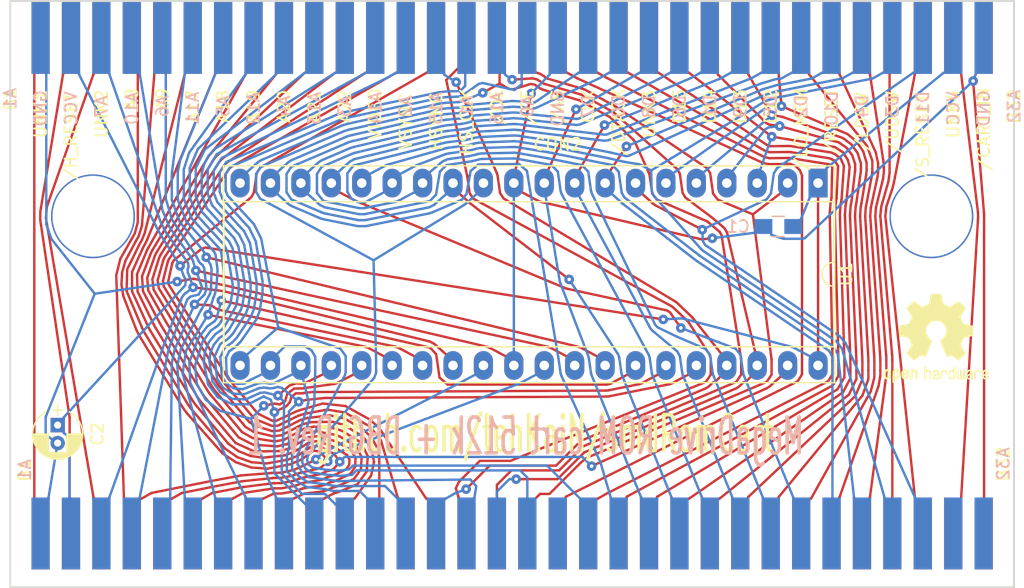
<source format=kicad_pcb>
(kicad_pcb (version 4) (host pcbnew 4.0.7)
  (layers (0 F.Cu signal) (31 B.Cu signal) (34 B.Paste user) (35 F.Paste user) (36 B.SilkS user) (37 F.SilkS user) (38 B.Mask user) (39 F.Mask user) (44 Edge.Cuts user))
  (net 0 "")
  (net 1 +5V)
  (net 2 /A8)
  (net 3 /A9)
  (net 4 /A17)
  (net 5 /OE)
  (net 6 /D15)
  (net 7 /D14)
  (net 8 /D13)
  (net 9 /D12)
  (net 10 /A7)
  (net 11 /A10)
  (net 12 /A6)
  (net 13 /A11)
  (net 14 /A5)
  (net 15 /A12)
  (net 16 /A4)
  (net 17 /A13)
  (net 18 /A3)
  (net 19 /A14)
  (net 20 /A2)
  (net 21 /A15)
  (net 22 /A1)
  (net 23 /A16)
  (net 24 /A0)
  (net 25 "Net-(CON1-PadA18)")
  (net 26 /D7)
  (net 27 /D0)
  (net 28 /D8)
  (net 29 /D6)
  (net 30 /D1)
  (net 31 /D9)
  (net 32 /D5)
  (net 33 /D2)
  (net 34 /D10)
  (net 35 /D4)
  (net 36 /D3)
  (net 37 /D11)
  (net 38 "Net-(CON1-PadA31)")
  (net 39 "Net-(CON1-PadA32)")
  (net 40 /CE)
  (net 41 /CART_IN)
  (net 42 UNK1)
  (net 43 /H_RESET)
  (net 44 UNK2)
  (net 45 /A18)
  (net 46 /A19)
  (net 47 /A20)
  (net 48 /A21)
  (net 49 /A22)
  (net 50 VIDEO)
  (net 51 VSYNC)
  (net 52 HSYNC)
  (net 53 HS_CLK)
  (net 54 /AS)
  (net 55 /CLK)
  (net 56 /DTACK)
  (net 57 UNK3)
  (net 58 /LO_MEM)
  (net 59 /RESET)
  (net 60 /LDSW)
  (net 61 /UDSW)
  (net 62 /S_RESET)
  (net 63 UNK4)
  (module Capacitors_SMD:C_0805_HandSoldering (layer B.Cu) (at 207.8206 67.8525 180)
    (fp_text reference C1 (at 3.35 0 180) (layer B.SilkS) (effects (justify mirror)))
    (fp_text value 0.1uF)
    (pad 1 smd rect (at -1.25 0 180) (size 1.5 1.25) (layers B.Cu B.Paste B.Mask) (net 1 +5V))
    (pad 2 smd rect (at 1.25 0 180) (size 1.5 1.25) (layers B.Cu B.Paste B.Mask) (net 41 /CART_IN))
  )
  (module Housings_DIP:DIP-40_W15.24mm_Socket_LongPads (layer F.Cu) (at 211.1392 64.2242 270)
    (fp_text reference U1 (at 7.62 -2.33 270) (layer F.SilkS))
    (fp_text value 27C4002)
    (pad 1 thru_hole rect (at 0 0 270) (size 2.4 1.6) (drill 0.8) (layers *.Cu *.Mask) (net 1 +5V))
    (pad 21 thru_hole oval (at 15.24 48.26 270) (size 2.4 1.6) (drill 0.8) (layers *.Cu *.Mask) (net 24 /A0))
    (pad 2 thru_hole oval (at 0 2.54 270) (size 2.4 1.6) (drill 0.8) (layers *.Cu *.Mask) (net 40 /CE))
    (pad 22 thru_hole oval (at 15.24 45.72 270) (size 2.4 1.6) (drill 0.8) (layers *.Cu *.Mask) (net 22 /A1))
    (pad 3 thru_hole oval (at 0 5.08 270) (size 2.4 1.6) (drill 0.8) (layers *.Cu *.Mask) (net 6 /D15))
    (pad 23 thru_hole oval (at 15.24 43.18 270) (size 2.4 1.6) (drill 0.8) (layers *.Cu *.Mask) (net 20 /A2))
    (pad 4 thru_hole oval (at 0 7.62 270) (size 2.4 1.6) (drill 0.8) (layers *.Cu *.Mask) (net 7 /D14))
    (pad 24 thru_hole oval (at 15.24 40.64 270) (size 2.4 1.6) (drill 0.8) (layers *.Cu *.Mask) (net 18 /A3))
    (pad 5 thru_hole oval (at 0 10.16 270) (size 2.4 1.6) (drill 0.8) (layers *.Cu *.Mask) (net 8 /D13))
    (pad 25 thru_hole oval (at 15.24 38.1 270) (size 2.4 1.6) (drill 0.8) (layers *.Cu *.Mask) (net 16 /A4))
    (pad 6 thru_hole oval (at 0 12.7 270) (size 2.4 1.6) (drill 0.8) (layers *.Cu *.Mask) (net 9 /D12))
    (pad 26 thru_hole oval (at 15.24 35.56 270) (size 2.4 1.6) (drill 0.8) (layers *.Cu *.Mask) (net 14 /A5))
    (pad 7 thru_hole oval (at 0 15.24 270) (size 2.4 1.6) (drill 0.8) (layers *.Cu *.Mask) (net 37 /D11))
    (pad 27 thru_hole oval (at 15.24 33.02 270) (size 2.4 1.6) (drill 0.8) (layers *.Cu *.Mask) (net 12 /A6))
    (pad 8 thru_hole oval (at 0 17.78 270) (size 2.4 1.6) (drill 0.8) (layers *.Cu *.Mask) (net 34 /D10))
    (pad 28 thru_hole oval (at 15.24 30.48 270) (size 2.4 1.6) (drill 0.8) (layers *.Cu *.Mask) (net 10 /A7))
    (pad 9 thru_hole oval (at 0 20.32 270) (size 2.4 1.6) (drill 0.8) (layers *.Cu *.Mask) (net 31 /D9))
    (pad 29 thru_hole oval (at 15.24 27.94 270) (size 2.4 1.6) (drill 0.8) (layers *.Cu *.Mask) (net 2 /A8))
    (pad 10 thru_hole oval (at 0 22.86 270) (size 2.4 1.6) (drill 0.8) (layers *.Cu *.Mask) (net 28 /D8))
    (pad 30 thru_hole oval (at 15.24 25.4 270) (size 2.4 1.6) (drill 0.8) (layers *.Cu *.Mask) (net 41 /CART_IN))
    (pad 11 thru_hole oval (at 0 25.4 270) (size 2.4 1.6) (drill 0.8) (layers *.Cu *.Mask) (net 41 /CART_IN))
    (pad 31 thru_hole oval (at 15.24 22.86 270) (size 2.4 1.6) (drill 0.8) (layers *.Cu *.Mask) (net 3 /A9))
    (pad 12 thru_hole oval (at 0 27.94 270) (size 2.4 1.6) (drill 0.8) (layers *.Cu *.Mask) (net 26 /D7))
    (pad 32 thru_hole oval (at 15.24 20.32 270) (size 2.4 1.6) (drill 0.8) (layers *.Cu *.Mask) (net 11 /A10))
    (pad 13 thru_hole oval (at 0 30.48 270) (size 2.4 1.6) (drill 0.8) (layers *.Cu *.Mask) (net 29 /D6))
    (pad 33 thru_hole oval (at 15.24 17.78 270) (size 2.4 1.6) (drill 0.8) (layers *.Cu *.Mask) (net 13 /A11))
    (pad 14 thru_hole oval (at 0 33.02 270) (size 2.4 1.6) (drill 0.8) (layers *.Cu *.Mask) (net 32 /D5))
    (pad 34 thru_hole oval (at 15.24 15.24 270) (size 2.4 1.6) (drill 0.8) (layers *.Cu *.Mask) (net 15 /A12))
    (pad 15 thru_hole oval (at 0 35.56 270) (size 2.4 1.6) (drill 0.8) (layers *.Cu *.Mask) (net 35 /D4))
    (pad 35 thru_hole oval (at 15.24 12.7 270) (size 2.4 1.6) (drill 0.8) (layers *.Cu *.Mask) (net 17 /A13))
    (pad 16 thru_hole oval (at 0 38.1 270) (size 2.4 1.6) (drill 0.8) (layers *.Cu *.Mask) (net 36 /D3))
    (pad 36 thru_hole oval (at 15.24 10.16 270) (size 2.4 1.6) (drill 0.8) (layers *.Cu *.Mask) (net 19 /A14))
    (pad 17 thru_hole oval (at 0 40.64 270) (size 2.4 1.6) (drill 0.8) (layers *.Cu *.Mask) (net 33 /D2))
    (pad 37 thru_hole oval (at 15.24 7.62 270) (size 2.4 1.6) (drill 0.8) (layers *.Cu *.Mask) (net 21 /A15))
    (pad 18 thru_hole oval (at 0 43.18 270) (size 2.4 1.6) (drill 0.8) (layers *.Cu *.Mask) (net 30 /D1))
    (pad 38 thru_hole oval (at 15.24 5.08 270) (size 2.4 1.6) (drill 0.8) (layers *.Cu *.Mask) (net 23 /A16))
    (pad 19 thru_hole oval (at 0 45.72 270) (size 2.4 1.6) (drill 0.8) (layers *.Cu *.Mask) (net 27 /D0))
    (pad 39 thru_hole oval (at 15.24 2.54 270) (size 2.4 1.6) (drill 0.8) (layers *.Cu *.Mask) (net 4 /A17))
    (pad 20 thru_hole oval (at 0 48.26 270) (size 2.4 1.6) (drill 0.8) (layers *.Cu *.Mask) (net 5 /OE))
    (pad 40 thru_hole oval (at 15.24 0 270) (size 2.4 1.6) (drill 0.8) (layers *.Cu *.Mask) (net 1 +5V))
  )
  (module Connect:1pin (layer F.Cu) (at 150.6 67)
    (fp_text reference DRL2 hide)
    (fp_text value 1pin)
    (pad "" np_thru_hole circle (at 0 0) (size 7 7) (drill 6.75) (layers *.Cu *.Mask))
  )
  (module Connect:1pin (layer F.Cu) (at 220.6 67)
    (fp_text reference DRL1 hide)
    (fp_text value 1pin)
    (pad "" np_thru_hole circle (at 0 0) (size 7 7) (drill 6.75) (layers *.Cu *.Mask))
  )
  (module megadrive:md_cart_edge_conn (layer F.Cu) (at 146.225 93.5)
    (fp_text reference CON1 hide)
    (fp_text value cartridge_connector)
    (fp_text user A32 (at 80.375 -5.8 90) (layer B.SilkS) (effects (justify mirror)))
    (fp_text user A1 (at -1.325 -5.3 90) (layer B.SilkS) (effects (justify mirror)))
    (fp_text user B1 (at -1.325 -5.3 90) (layer F.SilkS))
    (fp_text user B32 (at 80.375 -5.8 90) (layer F.SilkS))
    (pad B01 smd rect (at 0 0) (size 1.524 6) (layers F.Cu F.Paste F.Mask) (net 42 UNK1))
    (pad B02 smd rect (at 2.54 0) (size 1.524 6) (layers F.Cu F.Paste F.Mask) (net 43 /H_RESET))
    (pad B03 smd rect (at 5.08 0) (size 1.524 6) (layers F.Cu F.Paste F.Mask) (net 44 UNK2))
    (pad B04 smd rect (at 7.62 0) (size 1.524 6) (layers F.Cu F.Paste F.Mask) (net 2 /A8))
    (pad B05 smd rect (at 10.16 0) (size 1.524 6) (layers F.Cu F.Paste F.Mask) (net 3 /A9))
    (pad B06 smd rect (at 12.7 0) (size 1.524 6) (layers F.Cu F.Paste F.Mask) (net 4 /A17))
    (pad B07 smd rect (at 15.24 0) (size 1.524 6) (layers F.Cu F.Paste F.Mask) (net 45 /A18))
    (pad B08 smd rect (at 17.78 0) (size 1.524 6) (layers F.Cu F.Paste F.Mask) (net 46 /A19))
    (pad B09 smd rect (at 20.32 0) (size 1.524 6) (layers F.Cu F.Paste F.Mask) (net 47 /A20))
    (pad B10 smd rect (at 22.86 0) (size 1.524 6) (layers F.Cu F.Paste F.Mask) (net 48 /A21))
    (pad B11 smd rect (at 25.4 0) (size 1.524 6) (layers F.Cu F.Paste F.Mask) (net 49 /A22))
    (pad B12 smd rect (at 27.94 0) (size 1.524 6) (layers F.Cu F.Paste F.Mask) (net 50 VIDEO))
    (pad B13 smd rect (at 30.48 0) (size 1.524 6) (layers F.Cu F.Paste F.Mask) (net 51 VSYNC))
    (pad B14 smd rect (at 33.02 0) (size 1.524 6) (layers F.Cu F.Paste F.Mask) (net 52 HSYNC))
    (pad B15 smd rect (at 35.56 0) (size 1.524 6) (layers F.Cu F.Paste F.Mask) (net 53 HS_CLK))
    (pad B16 smd rect (at 38.1 0) (size 1.524 6) (layers F.Cu F.Paste F.Mask) (net 5 /OE))
    (pad B17 smd rect (at 40.64 0) (size 1.524 6) (layers F.Cu F.Paste F.Mask) (net 40 /CE))
    (pad B18 smd rect (at 43.18 0) (size 1.524 6) (layers F.Cu F.Paste F.Mask) (net 54 /AS))
    (pad B19 smd rect (at 45.72 0) (size 1.524 6) (layers F.Cu F.Paste F.Mask) (net 55 /CLK))
    (pad B20 smd rect (at 48.26 0) (size 1.524 6) (layers F.Cu F.Paste F.Mask) (net 56 /DTACK))
    (pad B21 smd rect (at 50.8 0) (size 1.524 6) (layers F.Cu F.Paste F.Mask) (net 57 UNK3))
    (pad B22 smd rect (at 53.34 0) (size 1.524 6) (layers F.Cu F.Paste F.Mask) (net 6 /D15))
    (pad B23 smd rect (at 55.88 0) (size 1.524 6) (layers F.Cu F.Paste F.Mask) (net 7 /D14))
    (pad B24 smd rect (at 58.42 0) (size 1.524 6) (layers F.Cu F.Paste F.Mask) (net 8 /D13))
    (pad B25 smd rect (at 60.96 0) (size 1.524 6) (layers F.Cu F.Paste F.Mask) (net 9 /D12))
    (pad B26 smd rect (at 63.5 0) (size 1.524 6) (layers F.Cu F.Paste F.Mask) (net 58 /LO_MEM))
    (pad B27 smd rect (at 66.04 0) (size 1.524 6) (layers F.Cu F.Paste F.Mask) (net 59 /RESET))
    (pad B28 smd rect (at 68.58 0) (size 1.524 6) (layers F.Cu F.Paste F.Mask) (net 60 /LDSW))
    (pad B29 smd rect (at 71.12 0) (size 1.524 6) (layers F.Cu F.Paste F.Mask) (net 61 /UDSW))
    (pad B30 smd rect (at 73.66 0) (size 1.524 6) (layers F.Cu F.Paste F.Mask) (net 62 /S_RESET))
    (pad B31 smd rect (at 76.2 0) (size 1.524 6) (layers F.Cu F.Paste F.Mask) (net 63 UNK4))
    (pad B32 smd rect (at 78.74 0) (size 1.524 6) (layers F.Cu F.Paste F.Mask) (net 41 /CART_IN))
    (pad A01 smd rect (at 0 0) (size 1.524 6) (layers B.Cu B.Paste B.Mask) (net 41 /CART_IN))
    (pad A02 smd rect (at 2.54 0) (size 1.524 6) (layers B.Cu B.Paste B.Mask) (net 1 +5V))
    (pad A03 smd rect (at 5.08 0) (size 1.524 6) (layers B.Cu B.Paste B.Mask) (net 10 /A7))
    (pad A04 smd rect (at 7.62 0) (size 1.524 6) (layers B.Cu B.Paste B.Mask) (net 11 /A10))
    (pad A05 smd rect (at 10.16 0) (size 1.524 6) (layers B.Cu B.Paste B.Mask) (net 12 /A6))
    (pad A06 smd rect (at 12.7 0) (size 1.524 6) (layers B.Cu B.Paste B.Mask) (net 13 /A11))
    (pad A07 smd rect (at 15.24 0) (size 1.524 6) (layers B.Cu B.Paste B.Mask) (net 14 /A5))
    (pad A08 smd rect (at 17.78 0) (size 1.524 6) (layers B.Cu B.Paste B.Mask) (net 15 /A12))
    (pad A09 smd rect (at 20.32 0) (size 1.524 6) (layers B.Cu B.Paste B.Mask) (net 16 /A4))
    (pad A10 smd rect (at 22.86 0) (size 1.524 6) (layers B.Cu B.Paste B.Mask) (net 17 /A13))
    (pad A11 smd rect (at 25.4 0) (size 1.524 6) (layers B.Cu B.Paste B.Mask) (net 18 /A3))
    (pad A12 smd rect (at 27.94 0) (size 1.524 6) (layers B.Cu B.Paste B.Mask) (net 19 /A14))
    (pad A13 smd rect (at 30.48 0) (size 1.524 6) (layers B.Cu B.Paste B.Mask) (net 20 /A2))
    (pad A14 smd rect (at 33.02 0) (size 1.524 6) (layers B.Cu B.Paste B.Mask) (net 21 /A15))
    (pad A15 smd rect (at 35.56 0) (size 1.524 6) (layers B.Cu B.Paste B.Mask) (net 22 /A1))
    (pad A16 smd rect (at 38.1 0) (size 1.524 6) (layers B.Cu B.Paste B.Mask) (net 23 /A16))
    (pad A17 smd rect (at 40.64 0) (size 1.524 6) (layers B.Cu B.Paste B.Mask) (net 24 /A0))
    (pad A18 smd rect (at 43.18 0) (size 1.524 6) (layers B.Cu B.Paste B.Mask) (net 25 "Net-(CON1-PadA18)"))
    (pad A19 smd rect (at 45.72 0) (size 1.524 6) (layers B.Cu B.Paste B.Mask) (net 26 /D7))
    (pad A20 smd rect (at 48.26 0) (size 1.524 6) (layers B.Cu B.Paste B.Mask) (net 27 /D0))
    (pad A21 smd rect (at 50.8 0) (size 1.524 6) (layers B.Cu B.Paste B.Mask) (net 28 /D8))
    (pad A22 smd rect (at 53.34 0) (size 1.524 6) (layers B.Cu B.Paste B.Mask) (net 29 /D6))
    (pad A23 smd rect (at 55.88 0) (size 1.524 6) (layers B.Cu B.Paste B.Mask) (net 30 /D1))
    (pad A24 smd rect (at 58.42 0) (size 1.524 6) (layers B.Cu B.Paste B.Mask) (net 31 /D9))
    (pad A25 smd rect (at 60.96 0) (size 1.524 6) (layers B.Cu B.Paste B.Mask) (net 32 /D5))
    (pad A26 smd rect (at 63.5 0) (size 1.524 6) (layers B.Cu B.Paste B.Mask) (net 33 /D2))
    (pad A27 smd rect (at 66.04 0) (size 1.524 6) (layers B.Cu B.Paste B.Mask) (net 34 /D10))
    (pad A28 smd rect (at 68.58 0) (size 1.524 6) (layers B.Cu B.Paste B.Mask) (net 35 /D4))
    (pad A29 smd rect (at 71.12 0) (size 1.524 6) (layers B.Cu B.Paste B.Mask) (net 36 /D3))
    (pad A30 smd rect (at 73.66 0) (size 1.524 6) (layers B.Cu B.Paste B.Mask) (net 37 /D11))
    (pad A31 smd rect (at 76.2 0) (size 1.524 6) (layers B.Cu B.Paste B.Mask) (net 38 "Net-(CON1-PadA31)"))
    (pad A32 smd rect (at 78.74 0) (size 1.524 6) (layers B.Cu B.Paste B.Mask) (net 39 "Net-(CON1-PadA32)"))
  )
  (module Symbols:OSHW-Logo2_9.8x8mm_SilkScreen (layer F.Cu) (at 221 77.2)
    (fp_text reference LOGO2 hide)
    (fp_text value OSHW-Logo2_9.8x8mm_SilkScreen hide)
  )
  (module Capacitors_ThroughHole:CP_Radial_D4.0mm_P1.50mm (layer F.Cu) (at 147.65 84.45 270)
    (fp_text reference C2 (at 0.75 -3.31 270) (layer F.SilkS))
    (fp_text value 4.7uF)
    (pad 1 thru_hole rect (at 0 0 270) (size 1.2 1.2) (drill 0.6) (layers *.Cu *.Mask) (net 1 +5V))
    (pad 2 thru_hole circle (at 1.5 0 270) (size 1.2 1.2) (drill 0.6) (layers *.Cu *.Mask) (net 41 /CART_IN))
  )
  (module megadrive:md_cart_edge_conn_desc (layer F.Cu) (at 146.225 52.1)
    (fp_text reference CON2 (at 43.18 8.89) (layer F.SilkS))
    (fp_text value cartridge_connector)
    (fp_text user UNK1 (at 0 6.35 90) (layer F.SilkS))
    (fp_text user A32 (at 81.28 5.715 90) (layer B.SilkS) (effects (justify mirror)))
    (fp_text user A1 (at -2.54 5.08 90) (layer B.SilkS) (effects (justify mirror)))
    (fp_text user B1 (at -2.54 5.08 90) (layer F.SilkS))
    (fp_text user B32 (at 81.28 5.715 90) (layer F.SilkS))
    (fp_text user /H_RESET (at 2.54 8.255 90) (layer F.SilkS))
    (fp_text user UNK2 (at 5.08 6.35 90) (layer F.SilkS))
    (fp_text user A17 (at 12.7 5.715 90) (layer F.SilkS))
    (fp_text user A8 (at 7.62 5.08 90) (layer F.SilkS))
    (fp_text user A9 (at 10.16 5.08 90) (layer F.SilkS))
    (fp_text user A20 (at 20.32 5.715 90) (layer F.SilkS))
    (fp_text user A18 (at 15.24 5.715 90) (layer F.SilkS))
    (fp_text user A19 (at 17.78 5.715 90) (layer F.SilkS))
    (fp_text user A21 (at 22.86 5.715 90) (layer F.SilkS))
    (fp_text user A22 (at 25.4 5.715 90) (layer F.SilkS))
    (fp_text user VIDEO (at 27.94 6.35 90) (layer F.SilkS))
    (fp_text user HSYNC (at 33.02 6.985 90) (layer F.SilkS))
    (fp_text user VSYNC (at 30.48 6.985 90) (layer F.SilkS))
    (fp_text user HS_CLK (at 35.56 6.985 90) (layer F.SilkS))
    (fp_text user D14 (at 55.88 5.715 90) (layer F.SilkS))
    (fp_text user D15 (at 53.34 5.715 90) (layer F.SilkS))
    (fp_text user D13 (at 58.42 5.715 90) (layer F.SilkS))
    (fp_text user /OE (at 38.1 5.715 90) (layer F.SilkS))
    (fp_text user /AS (at 43.18 5.715 90) (layer F.SilkS))
    (fp_text user /DTACK (at 48.26 6.985 90) (layer F.SilkS))
    (fp_text user /CE (at 40.64 5.715 90) (layer F.SilkS))
    (fp_text user CLK (at 45.72 5.715 90) (layer F.SilkS))
    (fp_text user UNK3 (at 50.8 6.35 90) (layer F.SilkS))
    (fp_text user /RESET (at 66.04 6.985 90) (layer F.SilkS))
    (fp_text user D12 (at 60.96 5.715 90) (layer F.SilkS))
    (fp_text user /LO_MEM (at 63.5 7.62 90) (layer F.SilkS))
    (fp_text user /UDSW (at 71.12 6.985 90) (layer F.SilkS))
    (fp_text user /S_RESET (at 73.66 8.255 90) (layer F.SilkS))
    (fp_text user /LDSW (at 68.58 6.985 90) (layer F.SilkS))
    (fp_text user /CART_IN (at 78.74 7.62 90) (layer F.SilkS))
    (fp_text user UNK4 (at 76.2 6.35 90) (layer F.SilkS))
    (fp_text user A7 (at 5.08 5.715 90) (layer B.SilkS) (effects (justify mirror)))
    (fp_text user GND (at 0 5.885598 90) (layer B.SilkS) (effects (justify mirror)))
    (fp_text user A10 (at 7.62 5.885598 90) (layer B.SilkS) (effects (justify mirror)))
    (fp_text user VCC (at 2.54 5.885598 90) (layer B.SilkS) (effects (justify mirror)))
    (fp_text user A14 (at 27.94 5.885598 90) (layer B.SilkS) (effects (justify mirror)))
    (fp_text user A13 (at 22.86 5.885598 90) (layer B.SilkS) (effects (justify mirror)))
    (fp_text user A1 (at 35.56 5.715 90) (layer B.SilkS) (effects (justify mirror)))
    (fp_text user A3 (at 25.4 5.715 90) (layer B.SilkS) (effects (justify mirror)))
    (fp_text user A2 (at 30.48 5.715 90) (layer B.SilkS) (effects (justify mirror)))
    (fp_text user A16 (at 38.1 5.885598 90) (layer B.SilkS) (effects (justify mirror)))
    (fp_text user A15 (at 33.02 5.885598 90) (layer B.SilkS) (effects (justify mirror)))
    (fp_text user A0 (at 40.64 5.715 90) (layer B.SilkS) (effects (justify mirror)))
    (fp_text user A4 (at 20.32 5.715 90) (layer B.SilkS) (effects (justify mirror)))
    (fp_text user A11 (at 12.7 5.885598 90) (layer B.SilkS) (effects (justify mirror)))
    (fp_text user A5 (at 15.24 5.715 90) (layer B.SilkS) (effects (justify mirror)))
    (fp_text user A12 (at 17.78 5.885598 90) (layer B.SilkS) (effects (justify mirror)))
    (fp_text user A6 (at 10.16 5.715 90) (layer B.SilkS) (effects (justify mirror)))
    (fp_text user D0 (at 48.26 5.715 90) (layer B.SilkS) (effects (justify mirror)))
    (fp_text user D8 (at 50.8 5.715 90) (layer B.SilkS) (effects (justify mirror)))
    (fp_text user D7 (at 45.72 5.715 90) (layer B.SilkS) (effects (justify mirror)))
    (fp_text user GND (at 43.18 5.885598 90) (layer B.SilkS) (effects (justify mirror)))
    (fp_text user D6 (at 53.34 5.715 90) (layer B.SilkS) (effects (justify mirror)))
    (fp_text user D1 (at 55.88 5.715 90) (layer B.SilkS) (effects (justify mirror)))
    (fp_text user D9 (at 58.42 5.715 90) (layer B.SilkS) (effects (justify mirror)))
    (fp_text user D5 (at 60.96 5.715 90) (layer B.SilkS) (effects (justify mirror)))
    (fp_text user D2 (at 63.5 5.715 90) (layer B.SilkS) (effects (justify mirror)))
    (fp_text user D10 (at 66.04 5.885598 90) (layer B.SilkS) (effects (justify mirror)))
    (fp_text user D4 (at 68.58 5.715 90) (layer B.SilkS) (effects (justify mirror)))
    (fp_text user D3 (at 71.12 5.715 90) (layer B.SilkS) (effects (justify mirror)))
    (fp_text user VCC (at 76.2 5.885598 90) (layer B.SilkS) (effects (justify mirror)))
    (fp_text user D11 (at 73.66 5.885598 90) (layer B.SilkS) (effects (justify mirror)))
    (fp_text user GND (at 78.74 5.885598 90) (layer B.SilkS) (effects (justify mirror)))
    (pad B01 smd rect (at 0 0) (size 1.524 6) (layers F.Cu F.Paste F.Mask) (net 42 UNK1))
    (pad B02 smd rect (at 2.54 0) (size 1.524 6) (layers F.Cu F.Paste F.Mask) (net 43 /H_RESET))
    (pad B03 smd rect (at 5.08 0) (size 1.524 6) (layers F.Cu F.Paste F.Mask) (net 44 UNK2))
    (pad B04 smd rect (at 7.62 0) (size 1.524 6) (layers F.Cu F.Paste F.Mask) (net 2 /A8))
    (pad B05 smd rect (at 10.16 0) (size 1.524 6) (layers F.Cu F.Paste F.Mask) (net 3 /A9))
    (pad B06 smd rect (at 12.7 0) (size 1.524 6) (layers F.Cu F.Paste F.Mask) (net 4 /A17))
    (pad B07 smd rect (at 15.24 0) (size 1.524 6) (layers F.Cu F.Paste F.Mask) (net 45 /A18))
    (pad B08 smd rect (at 17.78 0) (size 1.524 6) (layers F.Cu F.Paste F.Mask) (net 46 /A19))
    (pad B09 smd rect (at 20.32 0) (size 1.524 6) (layers F.Cu F.Paste F.Mask) (net 47 /A20))
    (pad B10 smd rect (at 22.86 0) (size 1.524 6) (layers F.Cu F.Paste F.Mask) (net 48 /A21))
    (pad B11 smd rect (at 25.4 0) (size 1.524 6) (layers F.Cu F.Paste F.Mask) (net 49 /A22))
    (pad B12 smd rect (at 27.94 0) (size 1.524 6) (layers F.Cu F.Paste F.Mask) (net 50 VIDEO))
    (pad B13 smd rect (at 30.48 0) (size 1.524 6) (layers F.Cu F.Paste F.Mask) (net 51 VSYNC))
    (pad B14 smd rect (at 33.02 0) (size 1.524 6) (layers F.Cu F.Paste F.Mask) (net 52 HSYNC))
    (pad B15 smd rect (at 35.56 0) (size 1.524 6) (layers F.Cu F.Paste F.Mask) (net 53 HS_CLK))
    (pad B16 smd rect (at 38.1 0) (size 1.524 6) (layers F.Cu F.Paste F.Mask) (net 5 /OE))
    (pad B17 smd rect (at 40.64 0) (size 1.524 6) (layers F.Cu F.Paste F.Mask) (net 40 /CE))
    (pad B18 smd rect (at 43.18 0) (size 1.524 6) (layers F.Cu F.Paste F.Mask) (net 54 /AS))
    (pad B19 smd rect (at 45.72 0) (size 1.524 6) (layers F.Cu F.Paste F.Mask) (net 55 /CLK))
    (pad B20 smd rect (at 48.26 0) (size 1.524 6) (layers F.Cu F.Paste F.Mask) (net 56 /DTACK))
    (pad B21 smd rect (at 50.8 0) (size 1.524 6) (layers F.Cu F.Paste F.Mask) (net 57 UNK3))
    (pad B22 smd rect (at 53.34 0) (size 1.524 6) (layers F.Cu F.Paste F.Mask) (net 6 /D15))
    (pad B23 smd rect (at 55.88 0) (size 1.524 6) (layers F.Cu F.Paste F.Mask) (net 7 /D14))
    (pad B24 smd rect (at 58.42 0) (size 1.524 6) (layers F.Cu F.Paste F.Mask) (net 8 /D13))
    (pad B25 smd rect (at 60.96 0) (size 1.524 6) (layers F.Cu F.Paste F.Mask) (net 9 /D12))
    (pad B26 smd rect (at 63.5 0) (size 1.524 6) (layers F.Cu F.Paste F.Mask) (net 58 /LO_MEM))
    (pad B27 smd rect (at 66.04 0) (size 1.524 6) (layers F.Cu F.Paste F.Mask) (net 59 /RESET))
    (pad B28 smd rect (at 68.58 0) (size 1.524 6) (layers F.Cu F.Paste F.Mask) (net 60 /LDSW))
    (pad B29 smd rect (at 71.12 0) (size 1.524 6) (layers F.Cu F.Paste F.Mask) (net 61 /UDSW))
    (pad B30 smd rect (at 73.66 0) (size 1.524 6) (layers F.Cu F.Paste F.Mask) (net 62 /S_RESET))
    (pad B31 smd rect (at 76.2 0) (size 1.524 6) (layers F.Cu F.Paste F.Mask) (net 63 UNK4))
    (pad B32 smd rect (at 78.74 0) (size 1.524 6) (layers F.Cu F.Paste F.Mask) (net 41 /CART_IN))
    (pad A01 smd rect (at 0 0) (size 1.524 6) (layers B.Cu B.Paste B.Mask) (net 41 /CART_IN))
    (pad A02 smd rect (at 2.54 0) (size 1.524 6) (layers B.Cu B.Paste B.Mask) (net 1 +5V))
    (pad A03 smd rect (at 5.08 0) (size 1.524 6) (layers B.Cu B.Paste B.Mask) (net 10 /A7))
    (pad A04 smd rect (at 7.62 0) (size 1.524 6) (layers B.Cu B.Paste B.Mask) (net 11 /A10))
    (pad A05 smd rect (at 10.16 0) (size 1.524 6) (layers B.Cu B.Paste B.Mask) (net 12 /A6))
    (pad A06 smd rect (at 12.7 0) (size 1.524 6) (layers B.Cu B.Paste B.Mask) (net 13 /A11))
    (pad A07 smd rect (at 15.24 0) (size 1.524 6) (layers B.Cu B.Paste B.Mask) (net 14 /A5))
    (pad A08 smd rect (at 17.78 0) (size 1.524 6) (layers B.Cu B.Paste B.Mask) (net 15 /A12))
    (pad A09 smd rect (at 20.32 0) (size 1.524 6) (layers B.Cu B.Paste B.Mask) (net 16 /A4))
    (pad A10 smd rect (at 22.86 0) (size 1.524 6) (layers B.Cu B.Paste B.Mask) (net 17 /A13))
    (pad A11 smd rect (at 25.4 0) (size 1.524 6) (layers B.Cu B.Paste B.Mask) (net 18 /A3))
    (pad A12 smd rect (at 27.94 0) (size 1.524 6) (layers B.Cu B.Paste B.Mask) (net 19 /A14))
    (pad A13 smd rect (at 30.48 0) (size 1.524 6) (layers B.Cu B.Paste B.Mask) (net 20 /A2))
    (pad A14 smd rect (at 33.02 0) (size 1.524 6) (layers B.Cu B.Paste B.Mask) (net 21 /A15))
    (pad A15 smd rect (at 35.56 0) (size 1.524 6) (layers B.Cu B.Paste B.Mask) (net 22 /A1))
    (pad A16 smd rect (at 38.1 0) (size 1.524 6) (layers B.Cu B.Paste B.Mask) (net 23 /A16))
    (pad A17 smd rect (at 40.64 0) (size 1.524 6) (layers B.Cu B.Paste B.Mask) (net 24 /A0))
    (pad A18 smd rect (at 43.18 0) (size 1.524 6) (layers B.Cu B.Paste B.Mask) (net 41 /CART_IN))
    (pad A19 smd rect (at 45.72 0) (size 1.524 6) (layers B.Cu B.Paste B.Mask) (net 26 /D7))
    (pad A20 smd rect (at 48.26 0) (size 1.524 6) (layers B.Cu B.Paste B.Mask) (net 27 /D0))
    (pad A21 smd rect (at 50.8 0) (size 1.524 6) (layers B.Cu B.Paste B.Mask) (net 28 /D8))
    (pad A22 smd rect (at 53.34 0) (size 1.524 6) (layers B.Cu B.Paste B.Mask) (net 29 /D6))
    (pad A23 smd rect (at 55.88 0) (size 1.524 6) (layers B.Cu B.Paste B.Mask) (net 30 /D1))
    (pad A24 smd rect (at 58.42 0) (size 1.524 6) (layers B.Cu B.Paste B.Mask) (net 31 /D9))
    (pad A25 smd rect (at 60.96 0) (size 1.524 6) (layers B.Cu B.Paste B.Mask) (net 32 /D5))
    (pad A26 smd rect (at 63.5 0) (size 1.524 6) (layers B.Cu B.Paste B.Mask) (net 33 /D2))
    (pad A27 smd rect (at 66.04 0) (size 1.524 6) (layers B.Cu B.Paste B.Mask) (net 34 /D10))
    (pad A28 smd rect (at 68.58 0) (size 1.524 6) (layers B.Cu B.Paste B.Mask) (net 35 /D4))
    (pad A29 smd rect (at 71.12 0) (size 1.524 6) (layers B.Cu B.Paste B.Mask) (net 36 /D3))
    (pad A30 smd rect (at 73.66 0) (size 1.524 6) (layers B.Cu B.Paste B.Mask) (net 37 /D11))
    (pad A31 smd rect (at 76.2 0) (size 1.524 6) (layers B.Cu B.Paste B.Mask) (net 1 +5V))
    (pad A32 smd rect (at 78.74 0) (size 1.524 6) (layers B.Cu B.Paste B.Mask) (net 41 /CART_IN))
  )
  (gr_text github.com/tehKaiN/smdRomCart (at 188.3 85.2) (layer F.SilkS) (effects (font (size 3 1.5) (thickness 0.3))))
  (gr_text "MegaDrive ROM cart 512k + DBG Rev. 1" (at 186.7 85.4) (layer B.SilkS) (effects (font (size 3 1.5) (thickness 0.3)) (justify mirror)))
  (gr_line (start 143.7 98) (end 227.5 98) (layer Edge.Cuts) (width 0.15))
  (gr_line (start 143.7 98) (end 143.7 49) (layer Edge.Cuts) (width 0.15))
  (gr_line (start 227.5 49) (end 143.7 49) (layer Edge.Cuts) (width 0.15))
  (gr_line (start 227.5 98) (end 227.5 49) (layer Edge.Cuts) (width 0.15))
  (via (at 157.8733 71.1442) (size 0.8) (layers F.Cu B.Cu) (net 1))
  (via (at 198.2147 75.6177) (size 0.8) (layers F.Cu B.Cu) (net 1))
  (segment (start 158.1504 71.9128) (end 157.8733 71.1442) (width 0.2) (layer B.Cu) (net 1))
  (segment (start 158.2117 72.0547) (end 158.2379 72.0992) (width 0.2) (layer B.Cu) (net 1))
  (segment (start 158.1679 71.9613) (end 158.2117 72.0547) (width 0.2) (layer B.Cu) (net 1))
  (segment (start 158.1504 71.9128) (end 158.1679 71.9613) (width 0.2) (layer B.Cu) (net 1))
  (segment (start 158.3559 72.2997) (end 158.2379 72.0992) (width 0.2) (layer B.Cu) (net 1))
  (segment (start 158.3068 72.7625) (end 158.3559 72.2997) (width 0.2) (layer B.Cu) (net 1))
  (segment (start 158.1493 72.9338) (end 158.3068 72.7625) (width 0.2) (layer B.Cu) (net 1))
  (segment (start 148.1764 83.7823) (end 158.1493 72.9338) (width 0.2) (layer B.Cu) (net 1))
  (segment (start 148.15 83.8312) (end 148.15 83.85) (width 0.2) (layer B.Cu) (net 1))
  (segment (start 148.1637 83.7961) (end 148.15 83.8312) (width 0.2) (layer B.Cu) (net 1))
  (segment (start 148.1764 83.7823) (end 148.1637 83.7961) (width 0.2) (layer B.Cu) (net 1))
  (segment (start 148.15 83.95) (end 148.15 83.85) (width 0.2) (layer B.Cu) (net 1))
  (segment (start 147.65 84.45) (end 148.15 83.95) (width 0.2) (layer B.Cu) (net 1))
  (segment (start 209.7206 67.3275) (end 209.0706 67.8525) (width 0.2) (layer B.Cu) (net 1))
  (segment (start 209.7206 67.2275) (end 209.7206 67.3275) (width 0.2) (layer B.Cu) (net 1))
  (segment (start 209.7206 67.2178) (end 209.7206 67.2275) (width 0.2) (layer B.Cu) (net 1))
  (segment (start 209.7243 67.1988) (end 209.7206 67.2178) (width 0.2) (layer B.Cu) (net 1))
  (segment (start 209.728 67.1898) (end 209.7243 67.1988) (width 0.2) (layer B.Cu) (net 1))
  (segment (start 210.4318 65.4619) (end 209.728 67.1898) (width 0.2) (layer B.Cu) (net 1))
  (segment (start 210.4392 65.4339) (end 210.4392 65.4242) (width 0.2) (layer B.Cu) (net 1))
  (segment (start 210.4355 65.4529) (end 210.4392 65.4339) (width 0.2) (layer B.Cu) (net 1))
  (segment (start 210.4318 65.4619) (end 210.4355 65.4529) (width 0.2) (layer B.Cu) (net 1))
  (segment (start 210.4392 65.3242) (end 210.4392 65.4242) (width 0.2) (layer B.Cu) (net 1))
  (segment (start 211.1392 64.2242) (end 210.4392 65.3242) (width 0.2) (layer B.Cu) (net 1))
  (segment (start 211.8392 63.1242) (end 211.1392 64.2242) (width 0.2) (layer B.Cu) (net 1))
  (segment (start 211.8392 63.0242) (end 211.8392 63.1242) (width 0.2) (layer B.Cu) (net 1))
  (segment (start 211.8392 63.0017) (end 211.8392 63.0242) (width 0.2) (layer B.Cu) (net 1))
  (segment (start 211.8585 62.9609) (end 211.8392 63.0017) (width 0.2) (layer B.Cu) (net 1))
  (segment (start 211.876 62.9467) (end 211.8585 62.9609) (width 0.2) (layer B.Cu) (net 1))
  (segment (start 221.5998 55.0225) (end 211.876 62.9467) (width 0.2) (layer B.Cu) (net 1))
  (segment (start 221.6132 55.0116) (end 221.5998 55.0225) (width 0.2) (layer B.Cu) (net 1))
  (segment (start 221.6457 55) (end 221.6132 55.0116) (width 0.2) (layer B.Cu) (net 1))
  (segment (start 221.663 55) (end 221.6457 55) (width 0.2) (layer B.Cu) (net 1))
  (segment (start 221.763 55) (end 221.663 55) (width 0.2) (layer B.Cu) (net 1))
  (segment (start 222.425 52.1) (end 221.763 55) (width 0.2) (layer B.Cu) (net 1))
  (segment (start 148.15 84.95) (end 147.65 84.45) (width 0.2) (layer B.Cu) (net 1))
  (segment (start 148.15 85.05) (end 148.15 84.95) (width 0.2) (layer B.Cu) (net 1))
  (segment (start 148.1724 85.1177) (end 148.1924 85.1317) (width 0.2) (layer B.Cu) (net 1))
  (segment (start 148.15 85.0744) (end 148.1724 85.1177) (width 0.2) (layer B.Cu) (net 1))
  (segment (start 148.15 85.05) (end 148.15 85.0744) (width 0.2) (layer B.Cu) (net 1))
  (segment (start 148.2154 85.1479) (end 148.1924 85.1317) (width 0.2) (layer B.Cu) (net 1))
  (segment (start 148.411 85.2858) (end 148.2154 85.1479) (width 0.2) (layer B.Cu) (net 1))
  (segment (start 148.6313 85.7107) (end 148.411 85.2858) (width 0.2) (layer B.Cu) (net 1))
  (segment (start 148.6313 85.95) (end 148.6313 85.7107) (width 0.2) (layer B.Cu) (net 1))
  (segment (start 148.6313 90.5) (end 148.6313 85.95) (width 0.2) (layer B.Cu) (net 1))
  (segment (start 148.6313 90.6) (end 148.6313 90.5) (width 0.2) (layer B.Cu) (net 1))
  (segment (start 148.765 93.5) (end 148.6313 90.6) (width 0.2) (layer B.Cu) (net 1))
  (segment (start 199.6337 75.5312) (end 198.2147 75.6177) (width 0.2) (layer B.Cu) (net 1))
  (segment (start 199.6968 75.5273) (end 199.6337 75.5312) (width 0.2) (layer B.Cu) (net 1))
  (segment (start 199.8228 75.5396) (end 199.6968 75.5273) (width 0.2) (layer B.Cu) (net 1))
  (segment (start 199.884 75.5555) (end 199.8228 75.5396) (width 0.2) (layer B.Cu) (net 1))
  (segment (start 208.9015 77.9028) (end 199.884 75.5555) (width 0.2) (layer B.Cu) (net 1))
  (segment (start 208.9705 77.9208) (end 208.9015 77.9028) (width 0.2) (layer B.Cu) (net 1))
  (segment (start 209.1033 77.9728) (end 208.9705 77.9208) (width 0.2) (layer B.Cu) (net 1))
  (segment (start 209.1662 78.0065) (end 209.1033 77.9728) (width 0.2) (layer B.Cu) (net 1))
  (segment (start 211.1392 79.0642) (end 209.1662 78.0065) (width 0.2) (layer B.Cu) (net 1))
  (segment (start 211.1392 79.4642) (end 211.1392 79.0642) (width 0.2) (layer B.Cu) (net 1))
  (segment (start 156.3496 68.7078) (end 157.8733 71.1442) (width 0.2) (layer B.Cu) (net 1))
  (segment (start 156.2581 68.5615) (end 156.3496 68.7078) (width 0.2) (layer B.Cu) (net 1))
  (segment (start 156.0884 68.2611) (end 156.2581 68.5615) (width 0.2) (layer B.Cu) (net 1))
  (segment (start 156.0104 68.1072) (end 156.0884 68.2611) (width 0.2) (layer B.Cu) (net 1))
  (segment (start 149.4378 55.1452) (end 156.0104 68.1072) (width 0.2) (layer B.Cu) (net 1))
  (segment (start 149.4325 55.1347) (end 149.4378 55.1452) (width 0.2) (layer B.Cu) (net 1))
  (segment (start 149.427 55.1118) (end 149.4325 55.1347) (width 0.2) (layer B.Cu) (net 1))
  (segment (start 149.427 55.1) (end 149.427 55.1118) (width 0.2) (layer B.Cu) (net 1))
  (segment (start 149.427 55) (end 149.427 55.1) (width 0.2) (layer B.Cu) (net 1))
  (segment (start 148.765 52.1) (end 149.427 55) (width 0.2) (layer B.Cu) (net 1))
  (segment (start 211.1392 65.3242) (end 211.1392 64.2242) (width 0.2) (layer F.Cu) (net 1))
  (segment (start 211.1392 65.4242) (end 211.1392 65.3242) (width 0.2) (layer F.Cu) (net 1))
  (segment (start 211.1392 79.0642) (end 211.1392 65.4242) (width 0.2) (layer F.Cu) (net 1))
  (segment (start 211.1392 79.4642) (end 211.1392 79.0642) (width 0.2) (layer F.Cu) (net 1))
  (segment (start 159.5625 69.8009) (end 157.8733 71.1442) (width 0.2) (layer F.Cu) (net 1))
  (segment (start 159.6921 69.6979) (end 159.5625 69.8009) (width 0.2) (layer F.Cu) (net 1))
  (segment (start 160.0122 69.6134) (end 159.6921 69.6979) (width 0.2) (layer F.Cu) (net 1))
  (segment (start 160.1757 69.6391) (end 160.0122 69.6134) (width 0.2) (layer F.Cu) (net 1))
  (segment (start 198.2147 75.6177) (end 160.1757 69.6391) (width 0.2) (layer F.Cu) (net 1))
  (via (at 169.2127 87.3161) (size 0.8) (layers F.Cu B.Cu) (net 2))
  (segment (start 169.6521 86.9011) (end 169.2127 87.3161) (width 0.2) (layer B.Cu) (net 2))
  (segment (start 169.6901 86.8652) (end 169.6521 86.9011) (width 0.2) (layer B.Cu) (net 2))
  (segment (start 169.7747 86.8039) (end 169.6901 86.8652) (width 0.2) (layer B.Cu) (net 2))
  (segment (start 169.8207 86.779) (end 169.7747 86.8039) (width 0.2) (layer B.Cu) (net 2))
  (segment (start 170.5852 86.3653) (end 169.8207 86.779) (width 0.2) (layer B.Cu) (net 2))
  (segment (start 170.6119 86.3512) (end 170.5852 86.3653) (width 0.2) (layer B.Cu) (net 2))
  (segment (start 181.2057 80.9326) (end 170.6119 86.3512) (width 0.2) (layer B.Cu) (net 2))
  (segment (start 181.2057 80.9326) (end 181.2262 80.9219) (width 0.2) (layer B.Cu) (net 2))
  (segment (start 183.1992 79.8642) (end 181.2262 80.9219) (width 0.2) (layer B.Cu) (net 2))
  (segment (start 183.1992 79.4642) (end 183.1992 79.8642) (width 0.2) (layer B.Cu) (net 2))
  (segment (start 154.507 90.6) (end 153.845 93.5) (width 0.2) (layer F.Cu) (net 2))
  (segment (start 154.607 90.6) (end 154.507 90.6) (width 0.2) (layer F.Cu) (net 2))
  (segment (start 154.645 90.5934) (end 154.6562 90.587) (width 0.2) (layer F.Cu) (net 2))
  (segment (start 154.6199 90.6) (end 154.645 90.5934) (width 0.2) (layer F.Cu) (net 2))
  (segment (start 154.607 90.6) (end 154.6199 90.6) (width 0.2) (layer F.Cu) (net 2))
  (segment (start 155.4261 90.1517) (end 154.6562 90.587) (width 0.2) (layer F.Cu) (net 2))
  (segment (start 155.4537 90.1361) (end 155.4261 90.1517) (width 0.2) (layer F.Cu) (net 2))
  (segment (start 155.5131 90.1139) (end 155.4537 90.1361) (width 0.2) (layer F.Cu) (net 2))
  (segment (start 155.5442 90.1077) (end 155.5131 90.1139) (width 0.2) (layer F.Cu) (net 2))
  (segment (start 160.4273 89.1271) (end 155.5442 90.1077) (width 0.2) (layer F.Cu) (net 2))
  (segment (start 160.4473 89.1232) (end 160.4273 89.1271) (width 0.2) (layer F.Cu) (net 2))
  (segment (start 162.9026 88.6672) (end 160.4473 89.1232) (width 0.2) (layer F.Cu) (net 2))
  (segment (start 162.9509 88.6583) (end 162.9026 88.6672) (width 0.2) (layer F.Cu) (net 2))
  (segment (start 163.0484 88.6454) (end 162.9509 88.6583) (width 0.2) (layer F.Cu) (net 2))
  (segment (start 163.0974 88.6416) (end 163.0484 88.6454) (width 0.2) (layer F.Cu) (net 2))
  (segment (start 165.3025 88.4688) (end 163.0974 88.6416) (width 0.2) (layer F.Cu) (net 2))
  (segment (start 165.3025 88.4688) (end 165.5148 88.4482) (width 0.2) (layer F.Cu) (net 2))
  (segment (start 165.5322 88.4462) (end 165.5148 88.4482) (width 0.2) (layer F.Cu) (net 2))
  (segment (start 165.592 88.4392) (end 165.5322 88.4462) (width 0.2) (layer F.Cu) (net 2))
  (segment (start 165.7122 88.4319) (end 165.592 88.4392) (width 0.2) (layer F.Cu) (net 2))
  (segment (start 165.7724 88.4316) (end 165.7122 88.4319) (width 0.2) (layer F.Cu) (net 2))
  (segment (start 167.387 88.1904) (end 167.8831 87.9601) (width 0.2) (layer F.Cu) (net 2))
  (segment (start 166.3194 88.4289) (end 167.387 88.1904) (width 0.2) (layer F.Cu) (net 2))
  (segment (start 165.7724 88.4316) (end 166.3194 88.4289) (width 0.2) (layer F.Cu) (net 2))
  (segment (start 168.653 87.6026) (end 167.8831 87.9601) (width 0.2) (layer F.Cu) (net 2))
  (segment (start 168.653 87.6026) (end 168.9392 87.4607) (width 0.2) (layer F.Cu) (net 2))
  (segment (start 169.2127 87.3161) (end 168.9392 87.4607) (width 0.2) (layer F.Cu) (net 2))
  (segment (start 153.183 90.6) (end 153.845 93.5) (width 0.2) (layer F.Cu) (net 2))
  (segment (start 153.183 90.5) (end 153.183 90.6) (width 0.2) (layer F.Cu) (net 2))
  (segment (start 153.1829 90.4966) (end 153.183 90.5) (width 0.2) (layer F.Cu) (net 2))
  (segment (start 152.5671 72.6312) (end 153.1829 90.4966) (width 0.2) (layer F.Cu) (net 2))
  (segment (start 152.5429 71.9292) (end 152.5671 72.6312) (width 0.2) (layer F.Cu) (net 2))
  (segment (start 152.8783 70.565) (end 152.5429 71.9292) (width 0.2) (layer F.Cu) (net 2))
  (segment (start 153.2252 69.9543) (end 152.8783 70.565) (width 0.2) (layer F.Cu) (net 2))
  (segment (start 153.8482 68.8577) (end 153.2252 69.9543) (width 0.2) (layer F.Cu) (net 2))
  (segment (start 153.8512 68.8525) (end 153.8482 68.8577) (width 0.2) (layer F.Cu) (net 2))
  (segment (start 154.3419 67.4872) (end 154.3419 67) (width 0.2) (layer F.Cu) (net 2))
  (segment (start 154.0924 68.4292) (end 154.3419 67.4872) (width 0.2) (layer F.Cu) (net 2))
  (segment (start 153.8512 68.8525) (end 154.0924 68.4292) (width 0.2) (layer F.Cu) (net 2))
  (segment (start 154.3419 55.1) (end 154.3419 67) (width 0.2) (layer F.Cu) (net 2))
  (segment (start 154.3419 55) (end 154.3419 55.1) (width 0.2) (layer F.Cu) (net 2))
  (segment (start 153.845 52.1) (end 154.3419 55) (width 0.2) (layer F.Cu) (net 2))
  (via (at 170.2015 87.4827) (size 0.8) (layers F.Cu B.Cu) (net 3))
  (segment (start 170.5784 87.01) (end 170.2015 87.4827) (width 0.2) (layer B.Cu) (net 3))
  (segment (start 170.6456 86.9258) (end 170.5784 87.01) (width 0.2) (layer B.Cu) (net 3))
  (segment (start 170.8198 86.7988) (end 170.6456 86.9258) (width 0.2) (layer B.Cu) (net 3))
  (segment (start 170.9206 86.7606) (end 170.8198 86.7988) (width 0.2) (layer B.Cu) (net 3))
  (segment (start 186.1643 80.9865) (end 170.9206 86.7606) (width 0.2) (layer B.Cu) (net 3))
  (segment (start 186.2718 80.9404) (end 186.3062 80.9219) (width 0.2) (layer B.Cu) (net 3))
  (segment (start 186.2008 80.9727) (end 186.2718 80.9404) (width 0.2) (layer B.Cu) (net 3))
  (segment (start 186.1643 80.9865) (end 186.2008 80.9727) (width 0.2) (layer B.Cu) (net 3))
  (segment (start 188.2792 79.8642) (end 186.3062 80.9219) (width 0.2) (layer B.Cu) (net 3))
  (segment (start 188.2792 79.4642) (end 188.2792 79.8642) (width 0.2) (layer B.Cu) (net 3))
  (segment (start 169.7817 86.9036) (end 170.2015 87.4827) (width 0.2) (layer F.Cu) (net 3))
  (segment (start 169.0339 86.5764) (end 168.7982 86.7485) (width 0.2) (layer F.Cu) (net 3))
  (segment (start 169.6104 86.6673) (end 169.0339 86.5764) (width 0.2) (layer F.Cu) (net 3))
  (segment (start 169.7817 86.9036) (end 169.6104 86.6673) (width 0.2) (layer F.Cu) (net 3))
  (segment (start 168.4219 87.0233) (end 168.7982 86.7485) (width 0.2) (layer F.Cu) (net 3))
  (segment (start 168.0159 87.3197) (end 168.4219 87.0233) (width 0.2) (layer F.Cu) (net 3))
  (segment (start 167.0939 87.7204) (end 168.0159 87.3197) (width 0.2) (layer F.Cu) (net 3))
  (segment (start 166.6002 87.8149) (end 167.0939 87.7204) (width 0.2) (layer F.Cu) (net 3))
  (segment (start 165.8419 87.9601) (end 166.6002 87.8149) (width 0.2) (layer F.Cu) (net 3))
  (segment (start 165.1751 88.0877) (end 165.8419 87.9601) (width 0.2) (layer F.Cu) (net 3))
  (segment (start 163.8205 87.993) (end 165.1751 88.0877) (width 0.2) (layer F.Cu) (net 3))
  (segment (start 162.5354 87.5547) (end 163.8205 87.993) (width 0.2) (layer F.Cu) (net 3))
  (segment (start 161.4053 86.802) (end 162.5354 87.5547) (width 0.2) (layer F.Cu) (net 3))
  (segment (start 160.9554 86.2935) (end 161.4053 86.802) (width 0.2) (layer F.Cu) (net 3))
  (segment (start 158.6093 83.6417) (end 160.9554 86.2935) (width 0.2) (layer F.Cu) (net 3))
  (segment (start 158.4388 83.449) (end 158.6093 83.6417) (width 0.2) (layer F.Cu) (net 3))
  (segment (start 158.134 83.0345) (end 158.4388 83.449) (width 0.2) (layer F.Cu) (net 3))
  (segment (start 158.0009 82.8144) (end 158.134 83.0345) (width 0.2) (layer F.Cu) (net 3))
  (segment (start 154.5481 77.1051) (end 158.0009 82.8144) (width 0.2) (layer F.Cu) (net 3))
  (segment (start 154.4283 76.9069) (end 154.5481 77.1051) (width 0.2) (layer F.Cu) (net 3))
  (segment (start 154.2241 76.4913) (end 154.4283 76.9069) (width 0.2) (layer F.Cu) (net 3))
  (segment (start 154.1405 76.2753) (end 154.2241 76.4913) (width 0.2) (layer F.Cu) (net 3))
  (segment (start 153.3097 74.129) (end 154.1405 76.2753) (width 0.2) (layer F.Cu) (net 3))
  (segment (start 153.1303 73.6655) (end 153.3097 74.129) (width 0.2) (layer F.Cu) (net 3))
  (segment (start 152.9763 72.6836) (end 153.1303 73.6655) (width 0.2) (layer F.Cu) (net 3))
  (segment (start 153.0341 71.6913) (end 152.9763 72.6836) (width 0.2) (layer F.Cu) (net 3))
  (segment (start 153.301 70.7338) (end 153.0341 71.6913) (width 0.2) (layer F.Cu) (net 3))
  (segment (start 153.533 70.2943) (end 153.301 70.7338) (width 0.2) (layer F.Cu) (net 3))
  (segment (start 154.1277 69.1674) (end 153.533 70.2943) (width 0.2) (layer F.Cu) (net 3))
  (segment (start 154.1935 69.0475) (end 154.1277 69.1674) (width 0.2) (layer F.Cu) (net 3))
  (segment (start 154.6852 67.7887) (end 154.7221 67.3373) (width 0.2) (layer F.Cu) (net 3))
  (segment (start 154.4177 68.654) (end 154.6852 67.7887) (width 0.2) (layer F.Cu) (net 3))
  (segment (start 154.1935 69.0475) (end 154.4177 68.654) (width 0.2) (layer F.Cu) (net 3))
  (segment (start 155.7227 55.1082) (end 154.7221 67.3373) (width 0.2) (layer F.Cu) (net 3))
  (segment (start 155.723 55.1) (end 155.7227 55.1082) (width 0.2) (layer F.Cu) (net 3))
  (segment (start 155.723 55) (end 155.723 55.1) (width 0.2) (layer F.Cu) (net 3))
  (segment (start 156.385 52.1) (end 155.723 55) (width 0.2) (layer F.Cu) (net 3))
  (segment (start 169.7355 87.9) (end 170.2015 87.4827) (width 0.2) (layer F.Cu) (net 3))
  (segment (start 169.6637 87.9642) (end 169.7355 87.9) (width 0.2) (layer F.Cu) (net 3))
  (segment (start 169.4934 88.0541) (end 169.6637 87.9642) (width 0.2) (layer F.Cu) (net 3))
  (segment (start 169.3999 88.0771) (end 169.4934 88.0541) (width 0.2) (layer F.Cu) (net 3))
  (segment (start 167.9167 88.442) (end 169.3999 88.0771) (width 0.2) (layer F.Cu) (net 3))
  (segment (start 167.7416 88.4923) (end 167.6846 88.5134) (width 0.2) (layer F.Cu) (net 3))
  (segment (start 167.8577 88.4565) (end 167.7416 88.4923) (width 0.2) (layer F.Cu) (net 3))
  (segment (start 167.9167 88.442) (end 167.8577 88.4565) (width 0.2) (layer F.Cu) (net 3))
  (segment (start 167.6654 88.5205) (end 167.6846 88.5134) (width 0.2) (layer F.Cu) (net 3))
  (segment (start 167.2115 88.6892) (end 167.6654 88.5205) (width 0.2) (layer F.Cu) (net 3))
  (segment (start 166.2587 88.8629) (end 167.2115 88.6892) (width 0.2) (layer F.Cu) (net 3))
  (segment (start 165.7745 88.8653) (end 166.2587 88.8629) (width 0.2) (layer F.Cu) (net 3))
  (segment (start 165.6302 88.8714) (end 165.5823 88.8769) (width 0.2) (layer F.Cu) (net 3))
  (segment (start 165.7263 88.8655) (end 165.6302 88.8714) (width 0.2) (layer F.Cu) (net 3))
  (segment (start 165.7745 88.8653) (end 165.7263 88.8655) (width 0.2) (layer F.Cu) (net 3))
  (segment (start 165.5649 88.879) (end 165.5823 88.8769) (width 0.2) (layer F.Cu) (net 3))
  (segment (start 165.487 88.8875) (end 165.5649 88.879) (width 0.2) (layer F.Cu) (net 3))
  (segment (start 163.1018 89.1342) (end 165.487 88.8875) (width 0.2) (layer F.Cu) (net 3))
  (segment (start 163.0158 89.1455) (end 162.9874 89.1509) (width 0.2) (layer F.Cu) (net 3))
  (segment (start 163.073 89.1372) (end 163.0158 89.1455) (width 0.2) (layer F.Cu) (net 3))
  (segment (start 163.1018 89.1342) (end 163.073 89.1372) (width 0.2) (layer F.Cu) (net 3))
  (segment (start 160.5354 89.6155) (end 162.9874 89.1509) (width 0.2) (layer F.Cu) (net 3))
  (segment (start 160.5258 89.6174) (end 160.5354 89.6155) (width 0.2) (layer F.Cu) (net 3))
  (segment (start 158.0842 90.1077) (end 160.5258 89.6174) (width 0.2) (layer F.Cu) (net 3))
  (segment (start 157.9937 90.1361) (end 157.9661 90.1517) (width 0.2) (layer F.Cu) (net 3))
  (segment (start 158.0531 90.1139) (end 157.9937 90.1361) (width 0.2) (layer F.Cu) (net 3))
  (segment (start 158.0842 90.1077) (end 158.0531 90.1139) (width 0.2) (layer F.Cu) (net 3))
  (segment (start 157.1962 90.587) (end 157.9661 90.1517) (width 0.2) (layer F.Cu) (net 3))
  (segment (start 157.185 90.5934) (end 157.1962 90.587) (width 0.2) (layer F.Cu) (net 3))
  (segment (start 157.1599 90.6) (end 157.185 90.5934) (width 0.2) (layer F.Cu) (net 3))
  (segment (start 157.147 90.6) (end 157.1599 90.6) (width 0.2) (layer F.Cu) (net 3))
  (segment (start 157.047 90.6) (end 157.147 90.6) (width 0.2) (layer F.Cu) (net 3))
  (segment (start 156.385 93.5) (end 157.047 90.6) (width 0.2) (layer F.Cu) (net 3))
  (segment (start 191.463201 87.108801) (end 171.603999 87.108801) (width 0.2) (layer B.Cu) (net 4))
  (segment (start 171.603999 87.108801) (end 171.204 87.5088) (width 0.2) (layer B.Cu) (net 4))
  (segment (start 192.2323 87.8779) (end 191.463201 87.108801) (width 0.2) (layer B.Cu) (net 4))
  (via (at 171.204 87.5088) (size 0.8) (layers F.Cu B.Cu) (net 4))
  (via (at 192.2323 87.8779) (size 0.8) (layers F.Cu B.Cu) (net 4))
  (segment (start 170.7976 87.9881) (end 171.204 87.5088) (width 0.2) (layer F.Cu) (net 4))
  (segment (start 170.7145 88.0861) (end 170.7976 87.9881) (width 0.2) (layer F.Cu) (net 4))
  (segment (start 170.4944 88.2186) (end 170.7145 88.0861) (width 0.2) (layer F.Cu) (net 4))
  (segment (start 170.3689 88.2461) (end 170.4944 88.2186) (width 0.2) (layer F.Cu) (net 4))
  (segment (start 170.3688 88.246) (end 170.3689 88.2461) (width 0.2) (layer F.Cu) (net 4))
  (segment (start 169.9357 88.3816) (end 169.8011 88.4513) (width 0.2) (layer F.Cu) (net 4))
  (segment (start 170.2207 88.2785) (end 169.9357 88.3816) (width 0.2) (layer F.Cu) (net 4))
  (segment (start 170.3688 88.246) (end 170.2207 88.2785) (width 0.2) (layer F.Cu) (net 4))
  (segment (start 169.8011 88.4514) (end 169.8011 88.4513) (width 0.2) (layer F.Cu) (net 4))
  (segment (start 169.7219 88.4925) (end 169.8011 88.4514) (width 0.2) (layer F.Cu) (net 4))
  (segment (start 169.5535 88.5518) (end 169.7219 88.4925) (width 0.2) (layer F.Cu) (net 4))
  (segment (start 169.466 88.5695) (end 169.5535 88.5518) (width 0.2) (layer F.Cu) (net 4))
  (segment (start 168.0891 88.8477) (end 169.466 88.5695) (width 0.2) (layer F.Cu) (net 4))
  (segment (start 167.8975 88.8969) (end 167.8357 88.9199) (width 0.2) (layer F.Cu) (net 4))
  (segment (start 168.0244 88.8608) (end 167.8975 88.8969) (width 0.2) (layer F.Cu) (net 4))
  (segment (start 168.0891 88.8477) (end 168.0244 88.8608) (width 0.2) (layer F.Cu) (net 4))
  (segment (start 167.8165 88.927) (end 167.8357 88.9199) (width 0.2) (layer F.Cu) (net 4))
  (segment (start 167.3269 89.109) (end 167.8165 88.927) (width 0.2) (layer F.Cu) (net 4))
  (segment (start 166.2991 89.2964) (end 167.3269 89.109) (width 0.2) (layer F.Cu) (net 4))
  (segment (start 165.7767 89.299) (end 166.2991 89.2964) (width 0.2) (layer F.Cu) (net 4))
  (segment (start 165.6585 89.3044) (end 165.6193 89.3093) (width 0.2) (layer F.Cu) (net 4))
  (segment (start 165.7372 89.2992) (end 165.6585 89.3044) (width 0.2) (layer F.Cu) (net 4))
  (segment (start 165.7767 89.299) (end 165.7372 89.2992) (width 0.2) (layer F.Cu) (net 4))
  (segment (start 163.132 89.6249) (end 165.6193 89.3093) (width 0.2) (layer F.Cu) (net 4))
  (segment (start 163.132 89.6249) (end 163.0756 89.6339) (width 0.2) (layer F.Cu) (net 4))
  (segment (start 160.6271 90.1072) (end 163.0756 89.6339) (width 0.2) (layer F.Cu) (net 4))
  (segment (start 160.5344 90.1358) (end 160.5061 90.1517) (width 0.2) (layer F.Cu) (net 4))
  (segment (start 160.5952 90.1134) (end 160.5344 90.1358) (width 0.2) (layer F.Cu) (net 4))
  (segment (start 160.6271 90.1072) (end 160.5952 90.1134) (width 0.2) (layer F.Cu) (net 4))
  (segment (start 159.7362 90.587) (end 160.5061 90.1517) (width 0.2) (layer F.Cu) (net 4))
  (segment (start 159.725 90.5934) (end 159.7362 90.587) (width 0.2) (layer F.Cu) (net 4))
  (segment (start 159.6999 90.6) (end 159.725 90.5934) (width 0.2) (layer F.Cu) (net 4))
  (segment (start 159.687 90.6) (end 159.6999 90.6) (width 0.2) (layer F.Cu) (net 4))
  (segment (start 159.587 90.6) (end 159.687 90.6) (width 0.2) (layer F.Cu) (net 4))
  (segment (start 158.925 93.5) (end 159.587 90.6) (width 0.2) (layer F.Cu) (net 4))
  (segment (start 206.7504 81.4176) (end 192.2323 87.8779) (width 0.2) (layer F.Cu) (net 4))
  (segment (start 207.0977 81.2171) (end 207.1973 81.1273) (width 0.2) (layer F.Cu) (net 4))
  (segment (start 206.8729 81.3631) (end 207.0977 81.2171) (width 0.2) (layer F.Cu) (net 4))
  (segment (start 206.7504 81.4176) (end 206.8729 81.3631) (width 0.2) (layer F.Cu) (net 4))
  (segment (start 208.5992 79.8642) (end 207.1973 81.1273) (width 0.2) (layer F.Cu) (net 4))
  (segment (start 208.5992 79.4642) (end 208.5992 79.8642) (width 0.2) (layer F.Cu) (net 4))
  (segment (start 170.8522 87.0171) (end 171.204 87.5088) (width 0.2) (layer F.Cu) (net 4))
  (segment (start 170.6529 86.8153) (end 170.5684 86.7717) (width 0.2) (layer F.Cu) (net 4))
  (segment (start 170.7968 86.9397) (end 170.6529 86.8153) (width 0.2) (layer F.Cu) (net 4))
  (segment (start 170.8522 87.0171) (end 170.7968 86.9397) (width 0.2) (layer F.Cu) (net 4))
  (segment (start 169.7197 86.3337) (end 170.5684 86.7717) (width 0.2) (layer F.Cu) (net 4))
  (segment (start 168.8452 86.2303) (end 168.594 86.3999) (width 0.2) (layer F.Cu) (net 4))
  (segment (start 169.4504 86.1947) (end 168.8452 86.2303) (width 0.2) (layer F.Cu) (net 4))
  (segment (start 169.7197 86.3337) (end 169.4504 86.1947) (width 0.2) (layer F.Cu) (net 4))
  (segment (start 168.0484 86.7684) (end 168.594 86.3999) (width 0.2) (layer F.Cu) (net 4))
  (segment (start 167.691 87.0097) (end 168.0484 86.7684) (width 0.2) (layer F.Cu) (net 4))
  (segment (start 166.8916 87.3335) (end 167.691 87.0097) (width 0.2) (layer F.Cu) (net 4))
  (segment (start 166.467 87.409) (end 166.8916 87.3335) (width 0.2) (layer F.Cu) (net 4))
  (segment (start 165.698 87.5456) (end 166.467 87.409) (width 0.2) (layer F.Cu) (net 4))
  (segment (start 165.0819 87.6551) (end 165.698 87.5456) (width 0.2) (layer F.Cu) (net 4))
  (segment (start 163.8347 87.5496) (end 165.0819 87.6551) (width 0.2) (layer F.Cu) (net 4))
  (segment (start 162.6568 87.1267) (end 163.8347 87.5496) (width 0.2) (layer F.Cu) (net 4))
  (segment (start 161.6273 86.4149) (end 162.6568 87.1267) (width 0.2) (layer F.Cu) (net 4))
  (segment (start 161.2215 85.9385) (end 161.6273 86.4149) (width 0.2) (layer F.Cu) (net 4))
  (segment (start 158.92 83.2368) (end 161.2215 85.9385) (width 0.2) (layer F.Cu) (net 4))
  (segment (start 158.7837 83.0767) (end 158.92 83.2368) (width 0.2) (layer F.Cu) (net 4))
  (segment (start 158.5377 82.7355) (end 158.7837 83.0767) (width 0.2) (layer F.Cu) (net 4))
  (segment (start 158.4289 82.5556) (end 158.5377 82.7355) (width 0.2) (layer F.Cu) (net 4))
  (segment (start 154.976 76.8463) (end 158.4289 82.5556) (width 0.2) (layer F.Cu) (net 4))
  (segment (start 154.8854 76.6966) (end 154.976 76.8463) (width 0.2) (layer F.Cu) (net 4))
  (segment (start 154.7266 76.3848) (end 154.8854 76.6966) (width 0.2) (layer F.Cu) (net 4))
  (segment (start 154.6588 76.2235) (end 154.7266 76.3848) (width 0.2) (layer F.Cu) (net 4))
  (segment (start 153.7593 74.0851) (end 154.6588 76.2235) (width 0.2) (layer F.Cu) (net 4))
  (segment (start 153.4066 73.2468) (end 153.7593 74.0851) (width 0.2) (layer F.Cu) (net 4))
  (segment (start 153.4582 71.4285) (end 153.4066 73.2468) (width 0.2) (layer F.Cu) (net 4))
  (segment (start 153.8578 70.6115) (end 153.4582 71.4285) (width 0.2) (layer F.Cu) (net 4))
  (segment (start 154.4227 69.4565) (end 153.8578 70.6115) (width 0.2) (layer F.Cu) (net 4))
  (segment (start 154.5358 69.2426) (end 154.4227 69.4565) (width 0.2) (layer F.Cu) (net 4))
  (segment (start 154.9178 68.4041) (end 154.9929 68.1056) (width 0.2) (layer F.Cu) (net 4))
  (segment (start 154.6882 68.9752) (end 154.9178 68.4041) (width 0.2) (layer F.Cu) (net 4))
  (segment (start 154.5358 69.2426) (end 154.6882 68.9752) (width 0.2) (layer F.Cu) (net 4))
  (segment (start 158.26 55.1244) (end 154.9929 68.1056) (width 0.2) (layer F.Cu) (net 4))
  (segment (start 158.263 55.1062) (end 158.263 55.1) (width 0.2) (layer F.Cu) (net 4))
  (segment (start 158.2615 55.1184) (end 158.263 55.1062) (width 0.2) (layer F.Cu) (net 4))
  (segment (start 158.26 55.1244) (end 158.2615 55.1184) (width 0.2) (layer F.Cu) (net 4))
  (segment (start 158.263 55) (end 158.263 55.1) (width 0.2) (layer F.Cu) (net 4))
  (segment (start 158.925 52.1) (end 158.263 55) (width 0.2) (layer F.Cu) (net 4))
  (segment (start 185.535794 88.233289) (end 184.325 89.444083) (width 0.2) (layer F.Cu) (net 5))
  (segment (start 193.6948 58.677) (end 193.7413 58.7028) (width 0.2) (layer F.Cu) (net 5))
  (segment (start 201.8456 81.8867) (end 201.8314 81.8928) (width 0.2) (layer F.Cu) (net 5))
  (segment (start 195.8347 60.7604) (end 195.8656 60.829) (width 0.2) (layer F.Cu) (net 5))
  (segment (start 202.9377 68.3169) (end 203.0783 68.5673) (width 0.2) (layer F.Cu) (net 5))
  (segment (start 201.8314 81.8928) (end 191.535 86.2181) (width 0.2) (layer F.Cu) (net 5))
  (segment (start 184.325 89.444083) (end 184.325 90.3) (width 0.2) (layer F.Cu) (net 5))
  (segment (start 184.5507 55.9055) (end 185.1973 56.2759) (width 0.2) (layer F.Cu) (net 5))
  (segment (start 203.1007 68.7091) (end 204.7046 78.8772) (width 0.2) (layer F.Cu) (net 5))
  (segment (start 195.8656 60.829) (end 196.9933 63.3311) (width 0.2) (layer F.Cu) (net 5))
  (segment (start 197.0871 63.6533) (end 197.2513 64.7951) (width 0.2) (layer F.Cu) (net 5))
  (segment (start 201.7869 67.3848) (end 201.8411 67.4083) (width 0.2) (layer F.Cu) (net 5))
  (segment (start 193.8648 58.8034) (end 195.6943 60.5845) (width 0.2) (layer F.Cu) (net 5))
  (segment (start 204.3228 80.8255) (end 203.9918 80.9673) (width 0.2) (layer F.Cu) (net 5))
  (segment (start 186.9507 55.9979) (end 187.1212 55.9448) (width 0.2) (layer F.Cu) (net 5))
  (segment (start 191.197 57.3027) (end 191.2792 57.337) (width 0.2) (layer F.Cu) (net 5))
  (segment (start 187.1212 55.9448) (end 187.4743 55.9973) (width 0.2) (layer F.Cu) (net 5))
  (segment (start 201.9864 67.509) (end 202.8283 68.224) (width 0.2) (layer F.Cu) (net 5))
  (segment (start 201.8411 67.4083) (end 201.9414 67.4708) (width 0.2) (layer F.Cu) (net 5))
  (segment (start 187.9473 56.3188) (end 188.1458 56.4123) (width 0.2) (layer F.Cu) (net 5))
  (segment (start 184.325 90.3) (end 184.325 93.5) (width 0.2) (layer F.Cu) (net 5))
  (segment (start 204.712 78.9236) (end 204.7193 79.0172) (width 0.2) (layer F.Cu) (net 5))
  (segment (start 191.3182 57.3586) (end 193.6948 58.677) (width 0.2) (layer F.Cu) (net 5))
  (segment (start 189.519811 88.233289) (end 185.535794 88.233289) (width 0.2) (layer F.Cu) (net 5))
  (segment (start 204.7193 79.0172) (end 204.7193 80.2243) (width 0.2) (layer F.Cu) (net 5))
  (segment (start 204.7046 78.8772) (end 204.712 78.9236) (width 0.2) (layer F.Cu) (net 5))
  (segment (start 185.342 56.3588) (end 185.6735 56.3952) (width 0.2) (layer F.Cu) (net 5))
  (segment (start 185.6735 56.3952) (end 185.8327 56.3457) (width 0.2) (layer F.Cu) (net 5))
  (segment (start 201.9414 67.4708) (end 201.9864 67.509) (width 0.2) (layer F.Cu) (net 5))
  (segment (start 195.7482 60.637) (end 195.8347 60.7604) (width 0.2) (layer F.Cu) (net 5))
  (segment (start 193.7413 58.7028) (end 193.8267 58.7663) (width 0.2) (layer F.Cu) (net 5))
  (segment (start 191.2792 57.337) (end 191.3182 57.3586) (width 0.2) (layer F.Cu) (net 5))
  (segment (start 188.1458 56.4123) (end 188.2511 56.4431) (width 0.2) (layer F.Cu) (net 5))
  (segment (start 187.622 56.0977) (end 187.8566 56.2571) (width 0.2) (layer F.Cu) (net 5))
  (segment (start 185.8327 56.3457) (end 186.9507 55.9979) (width 0.2) (layer F.Cu) (net 5))
  (segment (start 197.2958 65.1043) (end 197.675 65.6009) (width 0.2) (layer F.Cu) (net 5))
  (segment (start 204.7193 80.2243) (end 204.3228 80.8255) (width 0.2) (layer F.Cu) (net 5))
  (segment (start 193.8267 58.7663) (end 193.8648 58.8034) (width 0.2) (layer F.Cu) (net 5))
  (segment (start 187.4743 55.9973) (end 187.622 56.0977) (width 0.2) (layer F.Cu) (net 5))
  (segment (start 202.8283 68.224) (end 202.9377 68.3169) (width 0.2) (layer F.Cu) (net 5))
  (segment (start 188.2511 56.4431) (end 191.1542 57.2902) (width 0.2) (layer F.Cu) (net 5))
  (segment (start 196.9933 63.3311) (end 197.028 63.4079) (width 0.2) (layer F.Cu) (net 5))
  (segment (start 197.9616 65.7252) (end 201.7869 67.3848) (width 0.2) (layer F.Cu) (net 5))
  (segment (start 195.6943 60.5845) (end 195.7482 60.637) (width 0.2) (layer F.Cu) (net 5))
  (segment (start 185.1973 56.2759) (end 185.342 56.3588) (width 0.2) (layer F.Cu) (net 5))
  (segment (start 191.1542 57.2902) (end 191.197 57.3027) (width 0.2) (layer F.Cu) (net 5))
  (segment (start 191.535 86.2181) (end 189.519811 88.233289) (width 0.2) (layer F.Cu) (net 5))
  (segment (start 197.0751 63.5698) (end 197.0871 63.6533) (width 0.2) (layer F.Cu) (net 5))
  (segment (start 197.028 63.4079) (end 197.0751 63.5698) (width 0.2) (layer F.Cu) (net 5))
  (segment (start 203.0783 68.5673) (end 203.1007 68.7091) (width 0.2) (layer F.Cu) (net 5))
  (segment (start 203.9918 80.9673) (end 201.8456 81.8867) (width 0.2) (layer F.Cu) (net 5))
  (segment (start 187.8566 56.2571) (end 187.9473 56.3188) (width 0.2) (layer F.Cu) (net 5))
  (segment (start 197.675 65.6009) (end 197.9616 65.7252) (width 0.2) (layer F.Cu) (net 5))
  (segment (start 197.2513 64.7951) (end 197.2958 65.1043) (width 0.2) (layer F.Cu) (net 5))
  (via (at 183.1457 56.6801) (size 0.8) (layers F.Cu B.Cu) (net 5))
  (segment (start 162.8792 63.8242) (end 162.8792 64.2242) (width 0.2) (layer B.Cu) (net 5))
  (segment (start 164.2811 62.5611) (end 162.8792 63.8242) (width 0.2) (layer B.Cu) (net 5))
  (segment (start 164.3851 62.4674) (end 164.2811 62.5611) (width 0.2) (layer B.Cu) (net 5))
  (segment (start 164.621 62.3165) (end 164.3851 62.4674) (width 0.2) (layer B.Cu) (net 5))
  (segment (start 164.7497 62.2614) (end 164.621 62.3165) (width 0.2) (layer B.Cu) (net 5))
  (segment (start 171.1881 59.5032) (end 164.7497 62.2614) (width 0.2) (layer B.Cu) (net 5))
  (segment (start 171.3921 59.4158) (end 171.1881 59.5032) (width 0.2) (layer B.Cu) (net 5))
  (segment (start 171.8147 59.2803) (end 171.3921 59.4158) (width 0.2) (layer B.Cu) (net 5))
  (segment (start 172.0314 59.2327) (end 171.8147 59.2803) (width 0.2) (layer B.Cu) (net 5))
  (segment (start 179.3012 57.6371) (end 172.0314 59.2327) (width 0.2) (layer B.Cu) (net 5))
  (segment (start 179.5533 57.5818) (end 179.3012 57.6371) (width 0.2) (layer B.Cu) (net 5))
  (segment (start 180.0647 57.5125) (end 179.5533 57.5818) (width 0.2) (layer B.Cu) (net 5))
  (segment (start 180.3224 57.4988) (end 180.0647 57.5125) (width 0.2) (layer B.Cu) (net 5))
  (segment (start 181.0086 57.4622) (end 180.3224 57.4988) (width 0.2) (layer B.Cu) (net 5))
  (segment (start 181.4303 57.3913) (end 181.5624 57.3366) (width 0.2) (layer B.Cu) (net 5))
  (segment (start 181.1514 57.4546) (end 181.4303 57.3913) (width 0.2) (layer B.Cu) (net 5))
  (segment (start 181.0086 57.4622) (end 181.1514 57.4546) (width 0.2) (layer B.Cu) (net 5))
  (segment (start 183.1457 56.6801) (end 181.5624 57.3366) (width 0.2) (layer B.Cu) (net 5))
  (segment (start 184.5507 55.1) (end 184.5507 55.9055) (width 0.2) (layer F.Cu) (net 5))
  (segment (start 184.5507 55) (end 184.5507 55.1) (width 0.2) (layer F.Cu) (net 5))
  (segment (start 184.325 52.1) (end 184.5507 55) (width 0.2) (layer F.Cu) (net 5))
  (segment (start 184.5507 55.9055) (end 183.1457 56.6801) (width 0.2) (layer F.Cu) (net 5))
  (via (at 207.2694 60.344) (size 0.8) (layers F.Cu B.Cu) (net 6))
  (segment (start 206.0592 63.8242) (end 206.0592 64.2242) (width 0.2) (layer B.Cu) (net 6))
  (segment (start 207.2694 60.344) (end 206.0592 63.8242) (width 0.2) (layer B.Cu) (net 6))
  (segment (start 200.3882 55.0209) (end 207.2694 60.344) (width 0.2) (layer F.Cu) (net 6))
  (segment (start 200.3436 55) (end 200.327 55) (width 0.2) (layer F.Cu) (net 6))
  (segment (start 200.3751 55.0107) (end 200.3436 55) (width 0.2) (layer F.Cu) (net 6))
  (segment (start 200.3882 55.0209) (end 200.3751 55.0107) (width 0.2) (layer F.Cu) (net 6))
  (segment (start 200.227 55) (end 200.327 55) (width 0.2) (layer F.Cu) (net 6))
  (segment (start 199.565 52.1) (end 200.227 55) (width 0.2) (layer F.Cu) (net 6))
  (segment (start 212.1486 61.1492) (end 207.2694 60.344) (width 0.2) (layer F.Cu) (net 6))
  (segment (start 212.5407 61.2139) (end 212.1486 61.1492) (width 0.2) (layer F.Cu) (net 6))
  (segment (start 213.2073 61.6467) (end 212.5407 61.2139) (width 0.2) (layer F.Cu) (net 6))
  (segment (start 213.426 61.9785) (end 213.2073 61.6467) (width 0.2) (layer F.Cu) (net 6))
  (segment (start 213.4563 62.0245) (end 213.426 61.9785) (width 0.2) (layer F.Cu) (net 6))
  (segment (start 213.6269 62.2833) (end 213.4563 62.0245) (width 0.2) (layer F.Cu) (net 6))
  (segment (start 213.7771 62.8849) (end 213.6269 62.2833) (width 0.2) (layer F.Cu) (net 6))
  (segment (start 213.7482 63.1936) (end 213.7771 62.8849) (width 0.2) (layer F.Cu) (net 6))
  (segment (start 213.5255 65.5727) (end 213.7482 63.1936) (width 0.2) (layer F.Cu) (net 6))
  (segment (start 213.5223 65.6071) (end 213.5255 65.5727) (width 0.2) (layer F.Cu) (net 6))
  (segment (start 213.5129 65.6754) (end 213.5223 65.6071) (width 0.2) (layer F.Cu) (net 6))
  (segment (start 213.5067 65.7094) (end 213.5129 65.6754) (width 0.2) (layer F.Cu) (net 6))
  (segment (start 213.5066 65.7094) (end 213.5067 65.7094) (width 0.2) (layer F.Cu) (net 6))
  (segment (start 213.3804 66.8799) (end 213.3954 67.2726) (width 0.2) (layer F.Cu) (net 6))
  (segment (start 213.4363 66.096) (end 213.3804 66.8799) (width 0.2) (layer F.Cu) (net 6))
  (segment (start 213.5066 65.7094) (end 213.4363 66.096) (width 0.2) (layer F.Cu) (net 6))
  (segment (start 213.8377 78.9621) (end 213.3954 67.2726) (width 0.2) (layer F.Cu) (net 6))
  (segment (start 213.8396 79.0642) (end 213.8377 78.9621) (width 0.2) (layer F.Cu) (net 6))
  (segment (start 213.8396 79.8642) (end 213.8396 79.0642) (width 0.2) (layer F.Cu) (net 6))
  (segment (start 213.8396 80.5293) (end 213.8396 79.8642) (width 0.2) (layer F.Cu) (net 6))
  (segment (start 213.2219 81.7073) (end 213.8396 80.5293) (width 0.2) (layer F.Cu) (net 6))
  (segment (start 212.6748 82.0855) (end 213.2219 81.7073) (width 0.2) (layer F.Cu) (net 6))
  (segment (start 200.3839 90.5823) (end 212.6748 82.0855) (width 0.2) (layer F.Cu) (net 6))
  (segment (start 200.3713 90.5909) (end 200.3839 90.5823) (width 0.2) (layer F.Cu) (net 6))
  (segment (start 200.3422 90.6) (end 200.3713 90.5909) (width 0.2) (layer F.Cu) (net 6))
  (segment (start 200.327 90.6) (end 200.3422 90.6) (width 0.2) (layer F.Cu) (net 6))
  (segment (start 200.227 90.6) (end 200.327 90.6) (width 0.2) (layer F.Cu) (net 6))
  (segment (start 199.565 93.5) (end 200.227 90.6) (width 0.2) (layer F.Cu) (net 6))
  (via (at 207.9314 59.4579) (size 0.8) (layers F.Cu B.Cu) (net 7))
  (segment (start 207.1732 59.5497) (end 207.9314 59.4579) (width 0.2) (layer B.Cu) (net 7))
  (segment (start 206.7383 59.7248) (end 206.6401 59.8499) (width 0.2) (layer B.Cu) (net 7))
  (segment (start 207.0154 59.5688) (end 206.7383 59.7248) (width 0.2) (layer B.Cu) (net 7))
  (segment (start 207.1732 59.5497) (end 207.0154 59.5688) (width 0.2) (layer B.Cu) (net 7))
  (segment (start 203.5192 63.8242) (end 206.6401 59.8499) (width 0.2) (layer B.Cu) (net 7))
  (segment (start 203.5192 64.2242) (end 203.5192 63.8242) (width 0.2) (layer B.Cu) (net 7))
  (segment (start 207.1756 59.3482) (end 207.9314 59.4579) (width 0.2) (layer F.Cu) (net 7))
  (segment (start 207.047 59.3295) (end 207.1756 59.3482) (width 0.2) (layer F.Cu) (net 7))
  (segment (start 206.8147 59.2127) (end 207.047 59.3295) (width 0.2) (layer F.Cu) (net 7))
  (segment (start 206.7231 59.1205) (end 206.8147 59.2127) (width 0.2) (layer F.Cu) (net 7))
  (segment (start 202.7961 55.1705) (end 206.7231 59.1205) (width 0.2) (layer F.Cu) (net 7))
  (segment (start 202.7821 55.1565) (end 202.7961 55.1705) (width 0.2) (layer F.Cu) (net 7))
  (segment (start 202.767 55.1198) (end 202.7821 55.1565) (width 0.2) (layer F.Cu) (net 7))
  (segment (start 202.767 55.1) (end 202.767 55.1198) (width 0.2) (layer F.Cu) (net 7))
  (segment (start 202.767 55) (end 202.767 55.1) (width 0.2) (layer F.Cu) (net 7))
  (segment (start 202.105 52.1) (end 202.767 55) (width 0.2) (layer F.Cu) (net 7))
  (segment (start 212.4777 60.7147) (end 207.9314 59.4579) (width 0.2) (layer F.Cu) (net 7))
  (segment (start 212.8566 60.8195) (end 212.4777 60.7147) (width 0.2) (layer F.Cu) (net 7))
  (segment (start 213.5078 61.2602) (end 212.8566 60.8195) (width 0.2) (layer F.Cu) (net 7))
  (segment (start 213.984 61.886) (end 213.5078 61.2602) (width 0.2) (layer F.Cu) (net 7))
  (segment (start 214.2353 62.631) (end 213.984 61.886) (width 0.2) (layer F.Cu) (net 7))
  (segment (start 214.2353 63.0242) (end 214.2353 62.631) (width 0.2) (layer F.Cu) (net 7))
  (segment (start 214.2353 63.0912) (end 214.2353 63.0242) (width 0.2) (layer F.Cu) (net 7))
  (segment (start 214.2275 63.2251) (end 214.2353 63.0912) (width 0.2) (layer F.Cu) (net 7))
  (segment (start 214.2197 63.2917) (end 214.2275 63.2251) (width 0.2) (layer F.Cu) (net 7))
  (segment (start 213.942 65.6591) (end 214.2197 63.2917) (width 0.2) (layer F.Cu) (net 7))
  (segment (start 213.9231 65.7852) (end 213.942 65.6591) (width 0.2) (layer F.Cu) (net 7))
  (segment (start 213.8033 66.9206) (end 213.8202 67.3013) (width 0.2) (layer F.Cu) (net 7))
  (segment (start 213.8549 66.1601) (end 213.8033 66.9206) (width 0.2) (layer F.Cu) (net 7))
  (segment (start 213.9231 65.7852) (end 213.8549 66.1601) (width 0.2) (layer F.Cu) (net 7))
  (segment (start 214.3365 78.9221) (end 213.8202 67.3013) (width 0.2) (layer F.Cu) (net 7))
  (segment (start 214.3397 79.0642) (end 214.3365 78.9221) (width 0.2) (layer F.Cu) (net 7))
  (segment (start 214.3397 79.8642) (end 214.3397 79.0642) (width 0.2) (layer F.Cu) (net 7))
  (segment (start 214.3397 80.591) (end 214.3397 79.8642) (width 0.2) (layer F.Cu) (net 7))
  (segment (start 213.7119 81.9021) (end 214.3397 80.591) (width 0.2) (layer F.Cu) (net 7))
  (segment (start 213.1456 82.3577) (end 213.7119 81.9021) (width 0.2) (layer F.Cu) (net 7))
  (segment (start 202.9297 90.5779) (end 213.1456 82.3577) (width 0.2) (layer F.Cu) (net 7))
  (segment (start 202.9164 90.5886) (end 202.9297 90.5779) (width 0.2) (layer F.Cu) (net 7))
  (segment (start 202.8841 90.6) (end 202.9164 90.5886) (width 0.2) (layer F.Cu) (net 7))
  (segment (start 202.867 90.6) (end 202.8841 90.6) (width 0.2) (layer F.Cu) (net 7))
  (segment (start 202.767 90.6) (end 202.867 90.6) (width 0.2) (layer F.Cu) (net 7))
  (segment (start 202.105 93.5) (end 202.767 90.6) (width 0.2) (layer F.Cu) (net 7))
  (via (at 207.2905 58.5564) (size 0.8) (layers F.Cu B.Cu) (net 8))
  (segment (start 200.9792 63.8242) (end 207.2905 58.5564) (width 0.2) (layer B.Cu) (net 8))
  (segment (start 200.9792 64.2242) (end 200.9792 63.8242) (width 0.2) (layer B.Cu) (net 8))
  (segment (start 208.0463 58.6661) (end 207.2905 58.5564) (width 0.2) (layer F.Cu) (net 8))
  (segment (start 208.0844 58.6716) (end 208.0463 58.6661) (width 0.2) (layer F.Cu) (net 8))
  (segment (start 208.1593 58.69) (end 208.0844 58.6716) (width 0.2) (layer F.Cu) (net 8))
  (segment (start 208.1957 58.7027) (end 208.1593 58.69) (width 0.2) (layer F.Cu) (net 8))
  (segment (start 212.789 60.3103) (end 208.1957 58.7027) (width 0.2) (layer F.Cu) (net 8))
  (segment (start 213.211 60.458) (end 212.789 60.3103) (width 0.2) (layer F.Cu) (net 8))
  (segment (start 213.9255 60.9958) (end 213.211 60.458) (width 0.2) (layer F.Cu) (net 8))
  (segment (start 214.443 61.7251) (end 213.9255 60.9958) (width 0.2) (layer F.Cu) (net 8))
  (segment (start 214.7145 62.5771) (end 214.443 61.7251) (width 0.2) (layer F.Cu) (net 8))
  (segment (start 214.7145 63.0242) (end 214.7145 62.5771) (width 0.2) (layer F.Cu) (net 8))
  (segment (start 214.7145 63.1216) (end 214.7145 63.0242) (width 0.2) (layer F.Cu) (net 8))
  (segment (start 214.7008 63.3158) (end 214.7145 63.1216) (width 0.2) (layer F.Cu) (net 8))
  (segment (start 214.6872 63.4122) (end 214.7008 63.3158) (width 0.2) (layer F.Cu) (net 8))
  (segment (start 214.355 65.7653) (end 214.6872 63.4122) (width 0.2) (layer F.Cu) (net 8))
  (segment (start 214.3396 65.8609) (end 214.355 65.7653) (width 0.2) (layer F.Cu) (net 8))
  (segment (start 214.2263 66.9571) (end 214.2451 67.3245) (width 0.2) (layer F.Cu) (net 8))
  (segment (start 214.2737 66.2228) (end 214.2263 66.9571) (width 0.2) (layer F.Cu) (net 8))
  (segment (start 214.3396 65.8609) (end 214.2737 66.2228) (width 0.2) (layer F.Cu) (net 8))
  (segment (start 214.835 78.8755) (end 214.2451 67.3245) (width 0.2) (layer F.Cu) (net 8))
  (segment (start 214.8398 79.0642) (end 214.835 78.8755) (width 0.2) (layer F.Cu) (net 8))
  (segment (start 214.8398 79.8642) (end 214.8398 79.0642) (width 0.2) (layer F.Cu) (net 8))
  (segment (start 214.8398 80.6282) (end 214.8398 79.8642) (width 0.2) (layer F.Cu) (net 8))
  (segment (start 214.2348 82.0311) (end 214.8398 80.6282) (width 0.2) (layer F.Cu) (net 8))
  (segment (start 213.6792 82.5555) (end 214.2348 82.0311) (width 0.2) (layer F.Cu) (net 8))
  (segment (start 205.3384 90.4273) (end 213.6792 82.5555) (width 0.2) (layer F.Cu) (net 8))
  (segment (start 205.307 90.4794) (end 205.307 90.5) (width 0.2) (layer F.Cu) (net 8))
  (segment (start 205.3234 90.4415) (end 205.307 90.4794) (width 0.2) (layer F.Cu) (net 8))
  (segment (start 205.3384 90.4273) (end 205.3234 90.4415) (width 0.2) (layer F.Cu) (net 8))
  (segment (start 205.307 90.6) (end 205.307 90.5) (width 0.2) (layer F.Cu) (net 8))
  (segment (start 204.645 93.5) (end 205.307 90.6) (width 0.2) (layer F.Cu) (net 8))
  (segment (start 205.3204 55.1501) (end 207.2905 58.5564) (width 0.2) (layer F.Cu) (net 8))
  (segment (start 205.3138 55.1387) (end 205.3204 55.1501) (width 0.2) (layer F.Cu) (net 8))
  (segment (start 205.307 55.1132) (end 205.3138 55.1387) (width 0.2) (layer F.Cu) (net 8))
  (segment (start 205.307 55.1) (end 205.307 55.1132) (width 0.2) (layer F.Cu) (net 8))
  (segment (start 205.307 55) (end 205.307 55.1) (width 0.2) (layer F.Cu) (net 8))
  (segment (start 204.645 52.1) (end 205.307 55) (width 0.2) (layer F.Cu) (net 8))
  (via (at 208.0863 57.7969) (size 0.8) (layers F.Cu B.Cu) (net 9))
  (segment (start 198.4392 63.8242) (end 198.4392 64.2242) (width 0.2) (layer B.Cu) (net 9))
  (segment (start 206.8291 57.9027) (end 198.4392 63.8242) (width 0.2) (layer B.Cu) (net 9))
  (segment (start 206.9391 57.8251) (end 206.8291 57.9027) (width 0.2) (layer B.Cu) (net 9))
  (segment (start 207.1979 57.7503) (end 206.9391 57.8251) (width 0.2) (layer B.Cu) (net 9))
  (segment (start 207.3324 57.7574) (end 207.1979 57.7503) (width 0.2) (layer B.Cu) (net 9))
  (segment (start 208.0863 57.7969) (end 207.3324 57.7574) (width 0.2) (layer B.Cu) (net 9))
  (segment (start 207.847 55) (end 207.185 52.1) (width 0.2) (layer F.Cu) (net 9))
  (segment (start 207.847 55.1) (end 207.847 55) (width 0.2) (layer F.Cu) (net 9))
  (segment (start 207.8474 55.1089) (end 207.847 55.1) (width 0.2) (layer F.Cu) (net 9))
  (segment (start 208.0863 57.7969) (end 207.8474 55.1089) (width 0.2) (layer F.Cu) (net 9))
  (segment (start 213.1448 59.9342) (end 208.0863 57.7969) (width 0.2) (layer F.Cu) (net 9))
  (segment (start 213.6004 60.1267) (end 213.1448 59.9342) (width 0.2) (layer F.Cu) (net 9))
  (segment (start 214.3616 60.7582) (end 213.6004 60.1267) (width 0.2) (layer F.Cu) (net 9))
  (segment (start 214.9082 61.5826) (end 214.3616 60.7582) (width 0.2) (layer F.Cu) (net 9))
  (segment (start 215.1937 62.5296) (end 214.9082 61.5826) (width 0.2) (layer F.Cu) (net 9))
  (segment (start 215.1937 63.0242) (end 215.1937 62.5296) (width 0.2) (layer F.Cu) (net 9))
  (segment (start 215.1937 63.1575) (end 215.1937 63.0242) (width 0.2) (layer F.Cu) (net 9))
  (segment (start 215.1719 63.4233) (end 215.1937 63.1575) (width 0.2) (layer F.Cu) (net 9))
  (segment (start 215.1502 63.5548) (end 215.1719 63.4233) (width 0.2) (layer F.Cu) (net 9))
  (segment (start 214.7641 65.891) (end 215.1502 63.5548) (width 0.2) (layer F.Cu) (net 9))
  (segment (start 214.7562 65.9367) (end 214.7641 65.891) (width 0.2) (layer F.Cu) (net 9))
  (segment (start 214.7561 65.9367) (end 214.7562 65.9367) (width 0.2) (layer F.Cu) (net 9))
  (segment (start 214.6497 66.9897) (end 214.6701 67.3424) (width 0.2) (layer F.Cu) (net 9))
  (segment (start 214.6928 66.2843) (end 214.6497 66.9897) (width 0.2) (layer F.Cu) (net 9))
  (segment (start 214.7561 65.9367) (end 214.6928 66.2843) (width 0.2) (layer F.Cu) (net 9))
  (segment (start 215.3329 78.8221) (end 214.6701 67.3424) (width 0.2) (layer F.Cu) (net 9))
  (segment (start 215.3399 79.0642) (end 215.3329 78.8221) (width 0.2) (layer F.Cu) (net 9))
  (segment (start 215.3399 79.8642) (end 215.3399 79.0642) (width 0.2) (layer F.Cu) (net 9))
  (segment (start 215.3399 80.5953) (end 215.3399 79.8642) (width 0.2) (layer F.Cu) (net 9))
  (segment (start 214.8459 81.9716) (end 215.3399 80.5953) (width 0.2) (layer F.Cu) (net 9))
  (segment (start 214.3809 82.5358) (end 214.8459 81.9716) (width 0.2) (layer F.Cu) (net 9))
  (segment (start 207.8698 90.4364) (end 214.3809 82.5358) (width 0.2) (layer F.Cu) (net 9))
  (segment (start 207.847 90.4826) (end 207.847 90.5) (width 0.2) (layer F.Cu) (net 9))
  (segment (start 207.8587 90.4498) (end 207.847 90.4826) (width 0.2) (layer F.Cu) (net 9))
  (segment (start 207.8698 90.4364) (end 207.8587 90.4498) (width 0.2) (layer F.Cu) (net 9))
  (segment (start 207.847 90.6) (end 207.847 90.5) (width 0.2) (layer F.Cu) (net 9))
  (segment (start 207.185 93.5) (end 207.847 90.6) (width 0.2) (layer F.Cu) (net 9))
  (via (at 158.9583 72.9331) (size 0.8) (layers F.Cu B.Cu) (net 10))
  (segment (start 158.6838 72.1067) (end 158.9583 72.9331) (width 0.2) (layer B.Cu) (net 10))
  (segment (start 158.6614 72.0447) (end 158.6528 72.0245) (width 0.2) (layer B.Cu) (net 10))
  (segment (start 158.6769 72.0858) (end 158.6614 72.0447) (width 0.2) (layer B.Cu) (net 10))
  (segment (start 158.6838 72.1067) (end 158.6769 72.0858) (width 0.2) (layer B.Cu) (net 10))
  (segment (start 158.5599 71.8046) (end 158.6528 72.0245) (width 0.2) (layer B.Cu) (net 10))
  (segment (start 158.5132 71.6943) (end 158.5599 71.8046) (width 0.2) (layer B.Cu) (net 10))
  (segment (start 158.4998 71.4551) (end 158.5132 71.6943) (width 0.2) (layer B.Cu) (net 10))
  (segment (start 158.5339 71.3402) (end 158.4998 71.4551) (width 0.2) (layer B.Cu) (net 10))
  (segment (start 158.5341 71.3403) (end 158.5339 71.3402) (width 0.2) (layer B.Cu) (net 10))
  (segment (start 158.5249 70.8673) (end 158.4294 70.7371) (width 0.2) (layer B.Cu) (net 10))
  (segment (start 158.58 71.1855) (end 158.5249 70.8673) (width 0.2) (layer B.Cu) (net 10))
  (segment (start 158.5341 71.3403) (end 158.58 71.1855) (width 0.2) (layer B.Cu) (net 10))
  (segment (start 157.0684 68.8778) (end 158.4294 70.7371) (width 0.2) (layer B.Cu) (net 10))
  (segment (start 156.7503 68.4432) (end 157.0684 68.8778) (width 0.2) (layer B.Cu) (net 10))
  (segment (start 156.2504 67.4891) (end 156.7503 68.4432) (width 0.2) (layer B.Cu) (net 10))
  (segment (start 156.0742 66.9802) (end 156.2504 67.4891) (width 0.2) (layer B.Cu) (net 10))
  (segment (start 151.9725 55.1327) (end 156.0742 66.9802) (width 0.2) (layer B.Cu) (net 10))
  (segment (start 151.9698 55.1248) (end 151.9725 55.1327) (width 0.2) (layer B.Cu) (net 10))
  (segment (start 151.967 55.1083) (end 151.9698 55.1248) (width 0.2) (layer B.Cu) (net 10))
  (segment (start 151.967 55.1) (end 151.967 55.1083) (width 0.2) (layer B.Cu) (net 10))
  (segment (start 151.967 55) (end 151.967 55.1) (width 0.2) (layer B.Cu) (net 10))
  (segment (start 151.305 52.1) (end 151.967 55) (width 0.2) (layer B.Cu) (net 10))
  (segment (start 158.3747 73.3957) (end 158.9583 72.9331) (width 0.2) (layer B.Cu) (net 10))
  (segment (start 158.3572 73.4094) (end 158.3747 73.3957) (width 0.2) (layer B.Cu) (net 10))
  (segment (start 158.3572 73.4092) (end 158.3572 73.4094) (width 0.2) (layer B.Cu) (net 10))
  (segment (start 158.0235 73.7794) (end 157.964 73.936) (width 0.2) (layer B.Cu) (net 10))
  (segment (start 158.224 73.5108) (end 158.0235 73.7794) (width 0.2) (layer B.Cu) (net 10))
  (segment (start 158.3572 73.4092) (end 158.224 73.5108) (width 0.2) (layer B.Cu) (net 10))
  (segment (start 156.6155 77.4825) (end 157.964 73.936) (width 0.2) (layer B.Cu) (net 10))
  (segment (start 156.6155 77.4825) (end 156.569 77.6085) (width 0.2) (layer B.Cu) (net 10))
  (segment (start 151.9728 90.4663) (end 156.569 77.6085) (width 0.2) (layer B.Cu) (net 10))
  (segment (start 151.967 90.4914) (end 151.967 90.5) (width 0.2) (layer B.Cu) (net 10))
  (segment (start 151.9699 90.4744) (end 151.967 90.4914) (width 0.2) (layer B.Cu) (net 10))
  (segment (start 151.9728 90.4663) (end 151.9699 90.4744) (width 0.2) (layer B.Cu) (net 10))
  (segment (start 151.967 90.6) (end 151.967 90.5) (width 0.2) (layer B.Cu) (net 10))
  (segment (start 151.305 93.5) (end 151.967 90.6) (width 0.2) (layer B.Cu) (net 10))
  (segment (start 180.6592 79.0642) (end 180.6592 79.4642) (width 0.2) (layer F.Cu) (net 10))
  (segment (start 179.2573 77.8011) (end 180.6592 79.0642) (width 0.2) (layer F.Cu) (net 10))
  (segment (start 178.7274 77.4625) (end 178.5224 77.4125) (width 0.2) (layer F.Cu) (net 10))
  (segment (start 179.1005 77.6598) (end 178.7274 77.4625) (width 0.2) (layer F.Cu) (net 10))
  (segment (start 179.2573 77.8011) (end 179.1005 77.6598) (width 0.2) (layer F.Cu) (net 10))
  (segment (start 161.5036 73.2576) (end 178.5224 77.4125) (width 0.2) (layer F.Cu) (net 10))
  (segment (start 161.4362 73.2438) (end 161.4134 73.241) (width 0.2) (layer F.Cu) (net 10))
  (segment (start 161.4813 73.2522) (end 161.4362 73.2438) (width 0.2) (layer F.Cu) (net 10))
  (segment (start 161.5036 73.2576) (end 161.4813 73.2522) (width 0.2) (layer F.Cu) (net 10))
  (segment (start 158.9583 72.9331) (end 161.4134 73.241) (width 0.2) (layer F.Cu) (net 10))
  (via (at 159.1947 71.5363) (size 0.8) (layers F.Cu B.Cu) (net 11))
  (segment (start 158.9719 70.8081) (end 159.1947 71.5363) (width 0.2) (layer B.Cu) (net 11))
  (segment (start 158.8646 70.5563) (end 158.8118 70.4815) (width 0.2) (layer B.Cu) (net 11))
  (segment (start 158.9451 70.7206) (end 158.8646 70.5563) (width 0.2) (layer B.Cu) (net 11))
  (segment (start 158.9719 70.8081) (end 158.9451 70.7206) (width 0.2) (layer B.Cu) (net 11))
  (segment (start 157.4053 68.4897) (end 158.8118 70.4815) (width 0.2) (layer B.Cu) (net 11))
  (segment (start 156.9682 67.8708) (end 157.4053 68.4897) (width 0.2) (layer B.Cu) (net 11))
  (segment (start 156.3925 66.4689) (end 156.9682 67.8708) (width 0.2) (layer B.Cu) (net 11))
  (segment (start 156.2684 65.7214) (end 156.3925 66.4689) (width 0.2) (layer B.Cu) (net 11))
  (segment (start 154.5083 55.1164) (end 156.2684 65.7214) (width 0.2) (layer B.Cu) (net 11))
  (segment (start 154.5077 55.1123) (end 154.5083 55.1164) (width 0.2) (layer B.Cu) (net 11))
  (segment (start 154.507 55.1041) (end 154.5077 55.1123) (width 0.2) (layer B.Cu) (net 11))
  (segment (start 154.507 55.1) (end 154.507 55.1041) (width 0.2) (layer B.Cu) (net 11))
  (segment (start 154.507 55) (end 154.507 55.1) (width 0.2) (layer B.Cu) (net 11))
  (segment (start 153.845 52.1) (end 154.507 55) (width 0.2) (layer B.Cu) (net 11))
  (segment (start 159.2856 71.7488) (end 159.1947 71.5363) (width 0.2) (layer B.Cu) (net 11))
  (segment (start 159.2984 71.7786) (end 159.2856 71.7488) (width 0.2) (layer B.Cu) (net 11))
  (segment (start 159.3217 71.8392) (end 159.2984 71.7786) (width 0.2) (layer B.Cu) (net 11))
  (segment (start 159.3323 71.8699) (end 159.3217 71.8392) (width 0.2) (layer B.Cu) (net 11))
  (segment (start 159.6202 72.7049) (end 159.3323 71.8699) (width 0.2) (layer B.Cu) (net 11))
  (segment (start 159.7208 72.9967) (end 159.6202 72.7049) (width 0.2) (layer B.Cu) (net 11))
  (segment (start 159.4257 73.5388) (end 159.7208 72.9967) (width 0.2) (layer B.Cu) (net 11))
  (segment (start 159.1261 73.6128) (end 159.4257 73.5388) (width 0.2) (layer B.Cu) (net 11))
  (segment (start 158.9122 73.6656) (end 159.1261 73.6128) (width 0.2) (layer B.Cu) (net 11))
  (segment (start 158.4747 73.9441) (end 158.4125 74.1103) (width 0.2) (layer B.Cu) (net 11))
  (segment (start 158.7399 73.7081) (end 158.4747 73.9441) (width 0.2) (layer B.Cu) (net 11))
  (segment (start 158.9122 73.6656) (end 158.7399 73.7081) (width 0.2) (layer B.Cu) (net 11))
  (segment (start 157.072 77.6892) (end 158.4125 74.1103) (width 0.2) (layer B.Cu) (net 11))
  (segment (start 156.8403 78.4315) (end 156.791 78.6862) (width 0.2) (layer B.Cu) (net 11))
  (segment (start 156.981 77.9321) (end 156.8403 78.4315) (width 0.2) (layer B.Cu) (net 11))
  (segment (start 157.072 77.6892) (end 156.981 77.9321) (width 0.2) (layer B.Cu) (net 11))
  (segment (start 154.5088 90.481) (end 156.791 78.6862) (width 0.2) (layer B.Cu) (net 11))
  (segment (start 154.507 90.4952) (end 154.507 90.5) (width 0.2) (layer B.Cu) (net 11))
  (segment (start 154.5079 90.4857) (end 154.507 90.4952) (width 0.2) (layer B.Cu) (net 11))
  (segment (start 154.5088 90.481) (end 154.5079 90.4857) (width 0.2) (layer B.Cu) (net 11))
  (segment (start 154.507 90.6) (end 154.507 90.5) (width 0.2) (layer B.Cu) (net 11))
  (segment (start 153.845 93.5) (end 154.507 90.6) (width 0.2) (layer B.Cu) (net 11))
  (segment (start 188.5333 77.8913) (end 159.1947 71.5363) (width 0.2) (layer F.Cu) (net 11))
  (segment (start 188.6152 77.9091) (end 188.5333 77.8913) (width 0.2) (layer F.Cu) (net 11))
  (segment (start 188.7724 77.9669) (end 188.6152 77.9091) (width 0.2) (layer F.Cu) (net 11))
  (segment (start 188.8462 78.0065) (end 188.7724 77.9669) (width 0.2) (layer F.Cu) (net 11))
  (segment (start 190.8192 79.0642) (end 188.8462 78.0065) (width 0.2) (layer F.Cu) (net 11))
  (segment (start 190.8192 79.4642) (end 190.8192 79.0642) (width 0.2) (layer F.Cu) (net 11))
  (via (at 159.0841 74.3619) (size 0.8) (layers F.Cu B.Cu) (net 12))
  (segment (start 157.6684 77.5513) (end 159.0841 74.3619) (width 0.2) (layer B.Cu) (net 12))
  (segment (start 157.1857 79.2143) (end 157.1786 79.7941) (width 0.2) (layer B.Cu) (net 12))
  (segment (start 157.4332 78.0813) (end 157.1857 79.2143) (width 0.2) (layer B.Cu) (net 12))
  (segment (start 157.6684 77.5513) (end 157.4332 78.0813) (width 0.2) (layer B.Cu) (net 12))
  (segment (start 157.047 90.4988) (end 157.1786 79.7941) (width 0.2) (layer B.Cu) (net 12))
  (segment (start 157.047 90.5) (end 157.047 90.4988) (width 0.2) (layer B.Cu) (net 12))
  (segment (start 157.047 90.6) (end 157.047 90.5) (width 0.2) (layer B.Cu) (net 12))
  (segment (start 156.385 93.5) (end 157.047 90.6) (width 0.2) (layer B.Cu) (net 12))
  (segment (start 159.7355 73.7118) (end 159.0841 74.3619) (width 0.2) (layer B.Cu) (net 12))
  (segment (start 160.0802 73.0573) (end 160.0512 72.8067) (width 0.2) (layer B.Cu) (net 12))
  (segment (start 159.914 73.5336) (end 160.0802 73.0573) (width 0.2) (layer B.Cu) (net 12))
  (segment (start 159.7355 73.7118) (end 159.914 73.5336) (width 0.2) (layer B.Cu) (net 12))
  (segment (start 159.8949 71.4553) (end 160.0512 72.8067) (width 0.2) (layer B.Cu) (net 12))
  (segment (start 159.7387 71.066) (end 159.6261 70.9789) (width 0.2) (layer B.Cu) (net 12))
  (segment (start 159.8785 71.3139) (end 159.7387 71.066) (width 0.2) (layer B.Cu) (net 12))
  (segment (start 159.8949 71.4553) (end 159.8785 71.3139) (width 0.2) (layer B.Cu) (net 12))
  (segment (start 159.6219 70.9755) (end 159.6261 70.9789) (width 0.2) (layer B.Cu) (net 12))
  (segment (start 159.5575 70.9257) (end 159.6219 70.9755) (width 0.2) (layer B.Cu) (net 12))
  (segment (start 159.4548 70.7993) (end 159.5575 70.9257) (width 0.2) (layer B.Cu) (net 12))
  (segment (start 159.4192 70.726) (end 159.4548 70.7993) (width 0.2) (layer B.Cu) (net 12))
  (segment (start 159.2886 70.457) (end 159.4192 70.726) (width 0.2) (layer B.Cu) (net 12))
  (segment (start 159.2137 70.3188) (end 159.1848 70.2751) (width 0.2) (layer B.Cu) (net 12))
  (segment (start 159.2657 70.4098) (end 159.2137 70.3188) (width 0.2) (layer B.Cu) (net 12))
  (segment (start 159.2886 70.457) (end 159.2657 70.4098) (width 0.2) (layer B.Cu) (net 12))
  (segment (start 157.71 68.0496) (end 159.1848 70.2751) (width 0.2) (layer B.Cu) (net 12))
  (segment (start 157.2053 67.2879) (end 157.71 68.0496) (width 0.2) (layer B.Cu) (net 12))
  (segment (start 156.6781 65.538) (end 157.2053 67.2879) (width 0.2) (layer B.Cu) (net 12))
  (segment (start 156.6781 64.6242) (end 156.6781 65.538) (width 0.2) (layer B.Cu) (net 12))
  (segment (start 156.6781 55.1) (end 156.6781 64.6242) (width 0.2) (layer B.Cu) (net 12))
  (segment (start 156.6781 55) (end 156.6781 55.1) (width 0.2) (layer B.Cu) (net 12))
  (segment (start 156.385 52.1) (end 156.6781 55) (width 0.2) (layer B.Cu) (net 12))
  (segment (start 178.1192 79.0642) (end 178.1192 79.4642) (width 0.2) (layer F.Cu) (net 12))
  (segment (start 176.1462 78.0065) (end 178.1192 79.0642) (width 0.2) (layer F.Cu) (net 12))
  (segment (start 175.9092 77.9072) (end 175.8251 77.8896) (width 0.2) (layer F.Cu) (net 12))
  (segment (start 176.0705 77.9659) (end 175.9092 77.9072) (width 0.2) (layer F.Cu) (net 12))
  (segment (start 176.1462 78.0065) (end 176.0705 77.9659) (width 0.2) (layer F.Cu) (net 12))
  (segment (start 161.1499 74.818) (end 175.8251 77.8896) (width 0.2) (layer F.Cu) (net 12))
  (segment (start 161.077 74.8028) (end 161.1499 74.818) (width 0.2) (layer F.Cu) (net 12))
  (segment (start 160.9393 74.7459) (end 161.077 74.8028) (width 0.2) (layer F.Cu) (net 12))
  (segment (start 160.8769 74.7052) (end 160.9393 74.7459) (width 0.2) (layer F.Cu) (net 12))
  (segment (start 160.6468 74.5552) (end 160.8769 74.7052) (width 0.2) (layer F.Cu) (net 12))
  (segment (start 160.359 74.4324) (end 160.2541 74.4266) (width 0.2) (layer F.Cu) (net 12))
  (segment (start 160.5588 74.4978) (end 160.359 74.4324) (width 0.2) (layer F.Cu) (net 12))
  (segment (start 160.6468 74.5552) (end 160.5588 74.4978) (width 0.2) (layer F.Cu) (net 12))
  (segment (start 159.0841 74.3619) (end 160.2541 74.4266) (width 0.2) (layer F.Cu) (net 12))
  (via (at 160.0533 70.4181) (size 0.8) (layers F.Cu B.Cu) (net 13))
  (segment (start 160.0488 70.4048) (end 160.0533 70.4181) (width 0.2) (layer B.Cu) (net 13))
  (segment (start 159.7844 69.8522) (end 159.655 69.6933) (width 0.2) (layer B.Cu) (net 13))
  (segment (start 159.9829 70.2108) (end 159.7844 69.8522) (width 0.2) (layer B.Cu) (net 13))
  (segment (start 160.0488 70.4048) (end 159.9829 70.2108) (width 0.2) (layer B.Cu) (net 13))
  (segment (start 158.4585 68.2241) (end 159.655 69.6933) (width 0.2) (layer B.Cu) (net 13))
  (segment (start 157.8374 67.4613) (end 158.4585 68.2241) (width 0.2) (layer B.Cu) (net 13))
  (segment (start 157.1782 65.6078) (end 157.8374 67.4613) (width 0.2) (layer B.Cu) (net 13))
  (segment (start 157.1782 64.6242) (end 157.1782 65.6078) (width 0.2) (layer B.Cu) (net 13))
  (segment (start 157.1782 63.8242) (end 157.1782 64.6242) (width 0.2) (layer B.Cu) (net 13))
  (segment (start 157.1782 63.64) (end 157.1782 63.8242) (width 0.2) (layer B.Cu) (net 13))
  (segment (start 157.202 63.2723) (end 157.1782 63.64) (width 0.2) (layer B.Cu) (net 13))
  (segment (start 157.2257 63.0896) (end 157.202 63.2723) (width 0.2) (layer B.Cu) (net 13))
  (segment (start 158.2622 55.1129) (end 157.2257 63.0896) (width 0.2) (layer B.Cu) (net 13))
  (segment (start 158.263 55.1032) (end 158.263 55.1) (width 0.2) (layer B.Cu) (net 13))
  (segment (start 158.2626 55.1097) (end 158.263 55.1032) (width 0.2) (layer B.Cu) (net 13))
  (segment (start 158.2622 55.1129) (end 158.2626 55.1097) (width 0.2) (layer B.Cu) (net 13))
  (segment (start 158.263 55) (end 158.263 55.1) (width 0.2) (layer B.Cu) (net 13))
  (segment (start 158.925 52.1) (end 158.263 55) (width 0.2) (layer B.Cu) (net 13))
  (segment (start 160.3237 70.8913) (end 160.0533 70.4181) (width 0.2) (layer B.Cu) (net 13))
  (segment (start 160.4121 71.0461) (end 160.3237 70.8913) (width 0.2) (layer B.Cu) (net 13))
  (segment (start 160.4991 71.3918) (end 160.4121 71.0461) (width 0.2) (layer B.Cu) (net 13))
  (segment (start 160.4945 71.57) (end 160.4991 71.3918) (width 0.2) (layer B.Cu) (net 13))
  (segment (start 160.4581 72.972) (end 160.4945 71.57) (width 0.2) (layer B.Cu) (net 13))
  (segment (start 160.4535 73.1491) (end 160.4581 72.972) (width 0.2) (layer B.Cu) (net 13))
  (segment (start 160.362 73.4915) (end 160.4535 73.1491) (width 0.2) (layer B.Cu) (net 13))
  (segment (start 160.2777 73.6473) (end 160.362 73.4915) (width 0.2) (layer B.Cu) (net 13))
  (segment (start 159.7081 74.6997) (end 160.2777 73.6473) (width 0.2) (layer B.Cu) (net 13))
  (segment (start 159.6947 74.7244) (end 159.7081 74.6997) (width 0.2) (layer B.Cu) (net 13))
  (segment (start 159.6642 74.7715) (end 159.6947 74.7244) (width 0.2) (layer B.Cu) (net 13))
  (segment (start 159.6471 74.7938) (end 159.6642 74.7715) (width 0.2) (layer B.Cu) (net 13))
  (segment (start 159.6469 74.7936) (end 159.6471 74.7938) (width 0.2) (layer B.Cu) (net 13))
  (segment (start 159.5931 74.8733) (end 159.5785 74.9019) (width 0.2) (layer B.Cu) (net 13))
  (segment (start 159.6274 74.8191) (end 159.5931 74.8733) (width 0.2) (layer B.Cu) (net 13))
  (segment (start 159.6469 74.7936) (end 159.6274 74.8191) (width 0.2) (layer B.Cu) (net 13))
  (segment (start 158.2509 77.4917) (end 159.5785 74.9019) (width 0.2) (layer B.Cu) (net 13))
  (segment (start 157.6478 79.4624) (end 157.6864 80.1537) (width 0.2) (layer B.Cu) (net 13))
  (segment (start 157.9351 78.1078) (end 157.6478 79.4624) (width 0.2) (layer B.Cu) (net 13))
  (segment (start 158.2509 77.4917) (end 157.9351 78.1078) (width 0.2) (layer B.Cu) (net 13))
  (segment (start 158.2628 90.4944) (end 157.6864 80.1537) (width 0.2) (layer B.Cu) (net 13))
  (segment (start 158.263 90.5) (end 158.2628 90.4944) (width 0.2) (layer B.Cu) (net 13))
  (segment (start 158.263 90.6) (end 158.263 90.5) (width 0.2) (layer B.Cu) (net 13))
  (segment (start 158.925 93.5) (end 158.263 90.6) (width 0.2) (layer B.Cu) (net 13))
  (segment (start 193.3592 79.0642) (end 193.3592 79.4642) (width 0.2) (layer F.Cu) (net 13))
  (segment (start 191.3862 78.0065) (end 193.3592 79.0642) (width 0.2) (layer F.Cu) (net 13))
  (segment (start 191.175 77.9155) (end 191.1003 77.8975) (width 0.2) (layer F.Cu) (net 13))
  (segment (start 191.3185 77.9702) (end 191.175 77.9155) (width 0.2) (layer F.Cu) (net 13))
  (segment (start 191.3862 78.0065) (end 191.3185 77.9702) (width 0.2) (layer F.Cu) (net 13))
  (segment (start 160.0533 70.4181) (end 191.1003 77.8975) (width 0.2) (layer F.Cu) (net 13))
  (via (at 160.2099 75.2255) (size 0.8) (layers F.Cu B.Cu) (net 14))
  (segment (start 158.8722 77.4063) (end 160.2099 75.2255) (width 0.2) (layer B.Cu) (net 14))
  (segment (start 158.0884 80.1262) (end 158.3319 81.0556) (width 0.2) (layer B.Cu) (net 14))
  (segment (start 158.3698 78.2253) (end 158.0884 80.1262) (width 0.2) (layer B.Cu) (net 14))
  (segment (start 158.8722 77.4063) (end 158.3698 78.2253) (width 0.2) (layer B.Cu) (net 14))
  (segment (start 160.7997 90.4747) (end 158.3319 81.0556) (width 0.2) (layer B.Cu) (net 14))
  (segment (start 160.8014 90.4809) (end 160.7997 90.4747) (width 0.2) (layer B.Cu) (net 14))
  (segment (start 160.803 90.4936) (end 160.8014 90.4809) (width 0.2) (layer B.Cu) (net 14))
  (segment (start 160.803 90.5) (end 160.803 90.4936) (width 0.2) (layer B.Cu) (net 14))
  (segment (start 160.803 90.6) (end 160.803 90.5) (width 0.2) (layer B.Cu) (net 14))
  (segment (start 161.465 93.5) (end 160.803 90.6) (width 0.2) (layer B.Cu) (net 14))
  (segment (start 160.6453 73.8268) (end 160.2099 75.2255) (width 0.2) (layer B.Cu) (net 14))
  (segment (start 160.6524 73.8041) (end 160.6453 73.8268) (width 0.2) (layer B.Cu) (net 14))
  (segment (start 160.6695 73.7598) (end 160.6524 73.8041) (width 0.2) (layer B.Cu) (net 14))
  (segment (start 160.6796 73.7383) (end 160.6695 73.7598) (width 0.2) (layer B.Cu) (net 14))
  (segment (start 160.6797 73.7383) (end 160.6796 73.7383) (width 0.2) (layer B.Cu) (net 14))
  (segment (start 160.7898 73.4507) (end 160.8123 73.3504) (width 0.2) (layer B.Cu) (net 14))
  (segment (start 160.7232 73.6452) (end 160.7898 73.4507) (width 0.2) (layer B.Cu) (net 14))
  (segment (start 160.6797 73.7383) (end 160.7232 73.6452) (width 0.2) (layer B.Cu) (net 14))
  (segment (start 160.8503 73.1815) (end 160.8123 73.3504) (width 0.2) (layer B.Cu) (net 14))
  (segment (start 160.9152 72.8024) (end 160.9237 72.6744) (width 0.2) (layer B.Cu) (net 14))
  (segment (start 160.8785 73.0563) (end 160.9152 72.8024) (width 0.2) (layer B.Cu) (net 14))
  (segment (start 160.8503 73.1815) (end 160.8785 73.0563) (width 0.2) (layer B.Cu) (net 14))
  (segment (start 160.9911 71.655) (end 160.9237 72.6744) (width 0.2) (layer B.Cu) (net 14))
  (segment (start 160.9909 71.3851) (end 160.9789 71.2959) (width 0.2) (layer B.Cu) (net 14))
  (segment (start 160.997 71.5651) (end 160.9909 71.3851) (width 0.2) (layer B.Cu) (net 14))
  (segment (start 160.9911 71.655) (end 160.997 71.5651) (width 0.2) (layer B.Cu) (net 14))
  (segment (start 160.8462 70.3113) (end 160.9789 71.2959) (width 0.2) (layer B.Cu) (net 14))
  (segment (start 160.7255 69.9673) (end 160.6425 69.8768) (width 0.2) (layer B.Cu) (net 14))
  (segment (start 160.8298 70.1896) (end 160.7255 69.9673) (width 0.2) (layer B.Cu) (net 14))
  (segment (start 160.8462 70.3113) (end 160.8298 70.1896) (width 0.2) (layer B.Cu) (net 14))
  (segment (start 159.0495 68.1431) (end 160.6425 69.8768) (width 0.2) (layer B.Cu) (net 14))
  (segment (start 158.3881 67.4233) (end 159.0495 68.1431) (width 0.2) (layer B.Cu) (net 14))
  (segment (start 157.6783 65.6017) (end 158.3881 67.4233) (width 0.2) (layer B.Cu) (net 14))
  (segment (start 157.6783 64.6242) (end 157.6783 65.6017) (width 0.2) (layer B.Cu) (net 14))
  (segment (start 157.6783 63.8242) (end 157.6783 64.6242) (width 0.2) (layer B.Cu) (net 14))
  (segment (start 157.6782 63.3207) (end 157.6783 63.8242) (width 0.2) (layer B.Cu) (net 14))
  (segment (start 157.8714 62.3324) (end 157.6782 63.3207) (width 0.2) (layer B.Cu) (net 14))
  (segment (start 158.061 61.8659) (end 157.8714 62.3324) (width 0.2) (layer B.Cu) (net 14))
  (segment (start 160.7956 55.1377) (end 158.061 61.8659) (width 0.2) (layer B.Cu) (net 14))
  (segment (start 160.803 55.1097) (end 160.803 55.1) (width 0.2) (layer B.Cu) (net 14))
  (segment (start 160.7993 55.1287) (end 160.803 55.1097) (width 0.2) (layer B.Cu) (net 14))
  (segment (start 160.7956 55.1377) (end 160.7993 55.1287) (width 0.2) (layer B.Cu) (net 14))
  (segment (start 160.803 55) (end 160.803 55.1) (width 0.2) (layer B.Cu) (net 14))
  (segment (start 161.465 52.1) (end 160.803 55) (width 0.2) (layer B.Cu) (net 14))
  (segment (start 175.5792 79.0642) (end 175.5792 79.4642) (width 0.2) (layer F.Cu) (net 14))
  (segment (start 173.6062 78.0065) (end 175.5792 79.0642) (width 0.2) (layer F.Cu) (net 14))
  (segment (start 173.3645 77.9057) (end 173.2788 77.8883) (width 0.2) (layer F.Cu) (net 14))
  (segment (start 173.5291 77.9652) (end 173.3645 77.9057) (width 0.2) (layer F.Cu) (net 14))
  (segment (start 173.6062 78.0065) (end 173.5291 77.9652) (width 0.2) (layer F.Cu) (net 14))
  (segment (start 160.2099 75.2255) (end 173.2788 77.8883) (width 0.2) (layer F.Cu) (net 14))
  (via (at 161.3138 74.0349) (size 0.8) (layers F.Cu B.Cu) (net 15))
  (segment (start 160.9437 75.4214) (end 161.3138 74.0349) (width 0.2) (layer B.Cu) (net 15))
  (segment (start 160.909 75.5516) (end 160.9437 75.4214) (width 0.2) (layer B.Cu) (net 15))
  (segment (start 160.7541 75.7722) (end 160.909 75.5516) (width 0.2) (layer B.Cu) (net 15))
  (segment (start 160.6435 75.8491) (end 160.7541 75.7722) (width 0.2) (layer B.Cu) (net 15))
  (segment (start 160.6433 75.8488) (end 160.6435 75.8491) (width 0.2) (layer B.Cu) (net 15))
  (segment (start 159.4292 77.1186) (end 159.219 77.6715) (width 0.2) (layer B.Cu) (net 15))
  (segment (start 160.1577 76.1865) (end 159.4292 77.1186) (width 0.2) (layer B.Cu) (net 15))
  (segment (start 160.6433 75.8488) (end 160.1577 76.1865) (width 0.2) (layer B.Cu) (net 15))
  (segment (start 158.9531 78.3703) (end 159.219 77.6715) (width 0.2) (layer B.Cu) (net 15))
  (segment (start 158.72 80.9119) (end 159.0971 81.6922) (width 0.2) (layer B.Cu) (net 15))
  (segment (start 158.6449 79.1803) (end 158.72 80.9119) (width 0.2) (layer B.Cu) (net 15))
  (segment (start 158.9531 78.3703) (end 158.6449 79.1803) (width 0.2) (layer B.Cu) (net 15))
  (segment (start 163.333 90.4565) (end 159.0971 81.6922) (width 0.2) (layer B.Cu) (net 15))
  (segment (start 163.338 90.4667) (end 163.333 90.4565) (width 0.2) (layer B.Cu) (net 15))
  (segment (start 163.343 90.4887) (end 163.338 90.4667) (width 0.2) (layer B.Cu) (net 15))
  (segment (start 163.343 90.5) (end 163.343 90.4887) (width 0.2) (layer B.Cu) (net 15))
  (segment (start 163.343 90.6) (end 163.343 90.5) (width 0.2) (layer B.Cu) (net 15))
  (segment (start 164.005 93.5) (end 163.343 90.6) (width 0.2) (layer B.Cu) (net 15))
  (segment (start 161.3139 74.0349) (end 161.3138 74.0349) (width 0.2) (layer B.Cu) (net 15))
  (segment (start 161.5706 73.1294) (end 161.5561 72.814) (width 0.2) (layer B.Cu) (net 15))
  (segment (start 161.4477 73.7489) (end 161.5706 73.1294) (width 0.2) (layer B.Cu) (net 15))
  (segment (start 161.3139 74.0349) (end 161.4477 73.7489) (width 0.2) (layer B.Cu) (net 15))
  (segment (start 161.4927 71.431) (end 161.5561 72.814) (width 0.2) (layer B.Cu) (net 15))
  (segment (start 161.4813 71.2794) (end 161.4745 71.2292) (width 0.2) (layer B.Cu) (net 15))
  (segment (start 161.4904 71.3804) (end 161.4813 71.2794) (width 0.2) (layer B.Cu) (net 15))
  (segment (start 161.4927 71.431) (end 161.4904 71.3804) (width 0.2) (layer B.Cu) (net 15))
  (segment (start 161.3419 70.2445) (end 161.4745 71.2292) (width 0.2) (layer B.Cu) (net 15))
  (segment (start 161.1458 69.6853) (end 161.0107 69.5384) (width 0.2) (layer B.Cu) (net 15))
  (segment (start 161.3153 70.0467) (end 161.1458 69.6853) (width 0.2) (layer B.Cu) (net 15))
  (segment (start 161.3419 70.2445) (end 161.3153 70.0467) (width 0.2) (layer B.Cu) (net 15))
  (segment (start 159.4178 67.8048) (end 161.0107 69.5384) (width 0.2) (layer B.Cu) (net 15))
  (segment (start 158.82 67.1542) (end 159.4178 67.8048) (width 0.2) (layer B.Cu) (net 15))
  (segment (start 158.1784 65.5077) (end 158.82 67.1542) (width 0.2) (layer B.Cu) (net 15))
  (segment (start 158.1784 64.6242) (end 158.1784 65.5077) (width 0.2) (layer B.Cu) (net 15))
  (segment (start 158.1784 63.8242) (end 158.1784 64.6242) (width 0.2) (layer B.Cu) (net 15))
  (segment (start 158.1784 63.0851) (end 158.1784 63.8242) (width 0.2) (layer B.Cu) (net 15))
  (segment (start 158.6321 61.6782) (end 158.1784 63.0851) (width 0.2) (layer B.Cu) (net 15))
  (segment (start 159.0638 61.0783) (end 158.6321 61.6782) (width 0.2) (layer B.Cu) (net 15))
  (segment (start 163.3242 55.1584) (end 159.0638 61.0783) (width 0.2) (layer B.Cu) (net 15))
  (segment (start 163.343 55.1157) (end 163.343 55.1) (width 0.2) (layer B.Cu) (net 15))
  (segment (start 163.3334 55.1456) (end 163.343 55.1157) (width 0.2) (layer B.Cu) (net 15))
  (segment (start 163.3242 55.1584) (end 163.3334 55.1456) (width 0.2) (layer B.Cu) (net 15))
  (segment (start 163.343 55) (end 163.343 55.1) (width 0.2) (layer B.Cu) (net 15))
  (segment (start 164.005 52.1) (end 163.343 55) (width 0.2) (layer B.Cu) (net 15))
  (segment (start 195.8992 79.8642) (end 195.8992 79.4642) (width 0.2) (layer F.Cu) (net 15))
  (segment (start 193.9262 80.9219) (end 195.8992 79.8642) (width 0.2) (layer F.Cu) (net 15))
  (segment (start 193.7954 80.992) (end 193.9262 80.9219) (width 0.2) (layer F.Cu) (net 15))
  (segment (start 193.5076 81.0643) (end 193.7954 80.992) (width 0.2) (layer F.Cu) (net 15))
  (segment (start 193.3592 81.0643) (end 193.5076 81.0643) (width 0.2) (layer F.Cu) (net 15))
  (segment (start 180.6592 81.0643) (end 193.3592 81.0643) (width 0.2) (layer F.Cu) (net 15))
  (segment (start 180.2116 81.0643) (end 180.6592 81.0643) (width 0.2) (layer F.Cu) (net 15))
  (segment (start 179.535 80.4781) (end 180.2116 81.0643) (width 0.2) (layer F.Cu) (net 15))
  (segment (start 179.4713 80.0351) (end 179.535 80.4781) (width 0.2) (layer F.Cu) (net 15))
  (segment (start 179.3071 78.8933) (end 179.4713 80.0351) (width 0.2) (layer F.Cu) (net 15))
  (segment (start 178.7477 77.9759) (end 178.3838 77.8936) (width 0.2) (layer F.Cu) (net 15))
  (segment (start 179.254 78.524) (end 178.7477 77.9759) (width 0.2) (layer F.Cu) (net 15))
  (segment (start 179.3071 78.8933) (end 179.254 78.524) (width 0.2) (layer F.Cu) (net 15))
  (segment (start 161.3138 74.0349) (end 178.3838 77.8936) (width 0.2) (layer F.Cu) (net 15))
  (via (at 164.8614 82.8379) (size 0.8) (layers F.Cu B.Cu) (net 16))
  (segment (start 164.8614 82.8379) (end 163.8035 83.9216) (width 0.2) (layer B.Cu) (net 16))
  (segment (start 161.9599 83.4488) (end 163.8035 83.9216) (width 0.2) (layer B.Cu) (net 16))
  (segment (start 161.2195 83.2589) (end 161.9599 83.4488) (width 0.2) (layer B.Cu) (net 16))
  (segment (start 160.0103 82.3235) (end 161.2195 83.2589) (width 0.2) (layer B.Cu) (net 16))
  (segment (start 159.2707 80.9855) (end 160.0103 82.3235) (width 0.2) (layer B.Cu) (net 16))
  (segment (start 159.1218 79.464) (end 159.2707 80.9855) (width 0.2) (layer B.Cu) (net 16))
  (segment (start 159.3548 78.736) (end 159.1218 79.464) (width 0.2) (layer B.Cu) (net 16))
  (segment (start 159.5871 78.0103) (end 159.3548 78.736) (width 0.2) (layer B.Cu) (net 16))
  (segment (start 159.7607 77.4677) (end 159.5871 78.0103) (width 0.2) (layer B.Cu) (net 16))
  (segment (start 160.438 76.5514) (end 159.7607 77.4677) (width 0.2) (layer B.Cu) (net 16))
  (segment (start 160.9057 76.2262) (end 160.438 76.5514) (width 0.2) (layer B.Cu) (net 16))
  (segment (start 160.9058 76.2262) (end 160.9057 76.2262) (width 0.2) (layer B.Cu) (net 16))
  (segment (start 161.219 75.9245) (end 161.2872 75.7956) (width 0.2) (layer B.Cu) (net 16))
  (segment (start 161.0256 76.1429) (end 161.219 75.9245) (width 0.2) (layer B.Cu) (net 16))
  (segment (start 160.9058 76.2262) (end 161.0256 76.1429) (width 0.2) (layer B.Cu) (net 16))
  (segment (start 162.021 74.4091) (end 161.2872 75.7956) (width 0.2) (layer B.Cu) (net 16))
  (segment (start 162.0933 74.2267) (end 162.1038 74.1619) (width 0.2) (layer B.Cu) (net 16))
  (segment (start 162.0517 74.3511) (end 162.0933 74.2267) (width 0.2) (layer B.Cu) (net 16))
  (segment (start 162.021 74.4091) (end 162.0517 74.3511) (width 0.2) (layer B.Cu) (net 16))
  (segment (start 162.2171 73.4569) (end 162.1038 74.1619) (width 0.2) (layer B.Cu) (net 16))
  (segment (start 162.2577 72.6479) (end 162.2124 72.3809) (width 0.2) (layer B.Cu) (net 16))
  (segment (start 162.2601 73.1895) (end 162.2577 72.6479) (width 0.2) (layer B.Cu) (net 16))
  (segment (start 162.2171 73.4569) (end 162.2601 73.1895) (width 0.2) (layer B.Cu) (net 16))
  (segment (start 161.8282 70.1169) (end 162.2124 72.3809) (width 0.2) (layer B.Cu) (net 16))
  (segment (start 161.5553 69.3919) (end 161.379 69.2) (width 0.2) (layer B.Cu) (net 16))
  (segment (start 161.7846 69.86) (end 161.5553 69.3919) (width 0.2) (layer B.Cu) (net 16))
  (segment (start 161.8282 70.1169) (end 161.7846 69.86) (width 0.2) (layer B.Cu) (net 16))
  (segment (start 159.786 67.4664) (end 161.379 69.2) (width 0.2) (layer B.Cu) (net 16))
  (segment (start 159.2518 66.885) (end 159.786 67.4664) (width 0.2) (layer B.Cu) (net 16))
  (segment (start 158.6785 65.4137) (end 159.2518 66.885) (width 0.2) (layer B.Cu) (net 16))
  (segment (start 158.6785 64.6242) (end 158.6785 65.4137) (width 0.2) (layer B.Cu) (net 16))
  (segment (start 158.6785 63.8242) (end 158.6785 64.6242) (width 0.2) (layer B.Cu) (net 16))
  (segment (start 158.6785 62.9639) (end 158.6785 63.8242) (width 0.2) (layer B.Cu) (net 16))
  (segment (start 159.355 61.3818) (end 158.6785 62.9639) (width 0.2) (layer B.Cu) (net 16))
  (segment (start 159.9769 60.7874) (end 159.355 61.3818) (width 0.2) (layer B.Cu) (net 16))
  (segment (start 165.8521 55.1723) (end 159.9769 60.7874) (width 0.2) (layer B.Cu) (net 16))
  (segment (start 165.883 55.1205) (end 165.883 55.1) (width 0.2) (layer B.Cu) (net 16))
  (segment (start 165.8669 55.1581) (end 165.883 55.1205) (width 0.2) (layer B.Cu) (net 16))
  (segment (start 165.8521 55.1723) (end 165.8669 55.1581) (width 0.2) (layer B.Cu) (net 16))
  (segment (start 165.883 55) (end 165.883 55.1) (width 0.2) (layer B.Cu) (net 16))
  (segment (start 166.545 52.1) (end 165.883 55) (width 0.2) (layer B.Cu) (net 16))
  (segment (start 165.0694 88.4694) (end 163.8035 83.9216) (width 0.2) (layer B.Cu) (net 16))
  (segment (start 165.199 88.8673) (end 165.2535 88.9958) (width 0.2) (layer B.Cu) (net 16))
  (segment (start 165.1068 88.6039) (end 165.199 88.8673) (width 0.2) (layer B.Cu) (net 16))
  (segment (start 165.0694 88.4694) (end 165.1068 88.6039) (width 0.2) (layer B.Cu) (net 16))
  (segment (start 165.8751 90.4609) (end 165.2535 88.9958) (width 0.2) (layer B.Cu) (net 16))
  (segment (start 165.879 90.4702) (end 165.8751 90.4609) (width 0.2) (layer B.Cu) (net 16))
  (segment (start 165.883 90.4899) (end 165.879 90.4702) (width 0.2) (layer B.Cu) (net 16))
  (segment (start 165.883 90.5) (end 165.883 90.4899) (width 0.2) (layer B.Cu) (net 16))
  (segment (start 165.883 90.6) (end 165.883 90.5) (width 0.2) (layer B.Cu) (net 16))
  (segment (start 166.545 93.5) (end 165.883 90.6) (width 0.2) (layer B.Cu) (net 16))
  (segment (start 165.5935 82.6737) (end 164.8614 82.8379) (width 0.2) (layer F.Cu) (net 16))
  (segment (start 165.6616 82.6585) (end 165.5935 82.6737) (width 0.2) (layer F.Cu) (net 16))
  (segment (start 165.801 82.6552) (end 165.6616 82.6585) (width 0.2) (layer F.Cu) (net 16))
  (segment (start 165.8697 82.6673) (end 165.801 82.6552) (width 0.2) (layer F.Cu) (net 16))
  (segment (start 165.9221 82.6765) (end 165.8697 82.6673) (width 0.2) (layer F.Cu) (net 16))
  (segment (start 166.6434 82.4396) (end 166.719 82.1817) (width 0.2) (layer F.Cu) (net 16))
  (segment (start 166.1868 82.7231) (end 166.6434 82.4396) (width 0.2) (layer F.Cu) (net 16))
  (segment (start 165.9221 82.6765) (end 166.1868 82.7231) (width 0.2) (layer F.Cu) (net 16))
  (segment (start 166.8209 81.8345) (end 166.719 82.1817) (width 0.2) (layer F.Cu) (net 16))
  (segment (start 167.3955 81.3946) (end 166.8209 81.8345) (width 0.2) (layer F.Cu) (net 16))
  (segment (start 167.7572 81.3867) (end 167.3955 81.3946) (width 0.2) (layer F.Cu) (net 16))
  (segment (start 167.9923 81.3815) (end 167.7572 81.3867) (width 0.2) (layer F.Cu) (net 16))
  (segment (start 168.1568 81.37) (end 168.211 81.3609) (width 0.2) (layer F.Cu) (net 16))
  (segment (start 168.0473 81.3803) (end 168.1568 81.37) (width 0.2) (layer F.Cu) (net 16))
  (segment (start 167.9923 81.3815) (end 168.0473 81.3803) (width 0.2) (layer F.Cu) (net 16))
  (segment (start 168.3912 81.3333) (end 168.211 81.3609) (width 0.2) (layer F.Cu) (net 16))
  (segment (start 170.6582 81.022) (end 168.3912 81.3333) (width 0.2) (layer F.Cu) (net 16))
  (segment (start 170.9481 80.9479) (end 171.0369 80.9018) (width 0.2) (layer F.Cu) (net 16))
  (segment (start 170.7573 81.0084) (end 170.9481 80.9479) (width 0.2) (layer F.Cu) (net 16))
  (segment (start 170.6582 81.022) (end 170.7573 81.0084) (width 0.2) (layer F.Cu) (net 16))
  (segment (start 173.0392 79.8642) (end 171.0369 80.9018) (width 0.2) (layer F.Cu) (net 16))
  (segment (start 173.0392 79.4642) (end 173.0392 79.8642) (width 0.2) (layer F.Cu) (net 16))
  (segment (start 165.7477 88.473776) (end 165.7477 83.926885) (width 0.2) (layer B.Cu) (net 17))
  (segment (start 169.085 91.811076) (end 165.7477 88.473776) (width 0.2) (layer B.Cu) (net 17))
  (segment (start 165.7477 83.926885) (end 165.7477 83.3612) (width 0.2) (layer B.Cu) (net 17))
  (segment (start 169.085 93.5) (end 169.085 91.811076) (width 0.2) (layer B.Cu) (net 17))
  (via (at 165.7477 83.3612) (size 0.8) (layers F.Cu B.Cu) (net 17))
  (segment (start 165.5385 82.6412) (end 165.7477 83.3612) (width 0.2) (layer B.Cu) (net 17))
  (segment (start 164.8364 82.059) (end 164.5407 82.21) (width 0.2) (layer B.Cu) (net 17))
  (segment (start 165.4459 82.3224) (end 164.8364 82.059) (width 0.2) (layer B.Cu) (net 17))
  (segment (start 165.5385 82.6412) (end 165.4459 82.3224) (width 0.2) (layer B.Cu) (net 17))
  (segment (start 164.1732 82.3976) (end 164.5407 82.21) (width 0.2) (layer B.Cu) (net 17))
  (segment (start 163.5763 82.7025) (end 164.1732 82.3976) (width 0.2) (layer B.Cu) (net 17))
  (segment (start 162.2357 82.7152) (end 163.5763 82.7025) (width 0.2) (layer B.Cu) (net 17))
  (segment (start 161.0306 82.128) (end 162.2357 82.7152) (width 0.2) (layer B.Cu) (net 17))
  (segment (start 160.2144 81.0645) (end 161.0306 82.128) (width 0.2) (layer B.Cu) (net 17))
  (segment (start 160.0866 80.4065) (end 160.2144 81.0645) (width 0.2) (layer B.Cu) (net 17))
  (segment (start 159.9369 79.6356) (end 160.0866 80.4065) (width 0.2) (layer B.Cu) (net 17))
  (segment (start 159.8537 79.2078) (end 159.9369 79.6356) (width 0.2) (layer B.Cu) (net 17))
  (segment (start 159.9381 78.3404) (end 159.8537 79.2078) (width 0.2) (layer B.Cu) (net 17))
  (segment (start 160.266 77.5328) (end 159.9381 78.3404) (width 0.2) (layer B.Cu) (net 17))
  (segment (start 160.8102 76.8521) (end 160.266 77.5328) (width 0.2) (layer B.Cu) (net 17))
  (segment (start 161.168 76.6033) (end 160.8102 76.8521) (width 0.2) (layer B.Cu) (net 17))
  (segment (start 161.1681 76.6035) (end 161.168 76.6033) (width 0.2) (layer B.Cu) (net 17))
  (segment (start 161.5795 76.2141) (end 161.6726 76.0486) (width 0.2) (layer B.Cu) (net 17))
  (segment (start 161.324 76.4951) (end 161.5795 76.2141) (width 0.2) (layer B.Cu) (net 17))
  (segment (start 161.1681 76.6035) (end 161.324 76.4951) (width 0.2) (layer B.Cu) (net 17))
  (segment (start 162.4469 74.6725) (end 161.6726 76.0486) (width 0.2) (layer B.Cu) (net 17))
  (segment (start 162.5792 74.3548) (end 162.5975 74.2412) (width 0.2) (layer B.Cu) (net 17))
  (segment (start 162.5033 74.5722) (end 162.5792 74.3548) (width 0.2) (layer B.Cu) (net 17))
  (segment (start 162.4469 74.6725) (end 162.5033 74.5722) (width 0.2) (layer B.Cu) (net 17))
  (segment (start 162.7108 73.5362) (end 162.5975 74.2412) (width 0.2) (layer B.Cu) (net 17))
  (segment (start 162.7576 72.6047) (end 162.7054 72.2973) (width 0.2) (layer B.Cu) (net 17))
  (segment (start 162.7603 73.2283) (end 162.7576 72.6047) (width 0.2) (layer B.Cu) (net 17))
  (segment (start 162.7108 73.5362) (end 162.7603 73.2283) (width 0.2) (layer B.Cu) (net 17))
  (segment (start 162.3213 70.0333) (end 162.7054 72.2973) (width 0.2) (layer B.Cu) (net 17))
  (segment (start 161.9725 69.1069) (end 161.7472 68.8617) (width 0.2) (layer B.Cu) (net 17))
  (segment (start 162.2656 69.705) (end 161.9725 69.1069) (width 0.2) (layer B.Cu) (net 17))
  (segment (start 162.3213 70.0333) (end 162.2656 69.705) (width 0.2) (layer B.Cu) (net 17))
  (segment (start 160.1543 67.128) (end 161.7472 68.8617) (width 0.2) (layer B.Cu) (net 17))
  (segment (start 159.6837 66.6159) (end 160.1543 67.128) (width 0.2) (layer B.Cu) (net 17))
  (segment (start 159.1786 65.3197) (end 159.6837 66.6159) (width 0.2) (layer B.Cu) (net 17))
  (segment (start 159.1786 64.6242) (end 159.1786 65.3197) (width 0.2) (layer B.Cu) (net 17))
  (segment (start 159.1786 63.8242) (end 159.1786 64.6242) (width 0.2) (layer B.Cu) (net 17))
  (segment (start 159.1786 62.962) (end 159.1786 63.8242) (width 0.2) (layer B.Cu) (net 17))
  (segment (start 159.9407 61.4152) (end 159.1786 62.962) (width 0.2) (layer B.Cu) (net 17))
  (segment (start 160.6243 60.8899) (end 159.9407 61.4152) (width 0.2) (layer B.Cu) (net 17))
  (segment (start 168.2621 55.0207) (end 160.6243 60.8899) (width 0.2) (layer B.Cu) (net 17))
  (segment (start 168.2752 55.0106) (end 168.2621 55.0207) (width 0.2) (layer B.Cu) (net 17))
  (segment (start 168.3065 55) (end 168.2752 55.0106) (width 0.2) (layer B.Cu) (net 17))
  (segment (start 168.323 55) (end 168.3065 55) (width 0.2) (layer B.Cu) (net 17))
  (segment (start 168.423 55) (end 168.323 55) (width 0.2) (layer B.Cu) (net 17))
  (segment (start 169.085 52.1) (end 168.423 55) (width 0.2) (layer B.Cu) (net 17))
  (segment (start 166.5307 82.978) (end 165.7477 83.3612) (width 0.2) (layer F.Cu) (net 17))
  (segment (start 167.0406 82.5191) (end 167.1063 82.2954) (width 0.2) (layer F.Cu) (net 17))
  (segment (start 166.7401 82.8755) (end 167.0406 82.5191) (width 0.2) (layer F.Cu) (net 17))
  (segment (start 166.5307 82.978) (end 166.7401 82.8755) (width 0.2) (layer F.Cu) (net 17))
  (segment (start 167.1724 82.0699) (end 167.1063 82.2954) (width 0.2) (layer F.Cu) (net 17))
  (segment (start 167.5492 81.789) (end 167.1724 82.0699) (width 0.2) (layer F.Cu) (net 17))
  (segment (start 167.7842 81.79) (end 167.5492 81.789) (width 0.2) (layer F.Cu) (net 17))
  (segment (start 167.9514 81.7907) (end 167.7842 81.79) (width 0.2) (layer F.Cu) (net 17))
  (segment (start 168.1977 81.7777) (end 168.2788 81.764) (width 0.2) (layer F.Cu) (net 17))
  (segment (start 168.0337 81.791) (end 168.1977 81.7777) (width 0.2) (layer F.Cu) (net 17))
  (segment (start 167.9514 81.7907) (end 168.0337 81.791) (width 0.2) (layer F.Cu) (net 17))
  (segment (start 168.5033 81.7263) (end 168.2788 81.764) (width 0.2) (layer F.Cu) (net 17))
  (segment (start 168.9568 81.6872) (end 168.5033 81.7263) (width 0.2) (layer F.Cu) (net 17))
  (segment (start 169.1844 81.6861) (end 168.9568 81.6872) (width 0.2) (layer F.Cu) (net 17))
  (segment (start 193.3678 81.5644) (end 169.1844 81.6861) (width 0.2) (layer F.Cu) (net 17))
  (segment (start 193.6134 81.5473) (end 193.694 81.5311) (width 0.2) (layer F.Cu) (net 17))
  (segment (start 193.45 81.564) (end 193.6134 81.5473) (width 0.2) (layer F.Cu) (net 17))
  (segment (start 193.3678 81.5644) (end 193.45 81.564) (width 0.2) (layer F.Cu) (net 17))
  (segment (start 196.1355 81.0408) (end 193.694 81.5311) (width 0.2) (layer F.Cu) (net 17))
  (segment (start 196.3883 80.9636) (end 196.4662 80.9219) (width 0.2) (layer F.Cu) (net 17))
  (segment (start 196.2221 81.0234) (end 196.3883 80.9636) (width 0.2) (layer F.Cu) (net 17))
  (segment (start 196.1355 81.0408) (end 196.2221 81.0234) (width 0.2) (layer F.Cu) (net 17))
  (segment (start 198.4392 79.8642) (end 196.4662 80.9219) (width 0.2) (layer F.Cu) (net 17))
  (segment (start 198.4392 79.4642) (end 198.4392 79.8642) (width 0.2) (layer F.Cu) (net 17))
  (segment (start 166.044 81.9836) (end 166.5474 82.487) (width 0.2) (layer B.Cu) (net 18))
  (segment (start 169.8968 90.1982) (end 169.9293 90.2054) (width 0.2) (layer B.Cu) (net 18))
  (segment (start 166.5474 83.387) (end 166.439739 86.722883) (width 0.2) (layer B.Cu) (net 18))
  (segment (start 170.0079 90.2337) (end 171.625 91.8508) (width 0.2) (layer B.Cu) (net 18))
  (segment (start 169.9755 90.2211) (end 169.9837 90.2239) (width 0.2) (layer B.Cu) (net 18))
  (segment (start 166.359893 88.506531) (end 168.051562 90.1982) (width 0.2) (layer B.Cu) (net 18))
  (segment (start 171.625 91.8508) (end 171.625 93.5) (width 0.2) (layer B.Cu) (net 18))
  (segment (start 169.9999 90.2302) (end 170.0079 90.2337) (width 0.2) (layer B.Cu) (net 18))
  (segment (start 166.439739 86.722883) (end 166.359893 86.874653) (width 0.2) (layer B.Cu) (net 18))
  (segment (start 169.9837 90.2239) (end 169.9999 90.2302) (width 0.2) (layer B.Cu) (net 18))
  (segment (start 166.5474 82.487) (end 166.5474 83.387) (width 0.2) (layer B.Cu) (net 18))
  (segment (start 169.9451 90.2108) (end 169.9755 90.2211) (width 0.2) (layer B.Cu) (net 18))
  (segment (start 168.051562 90.1982) (end 169.8968 90.1982) (width 0.2) (layer B.Cu) (net 18))
  (segment (start 166.359893 86.874653) (end 166.359893 88.506531) (width 0.2) (layer B.Cu) (net 18))
  (segment (start 169.9293 90.2054) (end 169.9451 90.2108) (width 0.2) (layer B.Cu) (net 18))
  (via (at 166.044 81.9836) (size 0.8) (layers F.Cu B.Cu) (net 18))
  (segment (start 165.1245 81.7593) (end 166.044 81.9836) (width 0.2) (layer B.Cu) (net 18))
  (segment (start 164.5737 81.7496) (end 164.4043 81.8262) (width 0.2) (layer B.Cu) (net 18))
  (segment (start 164.9439 81.7152) (end 164.5737 81.7496) (width 0.2) (layer B.Cu) (net 18))
  (segment (start 165.1245 81.7593) (end 164.9439 81.7152) (width 0.2) (layer B.Cu) (net 18))
  (segment (start 163.874 82.0658) (end 164.4043 81.8262) (width 0.2) (layer B.Cu) (net 18))
  (segment (start 163.3579 82.299) (end 163.874 82.0658) (width 0.2) (layer B.Cu) (net 18))
  (segment (start 162.2258 82.2581) (end 163.3579 82.299) (width 0.2) (layer B.Cu) (net 18))
  (segment (start 161.23 81.7182) (end 162.2258 82.2581) (width 0.2) (layer B.Cu) (net 18))
  (segment (start 160.5778 80.7921) (end 161.23 81.7182) (width 0.2) (layer B.Cu) (net 18))
  (segment (start 160.4915 80.2323) (end 160.5778 80.7921) (width 0.2) (layer B.Cu) (net 18))
  (segment (start 160.371 79.4509) (end 160.4915 80.2323) (width 0.2) (layer B.Cu) (net 18))
  (segment (start 160.3167 79.0987) (end 160.371 79.4509) (width 0.2) (layer B.Cu) (net 18))
  (segment (start 160.4063 78.3915) (end 160.3167 79.0987) (width 0.2) (layer B.Cu) (net 18))
  (segment (start 160.6872 77.7365) (end 160.4063 78.3915) (width 0.2) (layer B.Cu) (net 18))
  (segment (start 161.1377 77.1841) (end 160.6872 77.7365) (width 0.2) (layer B.Cu) (net 18))
  (segment (start 161.4303 76.9806) (end 161.1377 77.1841) (width 0.2) (layer B.Cu) (net 18))
  (segment (start 161.4304 76.9807) (end 161.4303 76.9806) (width 0.2) (layer B.Cu) (net 18))
  (segment (start 161.9286 76.5172) (end 162.0454 76.3214) (width 0.2) (layer B.Cu) (net 18))
  (segment (start 161.6176 76.8506) (end 161.9286 76.5172) (width 0.2) (layer B.Cu) (net 18))
  (segment (start 161.4304 76.9807) (end 161.6176 76.8506) (width 0.2) (layer B.Cu) (net 18))
  (segment (start 162.8596 74.9578) (end 162.0454 76.3214) (width 0.2) (layer B.Cu) (net 18))
  (segment (start 163.0642 74.4895) (end 163.0913 74.3206) (width 0.2) (layer B.Cu) (net 18))
  (segment (start 162.9473 74.8109) (end 163.0642 74.4895) (width 0.2) (layer B.Cu) (net 18))
  (segment (start 162.8596 74.9578) (end 162.9473 74.8109) (width 0.2) (layer B.Cu) (net 18))
  (segment (start 163.2046 73.6156) (end 163.0913 74.3206) (width 0.2) (layer B.Cu) (net 18))
  (segment (start 163.2575 72.5615) (end 163.1985 72.2136) (width 0.2) (layer B.Cu) (net 18))
  (segment (start 163.2606 73.2672) (end 163.2575 72.5615) (width 0.2) (layer B.Cu) (net 18))
  (segment (start 163.2046 73.6156) (end 163.2606 73.2672) (width 0.2) (layer B.Cu) (net 18))
  (segment (start 162.8143 69.9496) (end 163.1985 72.2136) (width 0.2) (layer B.Cu) (net 18))
  (segment (start 162.3897 68.8219) (end 162.1155 68.5233) (width 0.2) (layer B.Cu) (net 18))
  (segment (start 162.7465 69.5499) (end 162.3897 68.8219) (width 0.2) (layer B.Cu) (net 18))
  (segment (start 162.8143 69.9496) (end 162.7465 69.5499) (width 0.2) (layer B.Cu) (net 18))
  (segment (start 160.5225 66.7897) (end 162.1155 68.5233) (width 0.2) (layer B.Cu) (net 18))
  (segment (start 160.1155 66.3467) (end 160.5225 66.7897) (width 0.2) (layer B.Cu) (net 18))
  (segment (start 159.6787 65.2257) (end 160.1155 66.3467) (width 0.2) (layer B.Cu) (net 18))
  (segment (start 159.6787 64.6242) (end 159.6787 65.2257) (width 0.2) (layer B.Cu) (net 18))
  (segment (start 159.6787 63.8242) (end 159.6787 64.6242) (width 0.2) (layer B.Cu) (net 18))
  (segment (start 159.6787 63.4194) (end 159.6787 63.8242) (width 0.2) (layer B.Cu) (net 18))
  (segment (start 159.8802 62.6354) (end 159.6787 63.4194) (width 0.2) (layer B.Cu) (net 18))
  (segment (start 160.2706 61.9263) (end 159.8802 62.6354) (width 0.2) (layer B.Cu) (net 18))
  (segment (start 160.8252 61.3366) (end 160.2706 61.9263) (width 0.2) (layer B.Cu) (net 18))
  (segment (start 161.1672 61.1201) (end 160.8252 61.3366) (width 0.2) (layer B.Cu) (net 18))
  (segment (start 170.8095 55.0155) (end 161.1672 61.1201) (width 0.2) (layer B.Cu) (net 18))
  (segment (start 170.8215 55.0079) (end 170.8095 55.0155) (width 0.2) (layer B.Cu) (net 18))
  (segment (start 170.8488 55) (end 170.8215 55.0079) (width 0.2) (layer B.Cu) (net 18))
  (segment (start 170.863 55) (end 170.8488 55) (width 0.2) (layer B.Cu) (net 18))
  (segment (start 170.963 55) (end 170.863 55) (width 0.2) (layer B.Cu) (net 18))
  (segment (start 171.625 52.1) (end 170.963 55) (width 0.2) (layer B.Cu) (net 18))
  (segment (start 166.7776 81.3434) (end 166.044 81.9836) (width 0.2) (layer F.Cu) (net 18))
  (segment (start 167.0054 81.1446) (end 166.7776 81.3434) (width 0.2) (layer F.Cu) (net 18))
  (segment (start 167.5781 80.9507) (end 167.0054 81.1446) (width 0.2) (layer F.Cu) (net 18))
  (segment (start 167.8798 80.9702) (end 167.5781 80.9507) (width 0.2) (layer F.Cu) (net 18))
  (segment (start 167.8876 80.9707) (end 167.8798 80.9702) (width 0.2) (layer F.Cu) (net 18))
  (segment (start 168.3137 80.9246) (end 168.4432 80.8618) (width 0.2) (layer F.Cu) (net 18))
  (segment (start 168.0312 80.98) (end 168.3137 80.9246) (width 0.2) (layer F.Cu) (net 18))
  (segment (start 167.8876 80.9707) (end 168.0312 80.98) (width 0.2) (layer F.Cu) (net 18))
  (segment (start 170.4992 79.8642) (end 168.4432 80.8618) (width 0.2) (layer F.Cu) (net 18))
  (segment (start 170.4992 79.4642) (end 170.4992 79.8642) (width 0.2) (layer F.Cu) (net 18))
  (segment (start 166.791045 88.323745) (end 166.791045 86.914261) (width 0.2) (layer B.Cu) (net 19))
  (segment (start 166.886624 86.732586) (end 166.888123 86.5273) (width 0.2) (layer B.Cu) (net 19))
  (segment (start 170.6552 89.9512) (end 170.0246 89.8095) (width 0.2) (layer B.Cu) (net 19))
  (segment (start 169.9385 89.795) (end 169.9261 89.7935) (width 0.2) (layer B.Cu) (net 19))
  (segment (start 172.8542 89.9512) (end 170.6552 89.9512) (width 0.2) (layer B.Cu) (net 19))
  (segment (start 168.338069 89.558118) (end 167.5769 89.1096) (width 0.2) (layer B.Cu) (net 19))
  (segment (start 174.165 93.5) (end 174.165 91.262) (width 0.2) (layer B.Cu) (net 19))
  (segment (start 174.165 91.262) (end 172.8542 89.9512) (width 0.2) (layer B.Cu) (net 19))
  (segment (start 168.607815 89.636434) (end 168.476368 89.657778) (width 0.2) (layer B.Cu) (net 19))
  (segment (start 167.381301 82.893499) (end 167.7813 82.4935) (width 0.2) (layer B.Cu) (net 19))
  (segment (start 169.9602 89.7974) (end 169.9385 89.795) (width 0.2) (layer B.Cu) (net 19))
  (segment (start 166.965449 83.309351) (end 167.381301 82.893499) (width 0.2) (layer B.Cu) (net 19))
  (segment (start 166.965449 86.451094) (end 166.965449 83.309351) (width 0.2) (layer B.Cu) (net 19))
  (segment (start 166.791045 86.914261) (end 166.886624 86.732586) (width 0.2) (layer B.Cu) (net 19))
  (segment (start 169.9261 89.7935) (end 168.607815 89.636434) (width 0.2) (layer B.Cu) (net 19))
  (segment (start 168.476368 89.657778) (end 168.338069 89.558118) (width 0.2) (layer B.Cu) (net 19))
  (segment (start 166.888123 86.5273) (end 166.965449 86.451094) (width 0.2) (layer B.Cu) (net 19))
  (segment (start 170.0033 89.8047) (end 169.9602 89.7974) (width 0.2) (layer B.Cu) (net 19))
  (segment (start 170.0246 89.8095) (end 170.0033 89.8047) (width 0.2) (layer B.Cu) (net 19))
  (segment (start 167.5769 89.1096) (end 166.791045 88.323745) (width 0.2) (layer B.Cu) (net 19))
  (via (at 167.7813 82.4935) (size 0.8) (layers F.Cu B.Cu) (net 19))
  (segment (start 166.4885 81.4387) (end 167.7813 82.4935) (width 0.2) (layer B.Cu) (net 19))
  (segment (start 166.0122 81.2599) (end 165.8452 81.3091) (width 0.2) (layer B.Cu) (net 19))
  (segment (start 166.3536 81.3286) (end 166.0122 81.2599) (width 0.2) (layer B.Cu) (net 19))
  (segment (start 166.4885 81.4387) (end 166.3536 81.3286) (width 0.2) (layer B.Cu) (net 19))
  (segment (start 165.6921 81.3543) (end 165.8452 81.3091) (width 0.2) (layer B.Cu) (net 19))
  (segment (start 165.3738 81.3784) (end 165.6921 81.3543) (width 0.2) (layer B.Cu) (net 19))
  (segment (start 165.2156 81.3568) (end 165.3738 81.3784) (width 0.2) (layer B.Cu) (net 19))
  (segment (start 165.0662 81.3364) (end 165.2156 81.3568) (width 0.2) (layer B.Cu) (net 19))
  (segment (start 164.4732 81.3596) (end 164.2887 81.4349) (width 0.2) (layer B.Cu) (net 19))
  (segment (start 164.8687 81.3095) (end 164.4732 81.3596) (width 0.2) (layer B.Cu) (net 19))
  (segment (start 165.0662 81.3364) (end 164.8687 81.3095) (width 0.2) (layer B.Cu) (net 19))
  (segment (start 163.6301 81.7037) (end 164.2887 81.4349) (width 0.2) (layer B.Cu) (net 19))
  (segment (start 163.1985 81.88) (end 163.6301 81.7037) (width 0.2) (layer B.Cu) (net 19))
  (segment (start 162.2686 81.8116) (end 163.1985 81.88) (width 0.2) (layer B.Cu) (net 19))
  (segment (start 161.4662 81.3368) (end 162.2686 81.8116) (width 0.2) (layer B.Cu) (net 19))
  (segment (start 160.9586 80.5546) (end 161.4662 81.3368) (width 0.2) (layer B.Cu) (net 19))
  (segment (start 160.9053 80.0915) (end 160.9586 80.5546) (width 0.2) (layer B.Cu) (net 19))
  (segment (start 160.8144 79.3019) (end 160.9053 80.0915) (width 0.2) (layer B.Cu) (net 19))
  (segment (start 160.7487 78.7317) (end 160.8144 79.3019) (width 0.2) (layer B.Cu) (net 19))
  (segment (start 161.2213 77.6854) (end 160.7487 78.7317) (width 0.2) (layer B.Cu) (net 19))
  (segment (start 161.6926 77.3577) (end 161.2213 77.6854) (width 0.2) (layer B.Cu) (net 19))
  (segment (start 161.6928 77.358) (end 161.6926 77.3577) (width 0.2) (layer B.Cu) (net 19))
  (segment (start 162.2663 76.8334) (end 162.4053 76.6134) (width 0.2) (layer B.Cu) (net 19))
  (segment (start 161.9065 77.2094) (end 162.2663 76.8334) (width 0.2) (layer B.Cu) (net 19))
  (segment (start 161.6928 77.358) (end 161.9065 77.2094) (width 0.2) (layer B.Cu) (net 19))
  (segment (start 163.2583 75.2641) (end 162.4053 76.6134) (width 0.2) (layer B.Cu) (net 19))
  (segment (start 163.548 74.6304) (end 163.585 74.4) (width 0.2) (layer B.Cu) (net 19))
  (segment (start 163.383 75.0669) (end 163.548 74.6304) (width 0.2) (layer B.Cu) (net 19))
  (segment (start 163.2583 75.2641) (end 163.383 75.0669) (width 0.2) (layer B.Cu) (net 19))
  (segment (start 163.6984 73.695) (end 163.585 74.4) (width 0.2) (layer B.Cu) (net 19))
  (segment (start 163.7575 72.5183) (end 163.6915 72.13) (width 0.2) (layer B.Cu) (net 19))
  (segment (start 163.7609 73.3061) (end 163.7575 72.5183) (width 0.2) (layer B.Cu) (net 19))
  (segment (start 163.6984 73.695) (end 163.7609 73.3061) (width 0.2) (layer B.Cu) (net 19))
  (segment (start 163.3074 69.8659) (end 163.6915 72.13) (width 0.2) (layer B.Cu) (net 19))
  (segment (start 162.807 68.5367) (end 162.4837 68.1849) (width 0.2) (layer B.Cu) (net 19))
  (segment (start 163.2275 69.3948) (end 162.807 68.5367) (width 0.2) (layer B.Cu) (net 19))
  (segment (start 163.3074 69.8659) (end 163.2275 69.3948) (width 0.2) (layer B.Cu) (net 19))
  (segment (start 160.8908 66.4513) (end 162.4837 68.1849) (width 0.2) (layer B.Cu) (net 19))
  (segment (start 160.5474 66.0776) (end 160.8908 66.4513) (width 0.2) (layer B.Cu) (net 19))
  (segment (start 160.1788 65.1318) (end 160.5474 66.0776) (width 0.2) (layer B.Cu) (net 19))
  (segment (start 160.1788 64.6242) (end 160.1788 65.1318) (width 0.2) (layer B.Cu) (net 19))
  (segment (start 160.1788 63.8242) (end 160.1788 64.6242) (width 0.2) (layer B.Cu) (net 19))
  (segment (start 160.1788 63.0834) (end 160.1788 63.8242) (width 0.2) (layer B.Cu) (net 19))
  (segment (start 160.9348 61.8091) (end 160.1788 63.0834) (width 0.2) (layer B.Cu) (net 19))
  (segment (start 161.585 61.4541) (end 160.9348 61.8091) (width 0.2) (layer B.Cu) (net 19))
  (segment (start 172.5787 55.4512) (end 161.585 61.4541) (width 0.2) (layer B.Cu) (net 19))
  (segment (start 172.5839 55.4483) (end 172.5787 55.4512) (width 0.2) (layer B.Cu) (net 19))
  (segment (start 173.3538 55.013) (end 172.5839 55.4483) (width 0.2) (layer B.Cu) (net 19))
  (segment (start 173.365 55.0066) (end 173.3538 55.013) (width 0.2) (layer B.Cu) (net 19))
  (segment (start 173.3901 55) (end 173.365 55.0066) (width 0.2) (layer B.Cu) (net 19))
  (segment (start 173.403 55) (end 173.3901 55) (width 0.2) (layer B.Cu) (net 19))
  (segment (start 173.503 55) (end 173.403 55) (width 0.2) (layer B.Cu) (net 19))
  (segment (start 174.165 52.1) (end 173.503 55) (width 0.2) (layer B.Cu) (net 19))
  (segment (start 200.9792 79.8642) (end 200.9792 79.4642) (width 0.2) (layer F.Cu) (net 19))
  (segment (start 199.0062 80.9219) (end 200.9792 79.8642) (width 0.2) (layer F.Cu) (net 19))
  (segment (start 198.9283 80.9636) (end 199.0062 80.9219) (width 0.2) (layer F.Cu) (net 19))
  (segment (start 198.7621 81.0234) (end 198.9283 80.9636) (width 0.2) (layer F.Cu) (net 19))
  (segment (start 198.6755 81.0408) (end 198.7621 81.0234) (width 0.2) (layer F.Cu) (net 19))
  (segment (start 193.7924 82.0214) (end 198.6755 81.0408) (width 0.2) (layer F.Cu) (net 19))
  (segment (start 193.6882 82.0424) (end 193.7924 82.0214) (width 0.2) (layer F.Cu) (net 19))
  (segment (start 193.4766 82.064) (end 193.6882 82.0424) (width 0.2) (layer F.Cu) (net 19))
  (segment (start 193.3703 82.0645) (end 193.4766 82.064) (width 0.2) (layer F.Cu) (net 19))
  (segment (start 170.1747 82.1818) (end 193.3703 82.0645) (width 0.2) (layer F.Cu) (net 19))
  (segment (start 169.7728 82.1974) (end 169.6395 82.2116) (width 0.2) (layer F.Cu) (net 19))
  (segment (start 170.0406 82.1825) (end 169.7728 82.1974) (width 0.2) (layer F.Cu) (net 19))
  (segment (start 170.1747 82.1818) (end 170.0406 82.1825) (width 0.2) (layer F.Cu) (net 19))
  (segment (start 168.6793 82.314) (end 169.6395 82.2116) (width 0.2) (layer F.Cu) (net 19))
  (segment (start 168.0167 82.4247) (end 167.8016 82.4876) (width 0.2) (layer F.Cu) (net 19))
  (segment (start 168.4564 82.3378) (end 168.0167 82.4247) (width 0.2) (layer F.Cu) (net 19))
  (segment (start 168.6793 82.314) (end 168.4564 82.3378) (width 0.2) (layer F.Cu) (net 19))
  (segment (start 167.7813 82.4935) (end 167.8016 82.4876) (width 0.2) (layer F.Cu) (net 19))
  (segment (start 169.9844 89.3922) (end 170.0556 89.4024) (width 0.2) (layer B.Cu) (net 20))
  (segment (start 169.9556 89.3887) (end 169.9844 89.3922) (width 0.2) (layer B.Cu) (net 20))
  (segment (start 168.5838 82.4068) (end 168.5783 82.6214) (width 0.2) (layer B.Cu) (net 20))
  (segment (start 168.575804 89.236383) (end 168.664025 89.22206) (width 0.2) (layer B.Cu) (net 20))
  (segment (start 167.9592 79.8642) (end 168.5583 82.3026) (width 0.2) (layer B.Cu) (net 20))
  (segment (start 167.286914 86.695903) (end 167.285915 86.832758) (width 0.2) (layer B.Cu) (net 20))
  (segment (start 167.8025 88.7448) (end 168.526496 89.200851) (width 0.2) (layer B.Cu) (net 20))
  (segment (start 168.526496 89.200851) (end 168.575804 89.236383) (width 0.2) (layer B.Cu) (net 20))
  (segment (start 170.0556 89.4024) (end 170.8501 89.5408) (width 0.2) (layer B.Cu) (net 20))
  (segment (start 168.5783 82.6214) (end 168.5474 82.7241) (width 0.2) (layer B.Cu) (net 20))
  (segment (start 168.664025 89.22206) (end 168.9618 89.2605) (width 0.2) (layer B.Cu) (net 20))
  (segment (start 167.285915 86.832758) (end 167.222197 86.953871) (width 0.2) (layer B.Cu) (net 20))
  (segment (start 174.9838 89.5408) (end 176.705 91.262) (width 0.2) (layer B.Cu) (net 20))
  (segment (start 167.379463 86.604693) (end 167.286914 86.695903) (width 0.2) (layer B.Cu) (net 20))
  (segment (start 176.705 91.262) (end 176.705 93.5) (width 0.2) (layer B.Cu) (net 20))
  (segment (start 170.8501 89.5408) (end 174.9838 89.5408) (width 0.2) (layer B.Cu) (net 20))
  (segment (start 167.222197 86.953871) (end 167.222197 88.164497) (width 0.2) (layer B.Cu) (net 20))
  (segment (start 168.9618 89.2605) (end 169.9556 89.3887) (width 0.2) (layer B.Cu) (net 20))
  (segment (start 168.5474 82.7241) (end 167.379463 86.604693) (width 0.2) (layer B.Cu) (net 20))
  (segment (start 167.222197 88.164497) (end 167.8025 88.7448) (width 0.2) (layer B.Cu) (net 20))
  (segment (start 168.5583 82.3026) (end 168.5838 82.4068) (width 0.2) (layer B.Cu) (net 20))
  (segment (start 167.9592 79.8642) (end 167.9592 79.4642) (width 0.2) (layer B.Cu) (net 20))
  (segment (start 167.9592 79.8642) (end 167.9592 79.4642) (width 0.2) (layer B.Cu) (net 20))
  (segment (start 165.8984 80.8579) (end 167.9592 79.8642) (width 0.2) (layer B.Cu) (net 20))
  (segment (start 165.7483 80.9303) (end 165.8984 80.8579) (width 0.2) (layer B.Cu) (net 20))
  (segment (start 165.4188 80.98) (end 165.7483 80.9303) (width 0.2) (layer B.Cu) (net 20))
  (segment (start 165.254 80.955) (end 165.4188 80.98) (width 0.2) (layer B.Cu) (net 20))
  (segment (start 165.149 80.9391) (end 165.254 80.955) (width 0.2) (layer B.Cu) (net 20))
  (segment (start 164.4206 80.9528) (end 164.1914 81.0381) (width 0.2) (layer B.Cu) (net 20))
  (segment (start 164.9072 80.9025) (end 164.4206 80.9528) (width 0.2) (layer B.Cu) (net 20))
  (segment (start 165.149 80.9391) (end 164.9072 80.9025) (width 0.2) (layer B.Cu) (net 20))
  (segment (start 163.4227 81.3242) (end 164.1914 81.0381) (width 0.2) (layer B.Cu) (net 20))
  (segment (start 163.0788 81.4523) (end 163.4227 81.3242) (width 0.2) (layer B.Cu) (net 20))
  (segment (start 162.3489 81.3744) (end 163.0788 81.4523) (width 0.2) (layer B.Cu) (net 20))
  (segment (start 161.7306 80.9789) (end 162.3489 81.3744) (width 0.2) (layer B.Cu) (net 20))
  (segment (start 161.3538 80.3489) (end 161.7306 80.9789) (width 0.2) (layer B.Cu) (net 20))
  (segment (start 161.3258 79.983) (end 161.3538 80.3489) (width 0.2) (layer B.Cu) (net 20))
  (segment (start 161.265 79.1876) (end 161.3258 79.983) (width 0.2) (layer B.Cu) (net 20))
  (segment (start 161.2322 78.7584) (end 161.265 79.1876) (width 0.2) (layer B.Cu) (net 20))
  (segment (start 161.6016 77.9807) (end 161.2322 78.7584) (width 0.2) (layer B.Cu) (net 20))
  (segment (start 161.955 77.735) (end 161.6016 77.9807) (width 0.2) (layer B.Cu) (net 20))
  (segment (start 161.955 77.7351) (end 161.955 77.735) (width 0.2) (layer B.Cu) (net 20))
  (segment (start 162.592 77.1624) (end 162.7512 76.924) (width 0.2) (layer B.Cu) (net 20))
  (segment (start 162.1903 77.5715) (end 162.592 77.1624) (width 0.2) (layer B.Cu) (net 20))
  (segment (start 161.955 77.7351) (end 162.1903 77.5715) (width 0.2) (layer B.Cu) (net 20))
  (segment (start 163.6421 75.5911) (end 162.7512 76.924) (width 0.2) (layer B.Cu) (net 20))
  (segment (start 164.0309 74.7776) (end 164.0788 74.4793) (width 0.2) (layer B.Cu) (net 20))
  (segment (start 163.81 75.3399) (end 164.0309 74.7776) (width 0.2) (layer B.Cu) (net 20))
  (segment (start 163.6421 75.5911) (end 163.81 75.3399) (width 0.2) (layer B.Cu) (net 20))
  (segment (start 164.1921 73.7743) (end 164.0788 74.4793) (width 0.2) (layer B.Cu) (net 20))
  (segment (start 164.2573 72.4751) (end 164.1846 72.0463) (width 0.2) (layer B.Cu) (net 20))
  (segment (start 164.2611 73.3449) (end 164.2573 72.4751) (width 0.2) (layer B.Cu) (net 20))
  (segment (start 164.1921 73.7743) (end 164.2611 73.3449) (width 0.2) (layer B.Cu) (net 20))
  (segment (start 163.8004 69.7823) (end 164.1846 72.0463) (width 0.2) (layer B.Cu) (net 20))
  (segment (start 163.2242 68.2518) (end 162.852 67.8466) (width 0.2) (layer B.Cu) (net 20))
  (segment (start 163.7084 69.2399) (end 163.2242 68.2518) (width 0.2) (layer B.Cu) (net 20))
  (segment (start 163.8004 69.7823) (end 163.7084 69.2399) (width 0.2) (layer B.Cu) (net 20))
  (segment (start 161.259 66.1129) (end 162.852 67.8466) (width 0.2) (layer B.Cu) (net 20))
  (segment (start 160.9792 65.8084) (end 161.259 66.1129) (width 0.2) (layer B.Cu) (net 20))
  (segment (start 160.6789 65.0377) (end 160.9792 65.8084) (width 0.2) (layer B.Cu) (net 20))
  (segment (start 160.6789 64.6242) (end 160.6789 65.0377) (width 0.2) (layer B.Cu) (net 20))
  (segment (start 160.6789 63.8242) (end 160.6789 64.6242) (width 0.2) (layer B.Cu) (net 20))
  (segment (start 160.6789 63.1916) (end 160.6789 63.8242) (width 0.2) (layer B.Cu) (net 20))
  (segment (start 161.3508 62.1196) (end 160.6789 63.1916) (width 0.2) (layer B.Cu) (net 20))
  (segment (start 161.9201 61.8439) (end 161.3508 62.1196) (width 0.2) (layer B.Cu) (net 20))
  (segment (start 175.1014 55.4601) (end 161.9201 61.8439) (width 0.2) (layer B.Cu) (net 20))
  (segment (start 175.1014 55.4601) (end 175.1239 55.4483) (width 0.2) (layer B.Cu) (net 20))
  (segment (start 175.8938 55.013) (end 175.1239 55.4483) (width 0.2) (layer B.Cu) (net 20))
  (segment (start 175.905 55.0066) (end 175.8938 55.013) (width 0.2) (layer B.Cu) (net 20))
  (segment (start 175.9301 55) (end 175.905 55.0066) (width 0.2) (layer B.Cu) (net 20))
  (segment (start 175.943 55) (end 175.9301 55) (width 0.2) (layer B.Cu) (net 20))
  (segment (start 176.043 55) (end 175.943 55) (width 0.2) (layer B.Cu) (net 20))
  (segment (start 176.705 52.1) (end 176.043 55) (width 0.2) (layer B.Cu) (net 20))
  (segment (start 203.5192 79.8642) (end 203.5192 79.4642) (width 0.2) (layer F.Cu) (net 21))
  (segment (start 201.6377 81.4317) (end 201.7696 81.3763) (width 0.2) (layer F.Cu) (net 21))
  (segment (start 181.7517 89.7999) (end 183.718322 87.833278) (width 0.2) (layer F.Cu) (net 21))
  (segment (start 202.5192 80.8642) (end 203.5192 79.8642) (width 0.2) (layer F.Cu) (net 21))
  (segment (start 201.7696 81.3763) (end 202.011 81.223) (width 0.2) (layer F.Cu) (net 21))
  (segment (start 202.3698 80.8642) (end 202.5192 80.8642) (width 0.2) (layer F.Cu) (net 21))
  (segment (start 189.265122 87.833278) (end 191.3414 85.757) (width 0.2) (layer F.Cu) (net 21))
  (segment (start 183.718322 87.833278) (end 189.265122 87.833278) (width 0.2) (layer F.Cu) (net 21))
  (segment (start 191.3414 85.757) (end 201.6377 81.4317) (width 0.2) (layer F.Cu) (net 21))
  (segment (start 202.011 81.223) (end 202.3698 80.8642) (width 0.2) (layer F.Cu) (net 21))
  (via (at 180.9193 55.7854) (size 0.8) (layers F.Cu B.Cu) (net 21))
  (via (at 181.7517 89.7999) (size 0.8) (layers F.Cu B.Cu) (net 21))
  (segment (start 180.8827 90.1253) (end 181.7517 89.7999) (width 0.2) (layer B.Cu) (net 21))
  (segment (start 180.8397 90.144) (end 180.8261 90.1517) (width 0.2) (layer B.Cu) (net 21))
  (segment (start 180.8681 90.1308) (end 180.8397 90.144) (width 0.2) (layer B.Cu) (net 21))
  (segment (start 180.8827 90.1253) (end 180.8681 90.1308) (width 0.2) (layer B.Cu) (net 21))
  (segment (start 180.0562 90.587) (end 180.8261 90.1517) (width 0.2) (layer B.Cu) (net 21))
  (segment (start 180.045 90.5934) (end 180.0562 90.587) (width 0.2) (layer B.Cu) (net 21))
  (segment (start 180.0199 90.6) (end 180.045 90.5934) (width 0.2) (layer B.Cu) (net 21))
  (segment (start 180.007 90.6) (end 180.0199 90.6) (width 0.2) (layer B.Cu) (net 21))
  (segment (start 179.907 90.6) (end 180.007 90.6) (width 0.2) (layer B.Cu) (net 21))
  (segment (start 179.245 93.5) (end 179.907 90.6) (width 0.2) (layer B.Cu) (net 21))
  (segment (start 179.9542 55.1849) (end 180.9193 55.7854) (width 0.2) (layer B.Cu) (net 21))
  (segment (start 179.9322 55.1712) (end 179.9542 55.1849) (width 0.2) (layer B.Cu) (net 21))
  (segment (start 179.907 55.1259) (end 179.9322 55.1712) (width 0.2) (layer B.Cu) (net 21))
  (segment (start 179.907 55.1) (end 179.907 55.1259) (width 0.2) (layer B.Cu) (net 21))
  (segment (start 179.907 55) (end 179.907 55.1) (width 0.2) (layer B.Cu) (net 21))
  (segment (start 179.245 52.1) (end 179.907 55) (width 0.2) (layer B.Cu) (net 21))
  (segment (start 203.5192 79.0642) (end 203.5192 79.4642) (width 0.2) (layer F.Cu) (net 21))
  (segment (start 200.6999 75.5203) (end 203.5192 79.0642) (width 0.2) (layer F.Cu) (net 21))
  (segment (start 200.6131 75.4207) (end 200.5812 75.3903) (width 0.2) (layer F.Cu) (net 21))
  (segment (start 200.6725 75.4858) (end 200.6131 75.4207) (width 0.2) (layer F.Cu) (net 21))
  (segment (start 200.6999 75.5203) (end 200.6725 75.4858) (width 0.2) (layer F.Cu) (net 21))
  (segment (start 199.4593 74.3169) (end 200.5812 75.3903) (width 0.2) (layer F.Cu) (net 21))
  (segment (start 199.2276 74.126) (end 199.1417 74.0744) (width 0.2) (layer F.Cu) (net 21))
  (segment (start 199.3869 74.2476) (end 199.2276 74.126) (width 0.2) (layer F.Cu) (net 21))
  (segment (start 199.4593 74.3169) (end 199.3869 74.2476) (width 0.2) (layer F.Cu) (net 21))
  (segment (start 185.1213 65.653) (end 199.1417 74.0744) (width 0.2) (layer F.Cu) (net 21))
  (segment (start 184.8893 65.5137) (end 185.1213 65.653) (width 0.2) (layer F.Cu) (net 21))
  (segment (start 184.5898 65.0629) (end 184.8893 65.5137) (width 0.2) (layer F.Cu) (net 21))
  (segment (start 184.5513 64.7951) (end 184.5898 65.0629) (width 0.2) (layer F.Cu) (net 21))
  (segment (start 184.3871 63.6533) (end 184.5513 64.7951) (width 0.2) (layer F.Cu) (net 21))
  (segment (start 184.3288 63.4105) (end 184.2948 63.3343) (width 0.2) (layer F.Cu) (net 21))
  (segment (start 184.3752 63.5707) (end 184.3288 63.4105) (width 0.2) (layer F.Cu) (net 21))
  (segment (start 184.3871 63.6533) (end 184.3752 63.5707) (width 0.2) (layer F.Cu) (net 21))
  (segment (start 180.9193 55.7854) (end 184.2948 63.3343) (width 0.2) (layer F.Cu) (net 21))
  (segment (start 166.6115 77.8719) (end 168.304 77.8719) (width 0.2) (layer B.Cu) (net 22))
  (segment (start 168.719142 88.807865) (end 169.0003 88.8468) (width 0.2) (layer B.Cu) (net 22))
  (segment (start 168.8471 78.197) (end 169.1593 78.7477) (width 0.2) (layer B.Cu) (net 22))
  (segment (start 167.679294 87.745272) (end 167.751913 87.818957) (width 0.2) (layer B.Cu) (net 22))
  (segment (start 169.1593 78.7477) (end 169.1593 79.8642) (width 0.2) (layer B.Cu) (net 22))
  (segment (start 169.0782 82.6241) (end 169.0468 82.8058) (width 0.2) (layer B.Cu) (net 22))
  (segment (start 167.684048 87.092347) (end 167.679294 87.745272) (width 0.2) (layer B.Cu) (net 22))
  (segment (start 182.1168 88.9959) (end 182.6026 89.5637) (width 0.2) (layer B.Cu) (net 22))
  (segment (start 168.047213 88.40112) (end 168.145583 88.43328) (width 0.2) (layer B.Cu) (net 22))
  (segment (start 182.447 90.6) (end 181.785 93.5) (width 0.2) (layer B.Cu) (net 22))
  (segment (start 169.1588 79.8997) (end 169.0809 82.5319) (width 0.2) (layer B.Cu) (net 22))
  (segment (start 170.9902 89.1166) (end 171.0543 89.1251) (width 0.2) (layer B.Cu) (net 22))
  (segment (start 171.2482 89.1302) (end 172.3489 89.1002) (width 0.2) (layer B.Cu) (net 22))
  (segment (start 182.4484 90.4835) (end 182.4477 90.4876) (width 0.2) (layer B.Cu) (net 22))
  (segment (start 168.675249 88.814991) (end 168.719142 88.807865) (width 0.2) (layer B.Cu) (net 22))
  (segment (start 167.757324 86.793921) (end 167.685706 86.864504) (width 0.2) (layer B.Cu) (net 22))
  (segment (start 182.6026 89.5637) (end 182.5408 89.9322) (width 0.2) (layer B.Cu) (net 22))
  (segment (start 170.0607 88.993) (end 170.9902 89.1166) (width 0.2) (layer B.Cu) (net 22))
  (segment (start 171.0543 89.1251) (end 171.1835 89.1319) (width 0.2) (layer B.Cu) (net 22))
  (segment (start 169.9931 88.9846) (end 170.0302 88.9893) (width 0.2) (layer B.Cu) (net 22))
  (segment (start 169.89135 88.970743) (end 169.897637 88.97135) (width 0.2) (layer B.Cu) (net 22))
  (segment (start 167.653349 86.993483) (end 167.684048 87.092347) (width 0.2) (layer B.Cu) (net 22))
  (segment (start 167.751913 87.818957) (end 168.047213 88.40112) (width 0.2) (layer B.Cu) (net 22))
  (segment (start 168.304 77.8719) (end 168.8471 78.197) (width 0.2) (layer B.Cu) (net 22))
  (segment (start 165.4192 79.0642) (end 166.6115 77.8719) (width 0.2) (layer B.Cu) (net 22))
  (segment (start 169.0184 82.8935) (end 167.757324 86.793921) (width 0.2) (layer B.Cu) (net 22))
  (segment (start 182.447 90.4959) (end 182.447 90.6) (width 0.2) (layer B.Cu) (net 22))
  (segment (start 169.897637 88.97135) (end 169.9931 88.9846) (width 0.2) (layer B.Cu) (net 22))
  (segment (start 167.685706 86.864504) (end 167.685207 86.932929) (width 0.2) (layer B.Cu) (net 22))
  (segment (start 181.7432 88.9998) (end 182.1168 88.9959) (width 0.2) (layer B.Cu) (net 22))
  (segment (start 182.4477 90.4876) (end 182.447 90.4959) (width 0.2) (layer B.Cu) (net 22))
  (segment (start 169.0809 82.5319) (end 169.0782 82.6241) (width 0.2) (layer B.Cu) (net 22))
  (segment (start 182.5408 89.9322) (end 182.4484 90.4835) (width 0.2) (layer B.Cu) (net 22))
  (segment (start 171.1835 89.1319) (end 171.2482 89.1302) (width 0.2) (layer B.Cu) (net 22))
  (segment (start 172.3721 89.0998) (end 181.7432 88.9998) (width 0.2) (layer B.Cu) (net 22))
  (segment (start 169.0003 88.8468) (end 169.891103 88.970443) (width 0.2) (layer B.Cu) (net 22))
  (segment (start 169.891103 88.970443) (end 169.89135 88.970743) (width 0.2) (layer B.Cu) (net 22))
  (segment (start 167.685207 86.932929) (end 167.653349 86.993483) (width 0.2) (layer B.Cu) (net 22))
  (segment (start 170.0302 88.9893) (end 170.0607 88.993) (width 0.2) (layer B.Cu) (net 22))
  (segment (start 168.145583 88.43328) (end 168.675249 88.814991) (width 0.2) (layer B.Cu) (net 22))
  (segment (start 165.4192 79.4642) (end 165.4192 79.0642) (width 0.2) (layer B.Cu) (net 22))
  (segment (start 172.3489 89.1002) (end 172.3721 89.0998) (width 0.2) (layer B.Cu) (net 22))
  (segment (start 169.0468 82.8058) (end 169.0184 82.8935) (width 0.2) (layer B.Cu) (net 22))
  (segment (start 169.1593 79.8642) (end 169.1588 79.8997) (width 0.2) (layer B.Cu) (net 22))
  (segment (start 165.4192 79.8642) (end 165.4192 79.4642) (width 0.2) (layer B.Cu) (net 22))
  (segment (start 163.81 80.6307) (end 165.4192 79.8642) (width 0.2) (layer B.Cu) (net 22))
  (segment (start 163.5783 80.755) (end 163.5054 80.8036) (width 0.2) (layer B.Cu) (net 22))
  (segment (start 163.7308 80.6684) (end 163.5783 80.755) (width 0.2) (layer B.Cu) (net 22))
  (segment (start 163.81 80.6307) (end 163.7308 80.6684) (width 0.2) (layer B.Cu) (net 22))
  (segment (start 163.2504 80.9736) (end 163.5054 80.8036) (width 0.2) (layer B.Cu) (net 22))
  (segment (start 162.6384 81.009) (end 163.2504 80.9736) (width 0.2) (layer B.Cu) (net 22))
  (segment (start 162.0926 80.7301) (end 162.6384 81.009) (width 0.2) (layer B.Cu) (net 22))
  (segment (start 161.7627 80.2135) (end 162.0926 80.7301) (width 0.2) (layer B.Cu) (net 22))
  (segment (start 161.751 79.9072) (end 161.7627 80.2135) (width 0.2) (layer B.Cu) (net 22))
  (segment (start 161.7205 79.1084) (end 161.751 79.9072) (width 0.2) (layer B.Cu) (net 22))
  (segment (start 161.7092 78.8121) (end 161.7205 79.1084) (width 0.2) (layer B.Cu) (net 22))
  (segment (start 161.9738 78.2815) (end 161.7092 78.8121) (width 0.2) (layer B.Cu) (net 22))
  (segment (start 162.2172 78.1122) (end 161.9738 78.2815) (width 0.2) (layer B.Cu) (net 22))
  (segment (start 162.2174 78.1124) (end 162.2172 78.1122) (width 0.2) (layer B.Cu) (net 22))
  (segment (start 162.9059 77.5038) (end 163.083 77.2526) (width 0.2) (layer B.Cu) (net 22))
  (segment (start 162.4697 77.9369) (end 162.9059 77.5038) (width 0.2) (layer B.Cu) (net 22))
  (segment (start 162.2174 78.1124) (end 162.4697 77.9369) (width 0.2) (layer B.Cu) (net 22))
  (segment (start 164.0107 75.9377) (end 163.083 77.2526) (width 0.2) (layer B.Cu) (net 22))
  (segment (start 164.5127 74.931) (end 164.5726 74.5587) (width 0.2) (layer B.Cu) (net 22))
  (segment (start 164.2281 75.6295) (end 164.5127 74.931) (width 0.2) (layer B.Cu) (net 22))
  (segment (start 164.0107 75.9377) (end 164.2281 75.6295) (width 0.2) (layer B.Cu) (net 22))
  (segment (start 164.6859 73.8537) (end 164.5726 74.5587) (width 0.2) (layer B.Cu) (net 22))
  (segment (start 164.7573 72.4319) (end 164.6777 71.9626) (width 0.2) (layer B.Cu) (net 22))
  (segment (start 164.7614 73.3838) (end 164.7573 72.4319) (width 0.2) (layer B.Cu) (net 22))
  (segment (start 164.6859 73.8537) (end 164.7614 73.3838) (width 0.2) (layer B.Cu) (net 22))
  (segment (start 164.2935 69.6986) (end 164.6777 71.9626) (width 0.2) (layer B.Cu) (net 22))
  (segment (start 163.6415 67.9666) (end 163.2202 67.5082) (width 0.2) (layer B.Cu) (net 22))
  (segment (start 164.1893 69.0848) (end 163.6415 67.9666) (width 0.2) (layer B.Cu) (net 22))
  (segment (start 164.2935 69.6986) (end 164.1893 69.0848) (width 0.2) (layer B.Cu) (net 22))
  (segment (start 161.6273 65.7746) (end 163.2202 67.5082) (width 0.2) (layer B.Cu) (net 22))
  (segment (start 161.4111 65.5393) (end 161.6273 65.7746) (width 0.2) (layer B.Cu) (net 22))
  (segment (start 161.179 64.9438) (end 161.4111 65.5393) (width 0.2) (layer B.Cu) (net 22))
  (segment (start 161.179 64.6242) (end 161.179 64.9438) (width 0.2) (layer B.Cu) (net 22))
  (segment (start 161.179 63.8242) (end 161.179 64.6242) (width 0.2) (layer B.Cu) (net 22))
  (segment (start 161.179 63.314) (end 161.179 63.8242) (width 0.2) (layer B.Cu) (net 22))
  (segment (start 161.7408 62.4623) (end 161.179 63.314) (width 0.2) (layer B.Cu) (net 22))
  (segment (start 162.2097 62.2614) (end 161.7408 62.4623) (width 0.2) (layer B.Cu) (net 22))
  (segment (start 170.7943 58.5838) (end 162.2097 62.2614) (width 0.2) (layer B.Cu) (net 22))
  (segment (start 171.0524 58.4732) (end 170.7943 58.5838) (width 0.2) (layer B.Cu) (net 22))
  (segment (start 171.5879 58.3039) (end 171.0524 58.4732) (width 0.2) (layer B.Cu) (net 22))
  (segment (start 171.8627 58.2459) (end 171.5879 58.3039) (width 0.2) (layer B.Cu) (net 22))
  (segment (start 179.1582 56.7073) (end 171.8627 58.2459) (width 0.2) (layer B.Cu) (net 22))
  (segment (start 179.498 56.6356) (end 179.1582 56.7073) (width 0.2) (layer B.Cu) (net 22))
  (segment (start 180.188 56.5577) (end 179.498 56.6356) (width 0.2) (layer B.Cu) (net 22))
  (segment (start 180.5352 56.5518) (end 180.188 56.5577) (width 0.2) (layer B.Cu) (net 22))
  (segment (start 180.9322 56.545) (end 180.5352 56.5518) (width 0.2) (layer B.Cu) (net 22))
  (segment (start 181.679 56.0963) (end 181.679 55.7854) (width 0.2) (layer B.Cu) (net 22))
  (segment (start 181.2431 56.5397) (end 181.679 56.0963) (width 0.2) (layer B.Cu) (net 22))
  (segment (start 180.9322 56.545) (end 181.2431 56.5397) (width 0.2) (layer B.Cu) (net 22))
  (segment (start 181.679 55.1) (end 181.679 55.7854) (width 0.2) (layer B.Cu) (net 22))
  (segment (start 181.679 55) (end 181.679 55.1) (width 0.2) (layer B.Cu) (net 22))
  (segment (start 181.785 52.1) (end 181.679 55) (width 0.2) (layer B.Cu) (net 22))
  (segment (start 185.931876 88.96333) (end 185.366191 88.96333) (width 0.2) (layer B.Cu) (net 23))
  (segment (start 185.366191 88.96333) (end 184.325 90.004521) (width 0.2) (layer B.Cu) (net 23))
  (segment (start 184.325 90.3) (end 184.325 93.5) (width 0.2) (layer B.Cu) (net 23))
  (segment (start 184.325 90.004521) (end 184.325 90.3) (width 0.2) (layer B.Cu) (net 23))
  (segment (start 205.0592 80.8642) (end 204.9101 80.8642) (width 0.2) (layer F.Cu) (net 23))
  (segment (start 189.38267 88.96333) (end 186.497561 88.96333) (width 0.2) (layer F.Cu) (net 23))
  (segment (start 191.6095 86.7365) (end 189.38267 88.96333) (width 0.2) (layer F.Cu) (net 23))
  (segment (start 191.6386 86.7207) (end 191.6095 86.7365) (width 0.2) (layer F.Cu) (net 23))
  (segment (start 206.0592 79.4642) (end 206.0592 79.8642) (width 0.2) (layer F.Cu) (net 23))
  (segment (start 202.0251 82.3538) (end 191.7287 86.6792) (width 0.2) (layer F.Cu) (net 23))
  (segment (start 202.0426 82.3464) (end 202.0251 82.3538) (width 0.2) (layer F.Cu) (net 23))
  (via (at 185.931876 88.96333) (size 0.8) (drill 0.3) (layers F.Cu B.Cu) (net 23))
  (segment (start 204.1887 81.427) (end 202.0426 82.3464) (width 0.2) (layer F.Cu) (net 23))
  (segment (start 204.3174 81.3719) (end 204.1887 81.427) (width 0.2) (layer F.Cu) (net 23))
  (segment (start 204.9101 80.8642) (end 204.5533 81.221) (width 0.2) (layer F.Cu) (net 23))
  (segment (start 186.497561 88.96333) (end 185.931876 88.96333) (width 0.2) (layer F.Cu) (net 23))
  (segment (start 206.0592 79.8642) (end 205.0592 80.8642) (width 0.2) (layer F.Cu) (net 23))
  (segment (start 191.6982 86.692) (end 191.6386 86.7207) (width 0.2) (layer F.Cu) (net 23))
  (segment (start 204.5533 81.221) (end 204.3174 81.3719) (width 0.2) (layer F.Cu) (net 23))
  (segment (start 191.7287 86.6792) (end 191.6982 86.692) (width 0.2) (layer F.Cu) (net 23))
  (via (at 185.595 55.5817) (size 0.8) (layers F.Cu B.Cu) (net 23))
  (segment (start 185.0293 55.1816) (end 185.595 55.5817) (width 0.2) (layer B.Cu) (net 23))
  (segment (start 185.0094 55.1676) (end 185.0293 55.1816) (width 0.2) (layer B.Cu) (net 23))
  (segment (start 184.987 55.1243) (end 185.0094 55.1676) (width 0.2) (layer B.Cu) (net 23))
  (segment (start 184.987 55.1) (end 184.987 55.1243) (width 0.2) (layer B.Cu) (net 23))
  (segment (start 184.987 55) (end 184.987 55.1) (width 0.2) (layer B.Cu) (net 23))
  (segment (start 184.325 52.1) (end 184.987 55) (width 0.2) (layer B.Cu) (net 23))
  (segment (start 206.0592 79.0642) (end 206.0592 79.4642) (width 0.2) (layer F.Cu) (net 23))
  (segment (start 203.5759 68.5353) (end 206.0592 79.0642) (width 0.2) (layer F.Cu) (net 23))
  (segment (start 203.3108 67.9775) (end 203.1521 67.8428) (width 0.2) (layer F.Cu) (net 23))
  (segment (start 203.5281 68.3327) (end 203.3108 67.9775) (width 0.2) (layer F.Cu) (net 23))
  (segment (start 203.5759 68.5353) (end 203.5281 68.3327) (width 0.2) (layer F.Cu) (net 23))
  (segment (start 202.3102 67.1278) (end 203.1521 67.8428) (width 0.2) (layer F.Cu) (net 23))
  (segment (start 202.3102 67.1278) (end 202.2494 67.0792) (width 0.2) (layer F.Cu) (net 23))
  (segment (start 200.2584 65.5838) (end 202.2494 67.0792) (width 0.2) (layer F.Cu) (net 23))
  (segment (start 200.068 65.4407) (end 200.2584 65.5838) (width 0.2) (layer F.Cu) (net 23))
  (segment (start 199.8252 65.0309) (end 200.068 65.4407) (width 0.2) (layer F.Cu) (net 23))
  (segment (start 199.7913 64.7951) (end 199.8252 65.0309) (width 0.2) (layer F.Cu) (net 23))
  (segment (start 199.6271 63.6533) (end 199.7913 64.7951) (width 0.2) (layer F.Cu) (net 23))
  (segment (start 199.3965 63.07) (end 199.2384 62.9289) (width 0.2) (layer F.Cu) (net 23))
  (segment (start 199.5969 63.4435) (end 199.3965 63.07) (width 0.2) (layer F.Cu) (net 23))
  (segment (start 199.6271 63.6533) (end 199.5969 63.4435) (width 0.2) (layer F.Cu) (net 23))
  (segment (start 194.1726 58.4067) (end 199.2384 62.9289) (width 0.2) (layer F.Cu) (net 23))
  (segment (start 194.0007 58.2747) (end 193.9374 58.2397) (width 0.2) (layer F.Cu) (net 23))
  (segment (start 194.1186 58.3585) (end 194.0007 58.2747) (width 0.2) (layer F.Cu) (net 23))
  (segment (start 194.1726 58.4067) (end 194.1186 58.3585) (width 0.2) (layer F.Cu) (net 23))
  (segment (start 191.5608 56.9213) (end 193.9374 58.2397) (width 0.2) (layer F.Cu) (net 23))
  (segment (start 191.3637 56.8304) (end 191.2941 56.8101) (width 0.2) (layer F.Cu) (net 23))
  (segment (start 191.4974 56.8861) (end 191.3637 56.8304) (width 0.2) (layer F.Cu) (net 23))
  (segment (start 191.5608 56.9213) (end 191.4974 56.8861) (width 0.2) (layer F.Cu) (net 23))
  (segment (start 188.3912 55.9634) (end 191.2941 56.8101) (width 0.2) (layer F.Cu) (net 23))
  (segment (start 188.3351 55.9471) (end 188.3912 55.9634) (width 0.2) (layer F.Cu) (net 23))
  (segment (start 188.2282 55.9002) (end 188.3351 55.9471) (width 0.2) (layer F.Cu) (net 23))
  (segment (start 188.1782 55.87) (end 188.2282 55.9002) (width 0.2) (layer F.Cu) (net 23))
  (segment (start 187.8354 55.663) (end 188.1782 55.87) (width 0.2) (layer F.Cu) (net 23))
  (segment (start 187.294 55.4714) (end 187.101 55.484) (width 0.2) (layer F.Cu) (net 23))
  (segment (start 187.6698 55.563) (end 187.294 55.4714) (width 0.2) (layer F.Cu) (net 23))
  (segment (start 187.8354 55.663) (end 187.6698 55.563) (width 0.2) (layer F.Cu) (net 23))
  (segment (start 185.595 55.5817) (end 187.101 55.484) (width 0.2) (layer F.Cu) (net 23))
  (segment (start 168.0805 87.5825) (end 168.0845 87.0331) (width 0.2) (layer B.Cu) (net 24))
  (segment (start 171.6293 80.2937) (end 171.6993 80.0102) (width 0.2) (layer B.Cu) (net 24))
  (segment (start 172.597212 88.233288) (end 172.2239 88.6066) (width 0.2) (layer B.Cu) (net 24))
  (segment (start 171.6993 80.0102) (end 171.6993 78.6792) (width 0.2) (layer B.Cu) (net 24))
  (segment (start 168.329 88.0724) (end 168.0805 87.5825) (width 0.2) (layer B.Cu) (net 24))
  (segment (start 171.2513 78.0528) (end 170.8869 77.9284) (width 0.2) (layer B.Cu) (net 24))
  (segment (start 170.0947 88.5885) (end 170.038 88.5815) (width 0.2) (layer B.Cu) (net 24))
  (segment (start 172.2239 88.6066) (end 171.3054 88.6857) (width 0.2) (layer B.Cu) (net 24))
  (segment (start 168.0845 87.0331) (end 168.2124 86.79) (width 0.2) (layer B.Cu) (net 24))
  (segment (start 171.3054 88.6857) (end 171.2517 88.6903) (width 0.2) (layer B.Cu) (net 24))
  (segment (start 171.5613 80.4229) (end 171.6293 80.2937) (width 0.2) (layer B.Cu) (net 24))
  (segment (start 171.2517 88.6903) (end 171.144 88.6898) (width 0.2) (layer B.Cu) (net 24))
  (segment (start 171.6993 78.6792) (end 171.2513 78.0528) (width 0.2) (layer B.Cu) (net 24))
  (segment (start 186.267878 88.233288) (end 172.597212 88.233288) (width 0.2) (layer B.Cu) (net 24))
  (segment (start 169.0464 88.434) (end 168.7747 88.3936) (width 0.2) (layer B.Cu) (net 24))
  (segment (start 168.2124 86.79) (end 171.5613 80.4229) (width 0.2) (layer B.Cu) (net 24))
  (segment (start 170.8869 77.9284) (end 166.0637 76.2821) (width 0.2) (layer B.Cu) (net 24))
  (segment (start 186.865 88.83041) (end 186.267878 88.233288) (width 0.2) (layer B.Cu) (net 24))
  (segment (start 186.865 93.5) (end 186.865 88.83041) (width 0.2) (layer B.Cu) (net 24))
  (segment (start 171.144 88.6898) (end 171.0904 88.6846) (width 0.2) (layer B.Cu) (net 24))
  (segment (start 168.7747 88.3936) (end 168.329 88.0724) (width 0.2) (layer B.Cu) (net 24))
  (segment (start 171.0904 88.6846) (end 170.0947 88.5885) (width 0.2) (layer B.Cu) (net 24))
  (segment (start 170.038 88.5815) (end 169.0464 88.434) (width 0.2) (layer B.Cu) (net 24))
  (segment (start 164.7686 69.5156) (end 166.0637 76.2821) (width 0.2) (layer B.Cu) (net 24))
  (segment (start 164.0413 67.6626) (end 163.5885 67.1698) (width 0.2) (layer B.Cu) (net 24))
  (segment (start 164.6428 68.8583) (end 164.0413 67.6626) (width 0.2) (layer B.Cu) (net 24))
  (segment (start 164.7686 69.5156) (end 164.6428 68.8583) (width 0.2) (layer B.Cu) (net 24))
  (segment (start 161.9955 65.4362) (end 163.5885 67.1698) (width 0.2) (layer B.Cu) (net 24))
  (segment (start 161.8429 65.2701) (end 161.9955 65.4362) (width 0.2) (layer B.Cu) (net 24))
  (segment (start 161.6791 64.8498) (end 161.8429 65.2701) (width 0.2) (layer B.Cu) (net 24))
  (segment (start 161.6791 64.6242) (end 161.6791 64.8498) (width 0.2) (layer B.Cu) (net 24))
  (segment (start 161.6791 63.8242) (end 161.6791 64.6242) (width 0.2) (layer B.Cu) (net 24))
  (segment (start 161.6791 63.4641) (end 161.6791 63.8242) (width 0.2) (layer B.Cu) (net 24))
  (segment (start 162.0756 62.8629) (end 161.6791 63.4641) (width 0.2) (layer B.Cu) (net 24))
  (segment (start 162.4066 62.7211) (end 162.0756 62.8629) (width 0.2) (layer B.Cu) (net 24))
  (segment (start 170.9912 59.0435) (end 162.4066 62.7211) (width 0.2) (layer B.Cu) (net 24))
  (segment (start 171.2218 58.9447) (end 170.9912 59.0435) (width 0.2) (layer B.Cu) (net 24))
  (segment (start 171.6999 58.7925) (end 171.2218 58.9447) (width 0.2) (layer B.Cu) (net 24))
  (segment (start 171.9451 58.7397) (end 171.6999 58.7925) (width 0.2) (layer B.Cu) (net 24))
  (segment (start 179.2279 57.1726) (end 171.9451 58.7397) (width 0.2) (layer B.Cu) (net 24))
  (segment (start 179.5182 57.1101) (end 179.2279 57.1726) (width 0.2) (layer B.Cu) (net 24))
  (segment (start 180.1075 57.0362) (end 179.5182 57.1101) (width 0.2) (layer B.Cu) (net 24))
  (segment (start 180.4042 57.0251) (end 180.1075 57.0362) (width 0.2) (layer B.Cu) (net 24))
  (segment (start 180.965 57.004) (end 180.4042 57.0251) (width 0.2) (layer B.Cu) (net 24))
  (segment (start 181.4809 56.8824) (end 181.6262 56.7791) (width 0.2) (layer B.Cu) (net 24))
  (segment (start 181.1432 56.9973) (end 181.4809 56.8824) (width 0.2) (layer B.Cu) (net 24))
  (segment (start 180.965 57.004) (end 181.1432 56.9973) (width 0.2) (layer B.Cu) (net 24))
  (segment (start 182.6819 56.0281) (end 181.6262 56.7791) (width 0.2) (layer B.Cu) (net 24))
  (segment (start 182.8201 55.9299) (end 182.6819 56.0281) (width 0.2) (layer B.Cu) (net 24))
  (segment (start 183.1524 55.8623) (end 182.8201 55.9299) (width 0.2) (layer B.Cu) (net 24))
  (segment (start 183.318 55.8988) (end 183.1524 55.8623) (width 0.2) (layer B.Cu) (net 24))
  (segment (start 185.4227 56.363) (end 183.318 55.8988) (width 0.2) (layer B.Cu) (net 24))
  (segment (start 186.3951 55.9652) (end 186.3951 55.5817) (width 0.2) (layer B.Cu) (net 24))
  (segment (start 185.7972 56.4456) (end 186.3951 55.9652) (width 0.2) (layer B.Cu) (net 24))
  (segment (start 185.4227 56.363) (end 185.7972 56.4456) (width 0.2) (layer B.Cu) (net 24))
  (segment (start 186.3951 55.1) (end 186.3951 55.5817) (width 0.2) (layer B.Cu) (net 24))
  (segment (start 186.3951 55) (end 186.3951 55.1) (width 0.2) (layer B.Cu) (net 24))
  (segment (start 186.865 52.1) (end 186.3951 55) (width 0.2) (layer B.Cu) (net 24))
  (segment (start 162.8792 79.0642) (end 166.0637 76.2821) (width 0.2) (layer B.Cu) (net 24))
  (segment (start 162.8792 79.4642) (end 162.8792 79.0642) (width 0.2) (layer B.Cu) (net 24))
  (segment (start 174.2393 79.8642) (end 174.2393 79.0642) (width 0.2) (layer B.Cu) (net 26))
  (segment (start 174.2389 79.0338) (end 174.0272 70.6736) (width 0.2) (layer B.Cu) (net 26))
  (segment (start 172.0055 88.13) (end 171.3217 88.2401) (width 0.2) (layer B.Cu) (net 26))
  (segment (start 174.2393 79.0642) (end 174.2389 79.0338) (width 0.2) (layer B.Cu) (net 26))
  (segment (start 168.60257 87.727481) (end 168.481838 87.401782) (width 0.2) (layer B.Cu) (net 26))
  (segment (start 168.482284 87.340414) (end 168.536567 87.03298) (width 0.2) (layer B.Cu) (net 26))
  (segment (start 168.6681 86.8527) (end 173.9532 80.642) (width 0.2) (layer B.Cu) (net 26))
  (segment (start 170.1406 88.1857) (end 170.1052 88.1818) (width 0.2) (layer B.Cu) (net 26))
  (segment (start 168.9102 87.9925) (end 168.614175 87.75036) (width 0.2) (layer B.Cu) (net 26))
  (segment (start 174.2394 80.078) (end 174.2393 79.8642) (width 0.2) (layer B.Cu) (net 26))
  (segment (start 168.614175 87.75036) (end 168.60257 87.727481) (width 0.2) (layer B.Cu) (net 26))
  (segment (start 169.8407 88.1385) (end 169.8252 88.136) (width 0.2) (layer B.Cu) (net 26))
  (segment (start 170.0877 88.1789) (end 169.8407 88.1385) (width 0.2) (layer B.Cu) (net 26))
  (segment (start 171.2813 88.2466) (end 171.1995 88.2506) (width 0.2) (layer B.Cu) (net 26))
  (segment (start 171.3217 88.2401) (end 171.2813 88.2466) (width 0.2) (layer B.Cu) (net 26))
  (segment (start 170.1583 88.1868) (end 170.1406 88.1857) (width 0.2) (layer B.Cu) (net 26))
  (segment (start 188.516277 87.833277) (end 172.302223 87.833277) (width 0.2) (layer B.Cu) (net 26))
  (segment (start 191.945 91.262) (end 188.516277 87.833277) (width 0.2) (layer B.Cu) (net 26))
  (segment (start 171.1995 88.2506) (end 170.1583 88.1868) (width 0.2) (layer B.Cu) (net 26))
  (segment (start 173.9532 80.642) (end 174.0917 80.4792) (width 0.2) (layer B.Cu) (net 26))
  (segment (start 172.302223 87.833277) (end 172.0055 88.13) (width 0.2) (layer B.Cu) (net 26))
  (segment (start 170.1052 88.1818) (end 170.0877 88.1789) (width 0.2) (layer B.Cu) (net 26))
  (segment (start 168.572012 86.965592) (end 168.6681 86.8527) (width 0.2) (layer B.Cu) (net 26))
  (segment (start 168.536567 87.03298) (end 168.572012 86.965592) (width 0.2) (layer B.Cu) (net 26))
  (segment (start 191.945 93.5) (end 191.945 91.262) (width 0.2) (layer B.Cu) (net 26))
  (segment (start 174.0917 80.4792) (end 174.2394 80.078) (width 0.2) (layer B.Cu) (net 26))
  (segment (start 169.8252 88.136) (end 169.1019 88.0226) (width 0.2) (layer B.Cu) (net 26))
  (segment (start 168.481838 87.401782) (end 168.482284 87.340414) (width 0.2) (layer B.Cu) (net 26))
  (segment (start 169.1019 88.0226) (end 168.9102 87.9925) (width 0.2) (layer B.Cu) (net 26))
  (segment (start 181.5463 66.0746) (end 174.0272 70.6736) (width 0.2) (layer B.Cu) (net 26))
  (segment (start 181.739 65.9398) (end 181.7973 65.8873) (width 0.2) (layer B.Cu) (net 26))
  (segment (start 181.6132 66.0337) (end 181.739 65.9398) (width 0.2) (layer B.Cu) (net 26))
  (segment (start 181.5463 66.0746) (end 181.6132 66.0337) (width 0.2) (layer B.Cu) (net 26))
  (segment (start 183.1992 64.6242) (end 181.7973 65.8873) (width 0.2) (layer B.Cu) (net 26))
  (segment (start 183.1992 64.2242) (end 183.1992 64.6242) (width 0.2) (layer B.Cu) (net 26))
  (segment (start 164.8457 65.6784) (end 174.0272 70.6736) (width 0.2) (layer B.Cu) (net 26))
  (segment (start 164.5561 65.5208) (end 164.8457 65.6784) (width 0.2) (layer B.Cu) (net 26))
  (segment (start 164.2191 64.9539) (end 164.5561 65.5208) (width 0.2) (layer B.Cu) (net 26))
  (segment (start 164.2191 64.6242) (end 164.2191 64.9539) (width 0.2) (layer B.Cu) (net 26))
  (segment (start 164.2191 63.8242) (end 164.2191 64.6242) (width 0.2) (layer B.Cu) (net 26))
  (segment (start 164.2191 63.4641) (end 164.2191 63.8242) (width 0.2) (layer B.Cu) (net 26))
  (segment (start 164.6156 62.8629) (end 164.2191 63.4641) (width 0.2) (layer B.Cu) (net 26))
  (segment (start 164.9466 62.7211) (end 164.6156 62.8629) (width 0.2) (layer B.Cu) (net 26))
  (segment (start 171.3851 59.9629) (end 164.9466 62.7211) (width 0.2) (layer B.Cu) (net 26))
  (segment (start 171.5634 59.8865) (end 171.3851 59.9629) (width 0.2) (layer B.Cu) (net 26))
  (segment (start 171.9325 59.7673) (end 171.5634 59.8865) (width 0.2) (layer B.Cu) (net 26))
  (segment (start 172.1218 59.7249) (end 171.9325 59.7673) (width 0.2) (layer B.Cu) (net 26))
  (segment (start 179.3783 58.1009) (end 172.1218 59.7249) (width 0.2) (layer B.Cu) (net 26))
  (segment (start 179.5986 58.0516) (end 179.3783 58.1009) (width 0.2) (layer B.Cu) (net 26))
  (segment (start 180.0454 57.9872) (end 179.5986 58.0516) (width 0.2) (layer B.Cu) (net 26))
  (segment (start 180.2706 57.9722) (end 180.0454 57.9872) (width 0.2) (layer B.Cu) (net 26))
  (segment (start 181.061 57.9197) (end 180.2706 57.9722) (width 0.2) (layer B.Cu) (net 26))
  (segment (start 181.3947 57.8739) (end 181.5029 57.8433) (width 0.2) (layer B.Cu) (net 26))
  (segment (start 181.1732 57.9123) (end 181.3947 57.8739) (width 0.2) (layer B.Cu) (net 26))
  (segment (start 181.061 57.9197) (end 181.1732 57.9123) (width 0.2) (layer B.Cu) (net 26))
  (segment (start 181.5029 57.8432) (end 181.5029 57.8433) (width 0.2) (layer B.Cu) (net 26))
  (segment (start 181.7806 57.7644) (end 181.5029 57.8432) (width 0.2) (layer B.Cu) (net 26))
  (segment (start 182.3483 57.6591) (end 181.7806 57.7644) (width 0.2) (layer B.Cu) (net 26))
  (segment (start 182.6358 57.6329) (end 182.3483 57.6591) (width 0.2) (layer B.Cu) (net 26))
  (segment (start 185.1549 57.4036) (end 182.6358 57.6329) (width 0.2) (layer B.Cu) (net 26))
  (segment (start 185.6243 57.3609) (end 185.1549 57.4036) (width 0.2) (layer B.Cu) (net 26))
  (segment (start 186.5654 57.4128) (end 185.6243 57.3609) (width 0.2) (layer B.Cu) (net 26))
  (segment (start 187.0272 57.507) (end 186.5654 57.4128) (width 0.2) (layer B.Cu) (net 26))
  (segment (start 187.0272 57.5071) (end 187.0272 57.507) (width 0.2) (layer B.Cu) (net 26))
  (segment (start 187.489 57.4771) (end 187.6191 57.3891) (width 0.2) (layer B.Cu) (net 26))
  (segment (start 187.1811 57.5385) (end 187.489 57.4771) (width 0.2) (layer B.Cu) (net 26))
  (segment (start 187.0272 57.5071) (end 187.1811 57.5385) (width 0.2) (layer B.Cu) (net 26))
  (segment (start 191.127 55.0172) (end 187.6191 57.3891) (width 0.2) (layer B.Cu) (net 26))
  (segment (start 191.1394 55.0088) (end 191.127 55.0172) (width 0.2) (layer B.Cu) (net 26))
  (segment (start 191.168 55) (end 191.1394 55.0088) (width 0.2) (layer B.Cu) (net 26))
  (segment (start 191.183 55) (end 191.168 55) (width 0.2) (layer B.Cu) (net 26))
  (segment (start 191.283 55) (end 191.183 55) (width 0.2) (layer B.Cu) (net 26))
  (segment (start 191.945 52.1) (end 191.283 55) (width 0.2) (layer B.Cu) (net 26))
  (segment (start 165.4192 64.6242) (end 165.4192 64.2242) (width 0.2) (layer B.Cu) (net 27))
  (segment (start 166.8211 65.8873) (end 165.4192 64.6242) (width 0.2) (layer B.Cu) (net 27))
  (segment (start 167.161 66.1319) (end 167.2897 66.187) (width 0.2) (layer B.Cu) (net 27))
  (segment (start 166.9251 65.981) (end 167.161 66.1319) (width 0.2) (layer B.Cu) (net 27))
  (segment (start 166.8211 65.8873) (end 166.9251 65.981) (width 0.2) (layer B.Cu) (net 27))
  (segment (start 169.4358 67.1064) (end 167.2897 66.187) (width 0.2) (layer B.Cu) (net 27))
  (segment (start 169.8307 67.2442) (end 169.9675 67.2717) (width 0.2) (layer B.Cu) (net 27))
  (segment (start 169.5641 67.1614) (end 169.8307 67.2442) (width 0.2) (layer B.Cu) (net 27))
  (segment (start 169.4358 67.1064) (end 169.5641 67.1614) (width 0.2) (layer B.Cu) (net 27))
  (segment (start 172.4091 67.7621) (end 169.9675 67.2717) (width 0.2) (layer B.Cu) (net 27))
  (segment (start 173.3574 67.8247) (end 173.6693 67.7621) (width 0.2) (layer B.Cu) (net 27))
  (segment (start 172.721 67.8247) (end 173.3574 67.8247) (width 0.2) (layer B.Cu) (net 27))
  (segment (start 172.4091 67.7621) (end 172.721 67.8247) (width 0.2) (layer B.Cu) (net 27))
  (segment (start 178.5524 66.7814) (end 173.6693 67.7621) (width 0.2) (layer B.Cu) (net 27))
  (segment (start 178.8811 66.6915) (end 178.9856 66.6467) (width 0.2) (layer B.Cu) (net 27))
  (segment (start 178.6639 66.759) (end 178.8811 66.6915) (width 0.2) (layer B.Cu) (net 27))
  (segment (start 178.5524 66.7814) (end 178.6639 66.759) (width 0.2) (layer B.Cu) (net 27))
  (segment (start 181.1318 65.7273) (end 178.9856 66.6467) (width 0.2) (layer B.Cu) (net 27))
  (segment (start 181.7873 65.1335) (end 181.8406 64.8352) (width 0.2) (layer B.Cu) (net 27))
  (segment (start 181.4103 65.608) (end 181.7873 65.1335) (width 0.2) (layer B.Cu) (net 27))
  (segment (start 181.1318 65.7273) (end 181.4103 65.608) (width 0.2) (layer B.Cu) (net 27))
  (segment (start 182.0576 63.6203) (end 181.8406 64.8352) (width 0.2) (layer B.Cu) (net 27))
  (segment (start 182.1312 63.2079) (end 182.0576 63.6203) (width 0.2) (layer B.Cu) (net 27))
  (segment (start 182.7715 62.6677) (end 182.1312 63.2079) (width 0.2) (layer B.Cu) (net 27))
  (segment (start 183.1904 62.6645) (end 182.7715 62.6677) (width 0.2) (layer B.Cu) (net 27))
  (segment (start 185.7303 62.6453) (end 183.1904 62.6645) (width 0.2) (layer B.Cu) (net 27))
  (segment (start 186.1665 62.642) (end 185.7303 62.6453) (width 0.2) (layer B.Cu) (net 27))
  (segment (start 186.833 63.2048) (end 186.1665 62.642) (width 0.2) (layer B.Cu) (net 27))
  (segment (start 186.9029 63.6353) (end 186.833 63.2048) (width 0.2) (layer B.Cu) (net 27))
  (segment (start 187.0946 64.8165) (end 186.9029 63.6353) (width 0.2) (layer B.Cu) (net 27))
  (segment (start 187.0958 64.8237) (end 187.0946 64.8165) (width 0.2) (layer B.Cu) (net 27))
  (segment (start 189.4626 78.8647) (end 187.0958 64.8237) (width 0.2) (layer B.Cu) (net 27))
  (segment (start 189.4671 78.8933) (end 189.4626 78.8647) (width 0.2) (layer B.Cu) (net 27))
  (segment (start 189.6313 80.0351) (end 189.4671 78.8933) (width 0.2) (layer B.Cu) (net 27))
  (segment (start 189.6903 80.28) (end 189.7248 80.3567) (width 0.2) (layer B.Cu) (net 27))
  (segment (start 189.6433 80.1184) (end 189.6903 80.28) (width 0.2) (layer B.Cu) (net 27))
  (segment (start 189.6313 80.0351) (end 189.6433 80.1184) (width 0.2) (layer B.Cu) (net 27))
  (segment (start 192.9619 87.5495) (end 189.7248 80.3567) (width 0.2) (layer B.Cu) (net 27))
  (segment (start 192.9734 87.5751) (end 192.9619 87.5495) (width 0.2) (layer B.Cu) (net 27))
  (segment (start 192.9928 87.6278) (end 192.9734 87.5751) (width 0.2) (layer B.Cu) (net 27))
  (segment (start 193.0006 87.6547) (end 192.9928 87.6278) (width 0.2) (layer B.Cu) (net 27))
  (segment (start 193.819 90.4721) (end 193.0006 87.6547) (width 0.2) (layer B.Cu) (net 27))
  (segment (start 193.821 90.4789) (end 193.819 90.4721) (width 0.2) (layer B.Cu) (net 27))
  (segment (start 193.823 90.4929) (end 193.821 90.4789) (width 0.2) (layer B.Cu) (net 27))
  (segment (start 193.823 90.5) (end 193.823 90.4929) (width 0.2) (layer B.Cu) (net 27))
  (segment (start 193.823 90.6) (end 193.823 90.5) (width 0.2) (layer B.Cu) (net 27))
  (segment (start 194.485 93.5) (end 193.823 90.6) (width 0.2) (layer B.Cu) (net 27))
  (segment (start 165.4192 63.8242) (end 165.4192 64.2242) (width 0.2) (layer B.Cu) (net 27))
  (segment (start 166.8211 62.5611) (end 165.4192 63.8242) (width 0.2) (layer B.Cu) (net 27))
  (segment (start 166.9251 62.4674) (end 166.8211 62.5611) (width 0.2) (layer B.Cu) (net 27))
  (segment (start 167.161 62.3165) (end 166.9251 62.4674) (width 0.2) (layer B.Cu) (net 27))
  (segment (start 167.2897 62.2614) (end 167.161 62.3165) (width 0.2) (layer B.Cu) (net 27))
  (segment (start 171.582 60.4226) (end 167.2897 62.2614) (width 0.2) (layer B.Cu) (net 27))
  (segment (start 171.7356 60.3568) (end 171.582 60.4226) (width 0.2) (layer B.Cu) (net 27))
  (segment (start 172.0533 60.2535) (end 171.7356 60.3568) (width 0.2) (layer B.Cu) (net 27))
  (segment (start 172.2162 60.2163) (end 172.0533 60.2535) (width 0.2) (layer B.Cu) (net 27))
  (segment (start 179.4593 58.564) (end 172.2162 60.2163) (width 0.2) (layer B.Cu) (net 27))
  (segment (start 179.6516 58.5201) (end 179.4593 58.564) (width 0.2) (layer B.Cu) (net 27))
  (segment (start 180.0416 58.4607) (end 179.6516 58.5201) (width 0.2) (layer B.Cu) (net 27))
  (segment (start 180.2382 58.4453) (end 180.0416 58.4607) (width 0.2) (layer B.Cu) (net 27))
  (segment (start 181.1221 58.3762) (end 180.2382 58.4453) (width 0.2) (layer B.Cu) (net 27))
  (segment (start 181.5044 58.3207) (end 181.6284 58.2855) (width 0.2) (layer B.Cu) (net 27))
  (segment (start 181.2506 58.3661) (end 181.5044 58.3207) (width 0.2) (layer B.Cu) (net 27))
  (segment (start 181.1221 58.3762) (end 181.2506 58.3661) (width 0.2) (layer B.Cu) (net 27))
  (segment (start 181.6283 58.2854) (end 181.6284 58.2855) (width 0.2) (layer B.Cu) (net 27))
  (segment (start 181.896 58.2095) (end 181.6283 58.2854) (width 0.2) (layer B.Cu) (net 27))
  (segment (start 182.4436 58.11) (end 181.896 58.2095) (width 0.2) (layer B.Cu) (net 27))
  (segment (start 182.7209 58.0869) (end 182.4436 58.11) (width 0.2) (layer B.Cu) (net 27))
  (segment (start 185.2434 57.8766) (end 182.7209 58.0869) (width 0.2) (layer B.Cu) (net 27))
  (segment (start 185.6668 57.8413) (end 185.2434 57.8766) (width 0.2) (layer B.Cu) (net 27))
  (segment (start 186.5152 57.8914) (end 185.6668 57.8413) (width 0.2) (layer B.Cu) (net 27))
  (segment (start 186.9315 57.9763) (end 186.5152 57.8914) (width 0.2) (layer B.Cu) (net 27))
  (segment (start 187.5333 57.9688) (end 187.717 57.8826) (width 0.2) (layer B.Cu) (net 27))
  (segment (start 187.1303 58.0168) (end 187.5333 57.9688) (width 0.2) (layer B.Cu) (net 27))
  (segment (start 186.9315 57.9763) (end 187.1303 58.0168) (width 0.2) (layer B.Cu) (net 27))
  (segment (start 192.8769 55.4622) (end 187.717 57.8826) (width 0.2) (layer B.Cu) (net 27))
  (segment (start 192.8973 55.452) (end 192.9039 55.4483) (width 0.2) (layer B.Cu) (net 27))
  (segment (start 192.8838 55.459) (end 192.8973 55.452) (width 0.2) (layer B.Cu) (net 27))
  (segment (start 192.8769 55.4622) (end 192.8838 55.459) (width 0.2) (layer B.Cu) (net 27))
  (segment (start 193.6738 55.013) (end 192.9039 55.4483) (width 0.2) (layer B.Cu) (net 27))
  (segment (start 193.685 55.0066) (end 193.6738 55.013) (width 0.2) (layer B.Cu) (net 27))
  (segment (start 193.7101 55) (end 193.685 55.0066) (width 0.2) (layer B.Cu) (net 27))
  (segment (start 193.723 55) (end 193.7101 55) (width 0.2) (layer B.Cu) (net 27))
  (segment (start 193.823 55) (end 193.723 55) (width 0.2) (layer B.Cu) (net 27))
  (segment (start 194.485 52.1) (end 193.823 55) (width 0.2) (layer B.Cu) (net 27))
  (via (at 190.9301 58.0583) (size 0.8) (layers F.Cu B.Cu) (net 28))
  (segment (start 196.2131 55.0134) (end 190.9301 58.0583) (width 0.2) (layer B.Cu) (net 28))
  (segment (start 196.2245 55.0068) (end 196.2131 55.0134) (width 0.2) (layer B.Cu) (net 28))
  (segment (start 196.2499 55) (end 196.2245 55.0068) (width 0.2) (layer B.Cu) (net 28))
  (segment (start 196.263 55) (end 196.2499 55) (width 0.2) (layer B.Cu) (net 28))
  (segment (start 196.363 55) (end 196.263 55) (width 0.2) (layer B.Cu) (net 28))
  (segment (start 197.025 52.1) (end 196.363 55) (width 0.2) (layer B.Cu) (net 28))
  (segment (start 196.363 90.6) (end 197.025 93.5) (width 0.2) (layer B.Cu) (net 28))
  (segment (start 196.363 90.5) (end 196.363 90.6) (width 0.2) (layer B.Cu) (net 28))
  (segment (start 196.3593 90.4714) (end 196.3557 90.4625) (width 0.2) (layer B.Cu) (net 28))
  (segment (start 196.363 90.4904) (end 196.3593 90.4714) (width 0.2) (layer B.Cu) (net 28))
  (segment (start 196.363 90.5) (end 196.363 90.4904) (width 0.2) (layer B.Cu) (net 28))
  (segment (start 192.2468 80.3146) (end 196.3557 90.4625) (width 0.2) (layer B.Cu) (net 28))
  (segment (start 192.2195 80.2473) (end 192.2468 80.3146) (width 0.2) (layer B.Cu) (net 28))
  (segment (start 192.1816 80.107) (end 192.2195 80.2473) (width 0.2) (layer B.Cu) (net 28))
  (segment (start 192.1713 80.0351) (end 192.1816 80.107) (width 0.2) (layer B.Cu) (net 28))
  (segment (start 192.0071 78.8933) (end 192.1713 80.0351) (width 0.2) (layer B.Cu) (net 28))
  (segment (start 191.9638 78.6974) (end 191.9399 78.6348) (width 0.2) (layer B.Cu) (net 28))
  (segment (start 191.9976 78.827) (end 191.9638 78.6974) (width 0.2) (layer B.Cu) (net 28))
  (segment (start 192.0071 78.8933) (end 191.9976 78.827) (width 0.2) (layer B.Cu) (net 28))
  (segment (start 189.6119 72.5588) (end 191.9399 78.6348) (width 0.2) (layer B.Cu) (net 28))
  (segment (start 189.5975 72.5211) (end 189.6119 72.5588) (width 0.2) (layer B.Cu) (net 28))
  (segment (start 189.5763 72.4432) (end 189.5975 72.5211) (width 0.2) (layer B.Cu) (net 28))
  (segment (start 189.5697 72.4034) (end 189.5763 72.4432) (width 0.2) (layer B.Cu) (net 28))
  (segment (start 188.2792 64.6242) (end 189.5697 72.4034) (width 0.2) (layer B.Cu) (net 28))
  (segment (start 188.2792 64.2242) (end 188.2792 64.6242) (width 0.2) (layer B.Cu) (net 28))
  (segment (start 188.2792 63.8242) (end 188.2792 64.2242) (width 0.2) (layer F.Cu) (net 28))
  (segment (start 190.9301 58.0583) (end 188.2792 63.8242) (width 0.2) (layer F.Cu) (net 28))
  (via (at 190.359 72.2725) (size 0.8) (layers F.Cu B.Cu) (net 29))
  (segment (start 180.6592 64.6242) (end 180.6592 64.2242) (width 0.2) (layer B.Cu) (net 29))
  (segment (start 179.2573 65.8873) (end 180.6592 64.6242) (width 0.2) (layer B.Cu) (net 29))
  (segment (start 179.0873 66.0405) (end 179.2573 65.8873) (width 0.2) (layer B.Cu) (net 29))
  (segment (start 178.6784 66.246) (end 179.0873 66.0405) (width 0.2) (layer B.Cu) (net 29))
  (segment (start 178.454 66.2911) (end 178.6784 66.246) (width 0.2) (layer B.Cu) (net 29))
  (segment (start 173.5709 67.2717) (end 178.454 66.2911) (width 0.2) (layer B.Cu) (net 29))
  (segment (start 173.3077 67.3246) (end 173.5709 67.2717) (width 0.2) (layer B.Cu) (net 29))
  (segment (start 172.7707 67.3246) (end 173.3077 67.3246) (width 0.2) (layer B.Cu) (net 29))
  (segment (start 172.5075 67.2717) (end 172.7707 67.3246) (width 0.2) (layer B.Cu) (net 29))
  (segment (start 170.066 66.7814) (end 172.5075 67.2717) (width 0.2) (layer B.Cu) (net 29))
  (segment (start 169.9545 66.759) (end 170.066 66.7814) (width 0.2) (layer B.Cu) (net 29))
  (segment (start 169.7373 66.6915) (end 169.9545 66.759) (width 0.2) (layer B.Cu) (net 29))
  (segment (start 169.6328 66.6467) (end 169.7373 66.6915) (width 0.2) (layer B.Cu) (net 29))
  (segment (start 167.4866 65.7273) (end 169.6328 66.6467) (width 0.2) (layer B.Cu) (net 29))
  (segment (start 167.1556 65.5855) (end 167.4866 65.7273) (width 0.2) (layer B.Cu) (net 29))
  (segment (start 166.7591 64.9843) (end 167.1556 65.5855) (width 0.2) (layer B.Cu) (net 29))
  (segment (start 166.7591 64.6242) (end 166.7591 64.9843) (width 0.2) (layer B.Cu) (net 29))
  (segment (start 166.7591 63.8242) (end 166.7591 64.6242) (width 0.2) (layer B.Cu) (net 29))
  (segment (start 166.7591 63.4641) (end 166.7591 63.8242) (width 0.2) (layer B.Cu) (net 29))
  (segment (start 167.1556 62.8629) (end 166.7591 63.4641) (width 0.2) (layer B.Cu) (net 29))
  (segment (start 167.4866 62.7211) (end 167.1556 62.8629) (width 0.2) (layer B.Cu) (net 29))
  (segment (start 171.7789 60.8823) (end 167.4866 62.7211) (width 0.2) (layer B.Cu) (net 29))
  (segment (start 171.9087 60.8267) (end 171.7789 60.8823) (width 0.2) (layer B.Cu) (net 29))
  (segment (start 172.1771 60.7388) (end 171.9087 60.8267) (width 0.2) (layer B.Cu) (net 29))
  (segment (start 172.3146 60.7068) (end 172.1771 60.7388) (width 0.2) (layer B.Cu) (net 29))
  (segment (start 179.5439 59.0263) (end 172.3146 60.7068) (width 0.2) (layer B.Cu) (net 29))
  (segment (start 179.7117 58.9873) (end 179.5439 59.0263) (width 0.2) (layer B.Cu) (net 29))
  (segment (start 180.052 58.9329) (end 179.7117 58.9873) (width 0.2) (layer B.Cu) (net 29))
  (segment (start 180.2236 58.9177) (end 180.052 58.9329) (width 0.2) (layer B.Cu) (net 29))
  (segment (start 181.1898 58.8319) (end 180.2236 58.9177) (width 0.2) (layer B.Cu) (net 29))
  (segment (start 181.6155 58.767) (end 181.7538 58.7279) (width 0.2) (layer B.Cu) (net 29))
  (segment (start 181.3329 58.8192) (end 181.6155 58.767) (width 0.2) (layer B.Cu) (net 29))
  (segment (start 181.1898 58.8319) (end 181.3329 58.8192) (width 0.2) (layer B.Cu) (net 29))
  (segment (start 181.7538 58.7278) (end 181.7538 58.7279) (width 0.2) (layer B.Cu) (net 29))
  (segment (start 182.0098 58.6552) (end 181.7538 58.7278) (width 0.2) (layer B.Cu) (net 29))
  (segment (start 182.5338 58.562) (end 182.0098 58.6552) (width 0.2) (layer B.Cu) (net 29))
  (segment (start 182.7992 58.5419) (end 182.5338 58.562) (width 0.2) (layer B.Cu) (net 29))
  (segment (start 185.3247 58.3507) (end 182.7992 58.5419) (width 0.2) (layer B.Cu) (net 29))
  (segment (start 185.7039 58.3219) (end 185.3247 58.3507) (width 0.2) (layer B.Cu) (net 29))
  (segment (start 186.4631 58.3696) (end 185.7039 58.3219) (width 0.2) (layer B.Cu) (net 29))
  (segment (start 186.8358 58.4456) (end 186.4631 58.3696) (width 0.2) (layer B.Cu) (net 29))
  (segment (start 186.8358 58.4457) (end 186.8358 58.4456) (width 0.2) (layer B.Cu) (net 29))
  (segment (start 186.9673 58.4679) (end 187.0116 58.4722) (width 0.2) (layer B.Cu) (net 29))
  (segment (start 186.8794 58.4546) (end 186.9673 58.4679) (width 0.2) (layer B.Cu) (net 29))
  (segment (start 186.8358 58.4457) (end 186.8794 58.4546) (width 0.2) (layer B.Cu) (net 29))
  (segment (start 188.792 58.6486) (end 187.0116 58.4722) (width 0.2) (layer B.Cu) (net 29))
  (segment (start 188.7966 58.6491) (end 188.792 58.6486) (width 0.2) (layer B.Cu) (net 29))
  (segment (start 190.8505 58.8544) (end 188.7966 58.6491) (width 0.2) (layer B.Cu) (net 29))
  (segment (start 191.1848 58.8251) (end 191.2859 58.7749) (width 0.2) (layer B.Cu) (net 29))
  (segment (start 190.9628 58.8656) (end 191.1848 58.8251) (width 0.2) (layer B.Cu) (net 29))
  (segment (start 190.8505 58.8544) (end 190.9628 58.8656) (width 0.2) (layer B.Cu) (net 29))
  (segment (start 197.9649 55.4584) (end 191.2859 58.7749) (width 0.2) (layer B.Cu) (net 29))
  (segment (start 197.9649 55.4584) (end 197.9839 55.4483) (width 0.2) (layer B.Cu) (net 29))
  (segment (start 198.7538 55.013) (end 197.9839 55.4483) (width 0.2) (layer B.Cu) (net 29))
  (segment (start 198.765 55.0066) (end 198.7538 55.013) (width 0.2) (layer B.Cu) (net 29))
  (segment (start 198.7901 55) (end 198.765 55.0066) (width 0.2) (layer B.Cu) (net 29))
  (segment (start 198.803 55) (end 198.7901 55) (width 0.2) (layer B.Cu) (net 29))
  (segment (start 198.903 55) (end 198.803 55) (width 0.2) (layer B.Cu) (net 29))
  (segment (start 199.565 52.1) (end 198.903 55) (width 0.2) (layer B.Cu) (net 29))
  (segment (start 194.3641 78.4082) (end 190.359 72.2725) (width 0.2) (layer B.Cu) (net 29))
  (segment (start 194.4359 78.518) (end 194.3641 78.4082) (width 0.2) (layer B.Cu) (net 29))
  (segment (start 194.5284 78.7635) (end 194.4359 78.518) (width 0.2) (layer B.Cu) (net 29))
  (segment (start 194.5471 78.8933) (end 194.5284 78.7635) (width 0.2) (layer B.Cu) (net 29))
  (segment (start 194.7113 80.0351) (end 194.5471 78.8933) (width 0.2) (layer B.Cu) (net 29))
  (segment (start 194.7595 80.2473) (end 194.7868 80.3146) (width 0.2) (layer B.Cu) (net 29))
  (segment (start 194.7216 80.107) (end 194.7595 80.2473) (width 0.2) (layer B.Cu) (net 29))
  (segment (start 194.7113 80.0351) (end 194.7216 80.107) (width 0.2) (layer B.Cu) (net 29))
  (segment (start 198.8957 90.4625) (end 194.7868 80.3146) (width 0.2) (layer B.Cu) (net 29))
  (segment (start 198.8993 90.4714) (end 198.8957 90.4625) (width 0.2) (layer B.Cu) (net 29))
  (segment (start 198.903 90.4904) (end 198.8993 90.4714) (width 0.2) (layer B.Cu) (net 29))
  (segment (start 198.903 90.5) (end 198.903 90.4904) (width 0.2) (layer B.Cu) (net 29))
  (segment (start 198.903 90.6) (end 198.903 90.5) (width 0.2) (layer B.Cu) (net 29))
  (segment (start 199.565 93.5) (end 198.903 90.6) (width 0.2) (layer B.Cu) (net 29))
  (segment (start 180.6592 64.6242) (end 180.6592 64.2242) (width 0.2) (layer F.Cu) (net 29))
  (segment (start 182.0611 65.8873) (end 180.6592 64.6242) (width 0.2) (layer F.Cu) (net 29))
  (segment (start 182.1367 65.952) (end 182.163 65.9722) (width 0.2) (layer F.Cu) (net 29))
  (segment (start 182.0857 65.9095) (end 182.1367 65.952) (width 0.2) (layer F.Cu) (net 29))
  (segment (start 182.0611 65.8873) (end 182.0857 65.9095) (width 0.2) (layer F.Cu) (net 29))
  (segment (start 190.359 72.2725) (end 182.163 65.9722) (width 0.2) (layer F.Cu) (net 29))
  (segment (start 167.9592 64.6242) (end 167.9592 64.2242) (width 0.2) (layer B.Cu) (net 30))
  (segment (start 169.3611 65.8873) (end 167.9592 64.6242) (width 0.2) (layer B.Cu) (net 30))
  (segment (start 169.94 66.246) (end 170.1644 66.2911) (width 0.2) (layer B.Cu) (net 30))
  (segment (start 169.5311 66.0405) (end 169.94 66.246) (width 0.2) (layer B.Cu) (net 30))
  (segment (start 169.3611 65.8873) (end 169.5311 66.0405) (width 0.2) (layer B.Cu) (net 30))
  (segment (start 172.606 66.7814) (end 170.1644 66.2911) (width 0.2) (layer B.Cu) (net 30))
  (segment (start 173.2579 66.8245) (end 173.4724 66.7814) (width 0.2) (layer B.Cu) (net 30))
  (segment (start 172.8205 66.8245) (end 173.2579 66.8245) (width 0.2) (layer B.Cu) (net 30))
  (segment (start 172.606 66.7814) (end 172.8205 66.8245) (width 0.2) (layer B.Cu) (net 30))
  (segment (start 178.3555 65.8008) (end 173.4724 66.7814) (width 0.2) (layer B.Cu) (net 30))
  (segment (start 179.2397 65.1929) (end 179.3023 64.8257) (width 0.2) (layer B.Cu) (net 30))
  (segment (start 178.7207 65.7275) (end 179.2397 65.1929) (width 0.2) (layer B.Cu) (net 30))
  (segment (start 178.3555 65.8008) (end 178.7207 65.7275) (width 0.2) (layer B.Cu) (net 30))
  (segment (start 179.5063 63.6278) (end 179.3023 64.8257) (width 0.2) (layer B.Cu) (net 30))
  (segment (start 179.5698 63.2555) (end 179.5063 63.6278) (width 0.2) (layer B.Cu) (net 30))
  (segment (start 180.1082 62.7257) (end 179.5698 63.2555) (width 0.2) (layer B.Cu) (net 30))
  (segment (start 180.4815 62.6683) (end 180.1082 62.7257) (width 0.2) (layer B.Cu) (net 30))
  (segment (start 181.943 62.4436) (end 180.4815 62.6683) (width 0.2) (layer B.Cu) (net 30))
  (segment (start 182.5567 62.3231) (end 182.7573 62.2662) (width 0.2) (layer B.Cu) (net 30))
  (segment (start 182.1491 62.4119) (end 182.5567 62.3231) (width 0.2) (layer B.Cu) (net 30))
  (segment (start 181.943 62.4436) (end 182.1491 62.4119) (width 0.2) (layer B.Cu) (net 30))
  (segment (start 182.7573 62.2661) (end 182.7573 62.2662) (width 0.2) (layer B.Cu) (net 30))
  (segment (start 182.8592 62.2373) (end 182.7573 62.2661) (width 0.2) (layer B.Cu) (net 30))
  (segment (start 183.0689 62.2065) (end 182.8592 62.2373) (width 0.2) (layer B.Cu) (net 30))
  (segment (start 183.1748 62.2049) (end 183.0689 62.2065) (width 0.2) (layer B.Cu) (net 30))
  (segment (start 185.7142 62.1666) (end 183.1748 62.2049) (width 0.2) (layer B.Cu) (net 30))
  (segment (start 185.8039 62.1652) (end 185.7142 62.1666) (width 0.2) (layer B.Cu) (net 30))
  (segment (start 185.9825 62.1819) (end 185.8039 62.1652) (width 0.2) (layer B.Cu) (net 30))
  (segment (start 186.0704 62.1998) (end 185.9825 62.1819) (width 0.2) (layer B.Cu) (net 30))
  (segment (start 186.0704 62.1999) (end 186.0704 62.1998) (width 0.2) (layer B.Cu) (net 30))
  (segment (start 186.0704 62.1999) (end 186.1828 62.2216) (width 0.2) (layer B.Cu) (net 30))
  (segment (start 188.4947 62.6436) (end 186.1828 62.2216) (width 0.2) (layer B.Cu) (net 30))
  (segment (start 188.8753 62.713) (end 188.4947 62.6436) (width 0.2) (layer B.Cu) (net 30))
  (segment (start 189.412 63.2704) (end 188.8753 62.713) (width 0.2) (layer B.Cu) (net 30))
  (segment (start 189.4671 63.6533) (end 189.412 63.2704) (width 0.2) (layer B.Cu) (net 30))
  (segment (start 189.6313 64.7951) (end 189.4671 63.6533) (width 0.2) (layer B.Cu) (net 30))
  (segment (start 189.7131 65.1017) (end 189.7636 65.1951) (width 0.2) (layer B.Cu) (net 30))
  (segment (start 189.6464 64.9002) (end 189.7131 65.1017) (width 0.2) (layer B.Cu) (net 30))
  (segment (start 189.6313 64.7951) (end 189.6464 64.9002) (width 0.2) (layer B.Cu) (net 30))
  (segment (start 196.9548 78.4933) (end 189.7636 65.1951) (width 0.2) (layer B.Cu) (net 30))
  (segment (start 197.0053 78.5867) (end 196.9548 78.4933) (width 0.2) (layer B.Cu) (net 30))
  (segment (start 197.072 78.7882) (end 197.0053 78.5867) (width 0.2) (layer B.Cu) (net 30))
  (segment (start 197.0871 78.8933) (end 197.072 78.7882) (width 0.2) (layer B.Cu) (net 30))
  (segment (start 197.2513 80.0351) (end 197.0871 78.8933) (width 0.2) (layer B.Cu) (net 30))
  (segment (start 197.2995 80.2473) (end 197.3268 80.3146) (width 0.2) (layer B.Cu) (net 30))
  (segment (start 197.2616 80.107) (end 197.2995 80.2473) (width 0.2) (layer B.Cu) (net 30))
  (segment (start 197.2513 80.0351) (end 197.2616 80.107) (width 0.2) (layer B.Cu) (net 30))
  (segment (start 201.4357 90.4625) (end 197.3268 80.3146) (width 0.2) (layer B.Cu) (net 30))
  (segment (start 201.4393 90.4714) (end 201.4357 90.4625) (width 0.2) (layer B.Cu) (net 30))
  (segment (start 201.443 90.4904) (end 201.4393 90.4714) (width 0.2) (layer B.Cu) (net 30))
  (segment (start 201.443 90.5) (end 201.443 90.4904) (width 0.2) (layer B.Cu) (net 30))
  (segment (start 201.443 90.6) (end 201.443 90.5) (width 0.2) (layer B.Cu) (net 30))
  (segment (start 202.105 93.5) (end 201.443 90.6) (width 0.2) (layer B.Cu) (net 30))
  (segment (start 167.9592 63.8242) (end 167.9592 64.2242) (width 0.2) (layer B.Cu) (net 30))
  (segment (start 169.3611 62.5611) (end 167.9592 63.8242) (width 0.2) (layer B.Cu) (net 30))
  (segment (start 169.4651 62.4674) (end 169.3611 62.5611) (width 0.2) (layer B.Cu) (net 30))
  (segment (start 169.701 62.3165) (end 169.4651 62.4674) (width 0.2) (layer B.Cu) (net 30))
  (segment (start 169.8297 62.2614) (end 169.701 62.3165) (width 0.2) (layer B.Cu) (net 30))
  (segment (start 171.9758 61.342) (end 169.8297 62.2614) (width 0.2) (layer B.Cu) (net 30))
  (segment (start 172.0827 61.2962) (end 171.9758 61.342) (width 0.2) (layer B.Cu) (net 30))
  (segment (start 172.3037 61.2233) (end 172.0827 61.2962) (width 0.2) (layer B.Cu) (net 30))
  (segment (start 172.4169 61.1965) (end 172.3037 61.2233) (width 0.2) (layer B.Cu) (net 30))
  (segment (start 179.6323 59.4878) (end 172.4169 61.1965) (width 0.2) (layer B.Cu) (net 30))
  (segment (start 179.7779 59.4534) (end 179.6323 59.4878) (width 0.2) (layer B.Cu) (net 30))
  (segment (start 180.0731 59.4041) (end 179.7779 59.4534) (width 0.2) (layer B.Cu) (net 30))
  (segment (start 180.222 59.3894) (end 180.0731 59.4041) (width 0.2) (layer B.Cu) (net 30))
  (segment (start 181.2645 59.2866) (end 180.222 59.3894) (width 0.2) (layer B.Cu) (net 30))
  (segment (start 181.7284 59.2129) (end 181.8792 59.1701) (width 0.2) (layer B.Cu) (net 30))
  (segment (start 181.4205 59.2712) (end 181.7284 59.2129) (width 0.2) (layer B.Cu) (net 30))
  (segment (start 181.2645 59.2866) (end 181.4205 59.2712) (width 0.2) (layer B.Cu) (net 30))
  (segment (start 181.8792 59.17) (end 181.8792 59.1701) (width 0.2) (layer B.Cu) (net 30))
  (segment (start 182.1219 59.1013) (end 181.8792 59.17) (width 0.2) (layer B.Cu) (net 30))
  (segment (start 182.6189 59.0148) (end 182.1219 59.1013) (width 0.2) (layer B.Cu) (net 30))
  (segment (start 182.8705 58.9977) (end 182.6189 59.0148) (width 0.2) (layer B.Cu) (net 30))
  (segment (start 185.3987 58.8255) (end 182.8705 58.9977) (width 0.2) (layer B.Cu) (net 30))
  (segment (start 185.7356 58.8025) (end 185.3987 58.8255) (width 0.2) (layer B.Cu) (net 30))
  (segment (start 186.4094 58.8474) (end 185.7356 58.8025) (width 0.2) (layer B.Cu) (net 30))
  (segment (start 186.7402 58.9149) (end 186.4094 58.8474) (width 0.2) (layer B.Cu) (net 30))
  (segment (start 186.7401 58.9149) (end 186.7402 58.9149) (width 0.2) (layer B.Cu) (net 30))
  (segment (start 186.8981 58.9419) (end 186.9512 58.9475) (width 0.2) (layer B.Cu) (net 30))
  (segment (start 186.7925 58.9256) (end 186.8981 58.9419) (width 0.2) (layer B.Cu) (net 30))
  (segment (start 186.7401 58.9149) (end 186.7925 58.9256) (width 0.2) (layer B.Cu) (net 30))
  (segment (start 190.7942 59.3514) (end 186.9512 58.9475) (width 0.2) (layer B.Cu) (net 30))
  (segment (start 191.2812 59.3209) (end 191.4322 59.2576) (width 0.2) (layer B.Cu) (net 30))
  (segment (start 190.9571 59.3685) (end 191.2812 59.3209) (width 0.2) (layer B.Cu) (net 30))
  (segment (start 190.7942 59.3514) (end 190.9571 59.3685) (width 0.2) (layer B.Cu) (net 30))
  (segment (start 200.4815 55.4691) (end 191.4322 59.2576) (width 0.2) (layer B.Cu) (net 30))
  (segment (start 200.5136 55.4541) (end 200.5239 55.4483) (width 0.2) (layer B.Cu) (net 30))
  (segment (start 200.4924 55.4645) (end 200.5136 55.4541) (width 0.2) (layer B.Cu) (net 30))
  (segment (start 200.4815 55.4691) (end 200.4924 55.4645) (width 0.2) (layer B.Cu) (net 30))
  (segment (start 201.2938 55.013) (end 200.5239 55.4483) (width 0.2) (layer B.Cu) (net 30))
  (segment (start 201.305 55.0066) (end 201.2938 55.013) (width 0.2) (layer B.Cu) (net 30))
  (segment (start 201.3301 55) (end 201.305 55.0066) (width 0.2) (layer B.Cu) (net 30))
  (segment (start 201.343 55) (end 201.3301 55) (width 0.2) (layer B.Cu) (net 30))
  (segment (start 201.443 55) (end 201.343 55) (width 0.2) (layer B.Cu) (net 30))
  (segment (start 202.105 52.1) (end 201.443 55) (width 0.2) (layer B.Cu) (net 30))
  (via (at 193.3067 59.3767) (size 0.8) (layers F.Cu B.Cu) (net 31))
  (segment (start 203.0163 55.4712) (end 193.3067 59.3767) (width 0.2) (layer B.Cu) (net 31))
  (segment (start 203.0524 55.4548) (end 203.0639 55.4483) (width 0.2) (layer B.Cu) (net 31))
  (segment (start 203.0286 55.4663) (end 203.0524 55.4548) (width 0.2) (layer B.Cu) (net 31))
  (segment (start 203.0163 55.4712) (end 203.0286 55.4663) (width 0.2) (layer B.Cu) (net 31))
  (segment (start 203.8338 55.013) (end 203.0639 55.4483) (width 0.2) (layer B.Cu) (net 31))
  (segment (start 203.845 55.0066) (end 203.8338 55.013) (width 0.2) (layer B.Cu) (net 31))
  (segment (start 203.8701 55) (end 203.845 55.0066) (width 0.2) (layer B.Cu) (net 31))
  (segment (start 203.883 55) (end 203.8701 55) (width 0.2) (layer B.Cu) (net 31))
  (segment (start 203.983 55) (end 203.883 55) (width 0.2) (layer B.Cu) (net 31))
  (segment (start 204.645 52.1) (end 203.983 55) (width 0.2) (layer B.Cu) (net 31))
  (segment (start 190.8192 64.6242) (end 190.8192 64.2242) (width 0.2) (layer B.Cu) (net 31))
  (segment (start 197.0699 76.2341) (end 190.8192 64.6242) (width 0.2) (layer B.Cu) (net 31))
  (segment (start 197.2856 76.5357) (end 197.3808 76.6153) (width 0.2) (layer B.Cu) (net 31))
  (segment (start 197.1287 76.3434) (end 197.2856 76.5357) (width 0.2) (layer B.Cu) (net 31))
  (segment (start 197.0699 76.2341) (end 197.1287 76.3434) (width 0.2) (layer B.Cu) (net 31))
  (segment (start 199.2089 78.1434) (end 197.3808 76.6153) (width 0.2) (layer B.Cu) (net 31))
  (segment (start 199.3792 78.2858) (end 199.2089 78.1434) (width 0.2) (layer B.Cu) (net 31))
  (segment (start 199.5955 78.6736) (end 199.3792 78.2858) (width 0.2) (layer B.Cu) (net 31))
  (segment (start 199.6271 78.8933) (end 199.5955 78.6736) (width 0.2) (layer B.Cu) (net 31))
  (segment (start 199.7913 80.0351) (end 199.6271 78.8933) (width 0.2) (layer B.Cu) (net 31))
  (segment (start 199.8395 80.2473) (end 199.8668 80.3146) (width 0.2) (layer B.Cu) (net 31))
  (segment (start 199.8016 80.107) (end 199.8395 80.2473) (width 0.2) (layer B.Cu) (net 31))
  (segment (start 199.7913 80.0351) (end 199.8016 80.107) (width 0.2) (layer B.Cu) (net 31))
  (segment (start 203.9757 90.4625) (end 199.8668 80.3146) (width 0.2) (layer B.Cu) (net 31))
  (segment (start 203.9793 90.4714) (end 203.9757 90.4625) (width 0.2) (layer B.Cu) (net 31))
  (segment (start 203.983 90.4904) (end 203.9793 90.4714) (width 0.2) (layer B.Cu) (net 31))
  (segment (start 203.983 90.5) (end 203.983 90.4904) (width 0.2) (layer B.Cu) (net 31))
  (segment (start 203.983 90.6) (end 203.983 90.5) (width 0.2) (layer B.Cu) (net 31))
  (segment (start 204.645 93.5) (end 203.983 90.6) (width 0.2) (layer B.Cu) (net 31))
  (segment (start 190.8192 63.8242) (end 190.8192 64.2242) (width 0.2) (layer F.Cu) (net 31))
  (segment (start 193.3067 59.3767) (end 190.8192 63.8242) (width 0.2) (layer F.Cu) (net 31))
  (segment (start 178.1192 64.6242) (end 178.1192 64.2242) (width 0.2) (layer B.Cu) (net 32))
  (segment (start 176.1462 65.6819) (end 178.1192 64.6242) (width 0.2) (layer B.Cu) (net 32))
  (segment (start 176.0683 65.7236) (end 176.1462 65.6819) (width 0.2) (layer B.Cu) (net 32))
  (segment (start 175.9021 65.7834) (end 176.0683 65.7236) (width 0.2) (layer B.Cu) (net 32))
  (segment (start 175.8155 65.8008) (end 175.9021 65.7834) (width 0.2) (layer B.Cu) (net 32))
  (segment (start 173.374 66.2911) (end 175.8155 65.8008) (width 0.2) (layer B.Cu) (net 32))
  (segment (start 173.2083 66.3244) (end 173.374 66.2911) (width 0.2) (layer B.Cu) (net 32))
  (segment (start 172.8701 66.3244) (end 173.2083 66.3244) (width 0.2) (layer B.Cu) (net 32))
  (segment (start 172.7044 66.2911) (end 172.8701 66.3244) (width 0.2) (layer B.Cu) (net 32))
  (segment (start 170.2629 65.8008) (end 172.7044 66.2911) (width 0.2) (layer B.Cu) (net 32))
  (segment (start 169.8425 65.7164) (end 170.2629 65.8008) (width 0.2) (layer B.Cu) (net 32))
  (segment (start 169.2991 65.053) (end 169.8425 65.7164) (width 0.2) (layer B.Cu) (net 32))
  (segment (start 169.2991 64.6242) (end 169.2991 65.053) (width 0.2) (layer B.Cu) (net 32))
  (segment (start 169.2991 63.8242) (end 169.2991 64.6242) (width 0.2) (layer B.Cu) (net 32))
  (segment (start 169.2991 63.4641) (end 169.2991 63.8242) (width 0.2) (layer B.Cu) (net 32))
  (segment (start 169.6956 62.8629) (end 169.2991 63.4641) (width 0.2) (layer B.Cu) (net 32))
  (segment (start 170.0266 62.7211) (end 169.6956 62.8629) (width 0.2) (layer B.Cu) (net 32))
  (segment (start 172.1728 61.8017) (end 170.0266 62.7211) (width 0.2) (layer B.Cu) (net 32))
  (segment (start 172.2578 61.7652) (end 172.1728 61.8017) (width 0.2) (layer B.Cu) (net 32))
  (segment (start 172.4335 61.7069) (end 172.2578 61.7652) (width 0.2) (layer B.Cu) (net 32))
  (segment (start 172.5234 61.6852) (end 172.4335 61.7069) (width 0.2) (layer B.Cu) (net 32))
  (segment (start 179.7246 59.9486) (end 172.5234 61.6852) (width 0.2) (layer B.Cu) (net 32))
  (segment (start 179.8499 59.9183) (end 179.7246 59.9486) (width 0.2) (layer B.Cu) (net 32))
  (segment (start 180.104 59.8742) (end 179.8499 59.9183) (width 0.2) (layer B.Cu) (net 32))
  (segment (start 180.2322 59.8604) (end 180.104 59.8742) (width 0.2) (layer B.Cu) (net 32))
  (segment (start 181.3454 59.7405) (end 180.2322 59.8604) (width 0.2) (layer B.Cu) (net 32))
  (segment (start 181.8429 59.6583) (end 182.0047 59.6125) (width 0.2) (layer B.Cu) (net 32))
  (segment (start 181.5126 59.7225) (end 181.8429 59.6583) (width 0.2) (layer B.Cu) (net 32))
  (segment (start 181.3454 59.7405) (end 181.5126 59.7225) (width 0.2) (layer B.Cu) (net 32))
  (segment (start 182.0046 59.6122) (end 182.0047 59.6125) (width 0.2) (layer B.Cu) (net 32))
  (segment (start 182.2322 59.5478) (end 182.0046 59.6122) (width 0.2) (layer B.Cu) (net 32))
  (segment (start 182.6987 59.4685) (end 182.2322 59.5478) (width 0.2) (layer B.Cu) (net 32))
  (segment (start 182.9348 59.4542) (end 182.6987 59.4685) (width 0.2) (layer B.Cu) (net 32))
  (segment (start 185.4655 59.3011) (end 182.9348 59.4542) (width 0.2) (layer B.Cu) (net 32))
  (segment (start 185.7617 59.2831) (end 185.4655 59.3011) (width 0.2) (layer B.Cu) (net 32))
  (segment (start 186.3537 59.3248) (end 185.7617 59.2831) (width 0.2) (layer B.Cu) (net 32))
  (segment (start 186.6445 59.3841) (end 186.3537 59.3248) (width 0.2) (layer B.Cu) (net 32))
  (segment (start 186.6445 59.3842) (end 186.6445 59.3841) (width 0.2) (layer B.Cu) (net 32))
  (segment (start 186.8103 59.4132) (end 186.866 59.4198) (width 0.2) (layer B.Cu) (net 32))
  (segment (start 186.6995 59.3954) (end 186.8103 59.4132) (width 0.2) (layer B.Cu) (net 32))
  (segment (start 186.6445 59.3842) (end 186.6995 59.3954) (width 0.2) (layer B.Cu) (net 32))
  (segment (start 193.2126 60.1713) (end 186.866 59.4198) (width 0.2) (layer B.Cu) (net 32))
  (segment (start 193.5051 60.1581) (end 193.5967 60.1224) (width 0.2) (layer B.Cu) (net 32))
  (segment (start 193.3102 60.1829) (end 193.5051 60.1581) (width 0.2) (layer B.Cu) (net 32))
  (segment (start 193.2126 60.1713) (end 193.3102 60.1829) (width 0.2) (layer B.Cu) (net 32))
  (segment (start 205.552 55.4729) (end 193.5967 60.1224) (width 0.2) (layer B.Cu) (net 32))
  (segment (start 205.5914 55.4554) (end 205.6039 55.4483) (width 0.2) (layer B.Cu) (net 32))
  (segment (start 205.5654 55.4677) (end 205.5914 55.4554) (width 0.2) (layer B.Cu) (net 32))
  (segment (start 205.552 55.4729) (end 205.5654 55.4677) (width 0.2) (layer B.Cu) (net 32))
  (segment (start 206.3738 55.013) (end 205.6039 55.4483) (width 0.2) (layer B.Cu) (net 32))
  (segment (start 206.385 55.0066) (end 206.3738 55.013) (width 0.2) (layer B.Cu) (net 32))
  (segment (start 206.4101 55) (end 206.385 55.0066) (width 0.2) (layer B.Cu) (net 32))
  (segment (start 206.423 55) (end 206.4101 55) (width 0.2) (layer B.Cu) (net 32))
  (segment (start 206.523 55) (end 206.423 55) (width 0.2) (layer B.Cu) (net 32))
  (segment (start 207.185 52.1) (end 206.523 55) (width 0.2) (layer B.Cu) (net 32))
  (segment (start 178.1192 63.8242) (end 178.1192 64.2242) (width 0.2) (layer B.Cu) (net 32))
  (segment (start 179.6015 62.5721) (end 178.1192 63.8242) (width 0.2) (layer B.Cu) (net 32))
  (segment (start 179.7766 62.4242) (end 179.6015 62.5721) (width 0.2) (layer B.Cu) (net 32))
  (segment (start 180.1944 62.2358) (end 179.7766 62.4242) (width 0.2) (layer B.Cu) (net 32))
  (segment (start 180.4212 62.2025) (end 180.1944 62.2358) (width 0.2) (layer B.Cu) (net 32))
  (segment (start 181.8309 61.9956) (end 180.4212 62.2025) (width 0.2) (layer B.Cu) (net 32))
  (segment (start 182.4347 61.8799) (end 182.6319 61.824) (width 0.2) (layer B.Cu) (net 32))
  (segment (start 182.0337 61.9658) (end 182.4347 61.8799) (width 0.2) (layer B.Cu) (net 32))
  (segment (start 181.8309 61.9956) (end 182.0337 61.9658) (width 0.2) (layer B.Cu) (net 32))
  (segment (start 182.6319 61.8239) (end 182.6319 61.824) (width 0.2) (layer B.Cu) (net 32))
  (segment (start 182.7589 61.7878) (end 182.6319 61.8239) (width 0.2) (layer B.Cu) (net 32))
  (segment (start 183.02 61.7485) (end 182.7589 61.7878) (width 0.2) (layer B.Cu) (net 32))
  (segment (start 183.152 61.7455) (end 183.02 61.7485) (width 0.2) (layer B.Cu) (net 32))
  (segment (start 185.6907 61.6879) (end 183.152 61.7455) (width 0.2) (layer B.Cu) (net 32))
  (segment (start 185.8104 61.6853) (end 185.6907 61.6879) (width 0.2) (layer B.Cu) (net 32))
  (segment (start 186.0488 61.7066) (end 185.8104 61.6853) (width 0.2) (layer B.Cu) (net 32))
  (segment (start 186.1661 61.7305) (end 186.0488 61.7066) (width 0.2) (layer B.Cu) (net 32))
  (segment (start 186.1661 61.7305) (end 186.3145 61.7585) (width 0.2) (layer B.Cu) (net 32))
  (segment (start 188.5693 62.1489) (end 186.3145 61.7585) (width 0.2) (layer B.Cu) (net 32))
  (segment (start 188.614 62.1573) (end 188.5693 62.1489) (width 0.2) (layer B.Cu) (net 32))
  (segment (start 191.0555 62.6476) (end 188.614 62.1573) (width 0.2) (layer B.Cu) (net 32))
  (segment (start 191.4291 62.7226) (end 191.0555 62.6476) (width 0.2) (layer B.Cu) (net 32))
  (segment (start 191.9528 63.2761) (end 191.4291 62.7226) (width 0.2) (layer B.Cu) (net 32))
  (segment (start 192.0071 63.6533) (end 191.9528 63.2761) (width 0.2) (layer B.Cu) (net 32))
  (segment (start 192.1713 64.7951) (end 192.0071 63.6533) (width 0.2) (layer B.Cu) (net 32))
  (segment (start 192.2381 65.0624) (end 192.2782 65.1453) (width 0.2) (layer B.Cu) (net 32))
  (segment (start 192.1844 64.8862) (end 192.2381 65.0624) (width 0.2) (layer B.Cu) (net 32))
  (segment (start 192.1713 64.7951) (end 192.1844 64.8862) (width 0.2) (layer B.Cu) (net 32))
  (segment (start 197.494 75.9651) (end 192.2782 65.1453) (width 0.2) (layer B.Cu) (net 32))
  (segment (start 197.7437 76.2784) (end 197.8654 76.3375) (width 0.2) (layer B.Cu) (net 32))
  (segment (start 197.5527 76.0869) (end 197.7437 76.2784) (width 0.2) (layer B.Cu) (net 32))
  (segment (start 197.494 75.9651) (end 197.5527 76.0869) (width 0.2) (layer B.Cu) (net 32))
  (segment (start 199.3331 77.0496) (end 197.8654 76.3375) (width 0.2) (layer B.Cu) (net 32))
  (segment (start 199.3331 77.0496) (end 199.3665 77.0649) (width 0.2) (layer B.Cu) (net 32))
  (segment (start 201.453 77.9616) (end 199.3665 77.0649) (width 0.2) (layer B.Cu) (net 32))
  (segment (start 201.7411 78.0853) (end 201.453 77.9616) (width 0.2) (layer B.Cu) (net 32))
  (segment (start 202.1225 78.583) (end 201.7411 78.0853) (width 0.2) (layer B.Cu) (net 32))
  (segment (start 202.1671 78.8933) (end 202.1225 78.583) (width 0.2) (layer B.Cu) (net 32))
  (segment (start 202.3313 80.0351) (end 202.1671 78.8933) (width 0.2) (layer B.Cu) (net 32))
  (segment (start 202.3795 80.2473) (end 202.4068 80.3146) (width 0.2) (layer B.Cu) (net 32))
  (segment (start 202.3416 80.107) (end 202.3795 80.2473) (width 0.2) (layer B.Cu) (net 32))
  (segment (start 202.3313 80.0351) (end 202.3416 80.107) (width 0.2) (layer B.Cu) (net 32))
  (segment (start 206.5157 90.4625) (end 202.4068 80.3146) (width 0.2) (layer B.Cu) (net 32))
  (segment (start 206.5193 90.4714) (end 206.5157 90.4625) (width 0.2) (layer B.Cu) (net 32))
  (segment (start 206.523 90.4904) (end 206.5193 90.4714) (width 0.2) (layer B.Cu) (net 32))
  (segment (start 206.523 90.5) (end 206.523 90.4904) (width 0.2) (layer B.Cu) (net 32))
  (segment (start 206.523 90.6) (end 206.523 90.5) (width 0.2) (layer B.Cu) (net 32))
  (segment (start 207.185 93.5) (end 206.523 90.6) (width 0.2) (layer B.Cu) (net 32))
  (via (at 199.6824 76.3298) (size 0.8) (layers F.Cu B.Cu) (net 33))
  (segment (start 203.9438 77.9417) (end 199.6824 76.3298) (width 0.2) (layer B.Cu) (net 33))
  (segment (start 204.2503 78.0576) (end 203.9438 77.9417) (width 0.2) (layer B.Cu) (net 33))
  (segment (start 204.6604 78.5689) (end 204.2503 78.0576) (width 0.2) (layer B.Cu) (net 33))
  (segment (start 204.7071 78.8933) (end 204.6604 78.5689) (width 0.2) (layer B.Cu) (net 33))
  (segment (start 204.8713 80.0351) (end 204.7071 78.8933) (width 0.2) (layer B.Cu) (net 33))
  (segment (start 204.9195 80.2473) (end 204.9468 80.3146) (width 0.2) (layer B.Cu) (net 33))
  (segment (start 204.8816 80.107) (end 204.9195 80.2473) (width 0.2) (layer B.Cu) (net 33))
  (segment (start 204.8713 80.0351) (end 204.8816 80.107) (width 0.2) (layer B.Cu) (net 33))
  (segment (start 209.0557 90.4625) (end 204.9468 80.3146) (width 0.2) (layer B.Cu) (net 33))
  (segment (start 209.0593 90.4714) (end 209.0557 90.4625) (width 0.2) (layer B.Cu) (net 33))
  (segment (start 209.063 90.4904) (end 209.0593 90.4714) (width 0.2) (layer B.Cu) (net 33))
  (segment (start 209.063 90.5) (end 209.063 90.4904) (width 0.2) (layer B.Cu) (net 33))
  (segment (start 209.063 90.6) (end 209.063 90.5) (width 0.2) (layer B.Cu) (net 33))
  (segment (start 209.725 93.5) (end 209.063 90.6) (width 0.2) (layer B.Cu) (net 33))
  (segment (start 170.4992 63.8242) (end 170.4992 64.2242) (width 0.2) (layer B.Cu) (net 33))
  (segment (start 171.9011 62.5611) (end 170.4992 63.8242) (width 0.2) (layer B.Cu) (net 33))
  (segment (start 172.0574 62.4202) (end 171.9011 62.5611) (width 0.2) (layer B.Cu) (net 33))
  (segment (start 172.4294 62.2232) (end 172.0574 62.4202) (width 0.2) (layer B.Cu) (net 33))
  (segment (start 172.6338 62.173) (end 172.4294 62.2232) (width 0.2) (layer B.Cu) (net 33))
  (segment (start 179.8205 60.4085) (end 172.6338 62.173) (width 0.2) (layer B.Cu) (net 33))
  (segment (start 179.9273 60.3823) (end 179.8205 60.4085) (width 0.2) (layer B.Cu) (net 33))
  (segment (start 180.1436 60.3433) (end 179.9273 60.3823) (width 0.2) (layer B.Cu) (net 33))
  (segment (start 180.2528 60.3306) (end 180.1436 60.3433) (width 0.2) (layer B.Cu) (net 33))
  (segment (start 181.4321 60.1934) (end 180.2528 60.3306) (width 0.2) (layer B.Cu) (net 33))
  (segment (start 181.9587 60.1034) (end 182.1301 60.0547) (width 0.2) (layer B.Cu) (net 33))
  (segment (start 181.6091 60.1728) (end 181.9587 60.1034) (width 0.2) (layer B.Cu) (net 33))
  (segment (start 181.4321 60.1934) (end 181.6091 60.1728) (width 0.2) (layer B.Cu) (net 33))
  (segment (start 182.1301 60.0546) (end 182.1301 60.0547) (width 0.2) (layer B.Cu) (net 33))
  (segment (start 182.3409 59.9949) (end 182.1301 60.0546) (width 0.2) (layer B.Cu) (net 33))
  (segment (start 182.7732 59.9231) (end 182.3409 59.9949) (width 0.2) (layer B.Cu) (net 33))
  (segment (start 182.992 59.9115) (end 182.7732 59.9231) (width 0.2) (layer B.Cu) (net 33))
  (segment (start 185.5249 59.7774) (end 182.992 59.9115) (width 0.2) (layer B.Cu) (net 33))
  (segment (start 185.7823 59.7637) (end 185.5249 59.7774) (width 0.2) (layer B.Cu) (net 33))
  (segment (start 186.2963 59.8019) (end 185.7823 59.7637) (width 0.2) (layer B.Cu) (net 33))
  (segment (start 186.5488 59.8534) (end 186.2963 59.8019) (width 0.2) (layer B.Cu) (net 33))
  (segment (start 186.7362 59.8864) (end 186.7992 59.8941) (width 0.2) (layer B.Cu) (net 33))
  (segment (start 186.611 59.8661) (end 186.7362 59.8864) (width 0.2) (layer B.Cu) (net 33))
  (segment (start 186.5488 59.8534) (end 186.611 59.8661) (width 0.2) (layer B.Cu) (net 33))
  (segment (start 193.1495 60.6674) (end 186.7992 59.8941) (width 0.2) (layer B.Cu) (net 33))
  (segment (start 193.6135 60.6498) (end 193.7595 60.5955) (width 0.2) (layer B.Cu) (net 33))
  (segment (start 193.3041 60.6862) (end 193.6135 60.6498) (width 0.2) (layer B.Cu) (net 33))
  (segment (start 193.1495 60.6674) (end 193.3041 60.6862) (width 0.2) (layer B.Cu) (net 33))
  (segment (start 206.3153 55.9312) (end 193.7595 60.5955) (width 0.2) (layer B.Cu) (net 33))
  (segment (start 206.4893 55.8729) (end 206.3153 55.9312) (width 0.2) (layer B.Cu) (net 33))
  (segment (start 207.4282 55.5926) (end 206.4893 55.8729) (width 0.2) (layer B.Cu) (net 33))
  (segment (start 207.5598 55.5534) (end 207.4282 55.5926) (width 0.2) (layer B.Cu) (net 33))
  (segment (start 207.8305 55.5067) (end 207.5598 55.5534) (width 0.2) (layer B.Cu) (net 33))
  (segment (start 207.9676 55.4996) (end 207.8305 55.5067) (width 0.2) (layer B.Cu) (net 33))
  (segment (start 208.1034 55.4712) (end 208.1439 55.4483) (width 0.2) (layer B.Cu) (net 33))
  (segment (start 208.0141 55.4972) (end 208.1034 55.4712) (width 0.2) (layer B.Cu) (net 33))
  (segment (start 207.9676 55.4996) (end 208.0141 55.4972) (width 0.2) (layer B.Cu) (net 33))
  (segment (start 208.9138 55.013) (end 208.1439 55.4483) (width 0.2) (layer B.Cu) (net 33))
  (segment (start 208.925 55.0066) (end 208.9138 55.013) (width 0.2) (layer B.Cu) (net 33))
  (segment (start 208.9501 55) (end 208.925 55.0066) (width 0.2) (layer B.Cu) (net 33))
  (segment (start 208.963 55) (end 208.9501 55) (width 0.2) (layer B.Cu) (net 33))
  (segment (start 209.063 55) (end 208.963 55) (width 0.2) (layer B.Cu) (net 33))
  (segment (start 209.725 52.1) (end 209.063 55) (width 0.2) (layer B.Cu) (net 33))
  (segment (start 170.4992 64.6242) (end 170.4992 64.2242) (width 0.2) (layer F.Cu) (net 33))
  (segment (start 172.4722 65.6819) (end 170.4992 64.6242) (width 0.2) (layer F.Cu) (net 33))
  (segment (start 172.5507 65.7208) (end 172.5777 65.732) (width 0.2) (layer F.Cu) (net 33))
  (segment (start 172.4979 65.6957) (end 172.5507 65.7208) (width 0.2) (layer F.Cu) (net 33))
  (segment (start 172.4722 65.6819) (end 172.4979 65.6957) (width 0.2) (layer F.Cu) (net 33))
  (segment (start 190.0513 73.0111) (end 172.5777 65.732) (width 0.2) (layer F.Cu) (net 33))
  (segment (start 190.1537 73.0467) (end 190.189 73.0543) (width 0.2) (layer F.Cu) (net 33))
  (segment (start 190.0847 73.025) (end 190.1537 73.0467) (width 0.2) (layer F.Cu) (net 33))
  (segment (start 190.0513 73.0111) (end 190.0847 73.025) (width 0.2) (layer F.Cu) (net 33))
  (segment (start 198.3847 74.8359) (end 190.189 73.0543) (width 0.2) (layer F.Cu) (net 33))
  (segment (start 198.5331 74.8682) (end 198.3847 74.8359) (width 0.2) (layer F.Cu) (net 33))
  (segment (start 198.7856 75.0369) (end 198.5331 74.8682) (width 0.2) (layer F.Cu) (net 33))
  (segment (start 198.8721 75.1617) (end 198.7856 75.0369) (width 0.2) (layer F.Cu) (net 33))
  (segment (start 199.6824 76.3298) (end 198.8721 75.1617) (width 0.2) (layer F.Cu) (net 33))
  (via (at 195.1362 61.1578) (size 0.8) (layers F.Cu B.Cu) (net 34))
  (segment (start 206.401 56.4349) (end 195.1362 61.1578) (width 0.2) (layer B.Cu) (net 34))
  (segment (start 206.4577 56.4111) (end 206.401 56.4349) (width 0.2) (layer B.Cu) (net 34))
  (segment (start 206.5735 56.3697) (end 206.4577 56.4111) (width 0.2) (layer B.Cu) (net 34))
  (segment (start 206.6324 56.3521) (end 206.5735 56.3697) (width 0.2) (layer B.Cu) (net 34))
  (segment (start 207.5713 56.0718) (end 206.6324 56.3521) (width 0.2) (layer B.Cu) (net 34))
  (segment (start 207.6743 56.0411) (end 207.5713 56.0718) (width 0.2) (layer B.Cu) (net 34))
  (segment (start 207.8861 56.0045) (end 207.6743 56.0411) (width 0.2) (layer B.Cu) (net 34))
  (segment (start 207.9934 55.999) (end 207.8861 56.0045) (width 0.2) (layer B.Cu) (net 34))
  (segment (start 208.0918 55.9891) (end 208.1242 55.9826) (width 0.2) (layer B.Cu) (net 34))
  (segment (start 208.0264 55.9973) (end 208.0918 55.9891) (width 0.2) (layer B.Cu) (net 34))
  (segment (start 207.9934 55.999) (end 208.0264 55.9973) (width 0.2) (layer B.Cu) (net 34))
  (segment (start 210.5658 55.4923) (end 208.1242 55.9826) (width 0.2) (layer B.Cu) (net 34))
  (segment (start 210.6563 55.4639) (end 210.6839 55.4483) (width 0.2) (layer B.Cu) (net 34))
  (segment (start 210.5969 55.4861) (end 210.6563 55.4639) (width 0.2) (layer B.Cu) (net 34))
  (segment (start 210.5658 55.4923) (end 210.5969 55.4861) (width 0.2) (layer B.Cu) (net 34))
  (segment (start 211.4538 55.013) (end 210.6839 55.4483) (width 0.2) (layer B.Cu) (net 34))
  (segment (start 211.465 55.0066) (end 211.4538 55.013) (width 0.2) (layer B.Cu) (net 34))
  (segment (start 211.4901 55) (end 211.465 55.0066) (width 0.2) (layer B.Cu) (net 34))
  (segment (start 211.503 55) (end 211.4901 55) (width 0.2) (layer B.Cu) (net 34))
  (segment (start 211.603 55) (end 211.503 55) (width 0.2) (layer B.Cu) (net 34))
  (segment (start 212.265 52.1) (end 211.603 55) (width 0.2) (layer B.Cu) (net 34))
  (segment (start 193.3592 64.6242) (end 193.3592 64.2242) (width 0.2) (layer B.Cu) (net 34))
  (segment (start 194.7611 65.8873) (end 193.3592 64.6242) (width 0.2) (layer B.Cu) (net 34))
  (segment (start 194.8328 65.9488) (end 194.8577 65.968) (width 0.2) (layer B.Cu) (net 34))
  (segment (start 194.7845 65.9084) (end 194.8328 65.9488) (width 0.2) (layer B.Cu) (net 34))
  (segment (start 194.7611 65.8873) (end 194.7845 65.9084) (width 0.2) (layer B.Cu) (net 34))
  (segment (start 200.9012 70.652) (end 194.8577 65.968) (width 0.2) (layer B.Cu) (net 34))
  (segment (start 200.9012 70.652) (end 201.0176 70.7366) (width 0.2) (layer B.Cu) (net 34))
  (segment (start 211.8136 78.0715) (end 201.0176 70.7366) (width 0.2) (layer B.Cu) (net 34))
  (segment (start 212.0602 78.2391) (end 211.8136 78.0715) (width 0.2) (layer B.Cu) (net 34))
  (segment (start 212.3393 78.766) (end 212.0602 78.2391) (width 0.2) (layer B.Cu) (net 34))
  (segment (start 212.3393 79.0642) (end 212.3393 78.766) (width 0.2) (layer B.Cu) (net 34))
  (segment (start 212.3393 90.5) (end 212.3393 79.0642) (width 0.2) (layer B.Cu) (net 34))
  (segment (start 212.3393 90.6) (end 212.3393 90.5) (width 0.2) (layer B.Cu) (net 34))
  (segment (start 212.265 93.5) (end 212.3393 90.6) (width 0.2) (layer B.Cu) (net 34))
  (segment (start 193.3592 63.8242) (end 193.3592 64.2242) (width 0.2) (layer F.Cu) (net 34))
  (segment (start 195.1362 61.1578) (end 193.3592 63.8242) (width 0.2) (layer F.Cu) (net 34))
  (segment (start 175.5792 63.8242) (end 175.5792 64.2242) (width 0.2) (layer B.Cu) (net 35))
  (segment (start 177.5522 62.7665) (end 175.5792 63.8242) (width 0.2) (layer B.Cu) (net 35))
  (segment (start 177.5856 62.7486) (end 177.5522 62.7665) (width 0.2) (layer B.Cu) (net 35))
  (segment (start 177.6546 62.7171) (end 177.5856 62.7486) (width 0.2) (layer B.Cu) (net 35))
  (segment (start 177.69 62.7035) (end 177.6546 62.7171) (width 0.2) (layer B.Cu) (net 35))
  (segment (start 179.905 61.8551) (end 177.69 62.7035) (width 0.2) (layer B.Cu) (net 35))
  (segment (start 180.0169 61.8123) (end 179.905 61.8551) (width 0.2) (layer B.Cu) (net 35))
  (segment (start 180.2489 61.7525) (end 180.0169 61.8123) (width 0.2) (layer B.Cu) (net 35))
  (segment (start 180.3675 61.7359) (end 180.2489 61.7525) (width 0.2) (layer B.Cu) (net 35))
  (segment (start 181.7241 61.5464) (end 180.3675 61.7359) (width 0.2) (layer B.Cu) (net 35))
  (segment (start 182.314 61.4362) (end 182.5065 61.3816) (width 0.2) (layer B.Cu) (net 35))
  (segment (start 181.9223 61.5187) (end 182.314 61.4362) (width 0.2) (layer B.Cu) (net 35))
  (segment (start 181.7241 61.5464) (end 181.9223 61.5187) (width 0.2) (layer B.Cu) (net 35))
  (segment (start 182.5064 61.3815) (end 182.5065 61.3816) (width 0.2) (layer B.Cu) (net 35))
  (segment (start 182.6569 61.3389) (end 182.5064 61.3815) (width 0.2) (layer B.Cu) (net 35))
  (segment (start 182.9661 61.2911) (end 182.6569 61.3389) (width 0.2) (layer B.Cu) (net 35))
  (segment (start 183.1225 61.2864) (end 182.9661 61.2911) (width 0.2) (layer B.Cu) (net 35))
  (segment (start 185.6602 61.2097) (end 183.1225 61.2864) (width 0.2) (layer B.Cu) (net 35))
  (segment (start 185.8116 61.2051) (end 185.6602 61.2097) (width 0.2) (layer B.Cu) (net 35))
  (segment (start 186.1134 61.2309) (end 185.8116 61.2051) (width 0.2) (layer B.Cu) (net 35))
  (segment (start 186.2618 61.2612) (end 186.1134 61.2309) (width 0.2) (layer B.Cu) (net 35))
  (segment (start 186.2618 61.2613) (end 186.2618 61.2612) (width 0.2) (layer B.Cu) (net 35))
  (segment (start 186.2618 61.2613) (end 186.4389 61.2938) (width 0.2) (layer B.Cu) (net 35))
  (segment (start 188.6342 61.6527) (end 186.4389 61.2938) (width 0.2) (layer B.Cu) (net 35))
  (segment (start 188.7124 61.667) (end 188.6342 61.6527) (width 0.2) (layer B.Cu) (net 35))
  (segment (start 193.5955 62.6476) (end 188.7124 61.667) (width 0.2) (layer B.Cu) (net 35))
  (segment (start 193.9691 62.7226) (end 193.5955 62.6476) (width 0.2) (layer B.Cu) (net 35))
  (segment (start 194.4928 63.2761) (end 193.9691 62.7226) (width 0.2) (layer B.Cu) (net 35))
  (segment (start 194.5471 63.6533) (end 194.4928 63.2761) (width 0.2) (layer B.Cu) (net 35))
  (segment (start 194.7113 64.7951) (end 194.5471 63.6533) (width 0.2) (layer B.Cu) (net 35))
  (segment (start 194.9795 65.4298) (end 195.164 65.5728) (width 0.2) (layer B.Cu) (net 35))
  (segment (start 194.7445 65.0262) (end 194.9795 65.4298) (width 0.2) (layer B.Cu) (net 35))
  (segment (start 194.7113 64.7951) (end 194.7445 65.0262) (width 0.2) (layer B.Cu) (net 35))
  (segment (start 201.2075 70.2568) (end 195.164 65.5728) (width 0.2) (layer B.Cu) (net 35))
  (segment (start 201.2075 70.2568) (end 201.2987 70.3229) (width 0.2) (layer B.Cu) (net 35))
  (segment (start 212.0947 77.6579) (end 201.2987 70.3229) (width 0.2) (layer B.Cu) (net 35))
  (segment (start 212.4023 77.8669) (end 212.0947 77.6579) (width 0.2) (layer B.Cu) (net 35))
  (segment (start 212.7868 78.5036) (end 212.4023 77.8669) (width 0.2) (layer B.Cu) (net 35))
  (segment (start 212.8286 78.8731) (end 212.7868 78.5036) (width 0.2) (layer B.Cu) (net 35))
  (segment (start 214.1424 90.4888) (end 212.8286 78.8731) (width 0.2) (layer B.Cu) (net 35))
  (segment (start 214.1427 90.4916) (end 214.1424 90.4888) (width 0.2) (layer B.Cu) (net 35))
  (segment (start 214.143 90.4972) (end 214.1427 90.4916) (width 0.2) (layer B.Cu) (net 35))
  (segment (start 214.143 90.5) (end 214.143 90.4972) (width 0.2) (layer B.Cu) (net 35))
  (segment (start 214.143 90.6) (end 214.143 90.5) (width 0.2) (layer B.Cu) (net 35))
  (segment (start 214.805 93.5) (end 214.143 90.6) (width 0.2) (layer B.Cu) (net 35))
  (segment (start 175.5792 64.6242) (end 175.5792 64.2242) (width 0.2) (layer B.Cu) (net 35))
  (segment (start 173.6062 65.6819) (end 175.5792 64.6242) (width 0.2) (layer B.Cu) (net 35))
  (segment (start 173.3273 65.8314) (end 173.6062 65.6819) (width 0.2) (layer B.Cu) (net 35))
  (segment (start 172.6944 65.8165) (end 173.3273 65.8314) (width 0.2) (layer B.Cu) (net 35))
  (segment (start 172.1513 65.4914) (end 172.6944 65.8165) (width 0.2) (layer B.Cu) (net 35))
  (segment (start 171.8391 64.9407) (end 172.1513 65.4914) (width 0.2) (layer B.Cu) (net 35))
  (segment (start 171.8391 64.6242) (end 171.8391 64.9407) (width 0.2) (layer B.Cu) (net 35))
  (segment (start 171.8391 63.8242) (end 171.8391 64.6242) (width 0.2) (layer B.Cu) (net 35))
  (segment (start 171.8391 63.4112) (end 171.8391 63.8242) (width 0.2) (layer B.Cu) (net 35))
  (segment (start 172.3475 62.7601) (end 171.8391 63.4112) (width 0.2) (layer B.Cu) (net 35))
  (segment (start 172.7482 62.6599) (end 172.3475 62.7601) (width 0.2) (layer B.Cu) (net 35))
  (segment (start 179.9202 60.8674) (end 172.7482 62.6599) (width 0.2) (layer B.Cu) (net 35))
  (segment (start 180.0097 60.845) (end 179.9202 60.8674) (width 0.2) (layer B.Cu) (net 35))
  (segment (start 180.1911 60.8112) (end 180.0097 60.845) (width 0.2) (layer B.Cu) (net 35))
  (segment (start 180.2827 60.7998) (end 180.1911 60.8112) (width 0.2) (layer B.Cu) (net 35))
  (segment (start 181.5243 60.6453) (end 180.2827 60.7998) (width 0.2) (layer B.Cu) (net 35))
  (segment (start 182.0759 60.548) (end 182.2556 60.497) (width 0.2) (layer B.Cu) (net 35))
  (segment (start 181.7097 60.6222) (end 182.0759 60.548) (width 0.2) (layer B.Cu) (net 35))
  (segment (start 181.5243 60.6453) (end 181.7097 60.6222) (width 0.2) (layer B.Cu) (net 35))
  (segment (start 182.2555 60.4969) (end 182.2556 60.497) (width 0.2) (layer B.Cu) (net 35))
  (segment (start 182.4479 60.4423) (end 182.2555 60.4969) (width 0.2) (layer B.Cu) (net 35))
  (segment (start 182.8428 60.3783) (end 182.4479 60.4423) (width 0.2) (layer B.Cu) (net 35))
  (segment (start 183.0426 60.3692) (end 182.8428 60.3783) (width 0.2) (layer B.Cu) (net 35))
  (segment (start 185.5774 60.2544) (end 183.0426 60.3692) (width 0.2) (layer B.Cu) (net 35))
  (segment (start 185.7976 60.2443) (end 185.5774 60.2544) (width 0.2) (layer B.Cu) (net 35))
  (segment (start 186.2371 60.2787) (end 185.7976 60.2443) (width 0.2) (layer B.Cu) (net 35))
  (segment (start 186.4531 60.3227) (end 186.2371 60.2787) (width 0.2) (layer B.Cu) (net 35))
  (segment (start 186.4531 60.3228) (end 186.4531 60.3227) (width 0.2) (layer B.Cu) (net 35))
  (segment (start 186.4531 60.3228) (end 186.6644 60.3594) (width 0.2) (layer B.Cu) (net 35))
  (segment (start 188.7335 60.6561) (end 186.6644 60.3594) (width 0.2) (layer B.Cu) (net 35))
  (segment (start 188.9093 60.6863) (end 188.7335 60.6561) (width 0.2) (layer B.Cu) (net 35))
  (segment (start 193.7924 61.667) (end 188.9093 60.6863) (width 0.2) (layer B.Cu) (net 35))
  (segment (start 193.8591 61.6814) (end 193.7924 61.667) (width 0.2) (layer B.Cu) (net 35))
  (segment (start 194.9544 61.937) (end 193.8591 61.6814) (width 0.2) (layer B.Cu) (net 35))
  (segment (start 195.3438 61.9416) (end 195.4636 61.8878) (width 0.2) (layer B.Cu) (net 35))
  (segment (start 195.0823 61.9668) (end 195.3438 61.9416) (width 0.2) (layer B.Cu) (net 35))
  (segment (start 194.9544 61.937) (end 195.0823 61.9668) (width 0.2) (layer B.Cu) (net 35))
  (segment (start 206.5538 56.9138) (end 195.4636 61.8878) (width 0.2) (layer B.Cu) (net 35))
  (segment (start 206.6078 56.8895) (end 206.5538 56.9138) (width 0.2) (layer B.Cu) (net 35))
  (segment (start 206.7188 56.8482) (end 206.6078 56.8895) (width 0.2) (layer B.Cu) (net 35))
  (segment (start 206.7755 56.8313) (end 206.7188 56.8482) (width 0.2) (layer B.Cu) (net 35))
  (segment (start 207.7143 56.551) (end 206.7755 56.8313) (width 0.2) (layer B.Cu) (net 35))
  (segment (start 207.7887 56.5288) (end 207.7143 56.551) (width 0.2) (layer B.Cu) (net 35))
  (segment (start 207.9417 56.5024) (end 207.7887 56.5288) (width 0.2) (layer B.Cu) (net 35))
  (segment (start 208.0192 56.4984) (end 207.9417 56.5024) (width 0.2) (layer B.Cu) (net 35))
  (segment (start 208.1724 56.483) (end 208.2227 56.4729) (width 0.2) (layer B.Cu) (net 35))
  (segment (start 208.0705 56.4958) (end 208.1724 56.483) (width 0.2) (layer B.Cu) (net 35))
  (segment (start 208.0192 56.4984) (end 208.0705 56.4958) (width 0.2) (layer B.Cu) (net 35))
  (segment (start 213.1058 55.4923) (end 208.2227 56.4729) (width 0.2) (layer B.Cu) (net 35))
  (segment (start 213.1963 55.4639) (end 213.2239 55.4483) (width 0.2) (layer B.Cu) (net 35))
  (segment (start 213.1369 55.4861) (end 213.1963 55.4639) (width 0.2) (layer B.Cu) (net 35))
  (segment (start 213.1058 55.4923) (end 213.1369 55.4861) (width 0.2) (layer B.Cu) (net 35))
  (segment (start 213.9938 55.013) (end 213.2239 55.4483) (width 0.2) (layer B.Cu) (net 35))
  (segment (start 214.005 55.0066) (end 213.9938 55.013) (width 0.2) (layer B.Cu) (net 35))
  (segment (start 214.0301 55) (end 214.005 55.0066) (width 0.2) (layer B.Cu) (net 35))
  (segment (start 214.043 55) (end 214.0301 55) (width 0.2) (layer B.Cu) (net 35))
  (segment (start 214.143 55) (end 214.043 55) (width 0.2) (layer B.Cu) (net 35))
  (segment (start 214.805 52.1) (end 214.143 55) (width 0.2) (layer B.Cu) (net 35))
  (segment (start 197.8145 62.7995) (end 197.2053 63.1709) (width 0.2) (layer B.Cu) (net 36))
  (segment (start 197.8154 62.7989) (end 197.8145 62.7995) (width 0.2) (layer B.Cu) (net 36))
  (segment (start 206.6147 57.4456) (end 197.8154 62.7989) (width 0.2) (layer B.Cu) (net 36))
  (segment (start 206.686 57.4022) (end 206.6147 57.4456) (width 0.2) (layer B.Cu) (net 36))
  (segment (start 206.8385 57.3344) (end 206.686 57.4022) (width 0.2) (layer B.Cu) (net 36))
  (segment (start 206.9185 57.3105) (end 206.8385 57.3344) (width 0.2) (layer B.Cu) (net 36))
  (segment (start 207.8574 57.0302) (end 206.9185 57.3105) (width 0.2) (layer B.Cu) (net 36))
  (segment (start 207.9032 57.0166) (end 207.8574 57.0302) (width 0.2) (layer B.Cu) (net 36))
  (segment (start 207.9973 57.0004) (end 207.9032 57.0166) (width 0.2) (layer B.Cu) (net 36))
  (segment (start 208.045 56.9979) (end 207.9973 57.0004) (width 0.2) (layer B.Cu) (net 36))
  (segment (start 208.2529 56.9769) (end 208.3212 56.9632) (width 0.2) (layer B.Cu) (net 36))
  (segment (start 208.1146 56.9943) (end 208.2529 56.9769) (width 0.2) (layer B.Cu) (net 36))
  (segment (start 208.045 56.9979) (end 208.1146 56.9943) (width 0.2) (layer B.Cu) (net 36))
  (segment (start 215.6458 55.4923) (end 208.3212 56.9632) (width 0.2) (layer B.Cu) (net 36))
  (segment (start 215.7363 55.4639) (end 215.7639 55.4483) (width 0.2) (layer B.Cu) (net 36))
  (segment (start 215.6769 55.4861) (end 215.7363 55.4639) (width 0.2) (layer B.Cu) (net 36))
  (segment (start 215.6458 55.4923) (end 215.6769 55.4861) (width 0.2) (layer B.Cu) (net 36))
  (segment (start 216.5338 55.013) (end 215.7639 55.4483) (width 0.2) (layer B.Cu) (net 36))
  (segment (start 216.545 55.0066) (end 216.5338 55.013) (width 0.2) (layer B.Cu) (net 36))
  (segment (start 216.5701 55) (end 216.545 55.0066) (width 0.2) (layer B.Cu) (net 36))
  (segment (start 216.583 55) (end 216.5701 55) (width 0.2) (layer B.Cu) (net 36))
  (segment (start 216.683 55) (end 216.583 55) (width 0.2) (layer B.Cu) (net 36))
  (segment (start 217.345 52.1) (end 216.683 55) (width 0.2) (layer B.Cu) (net 36))
  (segment (start 196.4753 62.7714) (end 197.2053 63.1709) (width 0.2) (layer B.Cu) (net 36))
  (segment (start 196.1992 62.6579) (end 196.1008 62.6412) (width 0.2) (layer B.Cu) (net 36))
  (segment (start 196.3877 62.7235) (end 196.1992 62.6579) (width 0.2) (layer B.Cu) (net 36))
  (segment (start 196.4753 62.7714) (end 196.3877 62.7235) (width 0.2) (layer B.Cu) (net 36))
  (segment (start 194.9177 62.4395) (end 196.1008 62.6412) (width 0.2) (layer B.Cu) (net 36))
  (segment (start 194.8408 62.424) (end 194.9177 62.4395) (width 0.2) (layer B.Cu) (net 36))
  (segment (start 193.7455 62.1685) (end 194.8408 62.424) (width 0.2) (layer B.Cu) (net 36))
  (segment (start 193.7455 62.1685) (end 193.694 62.1573) (width 0.2) (layer B.Cu) (net 36))
  (segment (start 188.8109 61.1767) (end 193.694 62.1573) (width 0.2) (layer B.Cu) (net 36))
  (segment (start 188.8109 61.1767) (end 188.6891 61.1551) (width 0.2) (layer B.Cu) (net 36))
  (segment (start 186.5556 60.8274) (end 188.6891 61.1551) (width 0.2) (layer B.Cu) (net 36))
  (segment (start 186.3574 60.792) (end 186.5556 60.8274) (width 0.2) (layer B.Cu) (net 36))
  (segment (start 185.8073 60.7248) (end 185.6224 60.7318) (width 0.2) (layer B.Cu) (net 36))
  (segment (start 186.1761 60.755) (end 185.8073 60.7248) (width 0.2) (layer B.Cu) (net 36))
  (segment (start 186.3574 60.792) (end 186.1761 60.755) (width 0.2) (layer B.Cu) (net 36))
  (segment (start 183.086 60.8276) (end 185.6224 60.7318) (width 0.2) (layer B.Cu) (net 36))
  (segment (start 182.5533 60.8904) (end 182.381 60.9393) (width 0.2) (layer B.Cu) (net 36))
  (segment (start 182.907 60.8344) (end 182.5533 60.8904) (width 0.2) (layer B.Cu) (net 36))
  (segment (start 183.086 60.8276) (end 182.907 60.8344) (width 0.2) (layer B.Cu) (net 36))
  (segment (start 182.381 60.9394) (end 182.381 60.9393) (width 0.2) (layer B.Cu) (net 36))
  (segment (start 182.1943 60.9923) (end 182.381 60.9394) (width 0.2) (layer B.Cu) (net 36))
  (segment (start 181.8141 61.071) (end 182.1943 60.9923) (width 0.2) (layer B.Cu) (net 36))
  (segment (start 181.6217 61.0964) (end 181.8141 61.071) (width 0.2) (layer B.Cu) (net 36))
  (segment (start 180.3212 61.2684) (end 181.6217 61.0964) (width 0.2) (layer B.Cu) (net 36))
  (segment (start 180.0488 61.3178) (end 179.9599 61.3428) (width 0.2) (layer B.Cu) (net 36))
  (segment (start 180.2297 61.2805) (end 180.0488 61.3178) (width 0.2) (layer B.Cu) (net 36))
  (segment (start 180.3212 61.2684) (end 180.2297 61.2805) (width 0.2) (layer B.Cu) (net 36))
  (segment (start 175.2537 62.6691) (end 179.9599 61.3428) (width 0.2) (layer B.Cu) (net 36))
  (segment (start 175.0697 62.7357) (end 175.0122 62.7665) (width 0.2) (layer B.Cu) (net 36))
  (segment (start 175.1909 62.6868) (end 175.0697 62.7357) (width 0.2) (layer B.Cu) (net 36))
  (segment (start 175.2537 62.6691) (end 175.1909 62.6868) (width 0.2) (layer B.Cu) (net 36))
  (segment (start 173.0392 63.8242) (end 175.0122 62.7665) (width 0.2) (layer B.Cu) (net 36))
  (segment (start 173.0392 64.2242) (end 173.0392 63.8242) (width 0.2) (layer B.Cu) (net 36))
  (segment (start 216.683 90.6) (end 217.345 93.5) (width 0.2) (layer B.Cu) (net 36))
  (segment (start 216.683 90.5) (end 216.683 90.6) (width 0.2) (layer B.Cu) (net 36))
  (segment (start 216.6811 90.4793) (end 216.6792 90.4726) (width 0.2) (layer B.Cu) (net 36))
  (segment (start 216.683 90.4931) (end 216.6811 90.4793) (width 0.2) (layer B.Cu) (net 36))
  (segment (start 216.683 90.5) (end 216.683 90.4931) (width 0.2) (layer B.Cu) (net 36))
  (segment (start 213.2552 78.461) (end 216.6792 90.4726) (width 0.2) (layer B.Cu) (net 36))
  (segment (start 212.6958 77.4617) (end 212.3757 77.2442) (width 0.2) (layer B.Cu) (net 36))
  (segment (start 213.1491 78.0889) (end 212.6958 77.4617) (width 0.2) (layer B.Cu) (net 36))
  (segment (start 213.2552 78.461) (end 213.1491 78.0889) (width 0.2) (layer B.Cu) (net 36))
  (segment (start 201.5797 69.9093) (end 212.3757 77.2442) (width 0.2) (layer B.Cu) (net 36))
  (segment (start 201.513 69.8639) (end 201.5797 69.9093) (width 0.2) (layer B.Cu) (net 36))
  (segment (start 201.3917 69.7574) (end 201.513 69.8639) (width 0.2) (layer B.Cu) (net 36))
  (segment (start 201.3381 69.697) (end 201.3917 69.7574) (width 0.2) (layer B.Cu) (net 36))
  (segment (start 197.5418 65.421) (end 201.3381 69.697) (width 0.2) (layer B.Cu) (net 36))
  (segment (start 197.4003 65.2616) (end 197.5418 65.421) (width 0.2) (layer B.Cu) (net 36))
  (segment (start 197.2443 64.8649) (end 197.4003 65.2616) (width 0.2) (layer B.Cu) (net 36))
  (segment (start 197.2394 64.6518) (end 197.2443 64.8649) (width 0.2) (layer B.Cu) (net 36))
  (segment (start 197.2053 63.1709) (end 197.2394 64.6518) (width 0.2) (layer B.Cu) (net 36))
  (via (at 201.4685 68.1188) (size 0.8) (layers F.Cu B.Cu) (net 37))
  (segment (start 201.5116 68.8791) (end 201.4685 68.1188) (width 0.2) (layer B.Cu) (net 37))
  (segment (start 201.7063 69.3906) (end 201.8608 69.4956) (width 0.2) (layer B.Cu) (net 37))
  (segment (start 201.5222 69.0656) (end 201.7063 69.3906) (width 0.2) (layer B.Cu) (net 37))
  (segment (start 201.5116 68.8791) (end 201.5222 69.0656) (width 0.2) (layer B.Cu) (net 37))
  (segment (start 212.6568 76.8306) (end 201.8608 69.4956) (width 0.2) (layer B.Cu) (net 37))
  (segment (start 212.9671 77.0414) (end 212.6568 76.8306) (width 0.2) (layer B.Cu) (net 37))
  (segment (start 213.4492 77.6161) (end 212.9671 77.0414) (width 0.2) (layer B.Cu) (net 37))
  (segment (start 213.6028 77.9583) (end 213.4492 77.6161) (width 0.2) (layer B.Cu) (net 37))
  (segment (start 219.2142 90.459) (end 213.6028 77.9583) (width 0.2) (layer B.Cu) (net 37))
  (segment (start 219.2186 90.4687) (end 219.2142 90.459) (width 0.2) (layer B.Cu) (net 37))
  (segment (start 219.223 90.4894) (end 219.2186 90.4687) (width 0.2) (layer B.Cu) (net 37))
  (segment (start 219.223 90.5) (end 219.223 90.4894) (width 0.2) (layer B.Cu) (net 37))
  (segment (start 219.223 90.6) (end 219.223 90.5) (width 0.2) (layer B.Cu) (net 37))
  (segment (start 219.885 93.5) (end 219.223 90.6) (width 0.2) (layer B.Cu) (net 37))
  (segment (start 206.5716 65.7094) (end 201.4685 68.1188) (width 0.2) (layer B.Cu) (net 37))
  (segment (start 207.204 65.0942) (end 207.2471 64.7951) (width 0.2) (layer B.Cu) (net 37))
  (segment (start 206.8449 65.5804) (end 207.204 65.0942) (width 0.2) (layer B.Cu) (net 37))
  (segment (start 206.5716 65.7094) (end 206.8449 65.5804) (width 0.2) (layer B.Cu) (net 37))
  (segment (start 207.4113 63.6533) (end 207.2471 64.7951) (width 0.2) (layer B.Cu) (net 37))
  (segment (start 207.4466 63.4074) (end 207.4113 63.6533) (width 0.2) (layer B.Cu) (net 37))
  (segment (start 207.7067 62.9842) (end 207.4466 63.4074) (width 0.2) (layer B.Cu) (net 37))
  (segment (start 207.9101 62.8416) (end 207.7067 62.9842) (width 0.2) (layer B.Cu) (net 37))
  (segment (start 219.0656 55.0181) (end 207.9101 62.8416) (width 0.2) (layer B.Cu) (net 37))
  (segment (start 219.0782 55.0093) (end 219.0656 55.0181) (width 0.2) (layer B.Cu) (net 37))
  (segment (start 219.1076 55) (end 219.0782 55.0093) (width 0.2) (layer B.Cu) (net 37))
  (segment (start 219.123 55) (end 219.1076 55) (width 0.2) (layer B.Cu) (net 37))
  (segment (start 219.223 55) (end 219.123 55) (width 0.2) (layer B.Cu) (net 37))
  (segment (start 219.885 52.1) (end 219.223 55) (width 0.2) (layer B.Cu) (net 37))
  (segment (start 197.6539 66.1322) (end 201.4685 68.1188) (width 0.2) (layer F.Cu) (net 37))
  (segment (start 197.5583 66.0824) (end 197.6539 66.1322) (width 0.2) (layer F.Cu) (net 37))
  (segment (start 197.3812 65.9595) (end 197.5583 66.0824) (width 0.2) (layer F.Cu) (net 37))
  (segment (start 197.3011 65.8873) (end 197.3812 65.9595) (width 0.2) (layer F.Cu) (net 37))
  (segment (start 195.8992 64.6242) (end 197.3011 65.8873) (width 0.2) (layer F.Cu) (net 37))
  (segment (start 195.8992 64.2242) (end 195.8992 64.6242) (width 0.2) (layer F.Cu) (net 37))
  (segment (start 206.8628 80.8255) (end 207.2593 80.2243) (width 0.2) (layer F.Cu) (net 40))
  (segment (start 186.865 93.5) (end 186.865 91.262) (width 0.2) (layer F.Cu) (net 40))
  (segment (start 191.769 87.2229) (end 191.8687 87.1627) (width 0.2) (layer F.Cu) (net 40))
  (segment (start 207.2495 78.9113) (end 205.6983 66.8356) (width 0.2) (layer F.Cu) (net 40))
  (segment (start 207.2544 78.9493) (end 207.2495 78.9113) (width 0.2) (layer F.Cu) (net 40))
  (segment (start 186.865 91.262) (end 187.927001 90.199999) (width 0.2) (layer F.Cu) (net 40))
  (segment (start 207.2593 79.0259) (end 207.2544 78.9493) (width 0.2) (layer F.Cu) (net 40))
  (segment (start 187.927001 90.199999) (end 188.711701 90.199999) (width 0.2) (layer F.Cu) (net 40))
  (segment (start 191.8687 87.1627) (end 191.9224 87.1402) (width 0.2) (layer F.Cu) (net 40))
  (segment (start 191.7241 87.2599) (end 191.769 87.2229) (width 0.2) (layer F.Cu) (net 40))
  (segment (start 207.2593 80.2243) (end 207.2593 79.0259) (width 0.2) (layer F.Cu) (net 40))
  (segment (start 202.2188 82.8149) (end 202.2395 82.8061) (width 0.2) (layer F.Cu) (net 40))
  (segment (start 188.711701 90.199999) (end 191.316968 87.594732) (width 0.2) (layer F.Cu) (net 40))
  (segment (start 191.316968 87.594732) (end 191.7241 87.2599) (width 0.2) (layer F.Cu) (net 40))
  (segment (start 202.2395 82.8061) (end 206.8628 80.8255) (width 0.2) (layer F.Cu) (net 40))
  (segment (start 191.9224 87.1402) (end 202.2188 82.8149) (width 0.2) (layer F.Cu) (net 40))
  (segment (start 203.0564 65.7315) (end 205.6983 66.8356) (width 0.2) (layer F.Cu) (net 40))
  (segment (start 202.7642 65.6094) (end 203.0564 65.7315) (width 0.2) (layer F.Cu) (net 40))
  (segment (start 202.3764 65.1086) (end 202.7642 65.6094) (width 0.2) (layer F.Cu) (net 40))
  (segment (start 202.3313 64.7951) (end 202.3764 65.1086) (width 0.2) (layer F.Cu) (net 40))
  (segment (start 202.1671 63.6533) (end 202.3313 64.7951) (width 0.2) (layer F.Cu) (net 40))
  (segment (start 201.8607 62.971) (end 201.6499 62.829) (width 0.2) (layer F.Cu) (net 40))
  (segment (start 202.1309 63.4017) (end 201.8607 62.971) (width 0.2) (layer F.Cu) (net 40))
  (segment (start 202.1671 63.6533) (end 202.1309 63.4017) (width 0.2) (layer F.Cu) (net 40))
  (segment (start 194.3129 57.8838) (end 201.6499 62.829) (width 0.2) (layer F.Cu) (net 40))
  (segment (start 194.2141 57.8213) (end 194.18 57.8024) (width 0.2) (layer F.Cu) (net 40))
  (segment (start 194.2806 57.862) (end 194.2141 57.8213) (width 0.2) (layer F.Cu) (net 40))
  (segment (start 194.3129 57.8838) (end 194.2806 57.862) (width 0.2) (layer F.Cu) (net 40))
  (segment (start 191.8034 56.484) (end 194.18 57.8024) (width 0.2) (layer F.Cu) (net 40))
  (segment (start 191.5303 56.358) (end 191.4339 56.3299) (width 0.2) (layer F.Cu) (net 40))
  (segment (start 191.7156 56.4353) (end 191.5303 56.358) (width 0.2) (layer F.Cu) (net 40))
  (segment (start 191.8034 56.484) (end 191.7156 56.4353) (width 0.2) (layer F.Cu) (net 40))
  (segment (start 188.5311 55.4837) (end 191.4339 56.3299) (width 0.2) (layer F.Cu) (net 40))
  (segment (start 188.4885 55.4712) (end 188.5311 55.4837) (width 0.2) (layer F.Cu) (net 40))
  (segment (start 188.4108 55.4283) (end 188.4885 55.4712) (width 0.2) (layer F.Cu) (net 40))
  (segment (start 188.3776 55.3988) (end 188.4108 55.4283) (width 0.2) (layer F.Cu) (net 40))
  (segment (start 187.9354 55.1) (end 187.7664 55.0421) (width 0.2) (layer F.Cu) (net 40))
  (segment (start 188.244 55.2801) (end 187.9354 55.1) (width 0.2) (layer F.Cu) (net 40))
  (segment (start 188.3776 55.3988) (end 188.244 55.2801) (width 0.2) (layer F.Cu) (net 40))
  (segment (start 187.6594 55.0054) (end 187.7664 55.0421) (width 0.2) (layer F.Cu) (net 40))
  (segment (start 187.6353 55) (end 187.627 55) (width 0.2) (layer F.Cu) (net 40))
  (segment (start 187.6516 55.0027) (end 187.6353 55) (width 0.2) (layer F.Cu) (net 40))
  (segment (start 187.6594 55.0054) (end 187.6516 55.0027) (width 0.2) (layer F.Cu) (net 40))
  (segment (start 187.527 55) (end 187.627 55) (width 0.2) (layer F.Cu) (net 40))
  (segment (start 186.865 52.1) (end 187.527 55) (width 0.2) (layer F.Cu) (net 40))
  (segment (start 208.5992 64.6242) (end 205.6983 66.8356) (width 0.2) (layer F.Cu) (net 40))
  (segment (start 208.5992 64.2242) (end 208.5992 64.6242) (width 0.2) (layer F.Cu) (net 40))
  (via (at 224.0851 55.6974) (size 0.8) (layers F.Cu B.Cu) (net 41))
  (via (at 157.6303 72.4567) (size 0.8) (layers F.Cu B.Cu) (net 41))
  (via (at 187.1828 56.7439) (size 0.8) (layers F.Cu B.Cu) (net 41))
  (via (at 202.3104 68.8338) (size 0.8) (layers F.Cu B.Cu) (net 41))
  (segment (start 185.7392 64.6242) (end 185.7392 64.2242) (width 0.2) (layer B.Cu) (net 41))
  (segment (start 185.7392 79.0642) (end 185.7392 64.6242) (width 0.2) (layer B.Cu) (net 41))
  (segment (start 185.7392 79.4642) (end 185.7392 79.0642) (width 0.2) (layer B.Cu) (net 41))
  (segment (start 205.9206 68.3775) (end 206.5706 67.8525) (width 0.2) (layer B.Cu) (net 41))
  (segment (start 205.8206 68.3775) (end 205.9206 68.3775) (width 0.2) (layer B.Cu) (net 41))
  (segment (start 205.8109 68.3779) (end 205.8077 68.3783) (width 0.2) (layer B.Cu) (net 41))
  (segment (start 205.8174 68.3775) (end 205.8109 68.3779) (width 0.2) (layer B.Cu) (net 41))
  (segment (start 205.8206 68.3775) (end 205.8174 68.3775) (width 0.2) (layer B.Cu) (net 41))
  (segment (start 202.3104 68.8338) (end 205.8077 68.3783) (width 0.2) (layer B.Cu) (net 41))
  (segment (start 146.887 90.6) (end 146.225 93.5) (width 0.2) (layer B.Cu) (net 41))
  (segment (start 146.887 90.5) (end 146.887 90.6) (width 0.2) (layer B.Cu) (net 41))
  (segment (start 146.887 90.4958) (end 146.887 90.5) (width 0.2) (layer B.Cu) (net 41))
  (segment (start 146.8877 90.4875) (end 146.887 90.4958) (width 0.2) (layer B.Cu) (net 41))
  (segment (start 146.8884 90.4834) (end 146.8877 90.4875) (width 0.2) (layer B.Cu) (net 41))
  (segment (start 147.65 85.95) (end 146.8884 90.4834) (width 0.2) (layer B.Cu) (net 41))
  (segment (start 224.2966 55.1352) (end 224.0851 55.6974) (width 0.2) (layer B.Cu) (net 41))
  (segment (start 224.303 55.109) (end 224.303 55.1) (width 0.2) (layer B.Cu) (net 41))
  (segment (start 224.2998 55.1268) (end 224.303 55.109) (width 0.2) (layer B.Cu) (net 41))
  (segment (start 224.2966 55.1352) (end 224.2998 55.1268) (width 0.2) (layer B.Cu) (net 41))
  (segment (start 224.303 55) (end 224.303 55.1) (width 0.2) (layer B.Cu) (net 41))
  (segment (start 224.965 52.1) (end 224.303 55) (width 0.2) (layer B.Cu) (net 41))
  (segment (start 188.743 55) (end 189.405 52.1) (width 0.2) (layer B.Cu) (net 41))
  (segment (start 188.743 55.1) (end 188.743 55) (width 0.2) (layer B.Cu) (net 41))
  (segment (start 188.743 55.1195) (end 188.743 55.1) (width 0.2) (layer B.Cu) (net 41))
  (segment (start 188.7283 55.1557) (end 188.743 55.1195) (width 0.2) (layer B.Cu) (net 41))
  (segment (start 188.7147 55.1697) (end 188.7283 55.1557) (width 0.2) (layer B.Cu) (net 41))
  (segment (start 187.1828 56.7439) (end 188.7147 55.1697) (width 0.2) (layer B.Cu) (net 41))
  (segment (start 146.6782 83.7023) (end 150.743 73.4716) (width 0.2) (layer B.Cu) (net 41))
  (segment (start 146.6499 83.8121) (end 146.6499 83.85) (width 0.2) (layer B.Cu) (net 41))
  (segment (start 146.6642 83.7376) (end 146.6499 83.8121) (width 0.2) (layer B.Cu) (net 41))
  (segment (start 146.6782 83.7023) (end 146.6642 83.7376) (width 0.2) (layer B.Cu) (net 41))
  (segment (start 146.6499 85.05) (end 146.6499 83.85) (width 0.2) (layer B.Cu) (net 41))
  (segment (start 146.7416 85.3233) (end 146.8228 85.3793) (width 0.2) (layer B.Cu) (net 41))
  (segment (start 146.6499 85.1486) (end 146.7416 85.3233) (width 0.2) (layer B.Cu) (net 41))
  (segment (start 146.6499 85.05) (end 146.6499 85.1486) (width 0.2) (layer B.Cu) (net 41))
  (segment (start 147.65 85.95) (end 146.8228 85.3793) (width 0.2) (layer B.Cu) (net 41))
  (segment (start 157.6303 72.4567) (end 150.743 73.4716) (width 0.2) (layer B.Cu) (net 41))
  (segment (start 147.5399 69.418) (end 150.743 73.4716) (width 0.2) (layer B.Cu) (net 41))
  (segment (start 147.1319 68.9016) (end 147.5399 69.418) (width 0.2) (layer B.Cu) (net 41))
  (segment (start 146.6999 67.6582) (end 147.1319 68.9016) (width 0.2) (layer B.Cu) (net 41))
  (segment (start 146.6999 67) (end 146.6999 67.6582) (width 0.2) (layer B.Cu) (net 41))
  (segment (start 146.6999 55.1) (end 146.6999 67) (width 0.2) (layer B.Cu) (net 41))
  (segment (start 146.6999 55) (end 146.6999 55.1) (width 0.2) (layer B.Cu) (net 41))
  (segment (start 146.225 52.1) (end 146.6999 55) (width 0.2) (layer B.Cu) (net 41))
  (segment (start 207.2206 68.3775) (end 206.5706 67.8525) (width 0.2) (layer B.Cu) (net 41))
  (segment (start 207.2206 68.4775) (end 207.2206 68.3775) (width 0.2) (layer B.Cu) (net 41))
  (segment (start 207.2594 68.5631) (end 207.2906 68.5729) (width 0.2) (layer B.Cu) (net 41))
  (segment (start 207.2206 68.5103) (end 207.2594 68.5631) (width 0.2) (layer B.Cu) (net 41))
  (segment (start 207.2206 68.4775) (end 207.2206 68.5103) (width 0.2) (layer B.Cu) (net 41))
  (segment (start 208.2005 68.8592) (end 207.2906 68.5729) (width 0.2) (layer B.Cu) (net 41))
  (segment (start 208.29 68.8776) (end 208.3206 68.8776) (width 0.2) (layer B.Cu) (net 41))
  (segment (start 208.2296 68.8684) (end 208.29 68.8776) (width 0.2) (layer B.Cu) (net 41))
  (segment (start 208.2005 68.8592) (end 208.2296 68.8684) (width 0.2) (layer B.Cu) (net 41))
  (segment (start 209.8206 68.8776) (end 208.3206 68.8776) (width 0.2) (layer B.Cu) (net 41))
  (segment (start 210.0382 68.8218) (end 210.0938 68.7699) (width 0.2) (layer B.Cu) (net 41))
  (segment (start 209.8967 68.8776) (end 210.0382 68.8218) (width 0.2) (layer B.Cu) (net 41))
  (segment (start 209.8206 68.8776) (end 209.8967 68.8776) (width 0.2) (layer B.Cu) (net 41))
  (segment (start 224.0851 55.6974) (end 210.0938 68.7699) (width 0.2) (layer B.Cu) (net 41))
  (segment (start 201.5532 68.9144) (end 202.3104 68.8338) (width 0.2) (layer F.Cu) (net 41))
  (segment (start 201.4863 68.9216) (end 201.5532 68.9144) (width 0.2) (layer F.Cu) (net 41))
  (segment (start 201.3519 68.9132) (end 201.4863 68.9216) (width 0.2) (layer F.Cu) (net 41))
  (segment (start 201.2863 68.8979) (end 201.3519 68.9132) (width 0.2) (layer F.Cu) (net 41))
  (segment (start 188.006 65.7928) (end 201.2863 68.8979) (width 0.2) (layer F.Cu) (net 41))
  (segment (start 187.9292 65.7748) (end 188.006 65.7928) (width 0.2) (layer F.Cu) (net 41))
  (segment (start 187.7817 65.7192) (end 187.9292 65.7748) (width 0.2) (layer F.Cu) (net 41))
  (segment (start 187.7122 65.6819) (end 187.7817 65.7192) (width 0.2) (layer F.Cu) (net 41))
  (segment (start 185.7392 64.6242) (end 187.7122 65.6819) (width 0.2) (layer F.Cu) (net 41))
  (segment (start 185.7392 64.2242) (end 185.7392 64.6242) (width 0.2) (layer F.Cu) (net 41))
  (segment (start 185.7392 63.8242) (end 187.1828 56.7439) (width 0.2) (layer F.Cu) (net 41))
  (segment (start 185.7392 64.2242) (end 185.7392 63.8242) (width 0.2) (layer F.Cu) (net 41))
  (segment (start 225.0002 90.6) (end 224.965 93.5) (width 0.2) (layer F.Cu) (net 41))
  (segment (start 225.0002 90.5) (end 225.0002 90.6) (width 0.2) (layer F.Cu) (net 41))
  (segment (start 225.0002 67) (end 225.0002 90.5) (width 0.2) (layer F.Cu) (net 41))
  (segment (start 224.9928 66.7292) (end 224.9854 66.6392) (width 0.2) (layer F.Cu) (net 41))
  (segment (start 225.0002 66.9097) (end 224.9928 66.7292) (width 0.2) (layer F.Cu) (net 41))
  (segment (start 225.0002 67) (end 225.0002 66.9097) (width 0.2) (layer F.Cu) (net 41))
  (segment (start 224.0851 55.6974) (end 224.9854 66.6392) (width 0.2) (layer F.Cu) (net 41))
  (segment (start 158.8304 72.2363) (end 157.6303 72.4567) (width 0.2) (layer F.Cu) (net 41))
  (segment (start 158.8985 72.2239) (end 158.8304 72.2363) (width 0.2) (layer F.Cu) (net 41))
  (segment (start 159.0368 72.2257) (end 158.8985 72.2239) (width 0.2) (layer F.Cu) (net 41))
  (segment (start 159.1045 72.24) (end 159.0368 72.2257) (width 0.2) (layer F.Cu) (net 41))
  (segment (start 161.5822 72.7627) (end 159.1045 72.24) (width 0.2) (layer F.Cu) (net 41))
  (segment (start 161.6106 72.769) (end 161.5822 72.7627) (width 0.2) (layer F.Cu) (net 41))
  (segment (start 183.4732 77.8958) (end 161.6106 72.769) (width 0.2) (layer F.Cu) (net 41))
  (segment (start 183.5498 77.9138) (end 183.4732 77.8958) (width 0.2) (layer F.Cu) (net 41))
  (segment (start 183.6969 77.9693) (end 183.5498 77.9138) (width 0.2) (layer F.Cu) (net 41))
  (segment (start 183.7662 78.0065) (end 183.6969 77.9693) (width 0.2) (layer F.Cu) (net 41))
  (segment (start 185.7392 79.0642) (end 183.7662 78.0065) (width 0.2) (layer F.Cu) (net 41))
  (segment (start 185.7392 79.4642) (end 185.7392 79.0642) (width 0.2) (layer F.Cu) (net 41))
  (segment (start 224.2966 55.1352) (end 224.0851 55.6974) (width 0.2) (layer F.Cu) (net 41))
  (segment (start 224.303 55.109) (end 224.303 55.1) (width 0.2) (layer F.Cu) (net 41))
  (segment (start 224.2998 55.1268) (end 224.303 55.109) (width 0.2) (layer F.Cu) (net 41))
  (segment (start 224.2966 55.1352) (end 224.2998 55.1268) (width 0.2) (layer F.Cu) (net 41))
  (segment (start 224.303 55) (end 224.303 55.1) (width 0.2) (layer F.Cu) (net 41))
  (segment (start 224.965 52.1) (end 224.303 55) (width 0.2) (layer F.Cu) (net 41))
  (segment (start 145.6997 90.6) (end 146.225 93.5) (width 0.2) (layer F.Cu) (net 42))
  (segment (start 145.6997 90.5) (end 145.6997 90.6) (width 0.2) (layer F.Cu) (net 42))
  (segment (start 145.6997 55.1) (end 145.6997 90.5) (width 0.2) (layer F.Cu) (net 42))
  (segment (start 145.6997 55) (end 145.6997 55.1) (width 0.2) (layer F.Cu) (net 42))
  (segment (start 146.225 52.1) (end 145.6997 55) (width 0.2) (layer F.Cu) (net 42))
  (segment (start 148.6501 90.6) (end 148.765 93.5) (width 0.2) (layer F.Cu) (net 43))
  (segment (start 148.6501 90.5) (end 148.6501 90.6) (width 0.2) (layer F.Cu) (net 43))
  (segment (start 148.6501 83.85) (end 148.6501 90.5) (width 0.2) (layer F.Cu) (net 43))
  (segment (start 148.6479 83.8058) (end 148.6458 83.7912) (width 0.2) (layer F.Cu) (net 43))
  (segment (start 148.6501 83.8352) (end 148.6479 83.8058) (width 0.2) (layer F.Cu) (net 43))
  (segment (start 148.6501 83.85) (end 148.6501 83.8352) (width 0.2) (layer F.Cu) (net 43))
  (segment (start 146.2476 67.6465) (end 148.6458 83.7912) (width 0.2) (layer F.Cu) (net 43))
  (segment (start 146.1971 67.3074) (end 146.2476 67.6465) (width 0.2) (layer F.Cu) (net 43))
  (segment (start 146.2027 66.6217) (end 146.1971 67.3074) (width 0.2) (layer F.Cu) (net 43))
  (segment (start 146.2585 66.2834) (end 146.2027 66.6217) (width 0.2) (layer F.Cu) (net 43))
  (segment (start 148.1017 55.1163) (end 146.2585 66.2834) (width 0.2) (layer F.Cu) (net 43))
  (segment (start 148.103 55.1041) (end 148.103 55.1) (width 0.2) (layer F.Cu) (net 43))
  (segment (start 148.1024 55.1123) (end 148.103 55.1041) (width 0.2) (layer F.Cu) (net 43))
  (segment (start 148.1017 55.1163) (end 148.1024 55.1123) (width 0.2) (layer F.Cu) (net 43))
  (segment (start 148.103 55) (end 148.103 55.1) (width 0.2) (layer F.Cu) (net 43))
  (segment (start 148.765 52.1) (end 148.103 55) (width 0.2) (layer F.Cu) (net 43))
  (segment (start 150.643 90.6) (end 151.305 93.5) (width 0.2) (layer F.Cu) (net 44))
  (segment (start 150.643 90.5) (end 150.643 90.6) (width 0.2) (layer F.Cu) (net 44))
  (segment (start 150.6423 90.4874) (end 150.6416 90.4832) (width 0.2) (layer F.Cu) (net 44))
  (segment (start 150.643 90.4958) (end 150.6423 90.4874) (width 0.2) (layer F.Cu) (net 44))
  (segment (start 150.643 90.5) (end 150.643 90.4958) (width 0.2) (layer F.Cu) (net 44))
  (segment (start 146.7552 67.6545) (end 150.6416 90.4832) (width 0.2) (layer F.Cu) (net 44))
  (segment (start 146.6719 67.1649) (end 146.7552 67.6545) (width 0.2) (layer F.Cu) (net 44))
  (segment (start 146.7559 66.1751) (end 146.6719 67.1649) (width 0.2) (layer F.Cu) (net 44))
  (segment (start 146.9206 65.7066) (end 146.7559 66.1751) (width 0.2) (layer F.Cu) (net 44))
  (segment (start 150.6373 55.1332) (end 146.9206 65.7066) (width 0.2) (layer F.Cu) (net 44))
  (segment (start 150.643 55.1085) (end 150.643 55.1) (width 0.2) (layer F.Cu) (net 44))
  (segment (start 150.6401 55.1252) (end 150.643 55.1085) (width 0.2) (layer F.Cu) (net 44))
  (segment (start 150.6373 55.1332) (end 150.6401 55.1252) (width 0.2) (layer F.Cu) (net 44))
  (segment (start 150.643 55) (end 150.643 55.1) (width 0.2) (layer F.Cu) (net 44))
  (segment (start 151.305 52.1) (end 150.643 55) (width 0.2) (layer F.Cu) (net 44))
  (segment (start 162.127 90.6) (end 161.465 93.5) (width 0.2) (layer F.Cu) (net 45))
  (segment (start 162.227 90.6) (end 162.127 90.6) (width 0.2) (layer F.Cu) (net 45))
  (segment (start 162.2642 90.5937) (end 162.2753 90.5875) (width 0.2) (layer F.Cu) (net 45))
  (segment (start 162.2397 90.6) (end 162.2642 90.5937) (width 0.2) (layer F.Cu) (net 45))
  (segment (start 162.227 90.6) (end 162.2397 90.6) (width 0.2) (layer F.Cu) (net 45))
  (segment (start 163.054 90.1577) (end 162.2753 90.5875) (width 0.2) (layer F.Cu) (net 45))
  (segment (start 163.0845 90.1408) (end 163.054 90.1577) (width 0.2) (layer F.Cu) (net 45))
  (segment (start 163.1506 90.1185) (end 163.0845 90.1408) (width 0.2) (layer F.Cu) (net 45))
  (segment (start 163.1851 90.1133) (end 163.1506 90.1185) (width 0.2) (layer F.Cu) (net 45))
  (segment (start 165.6693 89.7411) (end 163.1851 90.1133) (width 0.2) (layer F.Cu) (net 45))
  (segment (start 165.6966 89.737) (end 165.6693 89.7411) (width 0.2) (layer F.Cu) (net 45))
  (segment (start 165.7516 89.7327) (end 165.6966 89.737) (width 0.2) (layer F.Cu) (net 45))
  (segment (start 165.7792 89.7326) (end 165.7516 89.7327) (width 0.2) (layer F.Cu) (net 45))
  (segment (start 167.4423 89.5287) (end 167.9676 89.3335) (width 0.2) (layer F.Cu) (net 45))
  (segment (start 166.3396 89.7298) (end 167.4423 89.5287) (width 0.2) (layer F.Cu) (net 45))
  (segment (start 165.7792 89.7326) (end 166.3396 89.7298) (width 0.2) (layer F.Cu) (net 45))
  (segment (start 167.9868 89.3264) (end 167.9676 89.3335) (width 0.2) (layer F.Cu) (net 45))
  (segment (start 168.0431 89.3054) (end 167.9868 89.3264) (width 0.2) (layer F.Cu) (net 45))
  (segment (start 168.1593 89.2745) (end 168.0431 89.3054) (width 0.2) (layer F.Cu) (net 45))
  (segment (start 168.2186 89.2647) (end 168.1593 89.2745) (width 0.2) (layer F.Cu) (net 45))
  (segment (start 169.5 89.0527) (end 168.2186 89.2647) (width 0.2) (layer F.Cu) (net 45))
  (segment (start 169.8997 88.9426) (end 170.0227 88.8789) (width 0.2) (layer F.Cu) (net 45))
  (segment (start 169.6367 89.0301) (end 169.8997 88.9426) (width 0.2) (layer F.Cu) (net 45))
  (segment (start 169.5 89.0527) (end 169.6367 89.0301) (width 0.2) (layer F.Cu) (net 45))
  (segment (start 170.0227 88.8788) (end 170.0227 88.8789) (width 0.2) (layer F.Cu) (net 45))
  (segment (start 170.1292 88.8236) (end 170.0227 88.8788) (width 0.2) (layer F.Cu) (net 45))
  (segment (start 170.3548 88.742) (end 170.1292 88.8236) (width 0.2) (layer F.Cu) (net 45))
  (segment (start 170.472 88.7163) (end 170.3548 88.742) (width 0.2) (layer F.Cu) (net 45))
  (segment (start 170.472 88.7164) (end 170.472 88.7163) (width 0.2) (layer F.Cu) (net 45))
  (segment (start 170.6875 88.6509) (end 170.7551 88.6179) (width 0.2) (layer F.Cu) (net 45))
  (segment (start 170.5455 88.7003) (end 170.6875 88.6509) (width 0.2) (layer F.Cu) (net 45))
  (segment (start 170.472 88.7164) (end 170.5455 88.7003) (width 0.2) (layer F.Cu) (net 45))
  (segment (start 171.5547 88.2279) (end 170.7551 88.6179) (width 0.2) (layer F.Cu) (net 45))
  (segment (start 171.808 86.9402) (end 171.6209 86.8259) (width 0.2) (layer F.Cu) (net 45))
  (segment (start 172.0135 87.3275) (end 171.808 86.9402) (width 0.2) (layer F.Cu) (net 45))
  (segment (start 171.9928 87.7655) (end 172.0135 87.3275) (width 0.2) (layer F.Cu) (net 45))
  (segment (start 171.7518 88.1318) (end 171.9928 87.7655) (width 0.2) (layer F.Cu) (net 45))
  (segment (start 171.5547 88.2279) (end 171.7518 88.1318) (width 0.2) (layer F.Cu) (net 45))
  (segment (start 170.879 86.373) (end 171.6209 86.8259) (width 0.2) (layer F.Cu) (net 45))
  (segment (start 170.731 86.2939) (end 170.6789 86.2733) (width 0.2) (layer F.Cu) (net 45))
  (segment (start 170.8312 86.3438) (end 170.731 86.2939) (width 0.2) (layer F.Cu) (net 45))
  (segment (start 170.879 86.373) (end 170.8312 86.3438) (width 0.2) (layer F.Cu) (net 45))
  (segment (start 169.7665 85.9132) (end 170.6789 86.2733) (width 0.2) (layer F.Cu) (net 45))
  (segment (start 168.7098 85.8489) (end 168.4043 86.0427) (width 0.2) (layer F.Cu) (net 45))
  (segment (start 169.43 85.7804) (end 168.7098 85.8489) (width 0.2) (layer F.Cu) (net 45))
  (segment (start 169.7665 85.9132) (end 169.43 85.7804) (width 0.2) (layer F.Cu) (net 45))
  (segment (start 167.7242 86.4745) (end 168.4043 86.0427) (width 0.2) (layer F.Cu) (net 45))
  (segment (start 167.3639 86.7033) (end 167.7242 86.4745) (width 0.2) (layer F.Cu) (net 45))
  (segment (start 166.5578 86.9841) (end 167.3639 86.7033) (width 0.2) (layer F.Cu) (net 45))
  (segment (start 166.1333 87.0287) (end 166.5578 86.9841) (width 0.2) (layer F.Cu) (net 45))
  (segment (start 165.3111 87.1151) (end 166.1333 87.0287) (width 0.2) (layer F.Cu) (net 45))
  (segment (start 164.787 87.1703) (end 165.3111 87.1151) (width 0.2) (layer F.Cu) (net 45))
  (segment (start 163.7431 87.0241) (end 164.787 87.1703) (width 0.2) (layer F.Cu) (net 45))
  (segment (start 162.7654 86.6302) (end 163.7431 87.0241) (width 0.2) (layer F.Cu) (net 45))
  (segment (start 161.9118 86.012) (end 162.7654 86.6302) (width 0.2) (layer F.Cu) (net 45))
  (segment (start 161.5722 85.6089) (end 161.9118 86.012) (width 0.2) (layer F.Cu) (net 45))
  (segment (start 159.2841 82.8929) (end 161.5722 85.6089) (width 0.2) (layer F.Cu) (net 45))
  (segment (start 159.1658 82.7524) (end 159.2841 82.8929) (width 0.2) (layer F.Cu) (net 45))
  (segment (start 158.9518 82.4539) (end 159.1658 82.7524) (width 0.2) (layer F.Cu) (net 45))
  (segment (start 158.8568 82.2968) (end 158.9518 82.4539) (width 0.2) (layer F.Cu) (net 45))
  (segment (start 155.404 76.5875) (end 158.8568 82.2968) (width 0.2) (layer F.Cu) (net 45))
  (segment (start 155.3389 76.4798) (end 155.404 76.5875) (width 0.2) (layer F.Cu) (net 45))
  (segment (start 155.2214 76.2572) (end 155.3389 76.4798) (width 0.2) (layer F.Cu) (net 45))
  (segment (start 155.1693 76.1426) (end 155.2214 76.2572) (width 0.2) (layer F.Cu) (net 45))
  (segment (start 154.202 74.0161) (end 155.1693 76.1426) (width 0.2) (layer F.Cu) (net 45))
  (segment (start 153.865 73.2752) (end 154.202 74.0161) (width 0.2) (layer F.Cu) (net 45))
  (segment (start 153.863 71.6473) (end 153.865 73.2752) (width 0.2) (layer F.Cu) (net 45))
  (segment (start 154.1982 70.9056) (end 153.863 71.6473) (width 0.2) (layer F.Cu) (net 45))
  (segment (start 154.732 69.7245) (end 154.1982 70.9056) (width 0.2) (layer F.Cu) (net 45))
  (segment (start 154.7652 69.6511) (end 154.732 69.7245) (width 0.2) (layer F.Cu) (net 45))
  (segment (start 154.8383 69.5076) (end 154.7652 69.6511) (width 0.2) (layer F.Cu) (net 45))
  (segment (start 154.8782 69.4376) (end 154.8383 69.5076) (width 0.2) (layer F.Cu) (net 45))
  (segment (start 155.0947 69.0168) (end 155.1546 68.8708) (width 0.2) (layer F.Cu) (net 45))
  (segment (start 154.9563 69.3005) (end 155.0947 69.0168) (width 0.2) (layer F.Cu) (net 45))
  (segment (start 154.8782 69.4376) (end 154.9563 69.3005) (width 0.2) (layer F.Cu) (net 45))
  (segment (start 160.7955 55.138) (end 155.1546 68.8708) (width 0.2) (layer F.Cu) (net 45))
  (segment (start 160.803 55.1098) (end 160.803 55.1) (width 0.2) (layer F.Cu) (net 45))
  (segment (start 160.7992 55.129) (end 160.803 55.1098) (width 0.2) (layer F.Cu) (net 45))
  (segment (start 160.7955 55.138) (end 160.7992 55.129) (width 0.2) (layer F.Cu) (net 45))
  (segment (start 160.803 55) (end 160.803 55.1) (width 0.2) (layer F.Cu) (net 45))
  (segment (start 161.465 52.1) (end 160.803 55) (width 0.2) (layer F.Cu) (net 45))
  (segment (start 164.667 90.6) (end 164.005 93.5) (width 0.2) (layer F.Cu) (net 46))
  (segment (start 164.767 90.6) (end 164.667 90.6) (width 0.2) (layer F.Cu) (net 46))
  (segment (start 164.7997 90.5952) (end 164.8097 90.5904) (width 0.2) (layer F.Cu) (net 46))
  (segment (start 164.7781 90.6) (end 164.7997 90.5952) (width 0.2) (layer F.Cu) (net 46))
  (segment (start 164.767 90.6) (end 164.7781 90.6) (width 0.2) (layer F.Cu) (net 46))
  (segment (start 165.6406 90.1982) (end 164.8097 90.5904) (width 0.2) (layer F.Cu) (net 46))
  (segment (start 165.6736 90.1826) (end 165.6406 90.1982) (width 0.2) (layer F.Cu) (net 46))
  (segment (start 165.7448 90.1665) (end 165.6736 90.1826) (width 0.2) (layer F.Cu) (net 46))
  (segment (start 165.7813 90.1663) (end 165.7448 90.1665) (width 0.2) (layer F.Cu) (net 46))
  (segment (start 165.7814 90.1663) (end 165.7813 90.1663) (width 0.2) (layer F.Cu) (net 46))
  (segment (start 167.5003 89.9623) (end 168.0452 89.7669) (width 0.2) (layer F.Cu) (net 46))
  (segment (start 166.3602 90.1634) (end 167.5003 89.9623) (width 0.2) (layer F.Cu) (net 46))
  (segment (start 165.7814 90.1663) (end 166.3602 90.1634) (width 0.2) (layer F.Cu) (net 46))
  (segment (start 168.0584 89.7621) (end 168.0452 89.7669) (width 0.2) (layer F.Cu) (net 46))
  (segment (start 168.0738 89.7566) (end 168.0584 89.7621) (width 0.2) (layer F.Cu) (net 46))
  (segment (start 168.105 89.7468) (end 168.0738 89.7566) (width 0.2) (layer F.Cu) (net 46))
  (segment (start 168.1208 89.7426) (end 168.105 89.7468) (width 0.2) (layer F.Cu) (net 46))
  (segment (start 168.2141 89.7177) (end 168.1208 89.7426) (width 0.2) (layer F.Cu) (net 46))
  (segment (start 168.2392 89.711) (end 168.2141 89.7177) (width 0.2) (layer F.Cu) (net 46))
  (segment (start 168.2902 89.7008) (end 168.2392 89.711) (width 0.2) (layer F.Cu) (net 46))
  (segment (start 168.3159 89.6974) (end 168.2902 89.7008) (width 0.2) (layer F.Cu) (net 46))
  (segment (start 169.5093 89.5381) (end 168.3159 89.6974) (width 0.2) (layer F.Cu) (net 46))
  (segment (start 170.072 89.3957) (end 170.2443 89.3063) (width 0.2) (layer F.Cu) (net 46))
  (segment (start 169.7017 89.5124) (end 170.072 89.3957) (width 0.2) (layer F.Cu) (net 46))
  (segment (start 169.5093 89.5381) (end 169.7017 89.5124) (width 0.2) (layer F.Cu) (net 46))
  (segment (start 170.3227 89.2657) (end 170.2443 89.3063) (width 0.2) (layer F.Cu) (net 46))
  (segment (start 170.4888 89.2056) (end 170.3227 89.2657) (width 0.2) (layer F.Cu) (net 46))
  (segment (start 170.5751 89.1867) (end 170.4888 89.2056) (width 0.2) (layer F.Cu) (net 46))
  (segment (start 170.5751 89.1868) (end 170.5751 89.1867) (width 0.2) (layer F.Cu) (net 46))
  (segment (start 170.8474 89.1061) (end 170.9334 89.0662) (width 0.2) (layer F.Cu) (net 46))
  (segment (start 170.6677 89.1665) (end 170.8474 89.1061) (width 0.2) (layer F.Cu) (net 46))
  (segment (start 170.5751 89.1868) (end 170.6677 89.1665) (width 0.2) (layer F.Cu) (net 46))
  (segment (start 171.7495 88.689) (end 170.9334 89.0662) (width 0.2) (layer F.Cu) (net 46))
  (segment (start 172.1887 86.5866) (end 171.8815 86.3991) (width 0.2) (layer F.Cu) (net 46))
  (segment (start 172.5227 87.2243) (end 172.1887 86.5866) (width 0.2) (layer F.Cu) (net 46))
  (segment (start 172.4813 87.9429) (end 172.5227 87.2243) (width 0.2) (layer F.Cu) (net 46))
  (segment (start 172.0762 88.538) (end 172.4813 87.9429) (width 0.2) (layer F.Cu) (net 46))
  (segment (start 171.7495 88.689) (end 172.0762 88.538) (width 0.2) (layer F.Cu) (net 46))
  (segment (start 171.1396 85.9461) (end 171.8815 86.3991) (width 0.2) (layer F.Cu) (net 46))
  (segment (start 170.8122 85.7847) (end 170.6949 85.7513) (width 0.2) (layer F.Cu) (net 46))
  (segment (start 171.0355 85.8826) (end 170.8122 85.7847) (width 0.2) (layer F.Cu) (net 46))
  (segment (start 171.1396 85.9461) (end 171.0355 85.8826) (width 0.2) (layer F.Cu) (net 46))
  (segment (start 169.7365 85.4782) (end 170.6949 85.7513) (width 0.2) (layer F.Cu) (net 46))
  (segment (start 168.5674 85.474) (end 168.2272 85.6787) (width 0.2) (layer F.Cu) (net 46))
  (segment (start 169.3546 85.3694) (end 168.5674 85.474) (width 0.2) (layer F.Cu) (net 46))
  (segment (start 169.7365 85.4782) (end 169.3546 85.3694) (width 0.2) (layer F.Cu) (net 46))
  (segment (start 167.4309 86.1579) (end 168.2272 85.6787) (width 0.2) (layer F.Cu) (net 46))
  (segment (start 167.0604 86.3809) (end 167.4309 86.1579) (width 0.2) (layer F.Cu) (net 46))
  (segment (start 166.2289 86.6185) (end 167.0604 86.3809) (width 0.2) (layer F.Cu) (net 46))
  (segment (start 165.7965 86.625) (end 166.2289 86.6185) (width 0.2) (layer F.Cu) (net 46))
  (segment (start 164.9183 86.6382) (end 165.7965 86.625) (width 0.2) (layer F.Cu) (net 46))
  (segment (start 164.0628 86.651) (end 164.9183 86.6382) (width 0.2) (layer F.Cu) (net 46))
  (segment (start 162.5059 85.941) (end 164.0628 86.651) (width 0.2) (layer F.Cu) (net 46))
  (segment (start 161.9547 85.2867) (end 162.5059 85.941) (width 0.2) (layer F.Cu) (net 46))
  (segment (start 159.6666 82.5707) (end 161.9547 85.2867) (width 0.2) (layer F.Cu) (net 46))
  (segment (start 159.5609 82.4452) (end 159.6666 82.5707) (width 0.2) (layer F.Cu) (net 46))
  (segment (start 159.3696 82.1784) (end 159.5609 82.4452) (width 0.2) (layer F.Cu) (net 46))
  (segment (start 159.2847 82.038) (end 159.3696 82.1784) (width 0.2) (layer F.Cu) (net 46))
  (segment (start 155.8319 76.3287) (end 159.2847 82.038) (width 0.2) (layer F.Cu) (net 46))
  (segment (start 155.7883 76.2567) (end 155.8319 76.3287) (width 0.2) (layer F.Cu) (net 46))
  (segment (start 155.7077 76.1091) (end 155.7883 76.2567) (width 0.2) (layer F.Cu) (net 46))
  (segment (start 155.6707 76.0335) (end 155.7077 76.1091) (width 0.2) (layer F.Cu) (net 46))
  (segment (start 154.637 73.9226) (end 155.6707 76.0335) (width 0.2) (layer F.Cu) (net 46))
  (segment (start 154.3208 73.277) (end 154.637 73.9226) (width 0.2) (layer F.Cu) (net 46))
  (segment (start 154.2769 71.8401) (end 154.3208 73.277) (width 0.2) (layer F.Cu) (net 46))
  (segment (start 154.553 71.1764) (end 154.2769 71.8401) (width 0.2) (layer F.Cu) (net 46))
  (segment (start 155.0543 69.9714) (end 154.553 71.1764) (width 0.2) (layer F.Cu) (net 46))
  (segment (start 155.0906 69.8842) (end 155.0543 69.9714) (width 0.2) (layer F.Cu) (net 46))
  (segment (start 155.1738 69.7147) (end 155.0906 69.8842) (width 0.2) (layer F.Cu) (net 46))
  (segment (start 155.2205 69.6327) (end 155.1738 69.7147) (width 0.2) (layer F.Cu) (net 46))
  (segment (start 155.2205 69.6327) (end 155.2401 69.598) (width 0.2) (layer F.Cu) (net 46))
  (segment (start 163.3303 55.1489) (end 155.2401 69.598) (width 0.2) (layer F.Cu) (net 46))
  (segment (start 163.3431 55.1128) (end 163.343 55.1) (width 0.2) (layer F.Cu) (net 46))
  (segment (start 163.3366 55.1377) (end 163.3431 55.1128) (width 0.2) (layer F.Cu) (net 46))
  (segment (start 163.3303 55.1489) (end 163.3366 55.1377) (width 0.2) (layer F.Cu) (net 46))
  (segment (start 163.343 55) (end 163.343 55.1) (width 0.2) (layer F.Cu) (net 46))
  (segment (start 164.005 52.1) (end 163.343 55) (width 0.2) (layer F.Cu) (net 46))
  (segment (start 167.207 90.6) (end 166.545 93.5) (width 0.2) (layer F.Cu) (net 47))
  (segment (start 167.307 90.6) (end 167.207 90.6) (width 0.2) (layer F.Cu) (net 47))
  (segment (start 167.3398 90.5951) (end 167.3498 90.5904) (width 0.2) (layer F.Cu) (net 47))
  (segment (start 167.3181 90.6) (end 167.3398 90.5951) (width 0.2) (layer F.Cu) (net 47))
  (segment (start 167.307 90.6) (end 167.3181 90.6) (width 0.2) (layer F.Cu) (net 47))
  (segment (start 168.1798 90.1975) (end 167.3498 90.5904) (width 0.2) (layer F.Cu) (net 47))
  (segment (start 168.2044 90.1858) (end 168.1798 90.1975) (width 0.2) (layer F.Cu) (net 47))
  (segment (start 168.2568 90.1708) (end 168.2044 90.1858) (width 0.2) (layer F.Cu) (net 47))
  (segment (start 168.2838 90.1676) (end 168.2568 90.1708) (width 0.2) (layer F.Cu) (net 47))
  (segment (start 169.5314 90.0206) (end 168.2838 90.1676) (width 0.2) (layer F.Cu) (net 47))
  (segment (start 170.2472 89.8472) (end 170.4659 89.7338) (width 0.2) (layer F.Cu) (net 47))
  (segment (start 169.7761 89.9918) (end 170.2472 89.8472) (width 0.2) (layer F.Cu) (net 47))
  (segment (start 169.5314 90.0206) (end 169.7761 89.9918) (width 0.2) (layer F.Cu) (net 47))
  (segment (start 170.5162 89.7077) (end 170.4659 89.7338) (width 0.2) (layer F.Cu) (net 47))
  (segment (start 170.6228 89.6691) (end 170.5162 89.7077) (width 0.2) (layer F.Cu) (net 47))
  (segment (start 170.6782 89.657) (end 170.6228 89.6691) (width 0.2) (layer F.Cu) (net 47))
  (segment (start 170.6782 89.6571) (end 170.6782 89.657) (width 0.2) (layer F.Cu) (net 47))
  (segment (start 170.9933 89.566) (end 171.0936 89.5221) (width 0.2) (layer F.Cu) (net 47))
  (segment (start 170.7851 89.6337) (end 170.9933 89.566) (width 0.2) (layer F.Cu) (net 47))
  (segment (start 170.6782 89.6571) (end 170.7851 89.6337) (width 0.2) (layer F.Cu) (net 47))
  (segment (start 171.9255 89.1582) (end 171.0936 89.5221) (width 0.2) (layer F.Cu) (net 47))
  (segment (start 172.5717 86.2345) (end 172.1421 85.9722) (width 0.2) (layer F.Cu) (net 47))
  (segment (start 173.0343 87.1287) (end 172.5717 86.2345) (width 0.2) (layer F.Cu) (net 47))
  (segment (start 172.966 88.1331) (end 173.0343 87.1287) (width 0.2) (layer F.Cu) (net 47))
  (segment (start 172.3867 88.9565) (end 172.966 88.1331) (width 0.2) (layer F.Cu) (net 47))
  (segment (start 171.9255 89.1582) (end 172.3867 88.9565) (width 0.2) (layer F.Cu) (net 47))
  (segment (start 171.4002 85.5193) (end 172.1421 85.9722) (width 0.2) (layer F.Cu) (net 47))
  (segment (start 170.8228 85.2577) (end 170.6142 85.2196) (width 0.2) (layer F.Cu) (net 47))
  (segment (start 171.2192 85.4088) (end 170.8228 85.2577) (width 0.2) (layer F.Cu) (net 47))
  (segment (start 171.4002 85.5193) (end 171.2192 85.4088) (width 0.2) (layer F.Cu) (net 47))
  (segment (start 169.6278 85.0397) (end 170.6142 85.2196) (width 0.2) (layer F.Cu) (net 47))
  (segment (start 168.4168 85.105) (end 168.0613 85.309) (width 0.2) (layer F.Cu) (net 47))
  (segment (start 169.2246 84.9662) (end 168.4168 85.105) (width 0.2) (layer F.Cu) (net 47))
  (segment (start 169.6278 85.0397) (end 169.2246 84.9662) (width 0.2) (layer F.Cu) (net 47))
  (segment (start 167.1613 85.8253) (end 168.0613 85.309) (width 0.2) (layer F.Cu) (net 47))
  (segment (start 166.7945 86.0357) (end 167.1613 85.8253) (width 0.2) (layer F.Cu) (net 47))
  (segment (start 165.9701 86.2247) (end 166.7945 86.0357) (width 0.2) (layer F.Cu) (net 47))
  (segment (start 165.5483 86.195) (end 165.9701 86.2247) (width 0.2) (layer F.Cu) (net 47))
  (segment (start 164.6297 86.1304) (end 165.5483 86.195) (width 0.2) (layer F.Cu) (net 47))
  (segment (start 163.9619 86.0834) (end 164.6297 86.1304) (width 0.2) (layer F.Cu) (net 47))
  (segment (start 162.7685 85.4765) (end 163.9619 86.0834) (width 0.2) (layer F.Cu) (net 47))
  (segment (start 162.3372 84.9645) (end 162.7685 85.4765) (width 0.2) (layer F.Cu) (net 47))
  (segment (start 160.0491 82.2485) (end 162.3372 84.9645) (width 0.2) (layer F.Cu) (net 47))
  (segment (start 159.9559 82.1379) (end 160.0491 82.2485) (width 0.2) (layer F.Cu) (net 47))
  (segment (start 159.7874 81.9029) (end 159.9559 82.1379) (width 0.2) (layer F.Cu) (net 47))
  (segment (start 159.7126 81.7792) (end 159.7874 81.9029) (width 0.2) (layer F.Cu) (net 47))
  (segment (start 156.2598 76.0699) (end 159.7126 81.7792) (width 0.2) (layer F.Cu) (net 47))
  (segment (start 156.1623 75.8971) (end 156.2598 76.0699) (width 0.2) (layer F.Cu) (net 47))
  (segment (start 155.0633 73.8055) (end 156.1623 75.8971) (width 0.2) (layer F.Cu) (net 47))
  (segment (start 154.7729 73.253) (end 155.0633 73.8055) (width 0.2) (layer F.Cu) (net 47))
  (segment (start 154.6984 72.0069) (end 154.7729 73.253) (width 0.2) (layer F.Cu) (net 47))
  (segment (start 154.9207 71.4237) (end 154.6984 72.0069) (width 0.2) (layer F.Cu) (net 47))
  (segment (start 155.3885 70.1969) (end 154.9207 71.4237) (width 0.2) (layer F.Cu) (net 47))
  (segment (start 155.4298 70.0884) (end 155.3885 70.1969) (width 0.2) (layer F.Cu) (net 47))
  (segment (start 155.5311 69.8795) (end 155.4298 70.0884) (width 0.2) (layer F.Cu) (net 47))
  (segment (start 155.5907 69.7798) (end 155.5311 69.8795) (width 0.2) (layer F.Cu) (net 47))
  (segment (start 160.132 62.1821) (end 155.5907 69.7798) (width 0.2) (layer F.Cu) (net 47))
  (segment (start 160.1936 62.0793) (end 160.132 62.1821) (width 0.2) (layer F.Cu) (net 47))
  (segment (start 160.3316 61.8833) (end 160.1936 62.0793) (width 0.2) (layer F.Cu) (net 47))
  (segment (start 160.4077 61.7908) (end 160.3316 61.8833) (width 0.2) (layer F.Cu) (net 47))
  (segment (start 165.8602 55.1635) (end 160.4077 61.7908) (width 0.2) (layer F.Cu) (net 47))
  (segment (start 165.883 55.1174) (end 165.883 55.1) (width 0.2) (layer F.Cu) (net 47))
  (segment (start 165.8712 55.1501) (end 165.883 55.1174) (width 0.2) (layer F.Cu) (net 47))
  (segment (start 165.8602 55.1635) (end 165.8712 55.1501) (width 0.2) (layer F.Cu) (net 47))
  (segment (start 165.883 55) (end 165.883 55.1) (width 0.2) (layer F.Cu) (net 47))
  (segment (start 166.545 52.1) (end 165.883 55) (width 0.2) (layer F.Cu) (net 47))
  (segment (start 169.747 90.6) (end 169.085 93.5) (width 0.2) (layer F.Cu) (net 48))
  (segment (start 169.847 90.6) (end 169.747 90.6) (width 0.2) (layer F.Cu) (net 48))
  (segment (start 169.8835 90.5939) (end 169.8944 90.5881) (width 0.2) (layer F.Cu) (net 48))
  (segment (start 169.8594 90.6) (end 169.8835 90.5939) (width 0.2) (layer F.Cu) (net 48))
  (segment (start 169.847 90.6) (end 169.8594 90.6) (width 0.2) (layer F.Cu) (net 48))
  (segment (start 170.6822 90.1641) (end 169.8944 90.5881) (width 0.2) (layer F.Cu) (net 48))
  (segment (start 170.7055 90.1514) (end 170.6822 90.1641) (width 0.2) (layer F.Cu) (net 48))
  (segment (start 170.7554 90.133) (end 170.7055 90.1514) (width 0.2) (layer F.Cu) (net 48))
  (segment (start 170.7813 90.1273) (end 170.7554 90.133) (width 0.2) (layer F.Cu) (net 48))
  (segment (start 170.7813 90.1274) (end 170.7813 90.1273) (width 0.2) (layer F.Cu) (net 48))
  (segment (start 171.1256 90.0304) (end 171.2358 89.9848) (width 0.2) (layer F.Cu) (net 48))
  (segment (start 170.8979 90.1018) (end 171.1256 90.0304) (width 0.2) (layer F.Cu) (net 48))
  (segment (start 170.7813 90.1274) (end 170.8979 90.1018) (width 0.2) (layer F.Cu) (net 48))
  (segment (start 172.0828 89.6347) (end 171.2358 89.9848) (width 0.2) (layer F.Cu) (net 48))
  (segment (start 172.9571 85.8839) (end 172.4027 85.5454) (width 0.2) (layer F.Cu) (net 48))
  (segment (start 173.548 87.0407) (end 172.9571 85.8839) (width 0.2) (layer F.Cu) (net 48))
  (segment (start 173.4467 88.3357) (end 173.548 87.0407) (width 0.2) (layer F.Cu) (net 48))
  (segment (start 172.683 89.3866) (end 173.4467 88.3357) (width 0.2) (layer F.Cu) (net 48))
  (segment (start 172.0828 89.6347) (end 172.683 89.3866) (width 0.2) (layer F.Cu) (net 48))
  (segment (start 171.6608 85.0924) (end 172.4027 85.5454) (width 0.2) (layer F.Cu) (net 48))
  (segment (start 170.76 84.719) (end 170.4341 84.6919) (width 0.2) (layer F.Cu) (net 48))
  (segment (start 171.3817 84.922) (end 170.76 84.719) (width 0.2) (layer F.Cu) (net 48))
  (segment (start 171.6608 85.0924) (end 171.3817 84.922) (width 0.2) (layer F.Cu) (net 48))
  (segment (start 169.4383 84.6089) (end 170.4341 84.6919) (width 0.2) (layer F.Cu) (net 48))
  (segment (start 168.257 84.7419) (end 167.9062 84.9343) (width 0.2) (layer F.Cu) (net 48))
  (segment (start 169.0396 84.5757) (end 168.257 84.7419) (width 0.2) (layer F.Cu) (net 48))
  (segment (start 169.4383 84.6089) (end 169.0396 84.5757) (width 0.2) (layer F.Cu) (net 48))
  (segment (start 166.9102 85.4806) (end 167.9062 84.9343) (width 0.2) (layer F.Cu) (net 48))
  (segment (start 166.5608 85.6723) (end 166.9102 85.4806) (width 0.2) (layer F.Cu) (net 48))
  (segment (start 165.7759 85.811) (end 166.5608 85.6723) (width 0.2) (layer F.Cu) (net 48))
  (segment (start 165.382 85.7507) (end 165.7759 85.811) (width 0.2) (layer F.Cu) (net 48))
  (segment (start 164.4377 85.6062) (end 165.382 85.7507) (width 0.2) (layer F.Cu) (net 48))
  (segment (start 163.9348 85.5292) (end 164.4377 85.6062) (width 0.2) (layer F.Cu) (net 48))
  (segment (start 163.0474 85.0313) (end 163.9348 85.5292) (width 0.2) (layer F.Cu) (net 48))
  (segment (start 162.7196 84.6422) (end 163.0474 85.0313) (width 0.2) (layer F.Cu) (net 48))
  (segment (start 160.4315 81.9263) (end 162.7196 84.6422) (width 0.2) (layer F.Cu) (net 48))
  (segment (start 160.351 81.8306) (end 160.4315 81.9263) (width 0.2) (layer F.Cu) (net 48))
  (segment (start 160.2053 81.6274) (end 160.351 81.8306) (width 0.2) (layer F.Cu) (net 48))
  (segment (start 160.1406 81.5204) (end 160.2053 81.6274) (width 0.2) (layer F.Cu) (net 48))
  (segment (start 156.6878 75.8111) (end 160.1406 81.5204) (width 0.2) (layer F.Cu) (net 48))
  (segment (start 156.6427 75.7339) (end 156.6878 75.8111) (width 0.2) (layer F.Cu) (net 48))
  (segment (start 155.4801 73.6651) (end 156.6427 75.7339) (width 0.2) (layer F.Cu) (net 48))
  (segment (start 155.2205 73.2032) (end 155.4801 73.6651) (width 0.2) (layer F.Cu) (net 48))
  (segment (start 155.1265 72.1477) (end 155.2205 73.2032) (width 0.2) (layer F.Cu) (net 48))
  (segment (start 155.3004 71.6472) (end 155.1265 72.1477) (width 0.2) (layer F.Cu) (net 48))
  (segment (start 155.7335 70.4008) (end 155.3004 71.6472) (width 0.2) (layer F.Cu) (net 48))
  (segment (start 155.7737 70.2849) (end 155.7335 70.4008) (width 0.2) (layer F.Cu) (net 48))
  (segment (start 155.8787 70.0632) (end 155.7737 70.2849) (width 0.2) (layer F.Cu) (net 48))
  (segment (start 155.9429 69.9587) (end 155.8787 70.0632) (width 0.2) (layer F.Cu) (net 48))
  (segment (start 160.5781 62.4111) (end 155.9429 69.9587) (width 0.2) (layer F.Cu) (net 48))
  (segment (start 160.6711 62.2597) (end 160.5781 62.4111) (width 0.2) (layer F.Cu) (net 48))
  (segment (start 160.8951 61.9839) (end 160.6711 62.2597) (width 0.2) (layer F.Cu) (net 48))
  (segment (start 161.0242 61.8618) (end 160.8951 61.9839) (width 0.2) (layer F.Cu) (net 48))
  (segment (start 168.2543 55.0273) (end 161.0242 61.8618) (width 0.2) (layer F.Cu) (net 48))
  (segment (start 168.2682 55.0142) (end 168.2543 55.0273) (width 0.2) (layer F.Cu) (net 48))
  (segment (start 168.3038 55) (end 168.2682 55.0142) (width 0.2) (layer F.Cu) (net 48))
  (segment (start 168.323 55) (end 168.3038 55) (width 0.2) (layer F.Cu) (net 48))
  (segment (start 168.423 55) (end 168.323 55) (width 0.2) (layer F.Cu) (net 48))
  (segment (start 169.085 52.1) (end 168.423 55) (width 0.2) (layer F.Cu) (net 48))
  (segment (start 172.287 90.6) (end 171.625 93.5) (width 0.2) (layer F.Cu) (net 49))
  (segment (start 172.387 90.6) (end 172.287 90.6) (width 0.2) (layer F.Cu) (net 49))
  (segment (start 172.4543 90.5778) (end 172.4684 90.5581) (width 0.2) (layer F.Cu) (net 49))
  (segment (start 172.4112 90.6) (end 172.4543 90.5778) (width 0.2) (layer F.Cu) (net 49))
  (segment (start 172.387 90.6) (end 172.4112 90.6) (width 0.2) (layer F.Cu) (net 49))
  (segment (start 173.4836 89.1356) (end 172.4684 90.5581) (width 0.2) (layer F.Cu) (net 49))
  (segment (start 173.1611 85.4224) (end 172.6633 85.1185) (width 0.2) (layer F.Cu) (net 49))
  (segment (start 173.8312 86.3771) (end 173.1611 85.4224) (width 0.2) (layer F.Cu) (net 49))
  (segment (start 174.0646 87.5199) (end 173.8312 86.3771) (width 0.2) (layer F.Cu) (net 49))
  (segment (start 173.8224 88.6609) (end 174.0646 87.5199) (width 0.2) (layer F.Cu) (net 49))
  (segment (start 173.4836 89.1356) (end 173.8224 88.6609) (width 0.2) (layer F.Cu) (net 49))
  (segment (start 171.9214 84.6656) (end 172.6633 85.1185) (width 0.2) (layer F.Cu) (net 49))
  (segment (start 170.6202 84.1755) (end 170.1527 84.1825) (width 0.2) (layer F.Cu) (net 49))
  (segment (start 171.5223 84.422) (end 170.6202 84.1755) (width 0.2) (layer F.Cu) (net 49))
  (segment (start 171.9214 84.6656) (end 171.5223 84.422) (width 0.2) (layer F.Cu) (net 49))
  (segment (start 169.1666 84.197) (end 170.1527 84.1825) (width 0.2) (layer F.Cu) (net 49))
  (segment (start 168.086 84.3841) (end 167.7605 84.5554) (width 0.2) (layer F.Cu) (net 49))
  (segment (start 168.7988 84.2024) (end 168.086 84.3841) (width 0.2) (layer F.Cu) (net 49))
  (segment (start 169.1666 84.197) (end 168.7988 84.2024) (width 0.2) (layer F.Cu) (net 49))
  (segment (start 166.676 85.1258) (end 167.7605 84.5554) (width 0.2) (layer F.Cu) (net 49))
  (segment (start 166.357 85.2936) (end 166.676 85.1258) (width 0.2) (layer F.Cu) (net 49))
  (segment (start 165.642 85.3846) (end 166.357 85.2936) (width 0.2) (layer F.Cu) (net 49))
  (segment (start 165.2912 85.3021) (end 165.642 85.3846) (width 0.2) (layer F.Cu) (net 49))
  (segment (start 164.3348 85.0772) (end 165.2912 85.3021) (width 0.2) (layer F.Cu) (net 49))
  (segment (start 163.9736 84.9922) (end 164.3348 85.0772) (width 0.2) (layer F.Cu) (net 49))
  (segment (start 163.3412 84.6038) (end 163.9736 84.9922) (width 0.2) (layer F.Cu) (net 49))
  (segment (start 163.1021 84.32) (end 163.3412 84.6038) (width 0.2) (layer F.Cu) (net 49))
  (segment (start 160.814 81.6041) (end 163.1021 84.32) (width 0.2) (layer F.Cu) (net 49))
  (segment (start 160.7461 81.5234) (end 160.814 81.6041) (width 0.2) (layer F.Cu) (net 49))
  (segment (start 160.6231 81.3519) (end 160.7461 81.5234) (width 0.2) (layer F.Cu) (net 49))
  (segment (start 160.5685 81.2616) (end 160.6231 81.3519) (width 0.2) (layer F.Cu) (net 49))
  (segment (start 157.1157 75.5523) (end 160.5685 81.2616) (width 0.2) (layer F.Cu) (net 49))
  (segment (start 157.1111 75.5448) (end 157.1157 75.5523) (width 0.2) (layer F.Cu) (net 49))
  (segment (start 155.8865 73.5022) (end 157.1111 75.5448) (width 0.2) (layer F.Cu) (net 49))
  (segment (start 155.6623 73.1284) (end 155.8865 73.5022) (width 0.2) (layer F.Cu) (net 49))
  (segment (start 155.5599 72.2626) (end 155.6623 73.1284) (width 0.2) (layer F.Cu) (net 49))
  (segment (start 155.6907 71.8468) (end 155.5599 72.2626) (width 0.2) (layer F.Cu) (net 49))
  (segment (start 156.0882 70.5829) (end 155.6907 71.8468) (width 0.2) (layer F.Cu) (net 49))
  (segment (start 156.1244 70.4676) (end 156.0882 70.5829) (width 0.2) (layer F.Cu) (net 49))
  (segment (start 156.226 70.2482) (end 156.1244 70.4676) (width 0.2) (layer F.Cu) (net 49))
  (segment (start 156.2905 70.1459) (end 156.226 70.2482) (width 0.2) (layer F.Cu) (net 49))
  (segment (start 161.0182 62.6504) (end 156.2905 70.1459) (width 0.2) (layer F.Cu) (net 49))
  (segment (start 161.1232 62.4839) (end 161.0182 62.6504) (width 0.2) (layer F.Cu) (net 49))
  (segment (start 161.389 62.1934) (end 161.1232 62.4839) (width 0.2) (layer F.Cu) (net 49))
  (segment (start 161.5456 62.0741) (end 161.389 62.1934) (width 0.2) (layer F.Cu) (net 49))
  (segment (start 170.8024 55.0205) (end 161.5456 62.0741) (width 0.2) (layer F.Cu) (net 49))
  (segment (start 170.8154 55.0105) (end 170.8024 55.0205) (width 0.2) (layer F.Cu) (net 49))
  (segment (start 170.8466 55) (end 170.8154 55.0105) (width 0.2) (layer F.Cu) (net 49))
  (segment (start 170.863 55) (end 170.8466 55) (width 0.2) (layer F.Cu) (net 49))
  (segment (start 170.963 55) (end 170.863 55) (width 0.2) (layer F.Cu) (net 49))
  (segment (start 171.625 52.1) (end 170.963 55) (width 0.2) (layer F.Cu) (net 49))
  (segment (start 174.5046 90.6) (end 174.165 93.5) (width 0.2) (layer F.Cu) (net 50))
  (segment (start 174.5046 90.5) (end 174.5046 90.6) (width 0.2) (layer F.Cu) (net 50))
  (segment (start 174.5046 87.5088) (end 174.5046 90.5) (width 0.2) (layer F.Cu) (net 50))
  (segment (start 173.279 84.907) (end 172.9151 84.6864) (width 0.2) (layer F.Cu) (net 50))
  (segment (start 173.8711 85.5184) (end 173.279 84.907) (width 0.2) (layer F.Cu) (net 50))
  (segment (start 174.2887 86.26) (end 173.8711 85.5184) (width 0.2) (layer F.Cu) (net 50))
  (segment (start 174.5046 87.0833) (end 174.2887 86.26) (width 0.2) (layer F.Cu) (net 50))
  (segment (start 174.5046 87.5088) (end 174.5046 87.0833) (width 0.2) (layer F.Cu) (net 50))
  (segment (start 172.1705 84.2349) (end 172.9151 84.6864) (width 0.2) (layer F.Cu) (net 50))
  (segment (start 170.4034 83.6382) (end 169.7781 83.7084) (width 0.2) (layer F.Cu) (net 50))
  (segment (start 171.6324 83.9087) (end 170.4034 83.6382) (width 0.2) (layer F.Cu) (net 50))
  (segment (start 172.1705 84.2349) (end 171.6324 83.9087) (width 0.2) (layer F.Cu) (net 50))
  (segment (start 168.82 83.8159) (end 169.7781 83.7084) (width 0.2) (layer F.Cu) (net 50))
  (segment (start 167.9048 84.0307) (end 167.6241 84.1725) (width 0.2) (layer F.Cu) (net 50))
  (segment (start 168.5075 83.851) (end 167.9048 84.0307) (width 0.2) (layer F.Cu) (net 50))
  (segment (start 168.82 83.8159) (end 168.5075 83.851) (width 0.2) (layer F.Cu) (net 50))
  (segment (start 166.456 84.7628) (end 167.6241 84.1725) (width 0.2) (layer F.Cu) (net 50))
  (segment (start 166.1806 84.902) (end 166.456 84.7628) (width 0.2) (layer F.Cu) (net 50))
  (segment (start 165.5655 84.9513) (end 166.1806 84.902) (width 0.2) (layer F.Cu) (net 50))
  (segment (start 165.2715 84.8577) (end 165.5655 84.9513) (width 0.2) (layer F.Cu) (net 50))
  (segment (start 164.3155 84.5534) (end 165.2715 84.8577) (width 0.2) (layer F.Cu) (net 50))
  (segment (start 164.0726 84.4761) (end 164.3155 84.5534) (width 0.2) (layer F.Cu) (net 50))
  (segment (start 163.6488 84.1927) (end 164.0726 84.4761) (width 0.2) (layer F.Cu) (net 50))
  (segment (start 163.4846 83.9978) (end 163.6488 84.1927) (width 0.2) (layer F.Cu) (net 50))
  (segment (start 161.1965 81.2818) (end 163.4846 83.9978) (width 0.2) (layer F.Cu) (net 50))
  (segment (start 161.1433 81.2188) (end 161.1965 81.2818) (width 0.2) (layer F.Cu) (net 50))
  (segment (start 161.0468 81.0851) (end 161.1433 81.2188) (width 0.2) (layer F.Cu) (net 50))
  (segment (start 161.0037 81.0148) (end 161.0468 81.0851) (width 0.2) (layer F.Cu) (net 50))
  (segment (start 156.2666 73.2933) (end 161.0037 81.0148) (width 0.2) (layer F.Cu) (net 50))
  (segment (start 156.0914 73.0079) (end 156.2666 73.2933) (width 0.2) (layer F.Cu) (net 50))
  (segment (start 155.9996 72.3445) (end 156.0914 73.0079) (width 0.2) (layer F.Cu) (net 50))
  (segment (start 156.0905 72.0222) (end 155.9996 72.3445) (width 0.2) (layer F.Cu) (net 50))
  (segment (start 156.4515 70.743) (end 156.0905 72.0222) (width 0.2) (layer F.Cu) (net 50))
  (segment (start 156.4816 70.6363) (end 156.4515 70.743) (width 0.2) (layer F.Cu) (net 50))
  (segment (start 156.573 70.4343) (end 156.4816 70.6363) (width 0.2) (layer F.Cu) (net 50))
  (segment (start 156.6333 70.3412) (end 156.573 70.4343) (width 0.2) (layer F.Cu) (net 50))
  (segment (start 161.4521 62.9) (end 156.6333 70.3412) (width 0.2) (layer F.Cu) (net 50))
  (segment (start 161.5498 62.7492) (end 161.4521 62.9) (width 0.2) (layer F.Cu) (net 50))
  (segment (start 161.804 62.495) (end 161.5498 62.7492) (width 0.2) (layer F.Cu) (net 50))
  (segment (start 161.9548 62.3973) (end 161.804 62.495) (width 0.2) (layer F.Cu) (net 50))
  (segment (start 173.3486 55.0161) (end 161.9548 62.3973) (width 0.2) (layer F.Cu) (net 50))
  (segment (start 173.3607 55.0082) (end 173.3486 55.0161) (width 0.2) (layer F.Cu) (net 50))
  (segment (start 173.3885 55) (end 173.3607 55.0082) (width 0.2) (layer F.Cu) (net 50))
  (segment (start 173.403 55) (end 173.3885 55) (width 0.2) (layer F.Cu) (net 50))
  (segment (start 173.503 55) (end 173.403 55) (width 0.2) (layer F.Cu) (net 50))
  (segment (start 174.165 52.1) (end 173.503 55) (width 0.2) (layer F.Cu) (net 50))
  (segment (start 176.043 90.6) (end 176.705 93.5) (width 0.2) (layer F.Cu) (net 51))
  (segment (start 176.043 90.5) (end 176.043 90.6) (width 0.2) (layer F.Cu) (net 51))
  (segment (start 176.0409 90.4786) (end 176.0389 90.4717) (width 0.2) (layer F.Cu) (net 51))
  (segment (start 176.043 90.4928) (end 176.0409 90.4786) (width 0.2) (layer F.Cu) (net 51))
  (segment (start 176.043 90.5) (end 176.043 90.4928) (width 0.2) (layer F.Cu) (net 51))
  (segment (start 174.8498 86.4349) (end 176.0389 90.4717) (width 0.2) (layer F.Cu) (net 51))
  (segment (start 173.708 84.5539) (end 173.0567 84.1903) (width 0.2) (layer F.Cu) (net 51))
  (segment (start 174.639 85.7194) (end 173.708 84.5539) (width 0.2) (layer F.Cu) (net 51))
  (segment (start 174.8498 86.4349) (end 174.639 85.7194) (width 0.2) (layer F.Cu) (net 51))
  (segment (start 172.2813 83.7574) (end 173.0567 84.1903) (width 0.2) (layer F.Cu) (net 51))
  (segment (start 170.1658 83.152) (end 169.4347 83.2856) (width 0.2) (layer F.Cu) (net 51))
  (segment (start 171.6323 83.3951) (end 170.1658 83.152) (width 0.2) (layer F.Cu) (net 51))
  (segment (start 172.2813 83.7574) (end 171.6323 83.3951) (width 0.2) (layer F.Cu) (net 51))
  (segment (start 168.5073 83.455) (end 169.4347 83.2856) (width 0.2) (layer F.Cu) (net 51))
  (segment (start 167.7367 83.6694) (end 167.4964 83.7862) (width 0.2) (layer F.Cu) (net 51))
  (segment (start 168.2445 83.503) (end 167.7367 83.6694) (width 0.2) (layer F.Cu) (net 51))
  (segment (start 168.5073 83.455) (end 168.2445 83.503) (width 0.2) (layer F.Cu) (net 51))
  (segment (start 166.2492 84.3926) (end 167.4964 83.7862) (width 0.2) (layer F.Cu) (net 51))
  (segment (start 166.0303 84.499) (end 166.2492 84.3926) (width 0.2) (layer F.Cu) (net 51))
  (segment (start 165.5439 84.5157) (end 166.0303 84.499) (width 0.2) (layer F.Cu) (net 51))
  (segment (start 165.3182 84.4246) (end 165.5439 84.5157) (width 0.2) (layer F.Cu) (net 51))
  (segment (start 164.3745 84.0435) (end 165.3182 84.4246) (width 0.2) (layer F.Cu) (net 51))
  (segment (start 164.227 83.9839) (end 164.3745 84.0435) (width 0.2) (layer F.Cu) (net 51))
  (segment (start 163.9695 83.7972) (end 164.227 83.9839) (width 0.2) (layer F.Cu) (net 51))
  (segment (start 163.867 83.6756) (end 163.9695 83.7972) (width 0.2) (layer F.Cu) (net 51))
  (segment (start 161.5789 80.9596) (end 163.867 83.6756) (width 0.2) (layer F.Cu) (net 51))
  (segment (start 161.5399 80.9133) (end 161.5789 80.9596) (width 0.2) (layer F.Cu) (net 51))
  (segment (start 161.4686 80.8154) (end 161.5399 80.9133) (width 0.2) (layer F.Cu) (net 51))
  (segment (start 161.4366 80.764) (end 161.4686 80.8154) (width 0.2) (layer F.Cu) (net 51))
  (segment (start 156.6404 73.0741) (end 161.4366 80.764) (width 0.2) (layer F.Cu) (net 51))
  (segment (start 156.5148 72.8726) (end 156.6404 73.0741) (width 0.2) (layer F.Cu) (net 51))
  (segment (start 156.441 72.4035) (end 156.5148 72.8726) (width 0.2) (layer F.Cu) (net 51))
  (segment (start 156.4987 72.1732) (end 156.441 72.4035) (width 0.2) (layer F.Cu) (net 51))
  (segment (start 156.8224 70.881) (end 156.4987 72.1732) (width 0.2) (layer F.Cu) (net 51))
  (segment (start 156.8449 70.7911) (end 156.8224 70.881) (width 0.2) (layer F.Cu) (net 51))
  (segment (start 156.9197 70.6217) (end 156.8449 70.7911) (width 0.2) (layer F.Cu) (net 51))
  (segment (start 156.971 70.5445) (end 156.9197 70.6217) (width 0.2) (layer F.Cu) (net 51))
  (segment (start 161.8798 63.1599) (end 156.971 70.5445) (width 0.2) (layer F.Cu) (net 51))
  (segment (start 161.9574 63.0431) (end 161.8798 63.1599) (width 0.2) (layer F.Cu) (net 51))
  (segment (start 162.1624 62.8515) (end 161.9574 63.0431) (width 0.2) (layer F.Cu) (net 51))
  (segment (start 162.2842 62.782) (end 162.1624 62.8515) (width 0.2) (layer F.Cu) (net 51))
  (segment (start 175.8934 55.0132) (end 162.2842 62.782) (width 0.2) (layer F.Cu) (net 51))
  (segment (start 175.9047 55.0067) (end 175.8934 55.0132) (width 0.2) (layer F.Cu) (net 51))
  (segment (start 175.9299 55) (end 175.9047 55.0067) (width 0.2) (layer F.Cu) (net 51))
  (segment (start 175.943 55) (end 175.9299 55) (width 0.2) (layer F.Cu) (net 51))
  (segment (start 176.043 55) (end 175.943 55) (width 0.2) (layer F.Cu) (net 51))
  (segment (start 176.705 52.1) (end 176.043 55) (width 0.2) (layer F.Cu) (net 51))
  (segment (start 178.583 90.6) (end 179.245 93.5) (width 0.2) (layer F.Cu) (net 52))
  (segment (start 178.483 90.6) (end 178.583 90.6) (width 0.2) (layer F.Cu) (net 52))
  (segment (start 178.4579 90.6) (end 178.483 90.6) (width 0.2) (layer F.Cu) (net 52))
  (segment (start 178.4137 90.5763) (end 178.4579 90.6) (width 0.2) (layer F.Cu) (net 52))
  (segment (start 178.3998 90.5554) (end 178.4137 90.5763) (width 0.2) (layer F.Cu) (net 52))
  (segment (start 174.7838 85.1251) (end 178.3998 90.5554) (width 0.2) (layer F.Cu) (net 52))
  (segment (start 173.7357 83.9938) (end 173.2828 83.7437) (width 0.2) (layer F.Cu) (net 52))
  (segment (start 174.4971 84.6945) (end 173.7357 83.9938) (width 0.2) (layer F.Cu) (net 52))
  (segment (start 174.7838 85.1251) (end 174.4971 84.6945) (width 0.2) (layer F.Cu) (net 52))
  (segment (start 172.5034 83.3135) (end 173.2828 83.7437) (width 0.2) (layer F.Cu) (net 52))
  (segment (start 169.7889 82.6443) (end 168.8781 82.9078) (width 0.2) (layer F.Cu) (net 52))
  (segment (start 171.6734 82.8552) (end 169.7889 82.6443) (width 0.2) (layer F.Cu) (net 52))
  (segment (start 172.5034 83.3135) (end 171.6734 82.8552) (width 0.2) (layer F.Cu) (net 52))
  (segment (start 168.0101 83.1588) (end 168.8781 82.9078) (width 0.2) (layer F.Cu) (net 52))
  (segment (start 167.5304 83.3251) (end 167.3771 83.397) (width 0.2) (layer F.Cu) (net 52))
  (segment (start 167.8474 83.2059) (end 167.5304 83.3251) (width 0.2) (layer F.Cu) (net 52))
  (segment (start 168.0101 83.1588) (end 167.8474 83.2059) (width 0.2) (layer F.Cu) (net 52))
  (segment (start 166.0546 84.0164) (end 167.3771 83.397) (width 0.2) (layer F.Cu) (net 52))
  (segment (start 165.9052 84.0864) (end 166.0546 84.0164) (width 0.2) (layer F.Cu) (net 52))
  (segment (start 165.5751 84.083) (end 165.9052 84.0864) (width 0.2) (layer F.Cu) (net 52))
  (segment (start 165.4272 84.0099) (end 165.5751 84.083) (width 0.2) (layer F.Cu) (net 52))
  (segment (start 164.507 83.5552) (end 165.4272 84.0099) (width 0.2) (layer F.Cu) (net 52))
  (segment (start 164.4329 83.5186) (end 164.507 83.5552) (width 0.2) (layer F.Cu) (net 52))
  (segment (start 164.3028 83.4166) (end 164.4329 83.5186) (width 0.2) (layer F.Cu) (net 52))
  (segment (start 164.2495 83.3534) (end 164.3028 83.4166) (width 0.2) (layer F.Cu) (net 52))
  (segment (start 161.9614 80.6374) (end 164.2495 83.3534) (width 0.2) (layer F.Cu) (net 52))
  (segment (start 161.9352 80.6064) (end 161.9614 80.6374) (width 0.2) (layer F.Cu) (net 52))
  (segment (start 161.8873 80.541) (end 161.9352 80.6064) (width 0.2) (layer F.Cu) (net 52))
  (segment (start 161.8656 80.5068) (end 161.8873 80.541) (width 0.2) (layer F.Cu) (net 52))
  (segment (start 157.011 72.8493) (end 161.8656 80.5068) (width 0.2) (layer F.Cu) (net 52))
  (segment (start 156.9333 72.7269) (end 157.011 72.8493) (width 0.2) (layer F.Cu) (net 52))
  (segment (start 156.8829 72.4412) (end 156.9333 72.7269) (width 0.2) (layer F.Cu) (net 52))
  (segment (start 156.914 72.2996) (end 156.8829 72.4412) (width 0.2) (layer F.Cu) (net 52))
  (segment (start 157.1999 70.9965) (end 156.914 72.2996) (width 0.2) (layer F.Cu) (net 52))
  (segment (start 157.2249 70.8825) (end 157.1999 70.9965) (width 0.2) (layer F.Cu) (net 52))
  (segment (start 157.3472 70.6837) (end 157.2249 70.8825) (width 0.2) (layer F.Cu) (net 52))
  (segment (start 157.4376 70.6099) (end 157.3472 70.6837) (width 0.2) (layer F.Cu) (net 52))
  (segment (start 163.6376 65.5543) (end 157.4376 70.6099) (width 0.2) (layer F.Cu) (net 52))
  (segment (start 164.0349 65.0186) (end 164.0671 64.7951) (width 0.2) (layer F.Cu) (net 52))
  (segment (start 163.8126 65.4116) (end 164.0349 65.0186) (width 0.2) (layer F.Cu) (net 52))
  (segment (start 163.6376 65.5543) (end 163.8126 65.4116) (width 0.2) (layer F.Cu) (net 52))
  (segment (start 164.2313 63.6533) (end 164.0671 64.7951) (width 0.2) (layer F.Cu) (net 52))
  (segment (start 164.2709 63.3786) (end 164.2313 63.6533) (width 0.2) (layer F.Cu) (net 52))
  (segment (start 164.5832 62.9196) (end 164.2709 63.3786) (width 0.2) (layer F.Cu) (net 52))
  (segment (start 164.8242 62.782) (end 164.5832 62.9196) (width 0.2) (layer F.Cu) (net 52))
  (segment (start 178.4334 55.0132) (end 164.8242 62.782) (width 0.2) (layer F.Cu) (net 52))
  (segment (start 178.4447 55.0067) (end 178.4334 55.0132) (width 0.2) (layer F.Cu) (net 52))
  (segment (start 178.4699 55) (end 178.4447 55.0067) (width 0.2) (layer F.Cu) (net 52))
  (segment (start 178.483 55) (end 178.4699 55) (width 0.2) (layer F.Cu) (net 52))
  (segment (start 178.583 55) (end 178.483 55) (width 0.2) (layer F.Cu) (net 52))
  (segment (start 179.245 52.1) (end 178.583 55) (width 0.2) (layer F.Cu) (net 52))
  (segment (start 180.093 55.6138) (end 180.1665 55.95) (width 0.2) (layer F.Cu) (net 53))
  (segment (start 181.1187 90.4711) (end 181.1209 90.4781) (width 0.2) (layer F.Cu) (net 53))
  (segment (start 181.1209 90.4781) (end 181.123 90.4927) (width 0.2) (layer F.Cu) (net 53))
  (segment (start 182.6268 65.679) (end 198.8349 74.4749) (width 0.2) (layer F.Cu) (net 53))
  (segment (start 201.9861 78.4111) (end 202.0806 78.557) (width 0.2) (layer F.Cu) (net 53))
  (segment (start 181.785 53.9218) (end 180.093 55.6138) (width 0.2) (layer F.Cu) (net 53))
  (segment (start 181.164 89.1746) (end 180.8961 89.7343) (width 0.2) (layer F.Cu) (net 53))
  (segment (start 185.468535 87.433267) (end 182.905333 87.433267) (width 0.2) (layer F.Cu) (net 53))
  (segment (start 181.123 90.4927) (end 181.123 90.6) (width 0.2) (layer F.Cu) (net 53))
  (segment (start 182.0113 64.7951) (end 182.0518 65.0766) (width 0.2) (layer F.Cu) (net 53))
  (segment (start 180.8961 89.7343) (end 180.9858 90.0314) (width 0.2) (layer F.Cu) (net 53))
  (segment (start 181.123 90.6) (end 181.785 93.5) (width 0.2) (layer F.Cu) (net 53))
  (segment (start 182.3768 65.5434) (end 182.6268 65.679) (width 0.2) (layer F.Cu) (net 53))
  (segment (start 180.9858 90.0314) (end 181.1187 90.4711) (width 0.2) (layer F.Cu) (net 53))
  (segment (start 202.1793 80.231) (end 201.7692 80.8392) (width 0.2) (layer F.Cu) (net 53))
  (segment (start 201.7692 80.8392) (end 201.4292 80.9767) (width 0.2) (layer F.Cu) (net 53))
  (segment (start 202.1793 78.8904) (end 202.1793 80.231) (width 0.2) (layer F.Cu) (net 53))
  (segment (start 180.1665 55.95) (end 181.8316 63.5679) (width 0.2) (layer F.Cu) (net 53))
  (segment (start 181.8363 63.5891) (end 181.844 63.6318) (width 0.2) (layer F.Cu) (net 53))
  (segment (start 200.2355 75.7517) (end 200.2691 75.7838) (width 0.2) (layer F.Cu) (net 53))
  (segment (start 199.0509 74.6183) (end 199.1135 74.6782) (width 0.2) (layer F.Cu) (net 53))
  (segment (start 198.8349 74.4749) (end 198.911 74.5163) (width 0.2) (layer F.Cu) (net 53))
  (segment (start 182.0518 65.0766) (end 182.3768 65.5434) (width 0.2) (layer F.Cu) (net 53))
  (segment (start 181.8316 63.5679) (end 181.8363 63.5891) (width 0.2) (layer F.Cu) (net 53))
  (segment (start 200.3537 75.8944) (end 201.9861 78.4111) (width 0.2) (layer F.Cu) (net 53))
  (segment (start 201.4292 80.9767) (end 185.468535 87.433267) (width 0.2) (layer F.Cu) (net 53))
  (segment (start 198.911 74.5163) (end 199.0509 74.6183) (width 0.2) (layer F.Cu) (net 53))
  (segment (start 200.2691 75.7838) (end 200.3284 75.8554) (width 0.2) (layer F.Cu) (net 53))
  (segment (start 202.0806 78.557) (end 202.1793 78.8904) (width 0.2) (layer F.Cu) (net 53))
  (segment (start 199.1135 74.6782) (end 200.2355 75.7517) (width 0.2) (layer F.Cu) (net 53))
  (segment (start 182.905333 87.433267) (end 181.164 89.1746) (width 0.2) (layer F.Cu) (net 53))
  (segment (start 181.8471 63.6533) (end 182.0113 64.7951) (width 0.2) (layer F.Cu) (net 53))
  (segment (start 181.785 52.1) (end 181.785 53.9218) (width 0.2) (layer F.Cu) (net 53))
  (segment (start 200.3284 75.8554) (end 200.3537 75.8944) (width 0.2) (layer F.Cu) (net 53))
  (segment (start 181.844 63.6318) (end 181.8471 63.6533) (width 0.2) (layer F.Cu) (net 53))
  (segment (start 190.067 90.6) (end 189.405 93.5) (width 0.2) (layer F.Cu) (net 54))
  (segment (start 190.067 90.5) (end 190.067 90.6) (width 0.2) (layer F.Cu) (net 54))
  (segment (start 190.067 90.4716) (end 190.067 90.5) (width 0.2) (layer F.Cu) (net 54))
  (segment (start 190.0969 90.4232) (end 190.067 90.4716) (width 0.2) (layer F.Cu) (net 54))
  (segment (start 190.1224 90.4105) (end 190.0969 90.4232) (width 0.2) (layer F.Cu) (net 54))
  (segment (start 209.1344 80.9384) (end 190.1224 90.4105) (width 0.2) (layer F.Cu) (net 54))
  (segment (start 209.7993 80.2056) (end 209.7993 79.8642) (width 0.2) (layer F.Cu) (net 54))
  (segment (start 209.44 80.7862) (end 209.7993 80.2056) (width 0.2) (layer F.Cu) (net 54))
  (segment (start 209.1344 80.9384) (end 209.44 80.7862) (width 0.2) (layer F.Cu) (net 54))
  (segment (start 209.7993 63.8242) (end 209.7993 79.8642) (width 0.2) (layer F.Cu) (net 54))
  (segment (start 208.8216 62.6205) (end 208.5805 62.6242) (width 0.2) (layer F.Cu) (net 54))
  (segment (start 209.2693 62.7998) (end 208.8216 62.6205) (width 0.2) (layer F.Cu) (net 54))
  (segment (start 209.613 63.1382) (end 209.2693 62.7998) (width 0.2) (layer F.Cu) (net 54))
  (segment (start 209.7993 63.5831) (end 209.613 63.1382) (width 0.2) (layer F.Cu) (net 54))
  (segment (start 209.7993 63.8242) (end 209.7993 63.5831) (width 0.2) (layer F.Cu) (net 54))
  (segment (start 207.3052 62.6441) (end 208.5805 62.6242) (width 0.2) (layer F.Cu) (net 54))
  (segment (start 207.0493 62.6481) (end 207.3052 62.6441) (width 0.2) (layer F.Cu) (net 54))
  (segment (start 206.5482 62.5434) (end 207.0493 62.6481) (width 0.2) (layer F.Cu) (net 54))
  (segment (start 206.3153 62.4372) (end 206.5482 62.5434) (width 0.2) (layer F.Cu) (net 54))
  (segment (start 191.0171 55.4641) (end 206.3153 62.4372) (width 0.2) (layer F.Cu) (net 54))
  (segment (start 191.0092 55.4605) (end 191.0171 55.4641) (width 0.2) (layer F.Cu) (net 54))
  (segment (start 190.9937 55.4526) (end 191.0092 55.4605) (width 0.2) (layer F.Cu) (net 54))
  (segment (start 190.9861 55.4483) (end 190.9937 55.4526) (width 0.2) (layer F.Cu) (net 54))
  (segment (start 190.2162 55.013) (end 190.9861 55.4483) (width 0.2) (layer F.Cu) (net 54))
  (segment (start 190.1799 55.0001) (end 190.167 55) (width 0.2) (layer F.Cu) (net 54))
  (segment (start 190.2049 55.0066) (end 190.1799 55.0001) (width 0.2) (layer F.Cu) (net 54))
  (segment (start 190.2162 55.013) (end 190.2049 55.0066) (width 0.2) (layer F.Cu) (net 54))
  (segment (start 190.067 55) (end 190.167 55) (width 0.2) (layer F.Cu) (net 54))
  (segment (start 189.405 52.1) (end 190.067 55) (width 0.2) (layer F.Cu) (net 54))
  (segment (start 192.607 90.6) (end 191.945 93.5) (width 0.2) (layer F.Cu) (net 55))
  (segment (start 192.707 90.6) (end 192.607 90.6) (width 0.2) (layer F.Cu) (net 55))
  (segment (start 192.745 90.5934) (end 192.7562 90.587) (width 0.2) (layer F.Cu) (net 55))
  (segment (start 192.7199 90.6) (end 192.745 90.5934) (width 0.2) (layer F.Cu) (net 55))
  (segment (start 192.707 90.6) (end 192.7199 90.6) (width 0.2) (layer F.Cu) (net 55))
  (segment (start 193.5261 90.1517) (end 192.7562 90.587) (width 0.2) (layer F.Cu) (net 55))
  (segment (start 193.5419 90.1432) (end 193.5261 90.1517) (width 0.2) (layer F.Cu) (net 55))
  (segment (start 211.6824 80.9343) (end 193.5419 90.1432) (width 0.2) (layer F.Cu) (net 55))
  (segment (start 212.3393 80.2031) (end 212.3393 79.8642) (width 0.2) (layer F.Cu) (net 55))
  (segment (start 211.9846 80.7809) (end 212.3393 80.2031) (width 0.2) (layer F.Cu) (net 55))
  (segment (start 211.6824 80.9343) (end 211.9846 80.7809) (width 0.2) (layer F.Cu) (net 55))
  (segment (start 212.3393 79.0642) (end 212.3393 79.8642) (width 0.2) (layer F.Cu) (net 55))
  (segment (start 212.3393 79.0642) (end 212.3391 79.0423) (width 0.2) (layer F.Cu) (net 55))
  (segment (start 212.1217 67.155) (end 212.3391 79.0423) (width 0.2) (layer F.Cu) (net 55))
  (segment (start 212.1141 66.7344) (end 212.1217 67.155) (width 0.2) (layer F.Cu) (net 55))
  (segment (start 212.182 65.8959) (end 212.1141 66.7344) (width 0.2) (layer F.Cu) (net 55))
  (segment (start 212.2573 65.4821) (end 212.182 65.8959) (width 0.2) (layer F.Cu) (net 55))
  (segment (start 212.2621 65.4444) (end 212.2624 65.4317) (width 0.2) (layer F.Cu) (net 55))
  (segment (start 212.2596 65.4696) (end 212.2621 65.4444) (width 0.2) (layer F.Cu) (net 55))
  (segment (start 212.2573 65.4821) (end 212.2596 65.4696) (width 0.2) (layer F.Cu) (net 55))
  (segment (start 212.3183 63.033) (end 212.2624 65.4317) (width 0.2) (layer F.Cu) (net 55))
  (segment (start 212.1521 62.682) (end 212.0185 62.6534) (width 0.2) (layer F.Cu) (net 55))
  (segment (start 212.3215 62.8964) (end 212.1521 62.682) (width 0.2) (layer F.Cu) (net 55))
  (segment (start 212.3183 63.033) (end 212.3215 62.8964) (width 0.2) (layer F.Cu) (net 55))
  (segment (start 211.9228 62.6329) (end 212.0185 62.6534) (width 0.2) (layer F.Cu) (net 55))
  (segment (start 211.9228 62.6329) (end 211.9022 62.6291) (width 0.2) (layer F.Cu) (net 55))
  (segment (start 208.8669 62.1452) (end 211.9022 62.6291) (width 0.2) (layer F.Cu) (net 55))
  (segment (start 208.6466 62.123) (end 208.5727 62.1242) (width 0.2) (layer F.Cu) (net 55))
  (segment (start 208.7939 62.1336) (end 208.6466 62.123) (width 0.2) (layer F.Cu) (net 55))
  (segment (start 208.8669 62.1452) (end 208.7939 62.1336) (width 0.2) (layer F.Cu) (net 55))
  (segment (start 207.2975 62.1441) (end 208.5727 62.1242) (width 0.2) (layer F.Cu) (net 55))
  (segment (start 207.0798 62.1474) (end 207.2975 62.1441) (width 0.2) (layer F.Cu) (net 55))
  (segment (start 206.6552 62.0502) (end 207.0798 62.1474) (width 0.2) (layer F.Cu) (net 55))
  (segment (start 206.4607 61.9524) (end 206.6552 62.0502) (width 0.2) (layer F.Cu) (net 55))
  (segment (start 193.5433 55.4575) (end 206.4607 61.9524) (width 0.2) (layer F.Cu) (net 55))
  (segment (start 193.5261 55.4483) (end 193.5433 55.4575) (width 0.2) (layer F.Cu) (net 55))
  (segment (start 192.7562 55.013) (end 193.5261 55.4483) (width 0.2) (layer F.Cu) (net 55))
  (segment (start 192.7199 55.0001) (end 192.707 55) (width 0.2) (layer F.Cu) (net 55))
  (segment (start 192.7449 55.0066) (end 192.7199 55.0001) (width 0.2) (layer F.Cu) (net 55))
  (segment (start 192.7562 55.013) (end 192.7449 55.0066) (width 0.2) (layer F.Cu) (net 55))
  (segment (start 192.607 55) (end 192.707 55) (width 0.2) (layer F.Cu) (net 55))
  (segment (start 191.945 52.1) (end 192.607 55) (width 0.2) (layer F.Cu) (net 55))
  (segment (start 195.147 90.6) (end 194.485 93.5) (width 0.2) (layer F.Cu) (net 56))
  (segment (start 195.147 90.5) (end 195.147 90.6) (width 0.2) (layer F.Cu) (net 56))
  (segment (start 195.147 90.4724) (end 195.147 90.5) (width 0.2) (layer F.Cu) (net 56))
  (segment (start 195.1752 90.4251) (end 195.147 90.4724) (width 0.2) (layer F.Cu) (net 56))
  (segment (start 195.1995 90.412) (end 195.1752 90.4251) (width 0.2) (layer F.Cu) (net 56))
  (segment (start 211.9476 81.3599) (end 195.1995 90.412) (width 0.2) (layer F.Cu) (net 56))
  (segment (start 212.8394 80.3326) (end 212.8394 79.8642) (width 0.2) (layer F.Cu) (net 56))
  (segment (start 212.3597 81.1372) (end 212.8394 80.3326) (width 0.2) (layer F.Cu) (net 56))
  (segment (start 211.9476 81.3599) (end 212.3597 81.1372) (width 0.2) (layer F.Cu) (net 56))
  (segment (start 212.8394 79.0642) (end 212.8394 79.8642) (width 0.2) (layer F.Cu) (net 56))
  (segment (start 212.8394 79.0642) (end 212.8389 79.0221) (width 0.2) (layer F.Cu) (net 56))
  (segment (start 212.5461 67.1995) (end 212.8389 79.0221) (width 0.2) (layer F.Cu) (net 56))
  (segment (start 212.5358 66.7869) (end 212.5461 67.1995) (width 0.2) (layer F.Cu) (net 56))
  (segment (start 212.5998 65.9639) (end 212.5358 66.7869) (width 0.2) (layer F.Cu) (net 56))
  (segment (start 212.6737 65.5578) (end 212.5998 65.9639) (width 0.2) (layer F.Cu) (net 56))
  (segment (start 212.6838 65.4839) (end 212.685 65.459) (width 0.2) (layer F.Cu) (net 56))
  (segment (start 212.6782 65.5333) (end 212.6838 65.4839) (width 0.2) (layer F.Cu) (net 56))
  (segment (start 212.6737 65.5578) (end 212.6782 65.5333) (width 0.2) (layer F.Cu) (net 56))
  (segment (start 212.7967 63.0642) (end 212.685 65.459) (width 0.2) (layer F.Cu) (net 56))
  (segment (start 212.5363 62.354) (end 212.298 62.2444) (width 0.2) (layer F.Cu) (net 56))
  (segment (start 212.8089 62.8022) (end 212.5363 62.354) (width 0.2) (layer F.Cu) (net 56))
  (segment (start 212.7967 63.0642) (end 212.8089 62.8022) (width 0.2) (layer F.Cu) (net 56))
  (segment (start 212.2155 62.2064) (end 212.298 62.2444) (width 0.2) (layer F.Cu) (net 56))
  (segment (start 212.0417 62.1449) (end 211.9809 62.1352) (width 0.2) (layer F.Cu) (net 56))
  (segment (start 212.1596 62.1807) (end 212.0417 62.1449) (width 0.2) (layer F.Cu) (net 56))
  (segment (start 212.2155 62.2064) (end 212.1596 62.1807) (width 0.2) (layer F.Cu) (net 56))
  (segment (start 208.9456 61.6513) (end 211.9809 62.1352) (width 0.2) (layer F.Cu) (net 56))
  (segment (start 208.6605 61.6226) (end 208.5649 61.6242) (width 0.2) (layer F.Cu) (net 56))
  (segment (start 208.8512 61.6363) (end 208.6605 61.6226) (width 0.2) (layer F.Cu) (net 56))
  (segment (start 208.9456 61.6513) (end 208.8512 61.6363) (width 0.2) (layer F.Cu) (net 56))
  (segment (start 207.2897 61.644) (end 208.5649 61.6242) (width 0.2) (layer F.Cu) (net 56))
  (segment (start 207.1151 61.6468) (end 207.2897 61.644) (width 0.2) (layer F.Cu) (net 56))
  (segment (start 206.777 61.56) (end 207.1151 61.6468) (width 0.2) (layer F.Cu) (net 56))
  (segment (start 206.6253 61.4735) (end 206.777 61.56) (width 0.2) (layer F.Cu) (net 56))
  (segment (start 195.2965 55.0131) (end 206.6253 61.4735) (width 0.2) (layer F.Cu) (net 56))
  (segment (start 195.26 55) (end 195.247 55) (width 0.2) (layer F.Cu) (net 56))
  (segment (start 195.2852 55.0067) (end 195.26 55) (width 0.2) (layer F.Cu) (net 56))
  (segment (start 195.2965 55.0131) (end 195.2852 55.0067) (width 0.2) (layer F.Cu) (net 56))
  (segment (start 195.147 55) (end 195.247 55) (width 0.2) (layer F.Cu) (net 56))
  (segment (start 194.485 52.1) (end 195.147 55) (width 0.2) (layer F.Cu) (net 56))
  (segment (start 197.687 90.6) (end 197.025 93.5) (width 0.2) (layer F.Cu) (net 57))
  (segment (start 197.687 90.5) (end 197.687 90.6) (width 0.2) (layer F.Cu) (net 57))
  (segment (start 197.687 90.4736) (end 197.687 90.5) (width 0.2) (layer F.Cu) (net 57))
  (segment (start 197.7131 90.4276) (end 197.687 90.4736) (width 0.2) (layer F.Cu) (net 57))
  (segment (start 197.7358 90.4141) (end 197.7131 90.4276) (width 0.2) (layer F.Cu) (net 57))
  (segment (start 212.2657 81.7543) (end 197.7358 90.4141) (width 0.2) (layer F.Cu) (net 57))
  (segment (start 213.3395 80.4456) (end 213.3395 79.8642) (width 0.2) (layer F.Cu) (net 57))
  (segment (start 212.7651 81.4566) (end 213.3395 80.4456) (width 0.2) (layer F.Cu) (net 57))
  (segment (start 212.2657 81.7543) (end 212.7651 81.4566) (width 0.2) (layer F.Cu) (net 57))
  (segment (start 213.3395 79.0642) (end 213.3395 79.8642) (width 0.2) (layer F.Cu) (net 57))
  (segment (start 213.3395 79.0642) (end 213.3384 78.9954) (width 0.2) (layer F.Cu) (net 57))
  (segment (start 212.9706 67.2387) (end 213.3384 78.9954) (width 0.2) (layer F.Cu) (net 57))
  (segment (start 212.958 66.8354) (end 212.9706 67.2387) (width 0.2) (layer F.Cu) (net 57))
  (segment (start 213.018 66.0306) (end 212.958 66.8354) (width 0.2) (layer F.Cu) (net 57))
  (segment (start 213.0902 65.6336) (end 213.018 66.0306) (width 0.2) (layer F.Cu) (net 57))
  (segment (start 213.104 65.538) (end 213.1062 65.5059) (width 0.2) (layer F.Cu) (net 57))
  (segment (start 213.096 65.6019) (end 213.104 65.538) (width 0.2) (layer F.Cu) (net 57))
  (segment (start 213.0902 65.6336) (end 213.096 65.6019) (width 0.2) (layer F.Cu) (net 57))
  (segment (start 213.2735 63.1177) (end 213.1062 65.5059) (width 0.2) (layer F.Cu) (net 57))
  (segment (start 213.0337 62.1881) (end 212.7779 61.9822) (width 0.2) (layer F.Cu) (net 57))
  (segment (start 213.2965 62.7901) (end 213.0337 62.1881) (width 0.2) (layer F.Cu) (net 57))
  (segment (start 213.2735 63.1177) (end 213.2965 62.7901) (width 0.2) (layer F.Cu) (net 57))
  (segment (start 212.7172 61.9333) (end 212.7779 61.9822) (width 0.2) (layer F.Cu) (net 57))
  (segment (start 212.2403 61.6701) (end 212.0597 61.6414) (width 0.2) (layer F.Cu) (net 57))
  (segment (start 212.5747 61.8186) (end 212.2403 61.6701) (width 0.2) (layer F.Cu) (net 57))
  (segment (start 212.7172 61.9333) (end 212.5747 61.8186) (width 0.2) (layer F.Cu) (net 57))
  (segment (start 209.0243 61.1575) (end 212.0597 61.6414) (width 0.2) (layer F.Cu) (net 57))
  (segment (start 208.6744 61.1223) (end 208.5571 61.1241) (width 0.2) (layer F.Cu) (net 57))
  (segment (start 208.9084 61.139) (end 208.6744 61.1223) (width 0.2) (layer F.Cu) (net 57))
  (segment (start 209.0243 61.1575) (end 208.9084 61.139) (width 0.2) (layer F.Cu) (net 57))
  (segment (start 207.2819 61.144) (end 208.5571 61.1241) (width 0.2) (layer F.Cu) (net 57))
  (segment (start 207.1602 61.1459) (end 207.2819 61.144) (width 0.2) (layer F.Cu) (net 57))
  (segment (start 206.9267 61.0771) (end 207.1602 61.1459) (width 0.2) (layer F.Cu) (net 57))
  (segment (start 206.8254 61.0096) (end 206.9267 61.0771) (width 0.2) (layer F.Cu) (net 57))
  (segment (start 197.8425 55.0168) (end 206.8254 61.0096) (width 0.2) (layer F.Cu) (net 57))
  (segment (start 197.8018 55) (end 197.787 55) (width 0.2) (layer F.Cu) (net 57))
  (segment (start 197.8302 55.0086) (end 197.8018 55) (width 0.2) (layer F.Cu) (net 57))
  (segment (start 197.8425 55.0168) (end 197.8302 55.0086) (width 0.2) (layer F.Cu) (net 57))
  (segment (start 197.687 55) (end 197.787 55) (width 0.2) (layer F.Cu) (net 57))
  (segment (start 197.025 52.1) (end 197.687 55) (width 0.2) (layer F.Cu) (net 57))
  (segment (start 210.387 90.6) (end 209.725 93.5) (width 0.2) (layer F.Cu) (net 58))
  (segment (start 210.487 90.6) (end 210.387 90.6) (width 0.2) (layer F.Cu) (net 58))
  (segment (start 210.5612 90.5724) (end 210.5744 90.5486) (width 0.2) (layer F.Cu) (net 58))
  (segment (start 210.5142 90.6) (end 210.5612 90.5724) (width 0.2) (layer F.Cu) (net 58))
  (segment (start 210.487 90.6) (end 210.5142 90.6) (width 0.2) (layer F.Cu) (net 58))
  (segment (start 215.2471 82.1496) (end 210.5744 90.5486) (width 0.2) (layer F.Cu) (net 58))
  (segment (start 215.84 80.4641) (end 215.84 79.8642) (width 0.2) (layer F.Cu) (net 58))
  (segment (start 215.5387 81.6254) (end 215.84 80.4641) (width 0.2) (layer F.Cu) (net 58))
  (segment (start 215.2471 82.1496) (end 215.5387 81.6254) (width 0.2) (layer F.Cu) (net 58))
  (segment (start 215.84 79.0642) (end 215.84 79.8642) (width 0.2) (layer F.Cu) (net 58))
  (segment (start 215.84 79.0642) (end 215.8303 78.7618) (width 0.2) (layer F.Cu) (net 58))
  (segment (start 215.0949 67.3549) (end 215.8303 78.7618) (width 0.2) (layer F.Cu) (net 58))
  (segment (start 215.0725 67.0077) (end 215.0949 67.3549) (width 0.2) (layer F.Cu) (net 58))
  (segment (start 215.1153 66.3133) (end 215.0725 67.0077) (width 0.2) (layer F.Cu) (net 58))
  (segment (start 215.1802 65.9715) (end 215.1153 66.3133) (width 0.2) (layer F.Cu) (net 58))
  (segment (start 215.6074 63.7203) (end 215.1802 65.9715) (width 0.2) (layer F.Cu) (net 58))
  (segment (start 215.6729 63.1994) (end 215.6729 63.0242) (width 0.2) (layer F.Cu) (net 58))
  (segment (start 215.6401 63.5482) (end 215.6729 63.1994) (width 0.2) (layer F.Cu) (net 58))
  (segment (start 215.6074 63.7203) (end 215.6401 63.5482) (width 0.2) (layer F.Cu) (net 58))
  (segment (start 215.2335 61.1244) (end 214.8193 60.6126) (width 0.2) (layer F.Cu) (net 58))
  (segment (start 215.6729 62.3658) (end 215.2335 61.1244) (width 0.2) (layer F.Cu) (net 58))
  (segment (start 215.6729 63.0242) (end 215.6729 62.3658) (width 0.2) (layer F.Cu) (net 58))
  (segment (start 210.4093 55.1629) (end 214.8193 60.6126) (width 0.2) (layer F.Cu) (net 58))
  (segment (start 210.3985 55.1496) (end 210.4093 55.1629) (width 0.2) (layer F.Cu) (net 58))
  (segment (start 210.387 55.1172) (end 210.3985 55.1496) (width 0.2) (layer F.Cu) (net 58))
  (segment (start 210.387 55.1) (end 210.387 55.1172) (width 0.2) (layer F.Cu) (net 58))
  (segment (start 210.387 55) (end 210.387 55.1) (width 0.2) (layer F.Cu) (net 58))
  (segment (start 209.725 52.1) (end 210.387 55) (width 0.2) (layer F.Cu) (net 58))
  (segment (start 212.927 90.6) (end 212.265 93.5) (width 0.2) (layer F.Cu) (net 59))
  (segment (start 212.927 90.5) (end 212.927 90.6) (width 0.2) (layer F.Cu) (net 59))
  (segment (start 212.927 90.4915) (end 212.927 90.5) (width 0.2) (layer F.Cu) (net 59))
  (segment (start 212.9298 90.4749) (end 212.927 90.4915) (width 0.2) (layer F.Cu) (net 59))
  (segment (start 212.9326 90.4669) (end 212.9298 90.4749) (width 0.2) (layer F.Cu) (net 59))
  (segment (start 216.0471 81.5852) (end 212.9326 90.4669) (width 0.2) (layer F.Cu) (net 59))
  (segment (start 216.3401 80.3038) (end 216.3401 79.8642) (width 0.2) (layer F.Cu) (net 59))
  (segment (start 216.1926 81.1704) (end 216.3401 80.3038) (width 0.2) (layer F.Cu) (net 59))
  (segment (start 216.0471 81.5852) (end 216.1926 81.1704) (width 0.2) (layer F.Cu) (net 59))
  (segment (start 216.3401 79.0642) (end 216.3401 79.8642) (width 0.2) (layer F.Cu) (net 59))
  (segment (start 216.3335 78.7869) (end 216.327 78.6947) (width 0.2) (layer F.Cu) (net 59))
  (segment (start 216.3401 78.9717) (end 216.3335 78.7869) (width 0.2) (layer F.Cu) (net 59))
  (segment (start 216.3401 79.0642) (end 216.3401 78.9717) (width 0.2) (layer F.Cu) (net 59))
  (segment (start 215.5197 67.3619) (end 216.327 78.6947) (width 0.2) (layer F.Cu) (net 59))
  (segment (start 215.4939 67.0001) (end 215.5197 67.3619) (width 0.2) (layer F.Cu) (net 59))
  (segment (start 215.5454 66.2765) (end 215.4939 67.0001) (width 0.2) (layer F.Cu) (net 59))
  (segment (start 215.6222 65.922) (end 215.5454 66.2765) (width 0.2) (layer F.Cu) (net 59))
  (segment (start 216.0566 63.9159) (end 215.6222 65.922) (width 0.2) (layer F.Cu) (net 59))
  (segment (start 216.1521 63.249) (end 216.1521 63.0242) (width 0.2) (layer F.Cu) (net 59))
  (segment (start 216.1042 63.6962) (end 216.1521 63.249) (width 0.2) (layer F.Cu) (net 59))
  (segment (start 216.0566 63.9159) (end 216.1042 63.6962) (width 0.2) (layer F.Cu) (net 59))
  (segment (start 215.9494 61.6354) (end 215.7514 61.2088) (width 0.2) (layer F.Cu) (net 59))
  (segment (start 216.1521 62.5539) (end 215.9494 61.6354) (width 0.2) (layer F.Cu) (net 59))
  (segment (start 216.1521 63.0242) (end 216.1521 62.5539) (width 0.2) (layer F.Cu) (net 59))
  (segment (start 212.9363 55.1421) (end 215.7514 61.2088) (width 0.2) (layer F.Cu) (net 59))
  (segment (start 212.9317 55.1322) (end 212.9363 55.1421) (width 0.2) (layer F.Cu) (net 59))
  (segment (start 212.927 55.1109) (end 212.9317 55.1322) (width 0.2) (layer F.Cu) (net 59))
  (segment (start 212.927 55.1) (end 212.927 55.1109) (width 0.2) (layer F.Cu) (net 59))
  (segment (start 212.927 55) (end 212.927 55.1) (width 0.2) (layer F.Cu) (net 59))
  (segment (start 212.265 52.1) (end 212.927 55) (width 0.2) (layer F.Cu) (net 59))
  (segment (start 215.467 90.6) (end 214.805 93.5) (width 0.2) (layer F.Cu) (net 60))
  (segment (start 215.467 90.5) (end 215.467 90.6) (width 0.2) (layer F.Cu) (net 60))
  (segment (start 215.467 90.4967) (end 215.467 90.5) (width 0.2) (layer F.Cu) (net 60))
  (segment (start 215.4675 90.49) (end 215.467 90.4967) (width 0.2) (layer F.Cu) (net 60))
  (segment (start 215.4679 90.4867) (end 215.4675 90.49) (width 0.2) (layer F.Cu) (net 60))
  (segment (start 216.7897 80.6213) (end 215.4679 90.4867) (width 0.2) (layer F.Cu) (net 60))
  (segment (start 216.8402 80.0541) (end 216.8402 79.8642) (width 0.2) (layer F.Cu) (net 60))
  (segment (start 216.8149 80.4331) (end 216.8402 80.0541) (width 0.2) (layer F.Cu) (net 60))
  (segment (start 216.7897 80.6213) (end 216.8149 80.4331) (width 0.2) (layer F.Cu) (net 60))
  (segment (start 216.8402 79.0642) (end 216.8402 79.8642) (width 0.2) (layer F.Cu) (net 60))
  (segment (start 216.8316 78.7313) (end 216.8229 78.6206) (width 0.2) (layer F.Cu) (net 60))
  (segment (start 216.8402 78.9532) (end 216.8316 78.7313) (width 0.2) (layer F.Cu) (net 60))
  (segment (start 216.8402 79.0642) (end 216.8402 78.9532) (width 0.2) (layer F.Cu) (net 60))
  (segment (start 215.9443 67.3634) (end 216.8229 78.6206) (width 0.2) (layer F.Cu) (net 60))
  (segment (start 215.915 66.9897) (end 215.9443 67.3634) (width 0.2) (layer F.Cu) (net 60))
  (segment (start 215.9767 66.2425) (end 215.915 66.9897) (width 0.2) (layer F.Cu) (net 60))
  (segment (start 216.0667 65.8786) (end 215.9767 66.2425) (width 0.2) (layer F.Cu) (net 60))
  (segment (start 216.4941 64.1509) (end 216.0667 65.8786) (width 0.2) (layer F.Cu) (net 60))
  (segment (start 216.6314 63.309) (end 216.6314 63.0242) (width 0.2) (layer F.Cu) (net 60))
  (segment (start 216.5625 63.8744) (end 216.6314 63.309) (width 0.2) (layer F.Cu) (net 60))
  (segment (start 216.4941 64.1509) (end 216.5625 63.8744) (width 0.2) (layer F.Cu) (net 60))
  (segment (start 216.6034 62.475) (end 216.5754 62.2937) (width 0.2) (layer F.Cu) (net 60))
  (segment (start 216.6314 62.8408) (end 216.6034 62.475) (width 0.2) (layer F.Cu) (net 60))
  (segment (start 216.6314 63.0242) (end 216.6314 62.8408) (width 0.2) (layer F.Cu) (net 60))
  (segment (start 215.4682 55.1152) (end 216.5754 62.2937) (width 0.2) (layer F.Cu) (net 60))
  (segment (start 215.4676 55.1114) (end 215.4682 55.1152) (width 0.2) (layer F.Cu) (net 60))
  (segment (start 215.467 55.1038) (end 215.4676 55.1114) (width 0.2) (layer F.Cu) (net 60))
  (segment (start 215.467 55.1) (end 215.467 55.1038) (width 0.2) (layer F.Cu) (net 60))
  (segment (start 215.467 55) (end 215.467 55.1) (width 0.2) (layer F.Cu) (net 60))
  (segment (start 214.805 52.1) (end 215.467 55) (width 0.2) (layer F.Cu) (net 60))
  (segment (start 217.3403 90.6) (end 217.345 93.5) (width 0.2) (layer F.Cu) (net 61))
  (segment (start 217.3403 90.5) (end 217.3403 90.6) (width 0.2) (layer F.Cu) (net 61))
  (segment (start 217.3403 79.0642) (end 217.3403 90.5) (width 0.2) (layer F.Cu) (net 61))
  (segment (start 217.3292 78.6704) (end 217.3181 78.5395) (width 0.2) (layer F.Cu) (net 61))
  (segment (start 217.3403 78.9328) (end 217.3292 78.6704) (width 0.2) (layer F.Cu) (net 61))
  (segment (start 217.3403 79.0642) (end 217.3403 78.9328) (width 0.2) (layer F.Cu) (net 61))
  (segment (start 216.3686 67.3593) (end 217.3181 78.5395) (width 0.2) (layer F.Cu) (net 61))
  (segment (start 216.336 66.9756) (end 216.3686 67.3593) (width 0.2) (layer F.Cu) (net 61))
  (segment (start 216.41 66.2088) (end 216.336 66.9756) (width 0.2) (layer F.Cu) (net 61))
  (segment (start 216.5153 65.8384) (end 216.41 66.2088) (width 0.2) (layer F.Cu) (net 61))
  (segment (start 216.9134 64.4387) (end 216.5153 65.8384) (width 0.2) (layer F.Cu) (net 61))
  (segment (start 217.1106 63.383) (end 217.1106 63.0242) (width 0.2) (layer F.Cu) (net 61))
  (segment (start 217.0115 64.0936) (end 217.1106 63.383) (width 0.2) (layer F.Cu) (net 61))
  (segment (start 216.9134 64.4387) (end 217.0115 64.0936) (width 0.2) (layer F.Cu) (net 61))
  (segment (start 217.1106 55.1) (end 217.1106 63.0242) (width 0.2) (layer F.Cu) (net 61))
  (segment (start 217.1106 55) (end 217.1106 55.1) (width 0.2) (layer F.Cu) (net 61))
  (segment (start 217.345 52.1) (end 217.1106 55) (width 0.2) (layer F.Cu) (net 61))
  (segment (start 219.223 90.6) (end 219.885 93.5) (width 0.2) (layer F.Cu) (net 62))
  (segment (start 219.223 90.5) (end 219.223 90.6) (width 0.2) (layer F.Cu) (net 62))
  (segment (start 219.2227 90.4922) (end 219.2225 90.4896) (width 0.2) (layer F.Cu) (net 62))
  (segment (start 219.223 90.4974) (end 219.2227 90.4922) (width 0.2) (layer F.Cu) (net 62))
  (segment (start 219.223 90.5) (end 219.223 90.4974) (width 0.2) (layer F.Cu) (net 62))
  (segment (start 216.7976 67.3993) (end 219.2225 90.4896) (width 0.2) (layer F.Cu) (net 62))
  (segment (start 216.7548 66.9922) (end 216.7976 67.3993) (width 0.2) (layer F.Cu) (net 62))
  (segment (start 216.8436 66.1783) (end 216.7548 66.9922) (width 0.2) (layer F.Cu) (net 62))
  (segment (start 216.9732 65.79) (end 216.8436 66.1783) (width 0.2) (layer F.Cu) (net 62))
  (segment (start 217.2993 64.8126) (end 216.9732 65.79) (width 0.2) (layer F.Cu) (net 62))
  (segment (start 217.4521 64.2779) (end 217.4873 64.0958) (width 0.2) (layer F.Cu) (net 62))
  (segment (start 217.358 64.6367) (end 217.4521 64.2779) (width 0.2) (layer F.Cu) (net 62))
  (segment (start 217.2993 64.8126) (end 217.358 64.6367) (width 0.2) (layer F.Cu) (net 62))
  (segment (start 219.2212 55.119) (end 217.4873 64.0958) (width 0.2) (layer F.Cu) (net 62))
  (segment (start 219.223 55.1048) (end 219.223 55.1) (width 0.2) (layer F.Cu) (net 62))
  (segment (start 219.2221 55.1143) (end 219.223 55.1048) (width 0.2) (layer F.Cu) (net 62))
  (segment (start 219.2212 55.119) (end 219.2221 55.1143) (width 0.2) (layer F.Cu) (net 62))
  (segment (start 219.223 55) (end 219.223 55.1) (width 0.2) (layer F.Cu) (net 62))
  (segment (start 219.885 52.1) (end 219.223 55) (width 0.2) (layer F.Cu) (net 62))
  (segment (start 223.087 90.6) (end 222.425 93.5) (width 0.2) (layer F.Cu) (net 63))
  (segment (start 223.087 90.5) (end 223.087 90.6) (width 0.2) (layer F.Cu) (net 63))
  (segment (start 223.0872 90.494) (end 223.087 90.5) (width 0.2) (layer F.Cu) (net 63))
  (segment (start 224.493 67.2353) (end 223.0872 90.494) (width 0.2) (layer F.Cu) (net 63))
  (segment (start 224.493 66.706) (end 224.4718 66.5307) (width 0.2) (layer F.Cu) (net 63))
  (segment (start 224.5037 67.059) (end 224.493 66.706) (width 0.2) (layer F.Cu) (net 63))
  (segment (start 224.493 67.2353) (end 224.5037 67.059) (width 0.2) (layer F.Cu) (net 63))
  (segment (start 223.0877 55.112) (end 224.4718 66.5307) (width 0.2) (layer F.Cu) (net 63))
  (segment (start 223.0874 55.109) (end 223.0877 55.112) (width 0.2) (layer F.Cu) (net 63))
  (segment (start 223.087 55.103) (end 223.0874 55.109) (width 0.2) (layer F.Cu) (net 63))
  (segment (start 223.087 55.1) (end 223.087 55.103) (width 0.2) (layer F.Cu) (net 63))
  (segment (start 223.087 55) (end 223.087 55.1) (width 0.2) (layer F.Cu) (net 63))
  (segment (start 222.425 52.1) (end 223.087 55) (width 0.2) (layer F.Cu) (net 63))
)
</source>
